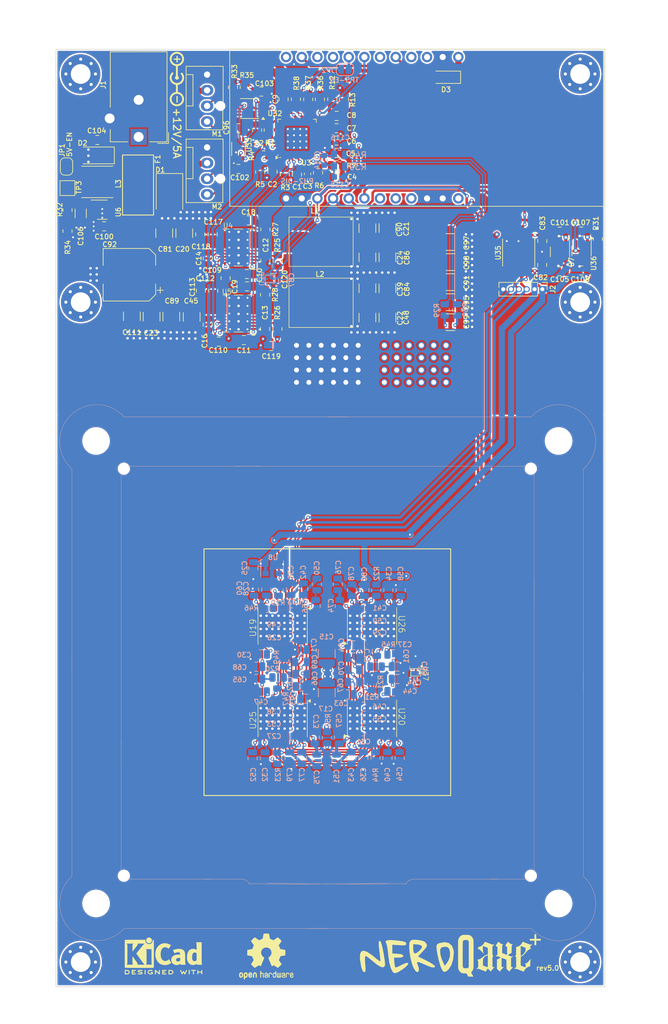
<source format=kicad_pcb>
(kicad_pcb (version 20241229) (generator "pcbnew") (generator_version "9.0")
  (layers (0 "F.Cu" mixed) (4 "In1.Cu" signal) (6 "In2.Cu" signal) (2 "B.Cu" signal) (13 "F.Paste" user) (15 "B.Paste" user) (5 "F.SilkS" user "F.Silkscreen") (7 "B.SilkS" user "B.Silkscreen") (1 "F.Mask" user) (3 "B.Mask" user) (25 "Edge.Cuts" user))
  (net 0 "")
  (net 1 "GND")
  (net 2 "+1V8")
  (net 3 "+1V2")
  (net 4 "+5V")
  (net 5 "+0V8")
  (net 6 "/BM1366/CI")
  (net 7 "/BM1366/RO")
  (net 8 "/BM1366/RST_N")
  (net 9 "/BM1366/CLKI")
  (net 10 "/BM1366/BI")
  (net 11 "Net-(U6-BS)")
  (net 12 "Net-(JP1-A)")
  (net 13 "+3V3")
  (net 14 "+12V")
  (net 15 "Net-(F1-Pad2)")
  (net 16 "/BM1366/TXD")
  (net 17 "/BM1366/RXD")
  (net 18 "Net-(U6-FB)")
  (net 20 "Net-(M1-PWM)")
  (net 21 "/T-Display-S3/TACHO1")
  (net 22 "/BM1366/RESET")
  (net 23 "/T-Display-S3/TACHO2")
  (net 24 "/T-Display-S3/SDA")
  (net 25 "/Power/PWR_EN")
  (net 26 "/T-Display-S3/SCL")
  (net 27 "Net-(M2-PWM)")
  (net 28 "+VRef")
  (net 29 "/Power/TPS_TSEN")
  (net 30 "/Power/TPS_PWM1")
  (net 31 "/Power/TPS_CSP1")
  (net 32 "/Power/TPS_CSP2")
  (net 33 "/Power/TPS_PWM2")
  (net 34 "/Power/VR_RDY")
  (net 35 "/Power/{slash}RESET")
  (net 36 "/Power/VSENSE+")
  (net 37 "/Power/VSENSE-")
  (net 38 "Net-(U3-IMON)")
  (net 39 "Net-(U3-COMP)")
  (net 40 "Net-(C4-Pad1)")
  (net 41 "/Power/FCCM")
  (net 42 "Net-(U3-V5)")
  (net 43 "Net-(U3-VIN)")
  (net 44 "Net-(U4-ENABLE)")
  (net 45 "Net-(U5-ENABLE)")
  (net 46 "Net-(U4-BOOT_R)")
  (net 47 "Net-(U4-BOOT)")
  (net 48 "Net-(U5-BOOT)")
  (net 49 "Net-(U5-BOOT_R)")
  (net 50 "Net-(C18-Pad1)")
  (net 51 "Net-(C19-Pad1)")
  (net 52 "Net-(D2-K)")
  (net 53 "Net-(U4-VSW)")
  (net 54 "Net-(U5-VSW)")
  (net 55 "Net-(U3-ISUM)")
  (net 56 "Net-(JP2-A)")
  (net 63 "/Power/LDO_EN")
  (net 64 "Net-(D3-K)")
  (net 65 "Net-(U32-PWM1)")
  (net 66 "Net-(U32-PWM2)")
  (net 71 "Net-(U19-VDD3_0)")
  (net 72 "Net-(U20-VDD3_0)")
  (net 73 "Net-(U19-VDD2_0)")
  (net 74 "Net-(U20-VDD2_0)")
  (net 75 "Net-(U19-VDD1_0)")
  (net 76 "Net-(U20-VDD1_0)")
  (net 77 "Net-(U19-VDD1_1)")
  (net 78 "Net-(U20-VDD1_1)")
  (net 79 "Net-(U19-VDD2_1)")
  (net 80 "Net-(U20-VDD2_1)")
  (net 81 "Net-(U19-VDD3_1)")
  (net 82 "Net-(U20-VDD3_1)")
  (net 83 "Net-(U26-VDD1_1)")
  (net 84 "Net-(U26-VDD2_1)")
  (net 85 "Net-(U26-VDD3_1)")
  (net 86 "Net-(U19-RI)")
  (net 87 "Net-(U20-RI)")
  (net 88 "Net-(U26-RI)")
  (net 89 "Net-(U20-RO)")
  (net 90 "Net-(U25-VDD1_1)")
  (net 91 "Net-(U25-VDD2_1)")
  (net 92 "Net-(U25-VDD3_1)")
  (net 93 "Net-(U19-CO)")
  (net 94 "Net-(U19-CLKO)")
  (net 95 "Net-(U19-BO)")
  (net 96 "Net-(U20-BI)")
  (net 97 "Net-(U20-CLKI)")
  (net 98 "Net-(U20-CI)")
  (net 99 "Net-(U20-CO)")
  (net 100 "Net-(U20-CLKO)")
  (net 101 "Net-(U20-BO)")
  (net 114 "Net-(R47-Pad1)")
  (net 115 "Net-(R46-Pad1)")
  (net 116 "Net-(U20-NRSTO)")
  (net 117 "Net-(R45-Pad1)")
  (net 118 "Net-(U20-NRSTI)")
  (net 119 "Net-(U19-NRSTO)")
  (net 120 "Net-(R44-Pad1)")
  (net 121 "Net-(U3-VSP)")
  (net 122 "Net-(U3-VSN)")
  (net 129 "Net-(U3-V3R3)")
  (net 130 "Net-(U3-ADDR_TRISE)")
  (footprint "Capacitor_SMD:C_1210_3225Metric" (layer "F.Cu") (at 114.975 68.25)
    (property "Reference" "C99")
    (property "Value" "330µ/4V")
  )
  (footprint "myfootprints:stencil-registration" (layer "F.Cu") (at 62 92)
    (property "Reference" "REF**" (hide yes))
    (property "Value" "stencil-registration")
  )
  (footprint "Resistor_SMD:R_0805_2012Metric" (layer "F.Cu") (at 81.6 30.15 -90)
    (property "Reference" "R35")
    (property "Value" "2.7k")
  )
  (footprint "Capacitor_SMD:C_0805_2012Metric" (layer "F.Cu") (at 96.5 38.8)
    (property "Reference" "C6")
    (property "Value" "1µ")
  )
  (footprint "Capacitor_SMD:C_0805_2012Metric" (layer "F.Cu") (at 132.676315 59.976089 180)
    (property "Reference" "C105")
    (property "Value" "1µ")
  )
  (footprint "Capacitor_SMD:C_1206_3216Metric" (layer "F.Cu") (at 55 50.6 -90)
    (property "Reference" "C106")
    (property "Value" "22µ/16V")
  )
  (footprint "myfootprints:bm1368-package-modified" (layer "F.Cu") (at 87.75 117.5 90)
    (property "Reference" "U19")
    (property "Value" "BM1368_mode1")
  )
  (footprint "Capacitor_SMD:C_1210_3225Metric" (layer "F.Cu") (at 101.5 67.5 -90)
    (property "Reference" "C22")
    (property "Value" "100µ/6.3V")
  )
  (footprint "Resistor_SMD:R_0805_2012Metric" (layer "F.Cu") (at 79.7 30.15 -90)
    (property "Reference" "R33")
    (property "Value" "2.7k")
  )
  (footprint "Resistor_SMD:R_0805_2012Metric" (layer "F.Cu") (at 91.9 32.11 -90)
    (property "Reference" "R37")
    (property "Value" "10k")
  )
  (footprint "myfootprints:IFLR-4031GC-01-8x10" (layer "F.Cu") (at 93.985 55.2)
    (property "Reference" "L1")
    (property "Value" "220nH")
  )
  (footprint "Resistor_SMD:R_0805_2012Metric" (layer "F.Cu") (at 52.8625 50.06875 -90)
    (property "Reference" "R32")
    (property "Value" "84.5k")
  )
  (footprint "Resistor_SMD:R_0805_2012Metric" (layer "F.Cu") (at 52.8625 53.46875 -90)
    (property "Reference" "R34")
    (property "Value" "16.2k")
  )
  (footprint "qaxe:MountingHole_3.2mm_M3_Pad_Via" (layer "F.Cu") (at 55 28)
    (property "Reference" "REF**" (hide yes))
    (property "Value" "MountingHole_3.2mm_M3_Pad_Via" (hide yes))
  )
  (footprint "Capacitor_SMD:C_1210_3225Metric" (layer "F.Cu") (at 104.75 52.975 90)
    (property "Reference" "C90")
    (property "Value" "330µ/4V")
  )
  (footprint "Capacitor_SMD:C_1210_3225Metric" (layer "F.Cu") (at 73 67.4 -90)
    (property "Reference" "C45")
    (property "Value" "22µ/25V")
  )
  (footprint "myfootprints:TMP1075-DRL" (layer "F.Cu") (at 109.34 125.02 -90)
    (property "Reference" "U37")
    (property "Value" "TMP1075")
  )
  (footprint "Resistor_SMD:R_0805_2012Metric" (layer "F.Cu") (at 89.9 32.1 90)
    (property "Reference" "R38")
    (property "Value" "10k")
  )
  (footprint "Capacitor_SMD:C_0805_2012Metric" (layer "F.Cu") (at 136.176315 53.556089 180)
    (property "Reference" "C107")
    (property "Value" "100n")
  )
  (footprint "qaxe:qaxelogo" (layer "F.Cu") (at 122.2 170.975)
    (property "Reference" "G***" (hide yes))
    (property "Value" "LOGO" (hide yes))
  )
  (footprint "Resistor_SMD:R_0805_2012Metric" (layer "F.Cu") (at 93.49375 44 90)
    (property "Reference" "R6")
    (property "Value" "8.06k")
  )
  (footprint "Capacitor_SMD:C_0805_2012Metric" (layer "F.Cu") (at 77.4 71.4)
    (property "Reference" "C110")
    (property "Value" "1n/0.7mm")
  )
  (footprint "Capacitor_SMD:C_1210_3225Metric" (layer "F.Cu") (at 63.3 67.275 -90)
    (property "Reference" "C111")
    (property "Value" "22µ/25V")
  )
  (footprint "Capacitor_SMD:C_0805_2012Metric" (layer "F.Cu") (at 85.9 72.1 180)
    (property "Reference" "C119")
    (property "Value" "10µ")
  )
  (footprint "Package_DFN_QFN:Texas_RHA0040B_VQFN-40-1EP_6x6mm_P0.5mm_EP4.15x4.15mm_ThermalVias" (layer "F.Cu") (at 90.09375 38.4375 90)
    (property "Reference" "U3")
    (property "Value" "TPS53647")
  )
  (footprint "Resistor_SMD:R_0805_2012Metric" (layer "F.Cu") (at 84.9 63.8 -90)
    (property "Reference" "R28")
    (property "Value" "1R/0.5W")
  )
  (footprint "qaxe:polarity" (layer "F.Cu") (at 70.6 28.6 90)
    (property "Reference" "U1" (hide yes))
    (property "Value" "~")
  )
  (footprint "Capacitor_SMD:C_0805_2012Metric" (layer "F.Cu") (at 80.5875 36.8)
    (property "Reference" "C96")
    (property "Value" "100n")
  )
  (footprint "Capacitor_SMD:C_0805_2012Metric" (layer "F.Cu") (at 74.4 54 90)
    (property "Reference" "C118")
    (property "Value" "1µ/25V")
  )
  (footprint "myfootprints:CSD95472-SON-5x6" (layer "F.Cu") (at 80.6 66.8375)
    (property "Reference" "U5")
    (property "Value" "CSD95472Q5MC")
  )
  (footprint "Capacitor_SMD:C_0805_2012Metric" (layer "F.Cu") (at 87.9 32.1 90)
    (property "Reference" "C9")
    (property "Value" "1n")
  )
  (footprint "qaxe:MountingHole_3.2mm_M3" (layer "F.Cu") (at 132.5 162.5)
    (property "Reference" "REF**" (hide yes))
    (property "Value" "MountingHole_3.2mm_M3" (hide yes))
  )
  (footprint "Capacitor_SMD:C_0805_2012Metric" (layer "F.Cu") (at 76.5 63.15 90)
    (property "Reference" "C112")
    (property "Value" "3.3n/25V")
  )
  (footprint "Capacitor_SMD:C_0805_2012Metric" (layer "F.Cu") (at 84.3 30.85)
    (property "Reference" "C103")
    (property "Value" "100n")
  )
  (footprint "Resistor_SMD:R_0805_2012Metric" (layer "F.Cu") (at 88.09375 44.3 90)
    (property "Reference" "R3")
    (property "Value" "100k")
  )
  (footprint "myfootprints:T-Display-S3" (layer "F.Cu") (at 109.56 36.71 90)
    (property "Reference" "U30" (hide yes))
    (property "Value" "T-Display-S3")
  )
  (footprint "Resistor_SMD:R_0805_2012Metric" (layer "F.Cu") (at 97.7 32.1 -90)
    (property "Reference" "R13")
    (property "Value" "2.2R/0.5W")
  )
  (footprint "Diode_SMD:D_SMB" (layer "F.Cu") (at 69.4 47.8 -90)
    (property "Reference" "D1")
    (property "Value" "SMBJ12A")
  )
  (footprint "Package_SO:TSSOP-14_4.4x5mm_P0.65mm" (layer "F.Cu") (at 126.03 56.94 -90)
    (property "Reference" "U35")
    (property "Value" "TXU0304PW")
  )
  (footprint "Capacitor_SMD:C_0805_2012Metric" (layer "F.Cu") (at 80.5875 43.4 180)
    (property "Reference" "C102")
    (property "Value" "100n")
  )
  (footprint "Capacitor_SMD:C_0805_2012Metric" (layer "F.Cu") (at 129.86 55.08 -90)
    (property "Reference" "C83")
    (property "Value" "100n")
  )
  (footprint "Capacitor_SMD:C_0805_2012Metric" (layer "F.Cu") (at 75.6 57.9 90)
    (property "Reference" "C14")
    (property "Value" "100n")
  )
  (footprint "Capacitor_SMD:C_1210_3225Metric" (layer "F.Cu") (at 114.95 55.25)
    (property "Reference" "C97")
    (property "Value" "330µ/4V")
  )
  (footprint "Resistor_SMD:R_0805_2012Metric" (layer "F.Cu") (at 138.88 54.7575 90)
    (property "Reference" "R31")
    (property "Value" "10k")
  )
  (footprint "Capacitor_SMD:C_0805_2012Metric" (layer "F.Cu") (at 96.5 44.8)
    (property "Reference" "C4")
    (property "Value" "1n")
  )
  (footprint "Capacitor_SMD:C_0805_2012Metric" (layer "F.Cu") (at 81.95 60.4375 180)
    (property "Reference" "C10")
    (property "Value" "100n/0.7mm")
  )
  (footprint "Resistor_SMD:R_0805_2012Metric" (layer "F.Cu") (at 95.8 32.1 -90)
    (property "Reference" "R12")
    (property "Value" "2.2R/0.5W")
  )
  (footprint "Resistor_SMD:R_0805_2012Metric" (layer "F.Cu") (at 83.6 37.1 90)
    (property "Reference" "R2")
    (property "Value" "24.3k")
  )
  (footprint "Capacitor_SMD:C_1210_3225Metric" (layer "F.Cu") (at 114.975 65)
    (property "Reference" "C95")
    (property "Value" "330µ/4V")
  )
  (footprint "Capacitor_SMD:C_0805_2012Metric" (layer "F.Cu") (at 90.08 44.3 -90)
    (property "Reference" "C1")
    (property "Value" "2.2n")
  )
  (footprint "Capacitor_SMD:C_0805_2012Metric" (layer "F.Cu") (at 78.5 61.1 -90)
    (property "Reference" "C109")
    (property "Value" "1n/0.7mm")
  )
  (footprint "Package_TO_SOT_SMD:SOT-23-5" (layer "F.Cu") (at 136.226315 56.713589 -90)
    (property "Reference" "U36")
    (property "Value" "MCP1824T-1802E")
  )
  (footprint "Connector_PinHeader_1.27mm:PinHeader_1x06_P1.27mm_Vertical" (layer "F.Cu") (at 129.875 62.9 -90)
    (property "Reference" "J2")
    (property "Value" "Conn_01x06")
  )
  (footprint "Capacitor_SMD:C_0805_2012Metric" (layer "F.Cu") (at 84.95 58.3 -90)
    (property "Reference" "C12")
    (property "Value" "2.2µ")
  )
  (footprint "Connector:FanPinHeader_1x04_P2.54mm_Vertical" (layer "F.Cu") (at 75.5 39.9 -90)
    (property "Reference" "M2")
    (property "Value" "Fan_4pin")
  )
  (footprint "qaxe:MountingHole_3.2mm_M3" (layer "F.Cu") (at 57.5 162.5)
    (property "Reference" "REF**" (hide yes))
    (property "Value" "MountingHole_3.2mm_M3" (hide yes))
  )
  (footprint "Resistor_SMD:R_0805_2012Metric" (layer "F.Cu") (at 93.8 32.12 -90)
    (property "Reference" "R36")
    (property "Value" "10k")
  )
  (footprint "qaxe:MountingHole_3.2mm_M3" (layer "F.Cu") (at 57.5 87.5)
    (property "Reference" "REF**" (hide yes))
    (property "Value" "MountingHole_3.2mm_M3" (hide yes))
  )
  (footprint "Resistor_SMD:R_0805_2012Metric" (layer "F.Cu") (at 84.7 41.2)
    (property "Reference" "R4")
    (property "Value" "100k")
  )
  (footprint "Capacitor_SMD:C_1210_3225Metric" (layer "F.Cu") (at 114.95 61.75)
    (property "Reference" "C91")
    (property "Value" "330µ/4V")
  )
  (footprint "Capacitor_SMD:C_0805_2012Metric" (layer "F.Cu") (at 84.9 69.3375 -90)
    (property "Reference" "C13")
    (property "Value" "2.2µ")
  )
  (footprint "Capacitor_SMD:C_1210_3225Metric" (layer "F.Cu") (at 104.75 62.75 90)
    (property "Reference" "C84")
    (property "Value" "330µ/4V")
  )
  (footprint "Capacitor_SMD:C_1210_3225Metric" (layer "F.Cu") (at 101.5 53 90)
    (property "Reference" "C21")
    (property "Value" "100µ/6.3V")
  )
  (footprint "Capacitor_SMD:C_1210_3225Metric" (layer "F.Cu") (at 66.5 67.35 -90)
    (property "Reference" "C23")
    (property "Value" "22µ/25V")
  )
  (footprint "Capacitor_SMD:C_0805_2012Metric" (layer "F.Cu") (at 96.5 40.8)
    (property "Reference" "C5")
    (property "Value" "330n")
  )
  (footprint "Capacitor_SMD:C_0805_2012Metric" (layer "F.Cu") (at 57.7 38.7)
    (property "Reference" "C104")
    (property "Value" "10n")
  )
  (footprint "myfootprints:stencil-registration" (layer "F.Cu") (at 62 158)
    (property "Reference" "REF**" (hide yes))
    (property "Value" "stencil-registration")
  )
  (footprint "Capacitor_SMD:C_1210_3225Metric" (layer "F.Cu") (at 68.55 53.8 90)
    (property "Reference" "C81")
    (property "Value" "22µ/25V")
  )
  (footprint "qaxe:MountingHole_3.2mm_M3_Pad_Via" (layer "F.Cu") (at 136 28)
    (property "Reference" "REF**" (hide yes))
    (property "Value" "MountingHole_3.2mm_M3_Pad_Via" (hide yes))
  )
  (footprint "Resistor_SMD:R_0805_2012Metric" (layer "F.Cu") (at 96.5 42.8 180)
    (property "Reference" "R7")
    (property "Value" "2.55k")
  )
  (footprint "Resistor_SMD:R_0805_2012Metric" (layer "F.Cu") (at 85.5 37.1 -90)
    (property "Reference" "R1")
    (property "Value" "16.5k")
  )
  (footprint "Symbol:OSHW-Logo2_9.8x8mm_SilkScreen" (layer "F.Cu") (at 85.1 171.1)
    (property "Reference" "REF**" (hide yes))
    (property "Value" "OSHW-Logo2_9.8x8mm_SilkScreen" (hide yes))
  )
  (footprint "Diode_SMD:D_SOD-128" (layer "F.Cu") (at 57.3 41.2 180)
    (property "Reference" "D2")
    (property "Value" "PMEG4030EP,115")
  )
  (footprint "qaxe:MountingHole_3.2mm_M3" (layer "F.Cu") (at 132.5 87.5)
    (property "Reference" "REF**" (hide yes))
    (property "Value" "MountingHole_3.2mm_M3" (hide yes))
  )
  (footprint "myfootprints:stencil-registration" (layer "F.Cu") (at 128 158)
    (property "Reference" "REF**" (hide yes))
    (property "Value" "stencil-registration")
  )
  (footprint "myfootprints:bm1368-package-modified" (layer "F.Cu") (at 87.75 132.5 90)
    (property "Reference" "U25")
    (property "Value" "BM1368_mode1")
  )
  (footprint "Capacitor_SMD:C_0805_2012Metric" (layer "F.Cu") (at 129.84 58.97 90)
    (property "Reference" "C82")
    (property "Value" "100n")
  )
  (footprint "qaxe:MountingHole_3.2mm_M3_Pad_Via" (layer "F.Cu") (at 136 172)
    (property "Reference" "REF**" (hide yes))
    (property "Value" "MountingHole_3.2mm_M3_Pad_Via" (hide yes))
  )
  (footprint "Capacitor_SMD:C_1210_3225Metric" (layer "F.Cu") (at 101.5 57.725 -90)
    (property "Reference" "C24")
    (property "Value" "100µ/6.3V")
  )
  (footprint "Capacitor_SMD:CP_Elec_8x10" (layer "F.Cu") (at 62.9 60.55 180)
    (property "Reference" "C92")
    (property "Value" "220µ/25V")
  )
  (footprint "Package_TO_SOT_SMD:SOT-23-6" (layer "F.Cu") (at 58.5 50)
    (property "Reference" "U6")
    (property "Value" "AP3211")
  )
  (footprint "myfootprints:bm1368-package-modified" (layer "F.Cu") (at 102.25 117.5 -90)
    (property "Reference" "U26")
    (property "Value" "BM1368_mode1")
  )
  (footprint "Capacitor_SMD:C_0805_2012Metric" (layer "F.Cu") (at 136.176315 59.856089 180)
    (property "Reference" "C108")
    (property "Value" "1µ")
  )
  (footprint "Inductor_SMD:L_Taiyo-Yuden_NR-50xx" (layer "F.Cu") (at 57.7 45.5 180)
    (property "Reference" "L3")
    (property "Value" "4.7µH/2.3A/2.7A")
  )
  (footprint "Resistor_SMD:R_0805_2012Metric" (layer "F.Cu") (at 84.95 53.2 -90)
    (property "Reference" "R27")
    (property "Value" "1R/0.5W")
  )
  (footprint "Package_TO_SOT_SMD:SOT-23-5" (layer "F.Cu") (at 132.726315 56.833589 -90)
    (property "Reference" "U7")
    (property "Value" "MCP1824T-0802E")
  )
  (footprint "qaxe:MountingHole_3.2mm_M3_Pad_Via" (layer "F.Cu") (at 55 65)
    (property "Reference" "REF**" (hide yes))
    (property "Value" "MountingHole_3.2mm_M3_Pad_Via" (hide yes))
  )
  (footprint "Capacitor_SMD:C_0805_2012Metric" (layer "F.Cu") (at 81.475 71.1375 180)
    (property "Reference" "C11")
    (property "Value" "100n/0.7mm")
  )
  (footprint "Capacitor_SMD:C_0805_2012Metric" (layer "F.Cu") (at 132.676315 53.576089 180)
    (property "Reference" "C101")
    (property "Value" "100n")
  )
  (footprint "Resistor_SMD:R_0805_2012Metric" (layer "F.Cu") (at 84.1 43.9 90)
    (property "Reference" "R5")
    (property "Value" "121k")
  )
  (footprint "myfootprints:bm1368-package-modified" (layer "F.Cu") (at 102.25 132.5 -90)
    (property "Reference" "U20")
    (property "Value" "BM1368_mode1")
  )
  (footprint "Resistor_SMD:R_0805_2012Metric" (layer "F.Cu") (at 86.9 69.3375 90)
    (property "Reference" "R26")
    (property "Value" "1R/0.5W")
  )
  (footprint "Capacitor_SMD:C_0805_2012Metric" (layer "F.Cu") (at 96.5 34.8 180)
    (property "Reference" "C8")
    (property "Value" "1µ")
  )
  (footprint "Connector:FanPinHeader_1x04_P2.54mm_Vertical" (layer "F.Cu") (at 75.5 28.1 -90)
    (property "Reference" "M1")
    (property "Value" "Fan_4pin")
  )
  (footprint "Capacitor_SMD:C_0805_2012Metric" (layer "F.Cu") (at 82.25 51.7375 180)
    (property "Reference" "C18")
    (property "Value" "1n/0.7mm")
  )
  (footprint "qaxe:MountingHole_3.2mm_M3_Pad_Via" (layer "F.Cu") (at 136 65)
    (property "Reference" "REF**" (hide yes))
    (property "Value" "MountingHole_3.2mm_M3_Pad_Via" (hide yes))
  )
  (footprint "Capacitor_SMD:C_0805_2012Metric" (layer "F.Cu") (at 86.1 43.85 -90)
    (property "Reference" "C2")
    (property "Value" "1n")
  )
  (footprint "Capacitor_SMD:C_0603_1608Metric" (layer "F.Cu") (at 91.79375 44.2 -90)
    (property "Reference" "C3")
    (property "Value" "12p")
  )
  (footprint "Jumper:SolderJumper-2_P1.3mm_Open_RoundedPad1.0x1.5mm" (layer "F.Cu") (at 52.7 43 90)
    (property "Reference" "JP1")
    (property "Value" "SolderJumper_2_Open")
  )
  (footprint "Resistor_SMD:R_0805_2012Metric" (layer "F.Cu") (at 86.95 58.3 90)
    (property "Reference" "R25")
    (property "Value" "1R/0.5W")
  )
  (footprint "Capacitor_SMD:C_0805_2012Metric" (layer "F.Cu") (at 96.5 36.8 180)
    (property "Reference" "C7")
    (property "Value" "4.7µ")
  )
  (footprint "Package_SO:VSSOP-8_2.3x2mm_P0.5mm" (layer "F.Cu") (at 80.5875 40.15 90)
    (property "Reference" "U33")
    (property "Value" "TXU0102-DCU")
  )
  (footprint "TestPoint:TestPoint_Pad_2.0x2.0mm" (layer "F.Cu") (at 52.85 46.5)
    (property "Reference" "TP3")
    (property "Value" "3V3")
  )
  (footprint "Connector_BarrelJack:BarrelJack_CUI_PJ-102AH_Horizontal" (layer "F.Cu") (at 64.4 38.2 180)
    (property "Reference" "J1")
    (property "Value" "Barrel_Jack_Switch")
  )
  (footprint "Package_SO:MSOP-10_3x3mm_P0.5mm" (layer "F.Cu") (at 82.3875 33.6 180)
    (property "Reference" "U32")
    (property "Value" "EMC2302-1")
  )
  (footprint "Capacitor_SMD:C_1210_3225Metric" (layer "F.Cu") (at 101.5 62.75 90)
    (property "Reference" "C39")
    (property "Value" "100µ/6.3V")
  )
  (footprint "Diode_SMD:D_SOD-123" (layer "F.Cu") (at 114.25 28.53 180)
    (property "Reference" "D3")
    (property "Value" "1N5819")
  )
  (footprint "myfootprints:fuseholder_littlefuse_blok" (layer "F.Cu") (at 64.3 46 90)
    (property "Reference" "F1")
    (property "Value" "5A")
  )
  (footprint "myfootprints:CSD95472-SON-5x6" (layer "F.Cu") (at 80.575 56.1375)
    (property "Reference" "U4")
    (property "Value" "CSD95472Q5MC")
  )
  (footprint "qaxe:KiCad-Logo2_5mm_SilkScreen" (layer "F.Cu") (at 68.425 171)
    (property "Reference" "REF**" (hide yes))
    (property "Value" "KiCad-Logo2_5mm_SilkScreen" (hide yes))
  )
  (footprint "myfootprints:IFLR-4031GC-01-8x10" (layer "F.Cu") (at 93.985 65.1)
    (property "Reference" "L2")
    (property "Value" "220nH")
  )
  (footprint "Capacitor_SMD:C_0805_2012Metric" (layer "F.Cu") (at 76.4 54 90)
    (property "Reference" "C117")
    (property "Value" "3.3n/25V")
  )
  (footprint "Capacitor_SMD:C_0805_2012Metric" (layer "F.Cu") (at 81.975 62.4375 180)
    (property "Reference" "C19")
    (property "Value" "1n/0.7mm")
  )
  (footprint "LOGO" (layer "F.Cu") (at 107.8 171)
    (property "Reference" "G***" (hide yes))
    (property "Value" "LOGO" (hide yes))
  )
  (footprint "Capacitor_SMD:C_0805_2012Metric" (layer "F.Cu") (at 86 61.1 180)
    (property "Reference" "C120")
    (property "Value" "10µ")
  )
  (footprint "myfootprints:stencil-registration" (layer "F.Cu") (at 128 92)
    (property "Reference" "REF**" (hide yes))
    (property "Value" "stencil-registration")
  )
  (footprint "Capacitor_SMD:C_1210_3225Metric" (layer "F.Cu") (at 69.7 67.35 -90)
    (property "Reference" "C89")
    (property "Value" "22µ/25V")
  )
  (footprint "Capacitor_SMD:C_1210_3225Metric" (layer "F.Cu") (at 104.75 67.5 -90)
    (property "Reference" "C48")
    (property "Value" "330µ/4V")
  )
  (footprint "Capacitor_SMD:C_1210_3225Metric" (layer "F.Cu") (at 71.8 53.8 90)
    (property "Reference" "C20")
    (property "Value" "22µ/25V")
  )
  (footprint "Capacitor_SMD:C_0805_2012Metric" (layer "F.Cu") (at 75.6 68.6375 90)
    (property "Reference" "C16")
    (property "Value" "100n")
  )
  (footprint "Capacitor_SMD:C_1210_3225Metric" (layer "F.Cu") (at 104.75 57.725 -90)
    (property "Reference" "C86")
    (property "Value" "330µ/4V")
  )
  (footprint "Capacitor_SMD:C_0805_2012Metric" (layer "F.Cu") (at 74.5 63.15 90)
    (property "Reference" "C113")
    (property "Value" "1µ/25V")
  )
  (footprint "Capacitor_SMD:C_0805_2012Metric" (layer "F.Cu") (at 58.8 52.7 180)
    (property "Reference" "C100")
    (property "Value" "10µ/25V")
  )
  (footprint "qaxe:MountingHole_3.2mm_M3_Pad_Via" (layer "F.Cu") (at 55 172)
    (property "Reference" "REF**" (hide yes))
    (property "Value" "MountingHole_3.2mm_M3_Pad_Via" (hide yes))
  )
  (footprint "Capacitor_SMD:C_1210_3225Metric" (layer "F.Cu") (at 114.975 58.5)
    (property "Reference" "C98")
    (property "Value" "330µ/4V")
  )
  (footprint "Capacitor_SMD:C_0805_2012Metric" (layer "B.Cu") (at 91.59 129.3)
    (property "Reference" "C93")
    (property "Value" "1µ")
  )
  (footprint "Capacitor_SMD:C_0805_2012Metric" (layer "B.Cu") (at 105.7 128.1 180)
    (property "Reference" "C44")
    (property "Value" "1µ")
  )
  (footprint "Resistor_SMD:R_0805_2012Metric" (layer "B.Cu") (at 88.011 123.19 -90)
    (property "Reference" "R49")
    (property "Value" "2k")
  )
  (footprint "Resistor_SMD:R_0805_2012Metric" (layer "B.Cu") (at 96.9875 43 180)
    (property "Reference" "R39")
    (property "Value" "100")
  )
  (footprint "Capacitor_SMD:C_0805_2012Metric" (layer "B.Cu") (at 101 111.7 90)
    (property "Reference" "C80")
    (property "Value" "1µ")
  )
  (footprint "Capacitor_SMD:C_0805_2012Metric" (layer "B.Cu") (at 96.5 139.3 90)
    (property "Reference" "C51")
    (property "Value" "1µ")
  )
  (footprint "Resistor_SMD:R_0805_2012Metric" (layer "B.Cu") (at 103.02 121.46 90)
    (property "Reference" "R45")
    (property "Value" "1k")
  )
  (footprint "Capacitor_SMD:C_0603_1608Metric" (layer "B.Cu") (at 97.1 39.4)
    (property "Reference" "C116")
    (property "Value" "22p")
  )
  (footprint "Capacitor_SMD:C_0805_2012Metric" (layer "B.Cu") (at 93.3 139.3 -90)
    (property "Reference" "C75")
    (property "Value" "1µ")
  )
  (footprint "Capacitor_SMD:C_0805_2012Metric" (layer "B.Cu") (at 90.7 121.325 180)
    (property "Reference" "C71")
    (property "Value" "1µ")
  )
  (footprint "Resistor_SMD:R_0805_2012Metric" (layer "B.Cu") (at 102.8 138.9 -90)
    (property "Reference" "R44")
    (property "Value" "1k")
  )
  (footprint "Capacitor_SMD:C_0805_2012Metric" (layer "B.Cu") (at 104.9 111.7 -90)
    (property "Reference" "C34")
    (property "Value" "1µ")
  )
  (footprint "Resistor_SMD:R_0805_2012Metric" (layer "B.Cu") (at 86.91 128.55 -90)
    (property "Reference" "R47")
    (property "Value" "1k")
  )
  (footprint "Resistor_SMD:R_0805_2012Metric" (layer "B.Cu") (at 87.0125 125.85 180)
    (property "Reference" "R20")
    (property "Value" "10k")
  )
  (footprint "Capacitor_SMD:C_0805_2012Metric" (layer "B.Cu") (at 89.1 133.27 180)
    (property "Reference" "C53")
    (property "Value" "100n")
  )
  (footprint "Capacitor_SMD:C_0805_2012Metric" (layer "B.Cu") (at 88.875 138.95 -90)
    (property "Reference" "C79")
    (property "Value" "1µ")
  )
  (footprint "Capacitor_SMD:C_0805_2012Metric" (layer "B.Cu") (at 83.1 111.625 90)
    (property "Reference" "C60")
    (property "Value" "1µ")
  )
  (footprint "Resistor_SMD:R_0805_2012Metric" (layer "B.Cu") (at 102.9 124.1)
    (property "Reference" "R21")
    (property "Value" "10k")
  )
  (footprint "Capacitor_SMD:C_0805_2012Metric" (layer "B.Cu") (at 106.4 126.1)
    (property "Reference" "C64")
    (property "Value" "1µ")
  )
  (footprint "Capacitor_SMD:C_0805_2012Metric" (layer "B.Cu") (at 100.87 116.67)
    (property "Reference" "C59")
    (property "Value" "100n")
  )
  (footprint "Capacitor_SMD:C_0805_2012Metric" (layer "B.Cu") (at 100.86 134.59)
    (property "Reference" "C31")
    (property "Value" "10µ")
  )
  (footprint "Capacitor_SMD:C_0805_2012Metric" (layer "B.Cu") (at 100.91 130.59)
    (property "Reference" "C46")
    (property "Value" "1µ")
  )
  (footprint "Capacitor_SMD:C_0805_2012Metric" (layer "B.Cu") (at 100.87 118.67)
    (property "Reference" "C29")
    (property "Value" "10µ")
  )
  (footprint "Capacitor_SMD:C_0805_2012Metric" (layer "B.Cu") (at 83.5 124.1 180)
    (property "Reference" "C68")
    (property "Value" "1µ")
  )
  (footprint "Capacitor_SMD:C_0805_2012Metric" (layer "B.Cu") (at 92.964 135.6 -90)
    (property "Reference" "C73")
    (property "Value" "1µ")
  )
  (footprint "Capacitor_SMD:C_0805_2012Metric" (layer "B.Cu") (at 100.85 138.925 90)
    (property "Reference" "C36")
    (property "Value" "1µ")
  )
  (footprint "Capacitor_SMD:C_0805_2012Metric" (layer "B.Cu") (at 104.75 138.9 90)
    (property "Reference" "C40")
    (property "Value" "1µ")
  )
  (footprint "Capacitor_SMD:C_0805_2012Metric" (layer "B.Cu") (at 109.1 124.35 90)
    (property "Reference" "C88")
    (property "Value" "100n")
  )
  (footprint "Capacitor_SMD:C_0805_2012Metric" (layer "B.Cu") (at 90.75 123.325 180)
    (property "Reference" "C69")
    (property "Value" "1µ")
  )
  (footprint "Resistor_SMD:R_0805_2012Metric" (layer "B.Cu") (at 86.875 138.95 -90)
    (property "Reference" "R23")
    (property "Value" "10k")
  )
  (footprint "Capacitor_SMD:C_0805_2012Metric" (layer "B.Cu") (at 84.25 122.1)
    (property "Reference" "C30")
    (property "Value" "1µ")
  )
  (footprint "Capacitor_SMD:C_0805_2012Metric" (layer "B.Cu") (at 98.875 138.925 90)
    (property "Reference" "C43")
    (property "Value" "1µ")
  )
  (footprint "Capacitor_SMD:C_0805_2012Metric" (layer "B.Cu") (at 84.24 128.16)
    (property "Reference" "C47")
    (property "Value" "1µ")
  )
  (footprint "Capacitor_SMD:C_0805_2012Metric" (layer "B.Cu") (at 90.8 127.325 180)
    (property "Reference" "C62")
    (property "Value" "1µ")
  )
  (footprint "Capacitor_SMD:C_0805_2012Metric" (layer "B.Cu") (at 87.8 61.4 -90)
    (property "Reference" "C87")
    (property "Value" "100n")
  )
  (footprint "Resistor_SMD:R_0805_2012Metric" (layer "B.Cu") (at 94.9452 135.6106 -90)
    (property "Reference" "R50")
    (property "Value" "2k")
  )
  (footprint "Capacitor_SMD:C_0805_2012Metric" (layer "B.Cu") (at 93.3 110.75 -90)
    (property "Reference" "C50")
    (property "Value" "1µ")
  )
  (footprint "Capacitor_SMD:C_0805_2012Metric" (layer "B.Cu") (at 99.26 122.61)
    (property "Reference" "C72")
    (property "Value" "1µ")
  )
  (footprint "Capacitor_SMD:C_0805_2012Metric" (layer "B.Cu") (at 89.11 119.3 180)
    (property "Reference" "C26")
    (property "Value" "10µ")
  )
  (footprint "Capacitor_SMD:C_0805_2012Metric" (layer "B.Cu") (at 89.1 117.3 180)
    (property "Reference" "C49")
    (property "Value" "100n")
  )
  (footprint "Resistor_SMD:R_0805_2012Metric" (layer "B.Cu") (at 116.035 66.25 -90)
    (property "Reference" "R30")
    (property "Value" "0")
  )
  (footprint "Capacitor_SMD:C_0805_2012Metric" (layer "B.Cu") (at 96.901 135.5954 90)
    (property "Reference" "C57")
    (property "Value" "1µ")
  )
  (footprint "Capacitor_SMD:C_0805_2012Metric" (layer "B.Cu") (at 83 108.125 -90)
    (property "Reference" "C25")
    (property "Value" "100n")
  )
  (footprint "Capacitor_SMD:C_0805_2012Metric" (layer "B.Cu") (at 106.9 111.7 90)
    (property "Reference" "C58")
    (property "Value" "1µ")
  )
  (footprint "Capacitor_SMD:C_0603_1608Metric" (layer "B.Cu") (at 94.5 42 90)
    (property "Reference" "C114")
    (property "Value" "22p")
  )
  (footprint "Capacitor_SMD:C_0805_2012Metric" (layer "B.Cu") (at 99.26 120.63)
    (property "Reference" "C94")
    (property "Value" "1µ")
  )
  (footprint "Resistor_SMD:R_0805_2012Metric" (layer "B.Cu") (at 87.1 111.6875 -90)
    (property "Reference" "R19")
    (property "Value" "10k")
  )
  (footprint "Capacitor_SMD:C_0805_2012Metric" (layer "B.Cu") (at 91.1 111.525 -90)
    (property "Reference" "C42")
    (property "Value" "1µ")
  )
  (footprint "Capacitor_SMD:C_0805_2012Metric" (layer "B.Cu") (at 98.33 128.61)
    (property "Reference" "C63")
    (property "Value" "1µ")
  )
  (footprint "Resistor_SMD:R_0805_2012Metric" (layer "B.Cu") (at 102.235 127 -90)
    (property "Reference" "R51")
    (property "Value" "2k")
  )
  (footprint "Capacitor_SMD:C_0805_2012Metric" (layer "B.Cu") (at 98.99 111.7 90)
    (property "Reference" "C78")
    (property "Value" "1µ")
  )
  (footprint "Oscillator:Oscillator_SMD_EuroQuartz_XO32-4Pin_3.2x2.5mm" (layer "B.Cu") (at 86.05 108.2 -90)
    (property "Reference" "U8")
    (property "Value" "25MHz")
  )
  (footprint "Capacitor_SMD:C_0805_2012Metric" (layer "B.Cu") (at 100.87 114.67)
    (property "Reference" "C41")
    (property "Value" "1µ")
  )
  (footprint "Capacitor_SMD:C_0805_2012Metric" (layer "B.Cu") (at 100.91 132.59)
    (property "Reference" "C55")
    (property "Value" "100n")
  )
  (footprint "Capacitor_SMD:C_0805_2012Metric" (layer "B.Cu") (at 105.7 122.1 180)
    (property "Reference" "C37")
    (property "Value" "1µ")
  )
  (footprint "Resistor_SMD:R_0805_2012Metric" (layer "B.Cu") (at 85.32 114.57 180)
    (property "Reference" "R46")
    (property "Value" "1k")
  )
  (footprint "Resistor_SMD:R_0805_2012Metric" (layer "B.Cu") (at 96.9875 41.1 180)
    (property "Reference" "R40")
    (property "Value" "100")
  )
  (footprint "Capacitor_SMD:C_1210_3225Metric" (layer "B.Cu") (at 94.9 128.3 90)
    (property "Reference" "C17")
    (property "Value" "100µ/6.3V")
  )
  (footprint "Resistor_SMD:R_0805_2012Metric" (layer "B.Cu") (at 102.93 111.7 90)
    (property "Reference" "R22")
    (property "Value" "10k")
  )
  (footprint "Capacitor_SMD:C_0805_2012Metric" (layer "B.Cu") (at 84.875 138.95 90)
    (property "Reference" "C32")
    (property "Value" "1µ")
  )
  (footprint "Capacitor_SMD:C_0805_2012Metric" (layer "B.Cu") (at 82.875 138.95 -90)
    (property "Reference" "C52")
    (property "Value" "1µ")
  )
  (footprint "Capacitor_SMD:C_0603_1608Metric" (layer "B.Cu") (at 96.9 44.7 180)
    (property "Reference" "C115")
    (property "Value" "22p")
  )
  (footprint "Resistor_SMD:R_0805_2012Metric" (layer "B.Cu") (at 114.035 66.25 -90)
    (property "Reference" "R29")
    (property "Value" "0")
  )
  (footprint "Capacitor_SMD:C_0805_2012Metric" (layer "B.Cu") (at 90.8 125.325 180)
    (property "Reference" "C66")
    (property "Value" "1µ")
  )
  (footprint "myfootprints:TMP1075-DRL" (layer "B.Cu") (at 85.75 61.22 90)
    (property "Reference" "U38")
    (property "Value" "TMP1075")
  )
  (footprint "Jumper:SolderJumper-2_P1.3mm_Open_RoundedPad1.0x1.5mm" (layer "B.Cu") (at 97.85 27.25)
    (property "Reference" "JP2")
    (property "Value" "SolderJumper_2_Open")
  )
  (footprint "Capacitor_SMD:C_0805_2012Metric" (layer "B.Cu") (at 89.1 131.27 180)
    (property "Reference" "C38")
    (property "Value" "1µ")
  )
  (footprint "Capacitor_SMD:C_1210_3225Metric" (layer "B.Cu") (at 94.9 122 -90)
    (property "Reference" "C15")
    (property "Value" "100µ/6.3V")
  )
  (footprint "Capacitor_SMD:C_0805_2012Metric" (layer "B.Cu") (at 89.11 135.26 180)
    (property "Reference" "C27")
    (property "Value" "10µ")
  )
  (footprint "Capacitor_SMD:C_0805_2012Metric" (layer "B.Cu") (at 89.09 115.3 180)
    (property "Reference" "C33")
    (property "Value" "1µ")
  )
  (footprint "Capacitor_SMD:C_0805_2012Metric" (layer "B.Cu") (at 106.725 138.9 -90)
    (property "Reference" "C54")
    (property "Value" "1µ")
  )
  (footprint "Capacitor_SMD:C_0805_2012Metric" (layer "B.Cu") (at 89.1 111.525 -90)
    (property "Reference" "C35")
    (property "Value" "1µ")
  )
  (footprint "Capacitor_SMD:C_0805_2012Metric" (layer "B.Cu") (at 90.875 138.95 -90)
    (property "Reference" "C77")
    (property "Value" "1µ")
  )
  (footprint "Capacitor_SMD:C_0805_2012Metric" (layer "B.Cu") (at 99.26 126.61)
    (property "Reference" "C67")
    (property "Value" "1µ")
  )
  (footprint "Capacitor_SMD:C_0805_2012Metric" (layer "B.Cu") (at 97 114.25 90)
    (property "Reference" "C74")
    (property "Value" "1µ")
  )
  (footprint "Capacitor_SMD:C_0805_2012Metric" (layer "B.Cu") (at 85.1 111.625 -90)
    (property "Reference" "C28")
    (property "Value" "1µ")
  )
  (footprint "Capacitor_SMD:C_0805_2012Metric" (layer "B.Cu") (at 106.4 124.1)
    (property "Reference" "C61")
    (property "Value" "1µ")
  )
  (footprint "Capacitor_SMD:C_0805_2012Metric" (layer "B.Cu") (at 93.1 114.25 -90)
    (property "Reference" "C56")
    (property "Value" "1µ")
  )
  (footprint "Capacitor_SMD:C_0805_2012Metric" (layer "B.Cu") (at 96.7 110.75 90)
    (property "Reference" "C76")
    (property "Value" "1µ")
  )
  (footprint "Capacitor_SMD:C_0805_2012Metric" (layer "B.Cu") (at 99.21 124.61)
    (property "Reference" "C70")
    (property "Value" "1µ")
  )
  (footprint "Capacitor_SMD:C_0805_2012Metric" (layer "B.Cu") (at 83.5 126.1 180)
    (property "Reference" "C65")
    (property "Value" "1µ")
  )
  (gr_circle (center 137.8712 54.643) (end 138.000715 54.643) (stroke (width 0.15)) (fill yes) (layer "F.SilkS"))
  (gr_circle (center 134.1374 54.6684) (end 134.266915 54.6684) (stroke (width 0.15)) (fill yes) (layer "F.SilkS"))
  (gr_circle (center 110.2868 124.0536) (end 110.416315 124.0536) (stroke (width 0.15)) (fill yes) (layer "F.SilkS"))
  (gr_rect (start 75 105) (end 115 145) (stroke (width 0.15)) (fill no) (layer "F.SilkS"))
  (gr_line (start 56.662405 88.768373) (end 56.677631 88.780058) (stroke (width 0.027881)) (layer "B.SilkS"))
  (gr_line (start 58.331933 88.899386) (end 58.471798 88.792097) (stroke (width 0.027881)) (layer "B.SilkS"))
  (gr_line (start 132.642708 168.526853) (end 132.596319 168.527561) (stroke (width 0.027881)) (layer "B.SilkS"))
  (gr_line (start 133.829369 86.851691) (end 133.91173 87.050335) (stroke (width 0.027881)) (layer "B.SilkS"))
  (gr_line (start 61.8105 91.946319) (end 61.799878 91.960128) (stroke (width 0.027881)) (layer "B.SilkS"))
  (gr_line (start 52.480263 165.699454) (end 52.289409 165.328015) (stroke (width 0.027881)) (layer "B.SilkS"))
  (gr_line (start 61.907875 158.302187) (end 61.921684 158.31281) (stroke (width 0.027881)) (layer "B.SilkS"))
  (gr_line (start 134.415609 81.928087) (end 133.975339 81.781849) (stroke (width 0.027881)) (layer "B.SilkS"))
  (gr_line (start 131.15071 88.151905) (end 131.158195 88.169963) (stroke (width 0.027881)) (layer "B.SilkS"))
  (gr_line (start 81.838465 158.767106) (end 82.008428 158.89564) (stroke (width 0.027881)) (layer "B.SilkS"))
  (gr_line (start 128.347131 92.029176) (end 128.241258 91.891081) (stroke (width 0.027881)) (layer "B.SilkS"))
  (gr_circle (center 86.728715 62.3476) (end 86.5992 62.3476) (stroke (width 0.15)) (fill yes) (layer "B.SilkS"))
  (gr_line (start 134.85588 168.076806) (end 135.309559 167.843107) (stroke (width 0.027881)) (layer "B.SilkS"))
  (gr_line (start 137.170136 91.39996) (end 137.461941 90.981427) (stroke (width 0.027881)) (layer "B.SilkS"))
  (gr_line (start 56.415251 86.68102) (end 56.403566 86.696246) (stroke (width 0.027881)) (layer "B.SilkS"))
  (gr_line (start 131.642032 161.359035) (end 131.626509 161.37072) (stroke (width 0.027881)) (layer "B.SilkS"))
  (gr_line (start 133.591156 163.609623) (end 133.420408 163.740636) (stroke (width 0.027881)) (layer "B.SilkS"))
  (gr_line (start 137.33245 84.039518) (end 137.359786 84.076698) (stroke (width 0.027881)) (layer "B.SilkS"))
  (gr_line (start 62.386957 158.529866) (end 62.559398 158.552528) (stroke (width 0.027881)) (layer "B.SilkS"))
  (gr_line (start 58.642469 161.490048) (end 58.773482 161.660719) (stroke (width 0.027881)) (layer "B.SilkS"))
  (gr_line (start 55.65396 81.942605) (end 55.698221 81.928087) (stroke (width 0.027881)) (layer "B.SilkS"))
  (gr_line (start 131.158195 163.118502) (end 131.083323 162.937917) (stroke (width 0.027881)) (layer "B.SilkS"))
  (gr_line (start 138.230419 160.745045) (end 138.244052 160.789306) (stroke (width 0.027881)) (layer "B.SilkS"))
  (gr_line (start 136.018009 82.745324) (end 136.055479 82.772589) (stroke (width 0.027881)) (layer "B.SilkS"))
  (gr_line (start 137.461941 90.981427) (end 137.435419 91.019315) (stroke (width 0.027881)) (layer "B.SilkS"))
  (gr_line (start 81.734717 158.714701) (end 81.71418 158.70514) (stroke (width 0.027881)) (layer "B.SilkS"))
  (gr_line (start 130.815168 168.276512) (end 130.770833 168.262702) (stroke (width 0.027881)) (layer "B.SilkS"))
  (gr_line (start 52.055711 164.874428) (end 52.289409 165.328015) (stroke (width 0.027881)) (layer "B.SilkS"))
  (gr_line (start 56.216961 87.014218) (end 56.209525 87.032276) (stroke (width 0.027881)) (layer "B.SilkS"))
  (gr_line (start 58.133289 163.930427) (end 58.151348 163.922991) (stroke (width 0.027881)) (layer "B.SilkS"))
  (gr_line (start 61.620709 157.876219) (end 61.627436 157.892153) (stroke (width 0.027881)) (layer "B.SilkS"))
  (gr_line (start 57.013661 88.974098) (end 57.1946 89.049165) (stroke (width 0.027881)) (layer "B.SilkS"))
  (gr_line (start 55.742128 168.237562) (end 55.698221 168.223045) (stroke (width 0.027881)) (layer "B.SilkS"))
  (gr_line (start 136.528492 92.07025) (end 136.881377 91.701644) (stroke (width 0.027881)) (layer "B.SilkS"))
  (gr_line (start 136.725436 83.341255) (end 136.75826 83.374186) (stroke (width 0.027881)) (layer "B.SilkS"))
  (gr_line (start 132.7252 86.127579) (end 132.919184 86.153074) (stroke (width 0.027881)) (layer "B.SilkS"))
  (gr_line (start 131.083323 162.161754) (end 131.165684 161.96311) (stroke (width 0.027881)) (layer "B.SilkS"))
  (gr_line (start 62.386957 158.529866) (end 62.300559 158.518536) (stroke (width 0.027881)) (layer "B.SilkS"))
  (gr_line (start 61.694005 92.097869) (end 61.8105 91.946319) (stroke (width 0.027881)) (layer "B.SilkS"))
  (gr_line (start 57.981385 168.532518) (end 58.486316 168.459222) (stroke (width 0.027881)) (layer "B.SilkS"))
  (gr_line (start 57.517529 81.623571) (end 57.053673 81.628528) (stroke (width 0.027881)) (layer "B.SilkS"))
  (gr_line (start 133.896756 88.188022) (end 133.904245 88.169963) (stroke (width 0.027881)) (layer "B.SilkS"))
  (gr_line (start 51.599999 162.151131) (end 51.65984 161.73791) (stroke (width 0.027881)) (layer "B.SilkS"))
  (gr_line (start 51.604956 162.614988) (end 51.609913 163.078844) (stroke (width 0.027881)) (layer "B.SilkS"))
  (gr_line (start 53.296438 91.768566) (end 53.26457 91.734928) (stroke (width 0.027881)) (layer "B.SilkS"))
  (gr_line (start 130.770833 81.888429) (end 130.327482 82.024754) (stroke (width 0.027881)) (layer "B.SilkS"))
  (gr_line (start 56.108964 162.355795) (end 56.08347 162.549835) (stroke (width 0.027881)) (layer "B.SilkS"))
  (gr_line (start 61.620709 157.876219) (end 61.627436 157.892153) (stroke (width 0.027881)) (layer "B.SilkS"))
  (gr_line (start 58.761443 88.505993) (end 58.88077 88.350548) (stroke (width 0.027881)) (layer "B.SilkS"))
  (gr_line (start 58.331933 163.847925) (end 58.471798 163.740636) (stroke (width 0.027881)) (layer "B.SilkS"))
  (gr_line (start 131.626509 88.780058) (end 131.781735 88.899386) (stroke (width 0.027881)) (layer "B.SilkS"))
  (gr_line (start 57.369166 164.02072) (end 57.388641 164.023198) (stroke (width 0.027881)) (layer "B.SilkS"))
  (gr_line (start 137.633284 165.699454) (end 137.387157 166.036547) (stroke (width 0.027881)) (layer "B.SilkS"))
  (gr_line (start 129.49355 82.431602) (end 129.074896 82.723371) (stroke (width 0.027881)) (layer "B.SilkS"))
  (gr_line (start 132.317839 164.02072) (end 132.33724 164.023198) (stroke (width 0.027881)) (layer "B.SilkS"))
  (gr_line (start 138.508804 162.614988) (end 138.50374 163.078844) (stroke (width 0.027881)) (layer "B.SilkS"))
  (gr_line (start 57.757247 89.077138) (end 57.776368 89.07466) (stroke (width 0.027881)) (layer "B.SilkS"))
  (gr_line (start 61.56016 92.597842) (end 61.584946 92.408051) (stroke (width 0.027881)) (layer "B.SilkS"))
  (gr_line (start 138.05812 85.27635) (end 137.824492 84.822763) (stroke (width 0.027881)) (layer "B.SilkS"))
  (gr_line (start 59.786175 168.126024) (end 59.387117 168.248893) (stroke (width 0.027881)) (layer "B.SilkS"))
  (gr_line (start 131.471284 88.661084) (end 131.340267 88.490413) (stroke (width 0.027881)) (layer "B.SilkS"))
  (gr_line (start 128.241258 158.260051) (end 128.283607 158.204813) (stroke (width 0.027881)) (layer "B.SilkS"))
  (gr_line (start 131.233071 86.851691) (end 131.364087 86.68102) (stroke (width 0.027881)) (layer "B.SilkS"))
  (gr_line (start 58.487378 88.780058) (end 58.331933 88.899386) (stroke (width 0.027881)) (layer "B.SilkS"))
  (gr_line (start 132.744601 161.078951) (end 132.7252 161.076472) (stroke (width 0.027881)) (layer "B.SilkS"))
  (gr_line (start 56.08347 162.549835) (end 56.106485 162.724401) (stroke (width 0.027881)) (layer "B.SilkS"))
  (gr_line (start 62.473 91.609581) (end 62.559398 91.59825) (stroke (width 0.027881)) (layer "B.SilkS"))
  (gr_line (start 57.407761 86.125101) (end 57.388641 86.127579) (stroke (width 0.027881)) (layer "B.SilkS"))
  (gr_line (start 59.081539 87.601297) (end 59.053212 87.814458) (stroke (width 0.027881)) (layer "B.SilkS"))
  (gr_line (start 131.98057 161.169244) (end 131.962493 161.176679) (stroke (width 0.027881)) (layer "B.SilkS"))
  (gr_line (start 108.591956 158.62547) (end 108.605411 158.621221) (stroke (width 0.027881)) (layer "B.SilkS"))
  (gr_line (start 98.357376 83.603989) (end 62.051635 83.603989) (stroke (width 0.027881)) (layer "B.SilkS"))
  (gr_line (start 137.387157 166.036547) (end 137.359786 166.07408) (stroke (width 0.027881)) (layer "B.SilkS"))
  (gr_line (start 132.705803 89.077138) (end 132.7252 89.07466) (stroke (width 0.027881)) (layer "B.SilkS"))
  (gr_line (start 131.340267 163.438952) (end 131.352179 163.454532) (stroke (width 0.027881)) (layer "B.SilkS"))
  (gr_line (start 131.781735 86.302853) (end 131.98057 86.220705) (stroke (width 0.027881)) (layer "B.SilkS"))
  (gr_line (start 136.725436 83.341255) (end 136.75826 83.374186) (stroke (width 0.027881)) (layer "B.SilkS"))
  (gr_line (start 134.030194 162.549835) (end 134.00721 162.37527) (stroke (width 0.027881)) (layer "B.SilkS"))
  (gr_line (start 58.151348 86.228141) (end 58.331933 86.302853) (stroke (width 0.027881)) (layer "B.SilkS"))
  (gr_line (start 131.962493 88.974098) (end 132.143256 89.049165) (stroke (width 0.027881)) (layer "B.SilkS"))
  (gr_line (start 57.776368 161.076472) (end 57.970408 161.101967) (stroke (width 0.027881)) (layer "B.SilkS"))
  (gr_line (start 138.508804 87.536144) (end 138.50374 87.072288) (stroke (width 0.027881)) (layer "B.SilkS"))
  (gr_line (start 128.241258 91.891081) (end 128.357718 92.042985) (stroke (width 0.027881)) (layer "B.SilkS"))
  (gr_line (start 56.595836 168.445766) (end 56.138353 168.369283) (stroke (width 0.027881)) (layer "B.SilkS"))
  (gr_line (start 52.006138 160.345987) (end 52.189202 159.970653) (stroke (width 0.027881)) (layer "B.SilkS"))
  (gr_line (start 96.371682 159.392426) (end 107.70592 159.393843) (stroke (width 0.027881)) (layer "B.SilkS"))
  (gr_line (start 138.508804 87.536144) (end 138.513832 88) (stroke (width 0.027881)) (layer "B.SilkS"))
  (gr_line (start 138.508804 162.614988) (end 138.513832 162.151131) (stroke (width 0.027881)) (layer "B.SilkS"))
  (gr_line (start 60.161509 82.207818) (end 60.203292 82.228355) (stroke (width 0.027881)) (layer "B.SilkS"))
  (gr_line (start 52.480263 165.699454) (end 52.781238 166.111614) (stroke (width 0.027881)) (layer "B.SilkS"))
  (gr_line (start 108.591956 158.62547) (end 108.707814 158.592894) (stroke (width 0.027881)) (layer "B.SilkS"))
  (gr_line (start 51.599999 162.151131) (end 51.60531 162.661373) (stroke (width 0.027881)) (layer "B.SilkS"))
  (gr_line (start 129.952211 167.94296) (end 129.910514 167.922777) (stroke (width 0.027881)) (layer "B.SilkS"))
  (gr_line (start 56.134458 162.937917) (end 56.202089 163.100443) (stroke (width 0.027881)) (layer "B.SilkS"))
  (gr_line (start 51.686396 86.614451) (end 51.609913 87.072288) (stroke (width 0.027881)) (layer "B.SilkS"))
  (gr_line (start 133.975339 81.781849) (end 134.371582 81.913216) (stroke (width 0.027881)) (layer "B.SilkS"))
  (gr_line (start 137.700667 159.512108) (end 137.408863 159.093576) (stroke (width 0.027881)) (layer "B.SilkS"))
  (gr_line (start 133.91173 161.999227) (end 133.904245 161.981169) (stroke (width 0.027881)) (layer "B.SilkS"))
  (gr_line (start 136.528492 128.376027) (end 136.528492 158.080882) (stroke (width 0.027881)) (layer "B.SilkS"))
  (gr_line (start 133.896756 163.13656) (end 133.979117 162.937917) (stroke (width 0.027881)) (layer "B.SilkS"))
  (gr_line (start 136.791049 166.744016) (end 136.75826 166.776946) (stroke (width 0.027881)) (layer "B.SilkS"))
  (gr_line (start 57.1946 161.101967) (end 57.407761 161.073994) (stroke (width 0.027881)) (layer "B.SilkS"))
  (gr_line (start 52.055711 85.27635) (end 51.8946 85.760744) (stroke (width 0.027881)) (layer "B.SilkS"))
  (gr_line (start 137.904056 159.929225) (end 138.107444 160.345987) (stroke (width 0.027881)) (layer "B.SilkS"))
  (gr_line (start 62.559398 91.59825) (end 84.217941 91.59825) (stroke (width 0.027881)) (layer "B.SilkS"))
  (gr_line (start 56.209525 161.981169) (end 56.134458 162.161754) (stroke (width 0.027881)) (layer "B.SilkS"))
  (gr_line (start 136.055479 167.378543) (end 136.430197 167.104832) (stroke (width 0.027881)) (layer "B.SilkS"))
  (gr_line (start 135.680754 82.498878) (end 135.227074 82.265534) (stroke (width 0.027881)) (layer "B.SilkS"))
  (gr_line (start 51.599999 88) (end 51.673295 88.504931) (stroke (width 0.027881)) (layer "B.SilkS"))
  (gr_line (start 138.350597 163.993809) (end 138.434835 163.490649) (stroke (width 0.027881)) (layer "B.SilkS"))
  (gr_line (start 128.034294 158.418682) (end 128.089496 158.376192) (stroke (width 0.027881)) (layer "B.SilkS"))
  (gr_line (start 57.388641 89.07466) (end 57.582681 89.100154) (stroke (width 0.027881)) (layer "B.SilkS"))
  (gr_line (start 62.300559 91.632596) (end 62.236469 91.659153) (stroke (width 0.027881)) (layer "B.SilkS"))
  (gr_line (start 60.245074 167.90224) (end 60.203292 167.922777) (stroke (width 0.027881)) (layer "B.SilkS"))
  (gr_line (start 57.776368 161.076472) (end 57.582681 161.050978) (stroke (width 0.027881)) (layer "B.SilkS"))
  (gr_line (start 62.490351 91.607456) (end 62.473 91.609581) (stroke (width 0.027881)) (layer "B.SilkS"))
  (gr_line (start 127.62086 158.541197) (end 127.534639 158.552528) (stroke (width 0.027881)) (layer "B.SilkS"))
  (gr_line (start 138.440606 161.645847) (end 138.447263 161.691878) (stroke (width 0.027881)) (layer "B.SilkS"))
  (gr_line (start 56.216961 87.014218) (end 56.209525 87.032276) (stroke (width 0.027881)) (layer "B.SilkS"))
  (gr_line (start 79.88602 91.59825) (end 84.217941 91.59825) (stroke (width 0.027881)) (layer "B.SilkS"))
  (gr_line (start 53.26457 158.41585) (end 53.585374 158.080882) (stroke (width 0.027881)) (layer "B.SilkS"))
  (gr_line (start 128.473293 92.274913) (end 128.466636 92.258625) (stroke (width 0.027881)) (layer "B.SilkS"))
  (gr_line (start 82.319318 159.238044) (end 82.40784 159.393843) (stroke (width 0.027881)) (layer "B.SilkS"))
  (gr_line (start 56.415251 161.629559) (end 56.403566 161.645139) (stroke (width 0.027881)) (layer "B.SilkS"))
  (gr_line (start 133.435931 86.422181) (end 133.280705 86.302853) (stroke (width 0.027881)) (layer "B.SilkS"))
  (gr_line (start 133.099947 161.176679) (end 133.280705 161.251746) (stroke (width 0.027881)) (layer "B.SilkS"))
  (gr_line (start 56.111797 162.33632) (end 56.108964 162.355795) (stroke (width 0.027881)) (layer "B.SilkS"))
  (gr_line (start 51.604602 87.58253) (end 51.604956 87.536144) (stroke (width 0.027881)) (layer "B.SilkS"))
  (gr_line (start 58.440284 81.685183) (end 57.981385 81.618614) (stroke (width 0.027881)) (layer "B.SilkS"))
  (gr_line (start 57.031719 86.220705) (end 57.013661 86.228141) (stroke (width 0.027881)) (layer "B.SilkS"))
  (gr_line (start 104.840174 159.23769) (end 95.056951 159.246542) (stroke (width 0.027881)) (layer "B.SilkS"))
  (gr_line (start 137.924416 90.180125) (end 137.904056 90.221907) (stroke (width 0.027881)) (layer "B.SilkS"))
  (gr_line (start 107.806233 159.213258) (end 107.820503 159.19095) (stroke (width 0.027881)) (layer "B.SilkS"))
  (gr_line (start 81.508455 158.621221) (end 81.52191 158.62547) (stroke (width 0.027881)) (layer "B.SilkS"))
  (gr_line (start 51.763233 86.156969) (end 51.8946 85.760744) (stroke (width 0.027881)) (layer "B.SilkS"))
  (gr_line (start 58.151348 86.228141) (end 57.970408 86.153074) (stroke (width 0.027881)) (layer "B.SilkS"))
  (gr_line (start 56.138353 168.369283) (end 56.641868 168.453556) (stroke (width 0.027881)) (layer "B.SilkS"))
  (gr_line (start 137.170136 91.39996) (end 136.881377 91.701644) (stroke (width 0.027881)) (layer "B.SilkS"))
  (gr_line (start 130.327482 168.126024) (end 129.952211 167.94296) (stroke (width 0.027881)) (layer "B.SilkS"))
  (gr_line (start 56.134458 162.161754) (end 56.111797 162.33632) (stroke (width 0.027881)) (layer "B.SilkS"))
  (gr_line (start 131.214184 168.399381) (end 131.719217 168.472677) (stroke (width 0.027881)) (layer "B.SilkS"))
  (gr_line (start 58.151348 88.974098) (end 58.331933 88.899386) (stroke (width 0.027881)) (layer "B.SilkS"))
  (gr_line (start 130.770833 168.262702) (end 131.214184 168.399381) (stroke (width 0.027881)) (layer "B.SilkS"))
  (gr_line (start 138.380695 88.918152) (end 138.45392 88.413222) (stroke (width 0.027881)) (layer "B.SilkS"))
  (gr_line (start 81.838465 158.767106) (end 81.833862 158.764273) (stroke (width 0.027881)) (layer "B.SilkS"))
  (gr_line (start 131.642032 86.410142) (end 131.626509 86.422181) (stroke (width 0.027881)) (layer "B.SilkS"))
  (gr_line (start 57.582681 89.100154) (end 57.369166 89.071827) (stroke (width 0.027881)) (layer "B.SilkS"))
  (gr_line (start 58.948047 163.13656) (end 58.955483 163.118502) (stroke (width 0.027881)) (layer "B.SilkS"))
  (gr_line (start 138.45392 88.413222) (end 138.447263 88.458899) (stroke (width 0.027881)) (layer "B.SilkS"))
  (gr_line (start 128.466636 92.258625) (end 128.49992 92.339003) (stroke (width 0.027881)) (layer "B.SilkS"))
  (gr_line (start 82.10297 158.96929) (end 81.969832 158.866959) (stroke (width 0.027881)) (layer "B.SilkS"))
  (gr_line (start 128.430767 166.900169) (end 128.397234 166.867947) (stroke (width 0.027881)) (layer "B.SilkS"))
  (gr_line (start 54.804147 82.308025) (end 54.845576 82.286779) (stroke (width 0.027881)) (layer "B.SilkS"))
  (gr_line (start 61.694005 158.052909) (end 61.620709 157.876219) (stroke (width 0.027881)) (layer "B.SilkS"))
  (gr_line (start 131.673306 81.685183) (end 132.132424 81.618614) (stroke (width 0.027881)) (layer "B.SilkS"))
  (gr_line (start 58.955483 88.169963) (end 58.948047 88.188022) (stroke (width 0.027881)) (layer "B.SilkS"))
  (gr_line (start 56.111797 87.387781) (end 56.108964 87.407256) (stroke (width 0.027881)) (layer "B.SilkS"))
  (gr_line (start 56.391527 163.438952) (end 56.403566 163.454532) (stroke (width 0.027881)) (layer "B.SilkS"))
  (gr_line (start 57.582681 89.100154) (end 57.757247 89.077138) (stroke (width 0.027881)) (layer "B.SilkS"))
  (gr_line (start 81.508455 158.621221) (end 81.415683 158.595019) (stroke (width 0.027881)) (layer "B.SilkS"))
  (gr_line (start 131.471284 161.490048) (end 131.364087 161.629559) (stroke (width 0.027881)) (layer "B.SilkS"))
  (gr_line (start 127.793265 91.632596) (end 127.970026 91.705539) (stroke (width 0.027881)) (layer "B.SilkS"))
  (gr_line (start 138.427186 163.536326) (end 138.50374 163.078844) (stroke (width 0.027881)) (layer "B.SilkS"))
  (gr_line (start 131.032246 87.601297) (end 131.060339 87.387781) (stroke (width 0.027881)) (layer "B.SilkS"))
  (gr_line (start 133.08187 88.981534) (end 133.099947 88.974098) (stroke (width 0.027881)) (layer "B.SilkS"))
  (gr_line (start 51.604956 162.614988) (end 51.599999 162.151131) (stroke (width 0.027881)) (layer "B.SilkS"))
  (gr_line (start 129.151015 167.480521) (end 129.112954 167.453964) (stroke (width 0.027881)) (layer "B.SilkS"))
  (gr_line (start 51.609913 163.078844) (end 51.694186 163.582004) (stroke (width 0.027881)) (layer "B.SilkS"))
  (gr_line (start 62.059779 158.418682) (end 61.907875 158.302187) (stroke (width 0.027881)) (layer "B.SilkS"))
  (gr_line (start 57.563915 168.527915) (end 57.517529 168.527561) (stroke (width 0.027881)) (layer "B.SilkS"))
  (gr_line (start 136.528492 128.376027) (end 136.528492 92.07025) (stroke (width 0.027881)) (layer "B.SilkS"))
  (gr_line (start 128.283607 158.204813) (end 128.294195 158.191003) (stroke (width 0.027881)) (layer "B.SilkS"))
  (gr_line (start 58.394607 81.678455) (end 58.440284 81.685183) (stroke (width 0.027881)) (layer "B.SilkS"))
  (gr_line (start 61.990731 91.785209) (end 62.059779 91.732095) (stroke (width 0.027881)) (layer "B.SilkS"))
  (gr_line (start 128.241258 158.260051) (end 128.089496 158.376192) (stroke (width 0.027881)) (layer "B.SilkS"))
  (gr_line (start 59.053212 87.814458) (end 59.056044 87.794983) (stroke (width 0.027881)) (layer "B.SilkS"))
  (gr_line (start 57.582681 86.102085) (end 57.407761 86.125101) (stroke (width 0.027881)) (layer "B.SilkS"))
  (gr_line (start 58.761443 161.645139) (end 58.642469 161.490048) (stroke (width 0.027881)) (layer "B.SilkS"))
  (gr_line (start 133.829369 88.350548) (end 133.698353 88.521219) (stroke (width 0.027881)) (layer "B.SilkS"))
  (gr_line (start 55.257735 82.074326) (end 54.804147 82.308025) (stroke (width 0.027881)) (layer "B.SilkS"))
  (gr_line (start 53.232347 158.449488) (end 53.26457 158.41585) (stroke (width 0.027881)) (layer "B.SilkS"))
  (gr_line (start 131.471284 163.609623) (end 131.340267 163.438952) (stroke (width 0.027881)) (layer "B.SilkS"))
  (gr_line (start 56.550159 81.712802) (end 56.595836 81.705012) (stroke (width 0.027881)) (layer "B.SilkS"))
  (gr_line (start 57.053673 81.628528) (end 56.550159 81.712802) (stroke (width 0.027881)) (layer "B.SilkS"))
  (gr_line (start 132.919184 86.153074) (end 132.744601 86.130412) (stroke (width 0.027881)) (layer "B.SilkS"))
  (gr_line (start 51.733136 88.918152) (end 51.88327 89.405733) (stroke (width 0.027881)) (layer "B.SilkS"))
  (gr_line (start 56.833075 161.251746) (end 57.031719 161.169244) (stroke (width 0.027881)) (layer "B.SilkS"))
  (gr_line (start 133.280705 86.302853) (end 133.451454 86.433866) (stroke (width 0.027881)) (layer "B.SilkS"))
  (gr_line (start 131.471284 161.490048) (end 131.642032 161.359035) (stroke (width 0.027881)) (layer "B.SilkS"))
  (gr_line (start 132.33724 161.076472) (end 132.143256 161.101967) (stroke (width 0.027881)) (layer "B.SilkS"))
  (gr_line (start 130.726497 81.901885) (end 130.770833 81.888429) (stroke (width 0.027881)) (layer "B.SilkS"))
  (gr_line (start 136.092963 167.350924) (end 136.055479 167.378543) (stroke (width 0.027881)) (layer "B.SilkS"))
  (gr_line (start 53.585374 158.080882) (end 53.585374 125.075566) (stroke (width 0.027881)) (layer "B.SilkS"))
  (gr_line (start 58.487378 86.422181) (end 58.642469 86.541155) (stroke (width 0.027881)) (layer "B.SilkS"))
  (gr_line (start 137.359786 84.076698) (end 137.086288 83.702072) (stroke (width 0.027881)) (layer "B.SilkS"))
  (gr_line (start 133.08187 163.930427) (end 133.099947 163.922991) (stroke (width 0.027881)) (layer "B.SilkS"))
  (gr_line (start 134.00721 162.37527) (end 134.004657 162.355795) (stroke (width 0.027881)) (layer "B.SilkS"))
  (gr_line (start 122.604662 158.552528) (end 121.372185 158.552528) (stroke (width 0.027881)) (layer "B.SilkS"))
  (gr_line (start 131.471284 86.541155) (end 131.642032 86.410142) (stroke (width 0.027881)) (layer "B.SilkS"))
  (gr_line (start 56.284238 86.851691) (end 56.415251 86.68102) (stroke (width 0.027881)) (layer "B.SilkS"))
  (gr_line (start 109.047278 158.552528) (end 122.604662 158.552528) (stroke (width 0.027881)) (layer "B.SilkS"))
  (gr_line (start 53.585374 125.075566) (end 53.585374 121.775105) (stroke (width 0.027881)) (layer "B.SilkS"))
  (gr_line (start 135.309559 167.843107) (end 135.268315 167.864353) (stroke (width 0.027881)) (layer "B.SilkS"))
  (gr_line (start 58.899537 81.751751) (end 59.298595 81.87462) (stroke (width 0.027881)) (layer "B.SilkS"))
  (gr_line (start 54.020903 82.799854) (end 54.058082 82.772589) (stroke (width 0.027881)) (layer "B.SilkS"))
  (gr_line (start 133.563534 168.437976) (end 133.517775 168.445766) (stroke (width 0.027881)) (layer "B.SilkS"))
  (gr_line (start 136.881377 91.701644) (end 136.849296 91.734928) (stroke (width 0.027881)) (layer "B.SilkS"))
  (gr_line (start 61.57149 157.639333) (end 61.56016 157.55329) (stroke (width 0.027881)) (layer "B.SilkS"))
  (gr_line (start 56.111797 87.387781) (end 56.108964 87.407256) (stroke (width 0.027881)) (layer "B.SilkS"))
  (gr_line (start 133.722173 161.660719) (end 133.710261 161.645139) (stroke (width 0.027881)) (layer "B.SilkS"))
  (gr_line (start 56.138353 81.781849) (end 56.550159 81.712802) (stroke (width 0.027881)) (layer "B.SilkS"))
  (gr_line (start 54.433062 82.498878) (end 54.020903 82.799854) (stroke (width 0.027881)) (layer "B.SilkS"))
  (gr_line (start 53.296438 91.768566) (end 53.26457 91.734928) (stroke (width 0.027881)) (layer "B.SilkS"))
  (gr_line (start 131.781735 161.251746) (end 131.98057 161.169244) (stroke (width 0.027881)) (layer "B.SilkS"))
  (gr_line (start 131.781731 86.302853) (end 131.642032 86.410142) (stroke (width 0.027881)) (layer "B.SilkS"))
  (gr_line (start 137.924416 90.180125) (end 137.904056 90.221907) (stroke (width 0.027881)) (layer "B.SilkS"))
  (gr_line (start 134.030194 87.601297) (end 134.002101 87.814458) (stroke (width 0.027881)) (layer "B.SilkS"))
  (gr_line (start 59.058523 162.37527) (end 59.056044 162.355795) (stroke (width 0.027881)) (layer "B.SilkS"))
  (gr_line (start 56.69321 86.410142) (end 56.677631 86.422181) (stroke (width 0.027881)) (layer "B.SilkS"))
  (gr_line (start 55.742128 168.237562) (end 55.698221 168.223045) (stroke (width 0.027881)) (layer "B.SilkS"))
  (gr_line (start 58.88077 163.299441) (end 58.948047 163.13656) (stroke (width 0.027881)) (layer "B.SilkS"))
  (gr_line (start 53.388146 166.809522) (end 53.35557 166.776946) (stroke (width 0.027881)) (layer "B.SilkS"))
  (gr_line (start 107.794371 159.238044) (end 104.840174 159.23769) (stroke (width 0.027881)) (layer "B.SilkS"))
  (gr_line (start 135.268315 167.864353) (end 135.680754 167.651899) (stroke (width 0.027881)) (layer "B.SilkS"))
  (gr_line (start 132.7252 164.023198) (end 132.919184 163.997704) (stroke (width 0.027881)) (layer "B.SilkS"))
  (gr_line (start 127.534639 158.552528) (end 121.372185 158.552528) (stroke (width 0.027881)) (layer "B.SilkS"))
  (gr_line (start 57.1946 89.049165) (end 57.369166 89.071827) (stroke (width 0.027881)) (layer "B.SilkS"))
  (gr_line (start 131.233071 88.350548) (end 131.340267 88.490413) (stroke (width 0.027881)) (layer "B.SilkS"))
  (gr_line (start 131.158195 88.169963) (end 131.233071 88.350548) (stroke (width 0.027881)) (layer "B.SilkS"))
  (gr_line (start 53.35557 83.374186) (end 53.02733 83.702072) (stroke (width 0.027881)) (layer "B.SilkS"))
  (gr_line (start 138.45392 88.413222) (end 138.447263 88.458899) (stroke (width 0.027881)) (layer "B.SilkS"))
  (gr_line (start 128.034294 91.732095) (end 127.970026 91.705539) (stroke (width 0.027881)) (layer "B.SilkS"))
  (gr_line (start 138.5093 162.568602) (end 138.508804 162.614988) (stroke (width 0.027881)) (layer "B.SilkS"))
  (gr_line (start 57.517529 168.527561) (end 57.981385 168.532518) (stroke (width 0.027881)) (layer "B.SilkS"))
  (gr_line (start 56.677631 86.422181) (end 56.833075 86.302853) (stroke (width 0.027881)) (layer "B.SilkS"))
  (gr_line (start 55.257735 168.076806) (end 55.742128 168.237562) (stroke (width 0.027881)) (layer "B.SilkS"))
  (gr_line (start 52.412986 90.638669) (end 52.704755 91.057556) (stroke (width 0.027881)) (layer "B.SilkS"))
  (gr_line (start 61.8105 91.946319) (end 61.799878 91.960128) (stroke (width 0.027881)) (layer "B.SilkS"))
  (gr_line (start 62.059779 91.732095) (end 62.004541 91.774586) (stroke (width 0.027881)) (layer "B.SilkS"))
  (gr_line (start 132.7252 89.07466) (end 132.53122 89.100154) (stroke (width 0.027881)) (layer "B.SilkS"))
  (gr_line (start 132.919184 163.997704) (end 133.08187 163.930427) (stroke (width 0.027881)) (layer "B.SilkS"))
  (gr_line (start 56.415251 161.629559) (end 56.403566 161.645139) (stroke (width 0.027881)) (layer "B.SilkS"))
  (gr_line (start 133.91173 87.050335) (end 133.904245 87.032276) (stroke (width 0.027881)) (layer "B.SilkS"))
  (gr_line (start 131.083323 87.213215) (end 131.165684 87.014218) (stroke (width 0.027881)) (layer "B.SilkS"))
  (gr_line (start 108.944876 158.561734) (end 108.965342 158.559964) (stroke (width 0.027881)) (layer "B.SilkS"))
  (gr_line (start 131.158195 163.118502) (end 131.233071 163.299441) (stroke (width 0.027881)) (layer "B.SilkS"))
  (gr_line (start 128.06216 83.603989) (end 128.363738 83.315053) (stroke (width 0.027881)) (layer "B.SilkS"))
  (gr_line (start 58.502604 86.433866) (end 58.487378 86.422181) (stroke (width 0.027881)) (layer "B.SilkS"))
  (gr_line (start 59.053212 87.814458) (end 59.056044 87.794983) (stroke (width 0.027881)) (layer "B.SilkS"))
  (gr_line (start 53.683456 167.104832) (end 54.095616 167.405808) (stroke (width 0.027881)) (layer "B.SilkS"))
  (gr_line (start 56.52254 86.541155) (end 56.69321 86.410142) (stroke (width 0.027881)) (layer "B.SilkS"))
  (gr_line (start 137.904056 90.221907) (end 138.107444 89.804791) (stroke (width 0.027881)) (layer "B.SilkS"))
  (gr_line (start 128.732344 167.188751) (end 128.430767 166.900169) (stroke (width 0.027881)) (layer "B.SilkS"))
  (gr_line (start 58.440284 168.465949) (end 57.981385 168.532518) (stroke (width 0.027881)) (layer "B.SilkS"))
  (gr_line (start 81.52191 158.62547) (end 81.71418 158.70514) (stroke (width 0.027881)) (layer "B.SilkS"))
  (gr_line (start 62.051635 83.603989) (end 95.056951 83.603989) (stroke (width 0.027881)) (layer "B.SilkS"))
  (gr_line (start 132.33724 164.023198) (end 132.143256 163.997704) (stroke (width 0.027881)) (layer "B.SilkS"))
  (gr_line (start 79.88602 91.59825) (end 62.559398 91.59825) (stroke (width 0.027881)) (layer "B.SilkS"))
  (gr_line (start 131.962493 161.176679) (end 132.143256 161.101967) (stroke (width 0.027881)) (layer "B.SilkS"))
  (gr_line (start 108.399509 158.70514) (end 108.591956 158.62547) (stroke (width 0.027881)) (layer "B.SilkS"))
  (gr_line (start 129.074896 82.723371) (end 129.112957 82.696814) (stroke (width 0.027881)) (layer "B.SilkS"))
  (gr_line (start 134.85588 168.076806) (end 134.459637 168.208527) (stroke (width 0.027881)) (layer "B.SilkS"))
  (gr_line (start 56.106485 162.724401) (end 56.108964 162.743876) (stroke (width 0.027881)) (layer "B.SilkS"))
  (gr_line (start 56.138353 81.781849) (end 55.65396 81.942605) (stroke (width 0.027881)) (layer "B.SilkS"))
  (gr_line (start 54.058082 82.772589) (end 53.683456 83.045945) (stroke (width 0.027881)) (layer "B.SilkS"))
  (gr_line (start 128.400067 158.052909) (end 128.426695 157.988465) (stroke (width 0.027881)) (layer "B.SilkS"))
  (gr_line (start 127.793265 91.632596) (end 127.724324 91.62339) (stroke (width 0.027881)) (layer "B.SilkS"))
  (gr_line (start 134.00721 87.426377) (end 134.004657 87.407256) (stroke (width 0.027881)) (layer "B.SilkS"))
  (gr_line (start 56.391527 88.490413) (end 56.403566 88.505993) (stroke (width 0.027881)) (layer "B.SilkS"))
  (gr_line (start 51.67896 86.660483) (end 51.686396 86.614451) (stroke (width 0.027881)) (layer "B.SilkS"))
  (gr_line (start 53.585374 92.07025) (end 53.296438 91.768566) (stroke (width 0.027881)) (layer "B.SilkS"))
  (gr_line (start 131.340267 88.490413) (end 131.352179 88.505993) (stroke (width 0.027881)) (layer "B.SilkS"))
  (gr_line (start 138.25772 89.31721) (end 138.244052 89.361472) (stroke (width 0.027881)) (layer "B.SilkS"))
  (gr_line (start 132.919184 161.101967) (end 132.744601 161.078951) (stroke (width 0.027881)) (layer "B.SilkS"))
  (gr_line (start 52.268164 84.864191) (end 52.055711 85.27635) (stroke (width 0.027881)) (layer "B.SilkS"))
  (gr_line (start 136.791049 166.744016) (end 136.75826 166.776946) (stroke (width 0.027881)) (layer "B.SilkS"))
  (gr_line (start 137.359786 166.07408) (end 137.086288 166.448706) (stroke (width 0.027881)) (layer "B.SilkS"))
  (gr_line (start 62.236469 91.659153) (end 62.220535 91.665881) (stroke (width 0.027881)) (layer "B.SilkS"))
  (gr_line (start 81.405769 158.592894) (end 81.415683 158.595019) (stroke (width 0.027881)) (layer "B.SilkS"))
  (gr_line (start 52.268164 165.286941) (end 52.480263 165.699454) (stroke (width 0.027881)) (layer "B.SilkS"))
  (gr_line (start 133.280705 88.899386) (end 133.280709 88.899386) (stroke (width 0.027881)) (layer "B.SilkS"))
  (gr_line (start 131.610986 163.716912) (end 131.626509 163.728951) (stroke (width 0.027881)) (layer "B.SilkS"))
  (gr_line (start 131.083323 87.989024) (end 131.15071 88.151905) (stroke (width 0.027881)) (layer "B.SilkS"))
  (gr_line (start 132.744601 86.130412) (end 132.7252 86.127579) (stroke (width 0.027881)) (layer "B.SilkS"))
  (gr_line (start 56.202089 88.151905) (end 56.209525 88.169963) (stroke (width 0.027881)) (layer "B.SilkS"))
  (gr_line (start 56.995602 88.966663) (end 57.013661 88.974098) (stroke (width 0.027881)) (layer "B.SilkS"))
  (gr_line (start 60.203292 167.922777) (end 60.620054 167.719176) (stroke (width 0.027881)) (layer "B.SilkS"))
  (gr_line (start 133.118023 161.184469) (end 133.099947 161.176679) (stroke (width 0.027881)) (layer "B.SilkS"))
  (gr_line (start 52.006138 89.804791) (end 51.88327 89.405733) (stroke (width 0.027881)) (layer "B.SilkS"))
  (gr_line (start 81.148346 158.559964) (end 81.168884 158.561734) (stroke (width 0.027881)) (layer "B.SilkS"))
  (gr_line (start 131.032246 162.549835) (end 131.060339 162.33632) (stroke (width 0.027881)) (layer "B.SilkS"))
  (gr_line (start 81.969832 158.866959) (end 82.008428 158.89564) (stroke (width 0.027881)) (layer "B.SilkS"))
  (gr_line (start 132.705803 89.077138) (end 132.7252 89.07466) (stroke (width 0.027881)) (layer "B.SilkS"))
  (gr_line (start 57.013661 161.176679) (end 56.833075 161.251746) (stroke (width 0.027881)) (layer "B.SilkS"))
  (gr_line (start 133.979117 87.989024) (end 134.002101 87.814458) (stroke (width 0.027881)) (layer "B.SilkS"))
  (gr_line (start 127.970026 91.705539) (end 127.953951 91.698811) (stroke (width 0.027881)) (layer "B.SilkS"))
  (gr_line (start 133.829369 161.80023) (end 133.91173 161.999227) (stroke (width 0.027881)) (layer "B.SilkS"))
  (gr_line (start 51.8946 85.760744) (end 51.909472 85.716837) (stroke (width 0.027881)) (layer "B.SilkS"))
  (gr_line (start 133.975339 168.369283) (end 134.459637 168.208527) (stroke (width 0.027881)) (layer "B.SilkS"))
  (gr_line (start 58.761443 163.454532) (end 58.642469 163.609623) (stroke (width 0.027881)) (layer "B.SilkS"))
  (gr_line (start 131.364087 161.629559) (end 131.352179 161.645139) (stroke (width 0.027881)) (layer "B.SilkS"))
  (gr_line (start 51.599999 88) (end 51.604602 87.58253) (stroke (width 0.027881)) (layer "B.SilkS"))
  (gr_line (start 108.399509 158.70514) (end 108.379184 158.714701) (stroke (width 0.027881)) (layer "B.SilkS"))
  (gr_line (start 134.004657 87.794983) (end 133.979117 87.989024) (stroke (width 0.027881)) (layer "B.SilkS"))
  (gr_line (start 129.112957 82.696814) (end 129.49355 82.431602) (stroke (width 0.027881)) (layer "B.SilkS"))
  (gr_line (start 135.227074 82.265534) (end 135.268319 82.286779) (stroke (width 0.027881)) (layer "B.SilkS"))
  (gr_line (start 132.143256 163.997704) (end 131.944417 163.915201) (stroke (width 0.027881)) (layer "B.SilkS"))
  (gr_line (start 58.486316 168.459222) (end 58.440284 168.465949) (stroke (width 0.027881)) (layer "B.SilkS"))
  (gr_line (start 133.904245 88.169963) (end 133.896756 88.188022) (stroke (width 0.027881)) (layer "B.SilkS"))
  (gr_line (start 61.594152 157.811774) (end 61.620709 157.876219) (stroke (width 0.027881)) (layer "B.SilkS"))
  (gr_line (start 74.897265 158.552528) (end 62.559398 158.552528) (stroke (width 0.027881)) (layer "B.SilkS"))
  (gr_line (start 58.169406 86.235576) (end 58.151348 86.228141) (stroke (width 0.027881)) (layer "B.SilkS"))
  (gr_line (start 52.943765 158.750818) (end 53.232347 158.449488) (stroke (width 0.027881)) (layer "B.SilkS"))
  (gr_line (start 128.473293 92.274913) (end 128.466636 92.258625) (stroke (width 0.027881)) (layer "B.SilkS"))
  (gr_line (start 61.594152 157.811774) (end 61.569012 157.622337) (stroke (width 0.027881)) (layer "B.SilkS"))
  (gr_line (start 51.686396 163.536326) (end 51.609913 163.078844) (stroke (width 0.027881)) (layer "B.SilkS"))
  (gr_line (start 58.502604 86.433866) (end 58.487378 86.422181) (stroke (width 0.027881)) (layer "B.SilkS"))
  (gr_line (start 138.447263 161.691878) (end 138.380695 161.232625) (stroke (width 0.027881)) (layer "B.SilkS"))
  (gr_line (start 56.52254 86.541155) (end 56.415251 86.68102) (stroke (width 0.027881)) (layer "B.SilkS"))
  (gr_line (start 51.609913 87.072288) (end 51.604602 87.58253) (stroke (width 0.027881)) (layer "B.SilkS"))
  (gr_line (start 59.03055 162.161754) (end 58.962919 161.999227) (stroke (width 0.027881)) (layer "B.SilkS"))
  (gr_line (start 53.585374 125.075566) (end 53.585374 121.775105) (stroke (width 0.027881)) (layer "B.SilkS"))
  (gr_line (start 59.056044 87.794983) (end 59.081539 87.601297) (stroke (width 0.027881)) (layer "B.SilkS"))
  (gr_line (start 131.781735 161.251746) (end 131.642032 161.359035) (stroke (width 0.027881)) (layer "B.SilkS"))
  (gr_line (start 133.451454 161.382759) (end 133.435931 161.37072) (stroke (width 0.027881)) (layer "B.SilkS"))
  (gr_line (start 137.408863 159.093576) (end 137.435419 159.131463) (stroke (width 0.027881)) (layer "B.SilkS"))
  (gr_line (start 61.852637 158.260051) (end 61.736142 158.108147) (stroke (width 0.027881)) (layer "B.SilkS"))
  (gr_line (start 58.88077 161.80023) (end 58.773482 161.660719) (stroke (width 0.027881)) (layer "B.SilkS"))
  (gr_line (start 57.582681 86.102085) (end 57.795843 86.130412) (stroke (width 0.027881)) (layer "B.SilkS"))
  (gr_line (start 58.955483 87.032276) (end 59.03055 87.213215) (stroke (width 0.027881)) (layer "B.SilkS"))
  (gr_line (start 56.403566 163.454532) (end 56.284238 163.299441) (stroke (width 0.027881)) (layer "B.SilkS"))
  (gr_line (start 82.10297 158.96929) (end 82.097304 158.963625) (stroke (width 0.027881)) (layer "B.SilkS"))
  (gr_line (start 130.327482 168.126024) (end 130.815168 168.276512) (stroke (width 0.027881)) (layer "B.SilkS"))
  (gr_line (start 57.970408 163.997704) (end 57.757247 164.025677) (stroke (width 0.027881)) (layer "B.SilkS"))
  (gr_line (start 52.246919 84.905265) (end 52.268164 84.864191) (stroke (width 0.027881)) (layer "B.SilkS"))
  (gr_line (start 59.056044 87.407256) (end 59.081539 87.601297) (stroke (width 0.027881)) (layer "B.SilkS"))
  (gr_line (start 81.066552 158.552528) (end 74.897265 158.552528) (stroke (width 0.027881)) (layer "B.SilkS"))
  (gr_line (start 134.004657 162.355795) (end 133.979117 162.161754) (stroke (width 0.027881)) (layer "B.SilkS"))
  (gr_line (start 59.03055 87.989024) (end 58.955483 88.169963) (stroke (width 0.027881)) (layer "B.SilkS"))
  (gr_line (start 51.909472 85.716837) (end 52.055711 85.27635) (stroke (width 0.027881)) (layer "B.SilkS"))
  (gr_line (start 59.387117 168.248893) (end 59.342856 168.262702) (stroke (width 0.027881)) (layer "B.SilkS"))
  (gr_line (start 58.331933 86.302853) (end 58.502604 86.433866) (stroke (width 0.027881)) (layer "B.SilkS"))
  (gr_line (start 128.39727 83.283185) (end 128.06216 83.603989) (stroke (width 0.027881)) (layer "B.SilkS"))
  (gr_line (start 131.05523 87.775862) (end 131.057783 87.794983) (stroke (width 0.027881)) (layer "B.SilkS"))
  (gr_line (start 58.761443 88.505993) (end 58.642469 88.661084) (stroke (width 0.027881)) (layer "B.SilkS"))
  (gr_line (start 133.710261 163.454532) (end 133.591156 163.609623) (stroke (width 0.027881)) (layer "B.SilkS"))
  (gr_line (start 52.209739 90.221907) (end 52.006138 89.804791) (stroke (width 0.027881)) (layer "B.SilkS"))
  (gr_line (start 133.280705 88.899386) (end 133.08187 88.981534) (stroke (width 0.027881)) (layer "B.SilkS"))
  (gr_line (start 51.65984 161.73791) (end 51.666567 161.691878) (stroke (width 0.027881)) (layer "B.SilkS"))
  (gr_line (start 108.279827 158.764273) (end 108.14375 158.866959) (stroke (width 0.027881)) (layer "B.SilkS"))
  (gr_line (start 131.083323 162.937917) (end 131.05523 162.724401) (stroke (width 0.027881)) (layer "B.SilkS"))
  (gr_line (start 51.869814 160.789306) (end 51.733136 161.232625) (stroke (width 0.027881)) (layer "B.SilkS"))
  (gr_line (start 137.387157 166.036547) (end 137.359786 166.07408) (stroke (width 0.027881)) (layer "B.SilkS"))
  (gr_line (start 109.047278 158.552528) (end 108.965342 158.559964) (stroke (width 0.027881)) (layer "B.SilkS"))
  (gr_line (start 137.408863 159.093576) (end 137.435419 159.131463) (stroke (width 0.027881)) (layer "B.SilkS"))
  (gr_line (start 133.904245 163.118502) (end 133.829369 163.299441) (stroke (width 0.027881)) (layer "B.SilkS"))
  (gr_line (start 138.204358 85.716837) (end 138.05812 85.27635) (stroke (width 0.027881)) (layer "B.SilkS"))
  (gr_line (start 128.522617 92.511445) (end 128.533948 92.597842) (stroke (width 0.027881)) (layer "B.SilkS"))
  (gr_line (start 132.143256 86.153074) (end 132.356637 86.125101) (stroke (width 0.027881)) (layer "B.SilkS"))
  (gr_line (start 133.517775 168.445766) (end 133.975339 168.369283) (stroke (width 0.027881)) (layer "B.SilkS"))
  (gr_line (start 133.904245 161.981169) (end 133.979117 162.161754) (stroke (width 0.027881)) (layer "B.SilkS"))
  (gr_line (start 133.451454 161.382759) (end 133.435931 161.37072) (stroke (width 0.027881)) (layer "B.SilkS"))
  (gr_line (start 133.91173 161.999227) (end 133.904245 161.981169) (stroke (width 0.027881)) (layer "B.SilkS"))
  (gr_line (start 56.677631 163.728951) (end 56.52254 163.609623) (stroke (width 0.027881)) (layer "B.SilkS"))
  (gr_line (start 132.356637 86.125101) (end 132.33724 86.127579) (stroke (width 0.027881)) (layer "B.SilkS"))
  (gr_line (start 131.962493 86.228141) (end 132.143256 86.153074) (stroke (width 0.027881)) (layer "B.SilkS"))
  (gr_line (start 138.107444 89.804791) (end 138.25772 89.31721) (stroke (width 0.027881)) (layer "B.SilkS"))
  (gr_line (start 82.097304 158.963625) (end 82.277889 159.170767) (stroke (width 0.027881)) (layer "B.SilkS"))
  (gr_line (start 128.10327 158.365923) (end 128.241258 158.260051) (stroke (width 0.027881)) (layer "B.SilkS"))
  (gr_line (start 57.970408 161.101967) (end 57.795843 161.078951) (stroke (width 0.027881)) (layer "B.SilkS"))
  (gr_line (start 127.970026 91.705539) (end 127.953951 91.698811) (stroke (width 0.027881)) (layer "B.SilkS"))
  (gr_line (start 128.294195 158.191003) (end 128.400067 158.052909) (stroke (width 0.027881)) (layer "B.SilkS"))
  (gr_line (start 52.753974 166.07408) (end 53.02733 166.448706) (stroke (width 0.027881)) (layer "B.SilkS"))
  (gr_line (start 132.54993 81.623217) (end 132.596319 81.623571) (stroke (width 0.027881)) (layer "B.SilkS"))
  (gr_line (start 133.710261 88.505993) (end 133.829369 88.350548) (stroke (width 0.027881)) (layer "B.SilkS"))
  (gr_line (start 137.086288 166.448706) (end 136.791049 166.744016) (stroke (width 0.027881)) (layer "B.SilkS"))
  (gr_line (start 56.108964 162.743876) (end 56.134458 162.937917) (stroke (width 0.027881)) (layer "B.SilkS"))
  (gr_line (start 133.435931 88.780058) (end 133.280705 88.899386) (stroke (width 0.027881)) (layer "B.SilkS"))
  (gr_line (start 137.33245 84.039518) (end 137.359786 84.076698) (stroke (width 0.027881)) (layer "B.SilkS"))
  (gr_line (start 131.083323 87.213215) (end 131.060339 87.387781) (stroke (width 0.027881)) (layer "B.SilkS"))
  (gr_line (start 62.300559 158.518536) (end 62.369606 158.527742) (stroke (width 0.027881)) (layer "B.SilkS"))
  (gr_line (start 133.698353 88.521219) (end 133.710261 88.505993) (stroke (width 0.027881)) (layer "B.SilkS"))
  (gr_line (start 134.004657 87.407256) (end 134.030194 87.601297) (stroke (width 0.027881)) (layer "B.SilkS"))
  (gr_line (start 132.7252 161.076472) (end 132.919184 161.101967) (stroke (width 0.027881)) (layer "B.SilkS"))
  (gr_line (start 52.189202 159.970653) (end 52.209739 159.929225) (stroke (width 0.027881)) (layer "B.SilkS"))
  (gr_line (start 52.678199 159.131463) (end 52.412986 159.512108) (stroke (width 0.027881)) (layer "B.SilkS"))
  (gr_line (start 128.426695 157.988465) (end 128.433351 157.972531) (stroke (width 0.027881)) (layer "B.SilkS"))
  (gr_line (start 134.004657 162.743876) (end 134.030194 162.549835) (stroke (width 0.027881)) (layer "B.SilkS"))
  (gr_line (start 56.106485 162.724401) (end 56.108964 162.743876) (stroke (width 0.027881)) (layer "B.SilkS"))
  (gr_line (start 61.799878 91.960128) (end 61.852637 91.891081) (stroke (width 0.027881)) (layer "B.SilkS"))
  (gr_line (start 131.060339 87.387781) (end 131.057783 87.407256) (stroke (width 0.027881)) (layer "B.SilkS"))
  (gr_line (start 56.677631 88.780058) (end 56.52254 88.661084) (stroke (width 0.027881)) (layer "B.SilkS"))
  (gr_line (start 58.331933 163.847925) (end 58.133289 163.930427) (stroke (width 0.027881)) (layer "B.SilkS"))
  (gr_line (start 81.833862 158.764273) (end 81.734717 158.714701) (stroke (width 0.027881)) (layer "B.SilkS"))
  (gr_line (start 134.004657 87.794983) (end 134.030194 87.601297) (stroke (width 0.027881)) (layer "B.SilkS"))
  (gr_line (start 133.710261 161.645139) (end 133.829369 161.80023) (stroke (width 0.027881)) (layer "B.SilkS"))
  (gr_line (start 59.298595 81.87462) (end 59.342856 81.888429) (stroke (width 0.027881)) (layer "B.SilkS"))
  (gr_line (start 131.032246 87.601297) (end 131.05523 87.775862) (stroke (width 0.027881)) (layer "B.SilkS"))
  (gr_line (start 56.106485 87.775862) (end 56.108964 87.794983) (stroke (width 0.027881)) (layer "B.SilkS"))
  (gr_line (start 136.018009 82.745324) (end 136.055479 82.772589) (stroke (width 0.027881)) (layer "B.SilkS"))
  (gr_line (start 82.277889 159.170767) (end 82.247438 159.135004) (stroke (width 0.027881)) (layer "B.SilkS"))
  (gr_line (start 61.381345 82.962381) (end 61.683028 83.250963) (stroke (width 0.027881)) (layer "B.SilkS"))
  (gr_line (start 61.569012 157.622337) (end 61.57149 157.639333) (stroke (width 0.027881)) (layer "B.SilkS"))
  (gr_line (start 60.203292 82.228355) (end 60.620054 82.431602) (stroke (width 0.027881)) (layer "B.SilkS"))
  (gr_line (start 131.673302 168.465949) (end 131.214184 168.399381) (stroke (width 0.027881)) (layer "B.SilkS"))
  (gr_line (start 52.209739 90.221907) (end 52.412986 90.638669) (stroke (width 0.027881)) (layer "B.SilkS"))
  (gr_line (start 128.732379 82.962381) (end 128.363738 83.315053) (stroke (width 0.027881)) (layer "B.SilkS"))
  (gr_line (start 128.089496 158.376192) (end 128.10327 158.365923) (stroke (width 0.027881)) (layer "B.SilkS"))
  (gr_line (start 59.342856 168.262702) (end 58.899537 168.399381) (stroke (width 0.027881)) (layer "B.SilkS"))
  (gr_line (start 135.268315 167.864353) (end 134.85588 168.076806) (stroke (width 0.027881)) (layer "B.SilkS"))
  (gr_line (start 128.433351 157.972531) (end 128.400067 158.052909) (stroke (width 0.027881)) (layer "B.SilkS"))
  (gr_line (start 58.394607 81.678455) (end 58.440284 81.685183) (stroke (width 0.027881)) (layer "B.SilkS"))
  (gr_line (start 56.284238 163.299441) (end 56.202089 163.100443) (stroke (width 0.027881)) (layer "B.SilkS"))
  (gr_line (start 61.736142 158.108147) (end 61.746764 158.121956) (stroke (width 0.027881)) (layer "B.SilkS"))
  (gr_line (start 52.704755 91.057556) (end 52.678199 91.019315) (stroke (width 0.027881)) (layer "B.SilkS"))
  (gr_line (start 133.904245 163.118502) (end 133.896756 163.13656) (stroke (width 0.027881)) (layer "B.SilkS"))
  (gr_line (start 61.683028 83.250963) (end 61.716313 83.283185) (stroke (width 0.027881)) (layer "B.SilkS"))
  (gr_line (start 56.284238 163.299441) (end 56.391527 163.438952) (stroke (width 0.027881)) (layer "B.SilkS"))
  (gr_line (start 131.158195 161.981169) (end 131.233071 161.80023) (stroke (width 0.027881)) (layer "B.SilkS"))
  (gr_line (start 53.26457 91.734928) (end 53.585374 92.07025) (stroke (width 0.027881)) (layer "B.SilkS"))
  (gr_line (start 133.979117 87.213215) (end 133.91173 87.050335) (stroke (width 0.027881)) (layer "B.SilkS"))
  (gr_line (start 56.134458 87.989024) (end 56.106485 87.775862) (stroke (width 0.027881)) (layer "B.SilkS"))
  (gr_line (start 56.662405 163.716912) (end 56.677631 163.728951) (stroke (width 0.027881)) (layer "B.SilkS"))
  (gr_line (start 136.817216 158.382211) (end 136.849296 158.41585) (stroke (width 0.027881)) (layer "B.SilkS"))
  (gr_line (start 57.471143 81.623925) (end 57.517529 81.623571) (stroke (width 0.027881)) (layer "B.SilkS"))
  (gr_line (start 56.833075 86.302853) (end 56.69321 86.410142) (stroke (width 0.027881)) (layer "B.SilkS"))
  (gr_line (start 133.979117 87.989024) (end 133.904245 88.169963) (stroke (width 0.027881)) (layer "B.SilkS"))
  (gr_line (start 133.979117 162.161754) (end 134.00721 162.37527) (stroke (width 0.027881)) (layer "B.SilkS"))
  (gr_line (start 54.845576 82.286779) (end 55.257735 82.074326) (stroke (width 0.027881)) (layer "B.SilkS"))
  (gr_line (start 131.610986 88.768373) (end 131.626509 88.780058) (stroke (width 0.027881)) (layer "B.SilkS"))
  (gr_line (start 57.388641 86.127579) (end 57.582681 86.102085) (stroke (width 0.027881)) (layer "B.SilkS"))
  (gr_line (start 108.698112 158.595019) (end 108.605411 158.621221) (stroke (width 0.027881)) (layer "B.SilkS"))
  (gr_line (start 133.829369 86.851691) (end 133.722173 86.711826) (stroke (width 0.027881)) (layer "B.SilkS"))
  (gr_line (start 57.757247 89.077138) (end 57.776368 89.07466) (stroke (width 0.027881)) (layer "B.SilkS"))
  (gr_line (start 137.700667 90.638669) (end 137.924416 90.180125) (stroke (width 0.027881)) (layer "B.SilkS"))
  (gr_line (start 56.403566 161.645139) (end 56.284238 161.80023) (stroke (width 0.027881)) (layer "B.SilkS"))
  (gr_line (start 128.06216 83.603989) (end 95.056951 83.603989) (stroke (width 0.027881)) (layer "B.SilkS"))
  (gr_line (start 129.86882 82.248538) (end 129.910517 82.228355) (stroke (width 0.027881)) (layer "B.SilkS"))
  (gr_line (start 133.280709 86.302853) (end 133.118023 86.235576) (stroke (width 0.027881)) (layer "B.SilkS"))
  (gr_line (start 59.056044 87.794983) (end 59.03055 87.989024) (stroke (width 0.027881)) (layer "B.SilkS"))
  (gr_line (start 91.75649 166.547143) (end 95.056951 166.547143) (stroke (width 0.027881)) (layer "B.SilkS"))
  (gr_line (start 57.471143 81.623925) (end 57.517529 81.623571) (stroke (width 0.027881)) (layer "B.SilkS"))
  (gr_line (start 58.642469 163.609623) (end 58.749758 163.470112) (stroke (width 0.027881)) (layer "B.SilkS"))
  (gr_line (start 128.433351 157.972531) (end 128.49992 157.811774) (stroke (width 0.027881)) (layer "B.SilkS"))
  (gr_line (start 108.14375 158.866959) (end 108.105225 158.89564) (stroke (width 0.027881)) (layer "B.SilkS"))
  (gr_line (start 56.134458 87.989024) (end 56.202089 88.151905) (stroke (width 0.027881)) (layer "B.SilkS"))
  (gr_line (start 127.62086 158.541197) (end 127.793265 158.518536) (stroke (width 0.027881)) (layer "B.SilkS"))
  (gr_line (start 138.05812 85.27635) (end 138.189734 85.672575) (stroke (width 0.027881)) (layer "B.SilkS"))
  (gr_line (start 61.381345 82.962381) (end 60.962812 82.670257) (stroke (width 0.027881)) (layer "B.SilkS"))
  (gr_line (start 96.371682 159.392426) (end 104.840174 159.23769) (stroke (width 0.027881)) (layer "B.SilkS"))
  (gr_line (start 131.15071 88.151905) (end 131.158195 88.169963) (stroke (width 0.027881)) (layer "B.SilkS"))
  (gr_line (start 93.739387 159.392426) (end 85.255421 159.23769) (stroke (width 0.027881)) (layer "B.SilkS"))
  (gr_line (start 133.060214 168.522249) (end 132.642708 168.526853) (stroke (width 0.027881)) (layer "B.SilkS"))
  (gr_line (start 133.975339 168.369283) (end 133.563534 168.437976) (stroke (width 0.027881)) (layer "B.SilkS"))
  (gr_line (start 133.829369 161.80023) (end 133.722173 161.660719) (stroke (width 0.027881)) (layer "B.SilkS"))
  (gr_line (start 54.845576 167.864353) (end 54.433062 167.651899) (stroke (width 0.027881)) (layer "B.SilkS"))
  (gr_line (start 131.083323 162.161754) (end 131.060339 162.33632) (stroke (width 0.027881)) (layer "B.SilkS"))
  (gr_line (start 131.626509 163.728951) (end 131.781735 163.847925) (stroke (width 0.027881)) (layer "B.SilkS"))
  (gr_line (start 54.095616 167.405808) (end 54.058082 167.378543) (stroke (width 0.027881)) (layer "B.SilkS"))
  (gr_line (start 51.666567 161.691878) (end 51.733136 161.232625) (stroke (width 0.027881)) (layer "B.SilkS"))
  (gr_line (start 85.255421 159.23769) (end 95.056951 159.246542) (stroke (width 0.027881)) (layer "B.SilkS"))
  (gr_line (start 127.724324 91.62339) (end 127.70708 91.620912) (stroke (width 0.027881)) (layer "B.SilkS"))
  (gr_line (start 61.716313 166.867947) (end 61.381345 167.188751) (stroke (width 0.027881)) (layer "B.SilkS"))
  (gr_line (start 62.220535 91.665881) (end 62.059779 91.732095) (stroke (width 0.027881)) (layer "B.SilkS"))
  (gr_line (start 121.372185 158.552528) (end 122.604662 158.552528) (stroke (width 0.027881)) (layer "B.SilkS"))
  (gr_line (start 132.33724 89.07466) (end 132.53122 89.100154) (stroke (width 0.027881)) (layer "B.SilkS"))
  (gr_line (start 57.1946 86.153074) (end 57.407761 86.125101) (stroke (width 0.027881)) (layer "B.SilkS"))
  (gr_line (start 128.186056 91.848591) (end 128.172282 91.837968) (stroke (width 0.027881)) (layer "B.SilkS"))
  (gr_line (start 56.108964 87.794983) (end 56.134458 87.989024) (stroke (width 0.027881)) (layer "B.SilkS"))
  (gr_line (start 138.5093 162.568602) (end 138.508804 162.614988) (stroke (width 0.027881)) (layer "B.SilkS"))
  (gr_line (start 57.1946 163.997704) (end 57.369166 164.02072) (stroke (width 0.027881)) (layer "B.SilkS"))
  (gr_line (start 136.881377 91.701644) (end 136.849296 91.734928) (stroke (width 0.027881)) (layer "B.SilkS"))
  (gr_line (start 131.165684 87.014218) (end 131.158195 87.032276) (stroke (width 0.027881)) (layer "B.SilkS"))
  (gr_line (start 58.169406 161.184469) (end 58.151348 161.176679) (stroke (width 0.027881)) (layer "B.SilkS"))
  (gr_line (start 57.1946 163.997704) (end 56.995602 163.915201) (stroke (width 0.027881)) (layer "B.SilkS"))
  (gr_line (start 133.591156 161.490048) (end 133.722173 161.660719) (stroke (width 0.027881)) (layer "B.SilkS"))
  (gr_line (start 58.642469 86.541155) (end 58.773482 86.711826) (stroke (width 0.027881)) (layer "B.SilkS"))
  (gr_line (start 138.513832 88) (end 138.45392 88.413222) (stroke (width 0.027881)) (layer "B.SilkS"))
  (gr_line (start 58.761443 163.454532) (end 58.88077 163.299441) (stroke (width 0.027881)) (layer "B.SilkS"))
  (gr_line (start 136.75826 166.776946) (end 137.086288 166.448706) (stroke (width 0.027881)) (layer "B.SilkS"))
  (gr_line (start 133.435931 163.728951) (end 133.591156 163.609623) (stroke (width 0.027881)) (layer "B.SilkS"))
  (gr_line (start 132.317839 89.071827) (end 132.33724 89.07466) (stroke (width 0.027881)) (layer "B.SilkS"))
  (gr_line (start 52.704755 91.057556) (end 52.678199 91.019315) (stroke (width 0.027881)) (layer "B.SilkS"))
  (gr_line (start 53.585374 158.080882) (end 53.232347 158.449488) (stroke (width 0.027881)) (layer "B.SilkS"))
  (gr_line (start 61.627436 157.892153) (end 61.694005 158.052909) (stroke (width 0.027881)) (layer "B.SilkS"))
  (gr_line (start 130.770833 81.888429) (end 131.214184 81.751751) (stroke (width 0.027881)) (layer "B.SilkS"))
  (gr_line (start 131.352179 163.454532) (end 131.471284 163.609623) (stroke (width 0.027881)) (layer "B.SilkS"))
  (gr_line (start 132.919184 163.997704) (end 132.705803 164.025677) (stroke (width 0.027881)) (layer "B.SilkS"))
  (gr_line (start 128.089496 158.376192) (end 128.10327 158.365923) (stroke (width 0.027881)) (layer "B.SilkS"))
  (gr_line (start 56.403566 163.454532) (end 56.52254 163.609623) (stroke (width 0.027881)) (layer "B.SilkS"))
  (gr_line (start 131.060339 162.33632) (end 131.057783 162.355795) (stroke (width 0.027881)) (layer "B.SilkS"))
  (gr_line (start 129.49355 167.719176) (end 129.151015 167.480521) (stroke (width 0.027881)) (layer "B.SilkS"))
  (gr_line (start 76.131264 158.552528) (end 74.897265 158.552528) (stroke (width 0.027881)) (layer "B.SilkS"))
  (gr_line (start 56.08347 162.549835) (end 56.111797 162.33632) (stroke (width 0.027881)) (layer "B.SilkS"))
  (gr_line (start 52.189202 159.970653) (end 52.209739 159.929225) (stroke (width 0.027881)) (layer "B.SilkS"))
  (gr_line (start 133.451454 86.433866) (end 133.435931 86.422181) (stroke (width 0.027881)) (layer "B.SilkS"))
  (gr_line (start 137.086288 83.702072) (end 137.33245 84.039518) (stroke (width 0.027881)) (layer "B.SilkS"))
  (gr_line (start 108.016526 158.963625) (end 108.105225 158.89564) (stroke (width 0.027881)) (layer "B.SilkS"))
  (gr_line (start 137.435419 159.131463) (end 137.700667 159.512108) (stroke (width 0.027881)) (layer "B.SilkS"))
  (gr_line (start 52.268164 84.864191) (end 52.480263 84.451678) (stroke (width 0.027881)) (layer "B.SilkS"))
  (gr_line (start 81.415683 158.595019) (end 81.148346 158.559964) (stroke (width 0.027881)) (layer "B.SilkS"))
  (gr_line (start 131.626509 86.422181) (end 131.781735 86.302853) (stroke (width 0.027881)) (layer "B.SilkS"))
  (gr_line (start 132.596319 168.527561) (end 132.132424 168.532518) (stroke (width 0.027881)) (layer "B.SilkS"))
  (gr_line (start 132.132424 81.618614) (end 131.627391 81.69191) (stroke (width 0.027881)) (layer "B.SilkS"))
  (gr_line (start 133.08187 88.981534) (end 133.099947 88.974098) (stroke (width 0.027881)) (layer "B.SilkS"))
  (gr_line (start 58.133289 163.930427) (end 58.151348 163.922991) (stroke (width 0.027881)) (layer "B.SilkS"))
  (gr_line (start 58.955483 87.032276) (end 58.88077 86.851691) (stroke (width 0.027881)) (layer "B.SilkS"))
  (gr_line (start 128.357718 92.042985) (end 128.347131 92.029176) (stroke (width 0.027881)) (layer "B.SilkS"))
  (gr_line (start 56.662405 88.768373) (end 56.677631 88.780058) (stroke (width 0.027881)) (layer "B.SilkS"))
  (gr_line (start 128.062125 166.547143) (end 128.430767 166.900169) (stroke (width 0.027881)) (layer "B.SilkS"))
  (gr_line (start 133.517778 81.705012) (end 133.975339 81.781849) (stroke (width 0.027881)) (layer "B.SilkS"))
  (gr_line (start 131.98057 86.220705) (end 131.962493 86.228141) (stroke (width 0.027881)) (layer "B.SilkS"))
  (gr_line (start 55.257735 168.076806) (end 54.88665 167.885598) (stroke (width 0.027881)) (layer "B.SilkS"))
  (gr_line (start 56.833075 161.251746) (end 56.69321 161.359035) (stroke (width 0.027881)) (layer "B.SilkS"))
  (gr_line (start 52.006138 89.804791) (end 52.229922 90.26369) (stroke (width 0.027881)) (layer "B.SilkS"))
  (gr_line (start 132.53122 161.050978) (end 132.744601 161.078951) (stroke (width 0.027881)) (layer "B.SilkS"))
  (gr_line (start 136.75826 166.776946) (end 136.430197 167.104832) (stroke (width 0.027881)) (layer "B.SilkS"))
  (gr_line (start 58.487378 88.780058) (end 58.642469 88.661084) (stroke (width 0.027881)) (layer "B.SilkS"))
  (gr_line (start 128.533948 114.249658) (end 128.533948 109.919153) (stroke (width 0.027881)) (layer "B.SilkS"))
  (gr_line (start 133.099947 161.176679) (end 132.919184 161.101967) (stroke (width 0.027881)) (layer "B.SilkS"))
  (gr_line (start 52.781238 166.111614) (end 52.753974 166.07408) (stroke (width 0.027881)) (layer "B.SilkS"))
  (gr_line (start 56.209525 163.118502) (end 56.134458 162.937917) (stroke (width 0.027881)) (layer "B.SilkS"))
  (gr_line (start 52.055711 164.874428) (end 51.92399 164.478202) (stroke (width 0.027881)) (layer "B.SilkS"))
  (gr_line (start 137.883731 159.887442) (end 137.904056 159.929225) (stroke (width 0.027881)) (layer "B.SilkS"))
  (gr_line (start 59.342856 81.888429) (end 59.786175 82.024754) (stroke (width 0.027881)) (layer "B.SilkS"))
  (gr_line (start 127.793265 158.518536) (end 127.603615 158.543322) (stroke (width 0.027881)) (layer "B.SilkS"))
  (gr_line (start 136.528492 158.080882) (end 136.528492 125.075566) (stroke (width 0.027881)) (layer "B.SilkS"))
  (gr_line (start 51.763233 163.993809) (end 51.694186 163.582004) (stroke (width 0.027881)) (layer "B.SilkS"))
  (gr_line (start 138.434835 163.490649) (end 138.427186 163.536326) (stroke (width 0.027881)) (layer "B.SilkS"))
  (gr_line (start 138.189734 85.672575) (end 138.204358 85.716837) (stroke (width 0.027881)) (layer "B.SilkS"))
  (gr_line (start 61.852637 91.891081) (end 62.004541 91.774586) (stroke (width 0.027881)) (layer "B.SilkS"))
  (gr_line (start 62.490351 91.607456) (end 62.473 91.609581) (stroke (width 0.027881)) (layer "B.SilkS"))
  (gr_line (start 134.004657 162.355795) (end 134.030194 162.549835) (stroke (width 0.027881)) (layer "B.SilkS"))
  (gr_line (start 59.03055 162.161754) (end 59.058523 162.37527) (stroke (width 0.027881)) (layer "B.SilkS"))
  (gr_line (start 108.010684 158.96929) (end 108.016526 158.963625) (stroke (width 0.027881)) (layer "B.SilkS"))
  (gr_line (start 131.944417 163.915201) (end 131.962493 163.922991) (stroke (width 0.027881)) (layer "B.SilkS"))
  (gr_line (start 56.108964 87.407256) (end 56.08347 87.601297) (stroke (width 0.027881)) (layer "B.SilkS"))
  (gr_line (start 129.910517 82.228355) (end 130.327482 82.024754) (stroke (width 0.027881)) (layer "B.SilkS"))
  (gr_line (start 51.909472 164.434295) (end 51.763233 163.993809) (stroke (width 0.027881)) (layer "B.SilkS"))
  (gr_line (start 56.403566 86.696246) (end 56.52254 86.541155) (stroke (width 0.027881)) (layer "B.SilkS"))
  (gr_line (start 61.660721 92.178247) (end 61.694005 92.097869) (stroke (width 0.027881)) (layer "B.SilkS"))
  (gr_line (start 81.415683 158.595019) (end 81.405769 158.592894) (stroke (width 0.027881)) (layer "B.SilkS"))
  (gr_line (start 136.849296 158.41585) (end 137.170136 158.750818) (stroke (width 0.027881)) (layer "B.SilkS"))
  (gr_line (start 51.694186 163.582004) (end 51.686396 163.536326) (stroke (width 0.027881)) (layer "B.SilkS"))
  (gr_line (start 60.161509 82.207818) (end 60.203292 82.228355) (stroke (width 0.027881)) (layer "B.SilkS"))
  (gr_line (start 132.53122 89.100154) (end 132.317839 89.071827) (stroke (width 0.027881)) (layer "B.SilkS"))
  (gr_line (start 127.857568 158.491979) (end 127.873608 158.485251) (stroke (width 0.027881)) (layer "B.SilkS"))
  (gr_line (start 137.170136 158.750818) (end 136.817216 158.382211) (stroke (width 0.027881)) (layer "B.SilkS"))
  (gr_line (start 134.415609 168.223045) (end 134.85588 168.076806) (stroke (width 0.027881)) (layer "B.SilkS"))
  (gr_line (start 131.944417 88.966663) (end 131.962493 88.974098) (stroke (width 0.027881)) (layer "B.SilkS"))
  (gr_line (start 137.845702 165.286941) (end 137.633284 165.699454) (stroke (width 0.027881)) (layer "B.SilkS"))
  (gr_line (start 127.603615 158.543322) (end 127.62086 158.541197) (stroke (width 0.027881)) (layer "B.SilkS"))
  (gr_line (start 137.086288 83.702072) (end 136.725436 83.341255) (stroke (width 0.027881)) (layer "B.SilkS"))
  (gr_line (start 108.605411 158.621221) (end 108.379184 158.714701) (stroke (width 0.027881)) (layer "B.SilkS"))
  (gr_line (start 62.140157 158.451967) (end 62.059779 158.418682) (stroke (width 0.027881)) (layer "B.SilkS"))
  (gr_line (start 108.105225 158.89564) (end 108.14375 158.866959) (stroke (width 0.027881)) (layer "B.SilkS"))
  (gr_line (start 62.140157 158.451967) (end 62.300559 158.518536) (stroke (width 0.027881)) (layer "B.SilkS"))
  (gr_line (start 62.004541 91.774586) (end 61.990731 91.785209) (stroke (width 0.027881)) (layer "B.SilkS"))
  (gr_line (start 57.407761 161.073994) (end 57.388641 161.076472) (stroke (width 0.027881)) (layer "B.SilkS"))
  (gr_line (start 132.53122 164.048693) (end 132.317839 164.02072) (stroke (width 0.027881)) (layer "B.SilkS"))
  (gr_line (start 128.533948 157.55329) (end 128.508985 157.743081) (stroke (width 0.027881)) (layer "B.SilkS"))
  (gr_line (start 51.8946 85.760744) (end 51.909472 85.716837) (stroke (width 0.027881)) (layer "B.SilkS"))
  (gr_line (start 57.776368 164.023198) (end 57.970408 163.997704) (stroke (width 0.027881)) (layer "B.SilkS"))
  (gr_line (start 138.427186 163.536326) (end 138.350597 163.993809) (stroke (width 0.027881)) (layer "B.SilkS"))
  (gr_line (start 128.533948 109.919153) (end 128.533948 114.249658) (stroke (width 0.027881)) (layer "B.SilkS"))
  (gr_line (start 129.112954 167.453964) (end 128.732344 167.188751) (stroke (width 0.027881)) (layer "B.SilkS"))
  (gr_line (start 108.105225 158.89564) (end 108.27533 158.767106) (stroke (width 0.027881)) (layer "B.SilkS"))
  (gr_line (start 133.91173 87.050335) (end 133.904245 87.032276) (stroke (width 0.027881)) (layer "B.SilkS"))
  (gr_line (start 127.953951 91.698811) (end 127.793265 91.632596) (stroke (width 0.027881)) (layer "B.SilkS"))
  (gr_line (start 138.440606 161.645847) (end 138.447263 161.691878) (stroke (width 0.027881)) (layer "B.SilkS"))
  (gr_line (start 127.603615 158.543322) (end 127.62086 158.541197) (stroke (width 0.027881)) (layer "B.SilkS"))
  (gr_line (start 138.419503 86.568774) (end 138.427186 86.614451) (stroke (width 0.027881)) (layer "B.SilkS"))
  (gr_line (start 133.517778 81.705012) (end 133.060214 81.628528) (stroke (width 0.027881)) (layer "B.SilkS"))
  (gr_line (start 53.683456 83.045945) (end 54.020903 82.799854) (stroke (width 0.027881)) (layer "B.SilkS"))
  (gr_line (start 128.49992 157.811774) (end 128.508985 157.743081) (stroke (width 0.027881)) (layer "B.SilkS"))
  (gr_line (start 138.434835 163.490649) (end 138.427186 163.536326) (stroke (width 0.027881)) (layer "B.SilkS"))
  (gr_line (start 95.056951 166.547143) (end 128.062125 166.547143) (stroke (width 0.027881)) (layer "B.SilkS"))
  (gr_line (start 95.056951 159.393489) (end 96.371682 159.392426) (stroke (width 0.027881)) (layer "B.SilkS"))
  (gr_line (start 133.904245 87.032276) (end 133.979117 87.213215) (stroke (width 0.027881)) (layer "B.SilkS"))
  (gr_line (start 128.363738 83.315053) (end 128.39727 83.283185) (stroke (width 0.027881)) (layer "B.SilkS"))
  (gr_line (start 62.300559 91.632596) (end 62.490351 91.607456) (stroke (width 0.027881)) (layer "B.SilkS"))
  (gr_line (start 56.677631 161.37072) (end 56.52254 161.490048) (stroke (width 0.027881)) (layer "B.SilkS"))
  (gr_line (start 52.678199 91.019315) (end 52.943765 91.39996) (stroke (width 0.027881)) (layer "B.SilkS"))
  (gr_line (start 138.513832 162.151131) (end 138.5093 162.568602) (stroke (width 0.027881)) (layer "B.SilkS"))
  (gr_line (start 54.058082 82.772589) (end 54.433062 82.498878) (stroke (width 0.027881)) (layer "B.SilkS"))
  (gr_line (start 82.40784 159.393843) (end 93.739387 159.392426) (stroke (width 0.027881)) (layer "B.SilkS"))
  (gr_line (start 133.420408 163.740636) (end 133.435931 163.728951) (stroke (width 0.027881)) (layer "B.SilkS"))
  (gr_line (start 132.33724 89.07466) (end 132.143256 89.049165) (stroke (width 0.027881)) (layer "B.SilkS"))
  (gr_line (start 134.002101 162.763351) (end 134.004657 162.743876) (stroke (width 0.027881)) (layer "B.SilkS"))
  (gr_line (start 62.123869 158.445239) (end 62.140157 158.451967) (stroke (width 0.027881)) (layer "B.SilkS"))
  (gr_line (start 127.953951 91.698811) (end 128.034294 91.732095) (stroke (width 0.027881)) (layer "B.SilkS"))
  (gr_line (start 61.56016 135.901474) (end 61.56016 92.597842) (stroke (width 0.027881)) (layer "B.SilkS"))
  (gr_line (start 136.092963 167.350924) (end 136.055479 167.378543) (stroke (width 0.027881)) (layer "B.SilkS"))
  (gr_line (start 107.820503 159.19095) (end 107.794371 159.238044) (stroke (width 0.027881)) (layer "B.SilkS"))
  (gr_line (start 59.342856 81.888429) (end 58.899537 81.751751) (stroke (width 0.027881)) (layer "B.SilkS"))
  (gr_line (start 104.840174 159.23769) (end 96.371682 159.392426) (stroke (width 0.027881)) (layer "B.SilkS"))
  (gr_line (start 134.85588 82.074326) (end 134.371582 81.913216) (stroke (width 0.027881)) (layer "B.SilkS"))
  (gr_line (start 129.49355 167.719176) (end 129.952211 167.94296) (stroke (width 0.027881)) (layer "B.SilkS"))
  (gr_line (start 56.216961 161.96311) (end 56.209525 161.981169) (stroke (width 0.027881)) (layer "B.SilkS"))
  (gr_line (start 128.524883 92.528795) (end 128.522617 92.511445) (stroke (width 0.027881)) (layer "B.SilkS"))
  (gr_line (start 132.33724 86.127579) (end 132.143256 86.153074) (stroke (width 0.027881)) (layer "B.SilkS"))
  (gr_line (start 128.430767 166.900169) (end 128.397234 166.867947) (stroke (width 0.027881)) (layer "B.SilkS"))
  (gr_line (start 128.186056 91.848591) (end 128.172282 91.837968) (stroke (width 0.027881)) (layer "B.SilkS"))
  (gr_line (start 134.00721 162.37527) (end 134.004657 162.355795) (stroke (width 0.027881)) (layer "B.SilkS"))
  (gr_line (start 128.732344 167.188751) (end 129.151015 167.480521) (stroke (width 0.027881)) (layer "B.SilkS"))
  (gr_line (start 59.081539 162.549835) (end 59.053212 162.763351) (stroke (width 0.027881)) (layer "B.SilkS"))
  (gr_line (start 56.138353 168.369283) (end 55.742128 168.237562) (stroke (width 0.027881)) (layer "B.SilkS"))
  (gr_line (start 85.255421 159.23769) (end 82.319318 159.238044) (stroke (width 0.027881)) (layer "B.SilkS"))
  (gr_line (start 138.419503 86.568774) (end 138.427186 86.614451) (stroke (width 0.027881)) (layer "B.SilkS"))
  (gr_line (start 58.331933 161.251746) (end 58.169406 161.184469) (stroke (width 0.027881)) (layer "B.SilkS"))
  (gr_line (start 52.055711 85.27635) (end 52.246919 84.905265) (stroke (width 0.027881)) (layer "B.SilkS"))
  (gr_line (start 58.642469 88.661084) (end 58.471798 88.792097) (stroke (width 0.027881)) (layer "B.SilkS"))
  (gr_line (start 58.642469 88.661084) (end 58.749758 88.521219) (stroke (width 0.027881)) (layer "B.SilkS"))
  (gr_line (start 133.47202 81.697576) (end 133.517778 81.705012) (stroke (width 0.027881)) (layer "B.SilkS"))
  (gr_line (start 51.67896 86.660483) (end 51.686396 86.614451) (stroke (width 0.027881)) (layer "B.SilkS"))
  (gr_line (start 58.642469 86.541155) (end 58.502604 86.433866) (stroke (width 0.027881)) (layer "B.SilkS"))
  (gr_line (start 81.405769 158.592894) (end 81.52191 158.62547) (stroke (width 0.027881)) (layer "B.SilkS"))
  (gr_line (start 133.280705 161.251746) (end 133.118023 161.184469) (stroke (width 0.027881)) (layer "B.SilkS"))
  (gr_line (start 132.143256 86.153074) (end 131.98057 86.220705) (stroke (width 0.027881)) (layer "B.SilkS"))
  (gr_line (start 133.420408 88.792097) (end 133.435931 88.780058) (stroke (width 0.027881)) (layer "B.SilkS"))
  (gr_line (start 137.866947 165.245513) (end 137.845702 165.286941) (stroke (width 0.027881)) (layer "B.SilkS"))
  (gr_line (start 131.471284 86.541155) (end 131.364087 86.68102) (stroke (width 0.027881)) (layer "B.SilkS"))
  (gr_line (start 138.107444 160.345987) (end 137.883731 159.887442) (stroke (width 0.027881)) (layer "B.SilkS"))
  (gr_line (start 51.909472 164.434295) (end 52.055711 164.874428) (stroke (width 0.027881)) (layer "B.SilkS"))
  (gr_line (start 137.633284 165.699454) (end 137.866947 165.245513) (stroke (width 0.027881)) (layer "B.SilkS"))
  (gr_line (start 56.209525 87.032276) (end 56.134458 87.213215) (stroke (width 0.027881)) (layer "B.SilkS"))
  (gr_line (start 56.52254 88.661084) (end 56.662405 88.768373) (stroke (width 0.027881)) (layer "B.SilkS"))
  (gr_line (start 61.907875 158.302187) (end 61.921684 158.31281) (stroke (width 0.027881)) (layer "B.SilkS"))
  (gr_line (start 62.051635 83.603989) (end 61.683028 83.250963) (stroke (width 0.027881)) (layer "B.SilkS"))
  (gr_line (start 59.03055 162.937917) (end 59.053212 162.763351) (stroke (width 0.027881)) (layer "B.SilkS"))
  (gr_line (start 56.403566 161.645139) (end 56.52254 161.490048) (stroke (width 0.027881)) (layer "B.SilkS"))
  (gr_line (start 131.781735 163.847925) (end 131.610986 163.716912) (stroke (width 0.027881)) (layer "B.SilkS"))
  (gr_line (start 132.143256 163.997704) (end 132.317839 164.02072) (stroke (width 0.027881)) (layer "B.SilkS"))
  (gr_line (start 131.944417 88.966663) (end 131.962493 88.974098) (stroke (width 0.027881)) (layer "B.SilkS"))
  (gr_line (start 132.53122 164.048693) (end 132.705803 164.025677) (stroke (width 0.027881)) (layer "B.SilkS"))
  (gr_line (start 130.815168 168.276512) (end 130.770833 168.262702) (stroke (width 0.027881)) (layer "B.SilkS"))
  (gr_line (start 132.33724 164.023198) (end 132.53122 164.048693) (stroke (width 0.027881)) (layer "B.SilkS"))
  (gr_line (start 133.435931 163.728951) (end 133.280705 163.847925) (stroke (width 0.027881)) (layer "B.SilkS"))
  (gr_line (start 82.008428 158.89564) (end 81.969832 158.866959) (stroke (width 0.027881)) (layer "B.SilkS"))
  (gr_line (start 58.761443 86.696246) (end 58.642469 86.541155) (stroke (width 0.027881)) (layer "B.SilkS"))
  (gr_line (start 62.059779 158.418682) (end 62.123869 158.445239) (stroke (width 0.027881)) (layer "B.SilkS"))
  (gr_line (start 132.53122 89.100154) (end 132.705803 89.077138) (stroke (width 0.027881)) (layer "B.SilkS"))
  (gr_line (start 62.559398 91.59825) (end 62.490351 91.607456) (stroke (width 0.027881)) (layer "B.SilkS"))
  (gr_line (start 56.108964 87.794983) (end 56.08347 87.601297) (stroke (width 0.027881)) (layer "B.SilkS"))
  (gr_line (start 61.667448 92.162313) (end 61.660721 92.178247) (stroke (width 0.027881)) (layer "B.SilkS"))
  (gr_line (start 128.10327 158.365923) (end 128.034294 158.418682) (stroke (width 0.027881)) (layer "B.SilkS"))
  (gr_line (start 138.05812 164.874428) (end 138.218982 164.390034) (stroke (width 0.027881)) (layer "B.SilkS"))
  (gr_line (start 57.970408 163.997704) (end 58.133289 163.930427) (stroke (width 0.027881)) (layer "B.SilkS"))
  (gr_line (start 134.459637 168.208527) (end 134.415609 168.223045) (stroke (width 0.027881)) (layer "B.SilkS"))
  (gr_line (start 133.710261 88.505993) (end 133.591156 88.661084) (stroke (width 0.027881)) (layer "B.SilkS"))
  (gr_line (start 81.71418 158.70514) (end 81.734717 158.714701) (stroke (width 0.027881)) (layer "B.SilkS"))
  (gr_line (start 131.057783 162.743876) (end 131.083323 162.937917) (stroke (width 0.027881)) (layer "B.SilkS"))
  (gr_line (start 59.058523 87.426377) (end 59.056044 87.407256) (stroke (width 0.027881)) (layer "B.SilkS"))
  (gr_line (start 133.979117 87.213215) (end 134.00721 87.426377) (stroke (width 0.027881)) (layer "B.SilkS"))
  (gr_line (start 133.829369 163.299441) (end 133.698353 163.470112) (stroke (width 0.027881)) (layer "B.SilkS"))
  (gr_line (start 133.829369 88.350548) (end 133.896756 88.188022) (stroke (width 0.027881)) (layer "B.SilkS"))
  (gr_line (start 91.75649 166.547143) (end 62.051635 166.547143) (stroke (width 0.027881)) (layer "B.SilkS"))
  (gr_line (start 57.795843 161.078951) (end 57.776368 161.076472) (stroke (width 0.027881)) (layer "B.SilkS"))
  (gr_line (start 133.099947 88.974098) (end 132.919184 89.049165) (stroke (width 0.027881)) (layer "B.SilkS"))
  (gr_line (start 52.229922 90.26369) (end 52.209739 90.221907) (stroke (width 0.027881)) (layer "B.SilkS"))
  (gr_line (start 56.677631 163.728951) (end 56.833075 163.847925) (stroke (width 0.027881)) (layer "B.SilkS"))
  (gr_line (start 53.02733 166.448706) (end 53.388146 166.809522) (stroke (width 0.027881)) (layer "B.SilkS"))
  (gr_line (start 131.340267 88.490413) (end 131.352179 88.505993) (stroke (width 0.027881)) (layer "B.SilkS"))
  (gr_line (start 56.677631 88.780058) (end 56.833075 88.899386) (stroke (width 0.027881)) (layer "B.SilkS"))
  (gr_line (start 57.031719 161.169244) (end 57.013661 161.176679) (stroke (width 0.027881)) (layer "B.SilkS"))
  (gr_line (start 131.642032 161.359035) (end 131.626509 161.37072) (stroke (width 0.027881)) (layer "B.SilkS"))
  (gr_line (start 57.981385 81.618614) (end 57.471143 81.623925) (stroke (width 0.027881)) (layer "B.SilkS"))
  (gr_line (start 58.487378 161.37072) (end 58.331933 161.251746) (stroke (width 0.027881)) (layer "B.SilkS"))
  (gr_line (start 61.749951 166.835725) (end 61.716313 166.867947) (stroke (width 0.027881)) (layer "B.SilkS"))
  (gr_line (start 131.673306 81.685183) (end 131.214184 81.751751) (stroke (width 0.027881)) (layer "B.SilkS"))
  (gr_line (start 138.508273 87.489759) (end 138.508804 87.536144) (stroke (width 0.027881)) (layer "B.SilkS"))
  (gr_line (start 57.776368 86.127579) (end 57.970408 86.153074) (stroke (width 0.027881)) (layer "B.SilkS"))
  (gr_line (start 132.356637 161.073994) (end 132.33724 161.076472) (stroke (width 0.027881)) (layer "B.SilkS"))
  (gr_line (start 136.75826 83.374186) (end 136.430197 83.045945) (stroke (width 0.027881)) (layer "B.SilkS"))
  (gr_line (start 52.753974 84.076698) (end 52.480263 84.451678) (stroke (width 0.027881)) (layer "B.SilkS"))
  (gr_line (start 57.053673 81.628528) (end 57.471143 81.623925) (stroke (width 0.027881)) (layer "B.SilkS"))
  (gr_line (start 53.02733 83.702072) (end 52.726709 84.114231) (stroke (width 0.027881)) (layer "B.SilkS"))
  (gr_line (start 134.030194 162.549835) (end 134.002101 162.763351) (stroke (width 0.027881)) (layer "B.SilkS"))
  (gr_line (start 138.204358 85.716837) (end 138.350597 86.156969) (stroke (width 0.027881)) (layer "B.SilkS"))
  (gr_line (start 93.739387 159.392426) (end 85.255421 159.23769) (stroke (width 0.027881)) (layer "B.SilkS"))
  (gr_line (start 57.776368 89.07466) (end 57.970408 89.049165) (stroke (width 0.027881)) (layer "B.SilkS"))
  (gr_line (start 132.143256 89.049165) (end 131.944417 88.966663) (stroke (width 0.027881)) (layer "B.SilkS"))
  (gr_line (start 57.776368 89.07466) (end 57.582681 89.100154) (stroke (width 0.027881)) (layer "B.SilkS"))
  (gr_line (start 137.435419 91.019315) (end 137.170136 91.39996) (stroke (width 0.027881)) (layer "B.SilkS"))
  (gr_line (start 129.112957 82.696814) (end 128.732379 82.962381) (stroke (width 0.027881)) (layer "B.SilkS"))
  (gr_line (start 62.220535 91.665881) (end 62.300559 91.632596) (stroke (width 0.027881)) (layer "B.SilkS"))
  (gr_line (start 108.707814 158.592894) (end 108.698112 158.595019) (stroke (width 0.027881)) (layer "B.SilkS"))
  (gr_line (start 131.15071 163.100443) (end 131.158195 163.118502) (stroke (width 0.027881)) (layer "B.SilkS"))
  (gr_line (start 131.626509 88.780058) (end 131.471284 88.661084) (stroke (width 0.027881)) (layer "B.SilkS"))
  (gr_line (start 136.055479 82.772589) (end 136.430197 83.045945) (stroke (width 0.027881)) (layer "B.SilkS"))
  (gr_line (start 131.610986 88.768373) (end 131.626509 88.780058) (stroke (width 0.027881)) (layer "B.SilkS"))
  (gr_line (start 59.786175 168.126024) (end 60.245074 167.90224) (stroke (width 0.027881)) (layer "B.SilkS"))
  (gr_line (start 107.794371 159.238044) (end 107.70592 159.393843) (stroke (width 0.027881)) (layer "B.SilkS"))
  (gr_line (start 52.289409 165.328015) (end 52.268164 165.286941) (stroke (width 0.027881)) (layer "B.SilkS"))
  (gr_line (start 133.979117 162.937917) (end 134.002101 162.763351) (stroke (width 0.027881)) (layer "B.SilkS"))
  (gr_line (start 138.380695 88.918152) (end 138.25772 89.31721) (stroke (width 0.027881)) (layer "B.SilkS"))
  (gr_line (start 53.35557 83.374186) (end 53.683456 83.045945) (stroke (width 0.027881)) (layer "B.SilkS"))
  (gr_line (start 61.56016 92.597842) (end 61.56016 140.231625) (stroke (width 0.027881)) (layer "B.SilkS"))
  (gr_line (start 134.415609 168.223045) (end 133.975339 168.369283) (stroke (width 0.027881)) (layer "B.SilkS"))
  (gr_line (start 56.52254 163.609623) (end 56.391527 163.438952) (stroke (width 0.027881)) (layer "B.SilkS"))
  (gr_line (start 137.904056 90.221907) (end 137.700667 90.638669) (stroke (width 0.027881)) (layer "B.SilkS"))
  (gr_line (start 132.53122 86.102085) (end 132.744601 86.130412) (stroke (width 0.027881)) (layer "B.SilkS"))
  (gr_line (start 57.981385 81.618614) (end 58.394607 81.678455) (stroke (width 0.027881)) (layer "B.SilkS"))
  (gr_line (start 57.970408 86.153074) (end 58.169406 86.235576) (stroke (width 0.027881)) (layer "B.SilkS"))
  (gr_line (start 133.060214 81.628528) (end 133.47202 81.697576) (stroke (width 0.027881)) (layer "B.SilkS"))
  (gr_line (start 53.35557 166.776946) (end 53.02733 166.448706) (stroke (width 0.027881)) (layer "B.SilkS"))
  (gr_line (start 54.433062 167.651899) (end 54.88665 167.885598) (stroke (width 0.027881)) (layer "B.SilkS"))
  (gr_line (start 60.962812 82.670257) (end 61.000699 82.696814) (stroke (width 0.027881)) (layer "B.SilkS"))
  (gr_line (start 58.331933 88.899386) (end 58.133289 88.981534) (stroke (width 0.027881)) (layer "B.SilkS"))
  (gr_line (start 132.53122 161.050978) (end 132.356637 161.073994) (stroke (width 0.027881)) (layer "B.SilkS"))
  (gr_line (start 81.71418 158.70514) (end 81.838465 158.767106) (stroke (width 0.027881)) (layer "B.SilkS"))
  (gr_line (start 131.626509 161.37072) (end 131.471284 161.490048) (stroke (width 0.027881)) (layer "B.SilkS"))
  (gr_line (start 57.388641 86.127579) (end 57.1946 86.153074) (stroke (width 0.027881)) (layer "B.SilkS"))
  (gr_line (start 52.726709 84.114231) (end 52.753974 84.076698) (stroke (width 0.027881)) (layer "B.SilkS"))
  (gr_line (start 58.440284 168.465949) (end 58.899537 168.399381) (stroke (width 0.027881)) (layer "B.SilkS"))
  (gr_line (start 136.055479 82.772589) (end 135.680754 82.498878) (stroke (width 0.027881)) (layer "B.SilkS"))
  (gr_line (start 58.642469 163.609623) (end 58.471798 163.740636) (stroke (width 0.027881)) (layer "B.SilkS"))
  (gr_line (start 56.284238 161.80023) (end 56.216961 161.96311) (stroke (width 0.027881)) (layer "B.SilkS"))
  (gr_line (start 82.319318 159.238044) (end 82.40784 159.393843) (stroke (width 0.027881)) (layer "B.SilkS"))
  (gr_line (start 58.899537 168.399381) (end 59.387117 168.248893) (stroke (width 0.027881)) (layer "B.SilkS"))
  (gr_line (start 133.099947 86.228141) (end 133.280705 86.302853) (stroke (width 0.027881)) (layer "B.SilkS"))
  (gr_line (start 60.245074 167.90224) (end 60.203292 167.922777) (stroke (width 0.027881)) (layer "B.SilkS"))
  (gr_line (start 53.232347 158.449488) (end 53.26457 158.41585) (stroke (width 0.027881)) (layer "B.SilkS"))
  (gr_line (start 56.833075 163.847925) (end 56.662405 163.716912) (stroke (width 0.027881)) (layer "B.SilkS"))
  (gr_line (start 59.058523 162.37527) (end 59.056044 162.355795) (stroke (width 0.027881)) (layer "B.SilkS"))
  (gr_line (start 55.257735 82.074326) (end 55.65396 81.942605) (stroke (width 0.027881)) (layer "B.SilkS"))
  (gr_line (start 61.038941 167.427407) (end 61.000699 167.453964) (stroke (width 0.027881)) (layer "B.SilkS"))
  (gr_line (start 53.683456 167.104832) (end 53.388146 166.809522) (stroke (width 0.027881)) (layer "B.SilkS"))
  (gr_line (start 132.596319 81.623571) (end 132.132424 81.618614) (stroke (width 0.027881)) (layer "B.SilkS"))
  (gr_line (start 60.620054 82.431602) (end 60.962812 82.670257) (stroke (width 0.027881)) (layer "B.SilkS"))
  (gr_line (start 138.427186 86.614451) (end 138.50374 87.072288) (stroke (width 0.027881)) (layer "B.SilkS"))
  (gr_line (start 132.7252 89.07466) (end 132.919184 89.049165) (stroke (width 0.027881)) (layer "B.SilkS"))
  (gr_line (start 95.056951 159.246542) (end 95.056951 159.393489) (stroke (width 0.027881)) (layer "B.SilkS"))
  (gr_line (start 58.486316 168.459222) (end 58.440284 168.465949) (stroke (width 0.027881)) (layer "B.SilkS"))
  (gr_line (start 128.347131 92.029176) (end 128.400067 92.097869) (stroke (width 0.027881)) (layer "B.SilkS"))
  (gr_line (start 60.203292 167.922777) (end 59.786175 168.126024) (stroke (width 0.027881)) (layer "B.SilkS"))
  (gr_line (start 136.430197 167.104832) (end 136.791049 166.744016) (stroke (width 0.027881)) (layer "B.SilkS"))
  (gr_line (start 74.897265 158.552528) (end 76.131264 158.552528) (stroke (width 0.027881)) (layer "B.SilkS"))
  (gr_line (start 53.26457 91.734928) (end 52.943765 91.39996) (stroke (width 0.027881)) (layer "B.SilkS"))
  (gr_line (start 56.391527 163.438952) (end 56.403566 163.454532) (stroke (width 0.027881)) (layer "B.SilkS"))
  (gr_line (start 59.056044 162.743876) (end 59.03055 162.937917) (stroke (width 0.027881)) (layer "B.SilkS"))
  (gr_line (start 131.352179 163.454532) (end 131.233071 163.299441) (stroke (width 0.027881)) (layer "B.SilkS"))
  (gr_line (start 56.202089 163.100443) (end 56.209525 163.118502) (stroke (width 0.027881)) (layer "B.SilkS"))
  (gr_line (start 136.528492 125.075566) (end 136.528492 128.376027) (stroke (width 0.027881)) (layer "B.SilkS"))
  (gr_line (start 53.388146 166.809522) (end 53.35557 166.776946) (stroke (width 0.027881)) (layer "B.SilkS"))
  (gr_line (start 58.88077 161.80023) (end 58.962919 161.999227) (stroke (width 0.027881)) (layer "B.SilkS"))
  (gr_line (start 56.69321 161.359035) (end 56.677631 161.37072) (stroke (width 0.027881)) (layer "B.SilkS"))
  (gr_line (start 136.528492 125.075566) (end 136.528492 128.376027) (stroke (width 0.027881)) (layer "B.SilkS"))
  (gr_line (start 61.569012 157.622337) (end 61.57149 157.639333) (stroke (width 0.027881)) (layer "B.SilkS"))
  (gr_line (start 107.866428 159.13465) (end 107.806233 159.213258) (stroke (width 0.027881)) (layer "B.SilkS"))
  (gr_line (start 130.327482 82.024754) (end 130.726497 81.901885) (stroke (width 0.027881)) (layer "B.SilkS"))
  (gr_line (start 58.471798 88.792097) (end 58.487378 88.780058) (stroke (width 0.027881)) (layer "B.SilkS"))
  (gr_line (start 81.734717 158.714701) (end 81.508455 158.621221) (stroke (width 0.027881)) (layer "B.SilkS"))
  (gr_line (start 133.979117 162.161754) (end 133.91173 161.999227) (stroke (width 0.027881)) (layer "B.SilkS"))
  (gr_line (start 81.168884 158.561734) (end 81.405769 158.592894) (stroke (width 0.027881)) (layer "B.SilkS"))
  (gr_line (start 127.873608 158.485251) (end 128.034294 158.418682) (stroke (width 0.027881)) (layer "B.SilkS"))
  (gr_line (start 133.060214 168.522249) (end 133.563534 168.437976) (stroke (width 0.027881)) (layer "B.SilkS"))
  (gr_line (start 51.869814 160.789306) (end 52.006138 160.345987) (stroke (width 0.027881)) (layer "B.SilkS"))
  (gr_line (start 56.995602 88.966663) (end 57.013661 88.974098) (stroke (width 0.027881)) (layer "B.SilkS"))
  (gr_line (start 133.451454 86.433866) (end 133.435931 86.422181) (stroke (width 0.027881)) (layer "B.SilkS"))
  (gr_line (start 131.626509 163.728951) (end 131.471284 163.609623) (stroke (width 0.027881)) (layer "B.SilkS"))
  (gr_line (start 61.582821 92.425401) (end 61.56016 92.597842) (stroke (width 0.027881)) (layer "B.SilkS"))
  (gr_line (start 137.435419 91.019315) (end 137.700667 90.638669) (stroke (width 0.027881)) (layer "B.SilkS"))
  (gr_line (start 135.268319 82.286779) (end 134.85588 82.074326) (stroke (width 0.027881)) (layer "B.SilkS"))
  (gr_line (start 132.642708 168.526853) (end 132.596319 168.527561) (stroke (width 0.027881)) (layer "B.SilkS"))
  (gr_line (start 128.397234 166.867947) (end 128.732344 167.188751) (stroke (width 0.027881)) (layer "B.SilkS"))
  (gr_line (start 138.508273 87.489759) (end 138.508804 87.536144) (stroke (width 0.027881)) (layer "B.SilkS"))
  (gr_line (start 61.667448 92.162313) (end 61.660721 92.178247) (stroke (width 0.027881)) (layer "B.SilkS"))
  (gr_line (start 51.673295 88.504931) (end 51.666567 88.458899) (stroke (width 0.027881)) (layer "B.SilkS"))
  (gr_line (start 131.642032 86.410142) (end 131.626509 86.422181) (stroke (width 0.027881)) (layer "B.SilkS"))
  (gr_line (start 129.910517 82.228355) (end 129.49355 82.431602) (stroke (width 0.027881)) (layer "B.SilkS"))
  (gr_line (start 138.50374 163.078844) (end 138.434835 163.490649) (stroke (width 0.027881)) (layer "B.SilkS"))
  (gr_line (start 56.677631 86.422181) (end 56.52254 86.541155) (stroke (width 0.027881)) (layer "B.SilkS"))
  (gr_line (start 57.388641 164.023198) (end 57.1946 163.997704) (stroke (width 0.027881)) (layer "B.SilkS"))
  (gr_line (start 53.32264 83.406762) (end 53.35557 83.374186) (stroke (width 0.027881)) (layer "B.SilkS"))
  (gr_line (start 51.92399 164.478202) (end 51.909472 164.434295) (stroke (width 0.027881)) (layer "B.SilkS"))
  (gr_line (start 56.111797 162.33632) (end 56.108964 162.355795) (stroke (width 0.027881)) (layer "B.SilkS"))
  (gr_line (start 132.7252 164.023198) (end 132.53122 164.048693) (stroke (width 0.027881)) (layer "B.SilkS"))
  (gr_line (start 59.03055 87.989024) (end 59.053212 87.814458) (stroke (width 0.027881)) (layer "B.SilkS"))
  (gr_line (start 51.694186 163.582004) (end 51.686396 163.536326) (stroke (width 0.027881)) (layer "B.SilkS"))
  (gr_line (start 57.970408 86.153074) (end 57.795843 86.130412) (stroke (width 0.027881)) (layer "B.SilkS"))
  (gr_line (start 134.371582 81.913216) (end 134.415609 81.928087) (stroke (width 0.027881)) (layer "B.SilkS"))
  (gr_line (start 54.020903 82.799854) (end 54.058082 82.772589) (stroke (width 0.027881)) (layer "B.SilkS"))
  (gr_line (start 131.471284 163.609623) (end 131.610986 163.716912) (stroke (width 0.027881)) (layer "B.SilkS"))
  (gr_line (start 57.517529 168.527561) (end 57.053673 168.522249) (stroke (width 0.027881)) (layer "B.SilkS"))
  (gr_line (start 137.435419 159.131463) (end 137.170136 158.750818) (stroke (width 0.027881)) (layer "B.SilkS"))
  (gr_line (start 132.356637 161.073994) (end 132.33724 161.076472) (stroke (width 0.027881)) (layer "B.SilkS"))
  (gr_line (start 56.833075 163.847925) (end 56.995602 163.915201) (stroke (width 0.027881)) (layer "B.SilkS"))
  (gr_line (start 56.833075 88.899386) (end 56.662405 88.768373) (stroke (width 0.027881)) (layer "B.SilkS"))
  (gr_line (start 82.307633 159.213258) (end 82.247438 159.135004) (stroke (width 0.027881)) (layer "B.SilkS"))
  (gr_line (start 57.053673 168.522249) (end 57.563915 168.527915) (stroke (width 0.027881)) (layer "B.SilkS"))
  (gr_line (start 58.88077 163.299441) (end 58.749758 163.470112) (stroke (width 0.027881)) (layer "B.SilkS"))
  (gr_line (start 108.27533 158.767106) (end 108.279827 158.764273) (stroke (width 0.027881)) (layer "B.SilkS"))
  (gr_line (start 51.856005 160.833922) (end 51.869814 160.789306) (stroke (width 0.027881)) (layer "B.SilkS"))
  (gr_line (start 133.896756 163.13656) (end 133.904245 163.118502) (stroke (width 0.027881)) (layer "B.SilkS"))
  (gr_line (start 131.233071 161.80023) (end 131.165684 161.96311) (stroke (width 0.027881)) (layer "B.SilkS"))
  (gr_line (start 81.833862 158.764273) (end 81.838465 158.767106) (stroke (width 0.027881)) (layer "B.SilkS"))
  (gr_line (start 131.057783 162.743876) (end 131.032246 162.549835) (stroke (width 0.027881)) (layer "B.SilkS"))
  (gr_line (start 133.118023 86.235576) (end 133.099947 86.228141) (stroke (width 0.027881)) (layer "B.SilkS"))
  (gr_line (start 58.948047 163.13656) (end 59.03055 162.937917) (stroke (width 0.027881)) (layer "B.SilkS"))
  (gr_line (start 132.705803 164.025677) (end 132.7252 164.023198) (stroke (width 0.027881)) (layer "B.SilkS"))
  (gr_line (start 128.533948 109.919153) (end 128.533948 92.597842) (stroke (width 0.027881)) (layer "B.SilkS"))
  (gr_line (start 134.459637 168.208527) (end 134.415609 168.223045) (stroke (width 0.027881)) (layer "B.SilkS"))
  (gr_line (start 58.773482 86.711826) (end 58.761443 86.696246) (stroke (width 0.027881)) (layer "B.SilkS"))
  (gr_line (start 131.364087 86.68102) (end 131.352179 86.696246) (stroke (width 0.027881)) (layer "B.SilkS"))
  (gr_line (start 56.216961 161.96311) (end 56.209525 161.981169) (stroke (width 0.027881)) (layer "B.SilkS"))
  (gr_line (start 51.604956 87.536144) (end 51.599999 88) (stroke (width 0.027881)) (layer "B.SilkS"))
  (gr_line (start 135.309559 167.843107) (end 135.268315 167.864353) (stroke (width 0.027881)) (layer "B.SilkS"))
  (gr_line (start 108.944876 158.561734) (end 109.047278 158.552528) (stroke (width 0.027881)) (layer "B.SilkS"))
  (gr_line (start 62.051635 166.547143) (end 61.749951 166.835725) (stroke (width 0.027881)) (layer "B.SilkS"))
  (gr_line (start 136.849296 91.734928) (end 136.528492 92.07025) (stroke (width 0.027881)) (layer "B.SilkS"))
  (gr_line (start 128.49992 92.339003) (end 128.473293 92.274913) (stroke (width 0.027881)) (layer "B.SilkS"))
  (gr_line (start 107.806233 159.213258) (end 107.820503 159.19095) (stroke (width 0.027881)) (layer "B.SilkS"))
  (gr_line (start 128.172282 91.837968) (end 128.034294 91.732095) (stroke (width 0.027881)) (layer "B.SilkS"))
  (gr_line (start 58.749758 163.470112) (end 58.761443 163.454532) (stroke (width 0.027881)) (layer "B.SilkS"))
  (gr_line (start 128.533948 92.597842) (end 128.533948 114.249658) (stroke (width 0.027881)) (layer "B.SilkS"))
  (gr_line (start 131.233071 86.851691) (end 131.165684 87.014218) (stroke (width 0.027881)) (layer "B.SilkS"))
  (gr_line (start 61.852637 158.260051) (end 61.907875 158.302187) (stroke (width 0.027881)) (layer "B.SilkS"))
  (gr_line (start 132.132424 168.532518) (end 132.642708 168.526853) (stroke (width 0.027881)) (layer "B.SilkS"))
  (gr_line (start 133.698353 163.470112) (end 133.710261 163.454532) (stroke (width 0.027881)) (layer "B.SilkS"))
  (gr_line (start 60.962812 82.670257) (end 61.000699 82.696814) (stroke (width 0.027881)) (layer "B.SilkS"))
  (gr_line (start 138.350597 163.993809) (end 138.218982 164.390034) (stroke (width 0.027881)) (layer "B.SilkS"))
  (gr_line (start 52.229922 90.26369) (end 52.209739 90.221907) (stroke (width 0.027881)) (layer "B.SilkS"))
  (gr_line (start 122.604662 158.552528) (end 127.534639 158.552528) (stroke (width 0.027881)) (layer "B.SilkS"))
  (gr_line (start 58.151348 161.176679) (end 58.331933 161.251746) (stroke (width 0.027881)) (layer "B.SilkS"))
  (gr_line (start 61.381345 167.188751) (end 61.038941 167.427407) (stroke (width 0.027881)) (layer "B.SilkS"))
  (gr_line (start 133.08187 163.930427) (end 133.099947 163.922991) (stroke (width 0.027881)) (layer "B.SilkS"))
  (gr_line (start 133.975339 81.781849) (end 133.47202 81.697576) (stroke (width 0.027881)) (layer "B.SilkS"))
  (gr_line (start 133.710261 86.696246) (end 133.829369 86.851691) (stroke (width 0.027881)) (layer "B.SilkS"))
  (gr_line (start 59.03055 87.213215) (end 58.962919 87.050335) (stroke (width 0.027881)) (layer "B.SilkS"))
  (gr_line (start 59.081539 87.601297) (end 59.058523 87.426377) (stroke (width 0.027881)) (layer "B.SilkS"))
  (gr_line (start 128.397234 166.867947) (end 128.062125 166.547143) (stroke (width 0.027881)) (layer "B.SilkS"))
  (gr_line (start 51.673295 88.504931) (end 51.666567 88.458899) (stroke (width 0.027881)) (layer "B.SilkS"))
  (gr_line (start 132.143256 161.101967) (end 132.356637 161.073994) (stroke (width 0.027881)) (layer "B.SilkS"))
  (gr_line (start 133.280709 88.899386) (end 133.420408 88.792097) (stroke (width 0.027881)) (layer "B.SilkS"))
  (gr_line (start 131.364087 161.629559) (end 131.352179 161.645139) (stroke (width 0.027881)) (layer "B.SilkS"))
  (gr_line (start 52.943765 158.750818) (end 52.651642 159.169705) (stroke (width 0.027881)) (layer "B.SilkS"))
  (gr_line (start 138.107444 160.345987) (end 138.230419 160.745045) (stroke (width 0.027881)) (layer "B.SilkS"))
  (gr_line (start 61.627436 157.892153) (end 61.594152 157.811774) (stroke (width 0.027881)) (layer "B.SilkS"))
  (gr_line (start 58.133289 88.981534) (end 58.151348 88.974098) (stroke (width 0.027881)) (layer "B.SilkS"))
  (gr_line (start 138.218982 164.390034) (end 138.204358 164.434295) (stroke (width 0.027881)) (layer "B.SilkS"))
  (gr_line (start 135.680754 167.651899) (end 135.309559 167.843107) (stroke (width 0.027881)) (layer "B.SilkS"))
  (gr_line (start 58.962919 87.050335) (end 58.955483 87.032276) (stroke (width 0.027881)) (layer "B.SilkS"))
  (gr_line (start 54.88665 167.885598) (end 54.845576 167.864353) (stroke (width 0.027881)) (layer "B.SilkS"))
  (gr_line (start 133.099947 163.922991) (end 133.280705 163.847925) (stroke (width 0.027881)) (layer "B.SilkS"))
  (gr_line (start 58.749758 163.470112) (end 58.761443 163.454532) (stroke (width 0.027881)) (layer "B.SilkS"))
  (gr_line (start 59.081539 162.549835) (end 59.058523 162.37527) (stroke (width 0.027881)) (layer "B.SilkS"))
  (gr_line (start 128.511251 157.725731) (end 128.49992 157.811774) (stroke (width 0.027881)) (layer "B.SilkS"))
  (gr_line (start 131.352179 88.505993) (end 131.471284 88.661084) (stroke (width 0.027881)) (layer "B.SilkS"))
  (gr_line (start 134.371582 81.913216) (end 134.415609 81.928087) (stroke (width 0.027881)) (layer "B.SilkS"))
  (gr_line (start 58.948047 88.188022) (end 58.955483 88.169963) (stroke (width 0.027881)) (layer "B.SilkS"))
  (gr_line (start 133.710261 161.645139) (end 133.591156 161.490048) (stroke (width 0.027881)) (layer "B.SilkS"))
  (gr_line (start 56.52254 161.490048) (end 56.415251 161.629559) (stroke (width 0.027881)) (layer "B.SilkS"))
  (gr_line (start 57.369166 89.071827) (end 57.388641 89.07466) (stroke (width 0.027881)) (layer "B.SilkS"))
  (gr_line (start 95.056951 159.393489) (end 93.739387 159.392426) (stroke (width 0.027881)) (layer "B.SilkS"))
  (gr_line (start 55.698221 168.223045) (end 55.257735 168.076806) (stroke (width 0.027881)) (layer "B.SilkS"))
  (gr_line (start 131.352179 161.645139) (end 131.233071 161.80023) (stroke (width 0.027881)) (layer "B.SilkS"))
  (gr_line (start 129.952211 167.94296) (end 129.910514 167.922777) (stroke (width 0.027881)) (layer "B.SilkS"))
  (gr_line (start 52.480263 84.451678) (end 52.726709 84.114231) (stroke (width 0.027881)) (layer "B.SilkS"))
  (gr_line (start 138.50374 163.078844) (end 138.5093 162.568602) (stroke (width 0.027881)) (layer "B.SilkS"))
  (gr_line (start 138.244052 160.789306) (end 138.380695 161.232625) (stroke (width 0.027881)) (layer "B.SilkS"))
  (gr_line (start 58.471798 163.740636) (end 58.487378 163.728951) (stroke (width 0.027881)) (layer "B.SilkS"))
  (gr_line (start 131.471284 88.661084) (end 131.610986 88.768373) (stroke (width 0.027881)) (layer "B.SilkS"))
  (gr_line (start 58.773482 161.660719) (end 58.761443 161.645139) (stroke (width 0.027881)) (layer "B.SilkS"))
  (gr_line (start 133.698353 88.521219) (end 133.710261 88.505993) (stroke (width 0.027881)) (layer "B.SilkS"))
  (gr_line (start 133.280705 86.302853) (end 133.280709 86.302853) (stroke (width 0.027881)) (layer "B.SilkS"))
  (gr_line (start 134.002101 87.814458) (end 134.004657 87.794983) (stroke (width 0.027881)) (layer "B.SilkS"))
  (gr_line (start 128.49992 92.339003) (end 128.524883 92.528795) (stroke (width 0.027881)) (layer "B.SilkS"))
  (gr_line (start 54.433062 82.498878) (end 54.804147 82.308025) (stroke (width 0.027881)) (layer "B.SilkS"))
  (gr_line (start 57.517529 81.623571) (end 57.981385 81.618614) (stroke (width 0.027881)) (layer "B.SilkS"))
  (gr_line (start 59.03055 162.937917) (end 58.955483 163.118502) (stroke (width 0.027881)) (layer "B.SilkS"))
  (gr_line (start 62.369606 158.527742) (end 62.386957 158.529866) (stroke (width 0.027881)) (layer "B.SilkS"))
  (gr_line (start 61.921684 158.31281) (end 61.852637 158.260051) (stroke (width 0.027881)) (layer "B.SilkS"))
  (gr_line (start 58.151348 163.922991) (end 57.970408 163.997704) (stroke (width 0.027881)) (layer "B.SilkS"))
  (gr_line (start 58.761443 161.645139) (end 58.88077 161.80023) (stroke (width 0.027881)) (layer "B.SilkS"))
  (gr_line (start 137.824492 84.822763) (end 137.845702 84.864191) (stroke (width 0.027881)) (layer "B.SilkS"))
  (gr_line (start 57.582681 164.048693) (end 57.757247 164.025677) (stroke (width 0.027881)) (layer "B.SilkS"))
  (gr_line (start 133.722173 86.711826) (end 133.710261 86.696246) (stroke (width 0.027881)) (layer "B.SilkS"))
  (gr_line (start 131.057783 162.355795) (end 131.083323 162.161754) (stroke (width 0.027881)) (layer "B.SilkS"))
  (gr_line (start 61.694005 158.052909) (end 61.736142 158.108147) (stroke (width 0.027881)) (layer "B.SilkS"))
  (gr_line (start 57.388641 161.076472) (end 57.1946 161.101967) (stroke (width 0.027881)) (layer "B.SilkS"))
  (gr_line (start 61.381345 167.188751) (end 61.749951 166.835725) (stroke (width 0.027881)) (layer "B.SilkS"))
  (gr_line (start 52.246919 84.905265) (end 52.268164 84.864191) (stroke (width 0.027881)) (layer "B.SilkS"))
  (gr_line (start 57.795843 161.078951) (end 57.776368 161.076472) (stroke (width 0.027881)) (layer "B.SilkS"))
  (gr_line (start 52.678199 159.131463) (end 52.943765 158.750818) (stroke (width 0.027881)) (layer "B.SilkS"))
  (gr_line (start 58.955483 161.981169) (end 58.88077 161.80023) (stroke (width 0.027881)) (layer "B.SilkS"))
  (gr_line (start 132.919184 86.153074) (end 133.118023 86.235576) (stroke (width 0.027881)) (layer "B.SilkS"))
  (gr_line (start 133.829369 163.299441) (end 133.896756 163.13656) (stroke (width 0.027881)) (layer "B.SilkS"))
  (gr_line (start 61.716313 83.283185) (end 61.381345 82.962381) (stroke (width 0.027881)) (layer "B.SilkS"))
  (gr_line (start 62.123869 158.445239) (end 62.140157 158.451967) (stroke (width 0.027881)) (layer "B.SilkS"))
  (gr_line (start 131.057783 87.794983) (end 131.032246 87.601297) (stroke (width 0.027881)) (layer "B.SilkS"))
  (gr_line (start 131.98057 86.220705) (end 131.962493 86.228141) (stroke (width 0.027881)) (layer "B.SilkS"))
  (gr_line (start 59.03055 87.213215) (end 59.058523 87.426377) (stroke (width 0.027881)) (layer "B.SilkS"))
  (gr_line (start 132.317839 164.02072) (end 132.33724 164.023198) (stroke (width 0.027881)) (layer "B.SilkS"))
  (gr_line (start 133.517775 168.445766) (end 133.060214 168.522249) (stroke (width 0.027881)) (layer "B.SilkS"))
  (gr_line (start 60.620054 82.431602) (end 60.161509 82.207818) (stroke (width 0.027881)) (layer "B.SilkS"))
  (gr_line (start 51.763233 86.156969) (end 51.67896 86.660483) (stroke (width 0.027881)) (layer "B.SilkS"))
  (gr_line (start 131.962493 163.922991) (end 132.143256 163.997704) (stroke (width 0.027881)) (layer "B.SilkS"))
  (gr_line (start 56.833075 86.302853) (end 57.031719 86.220705) (stroke (width 0.027881)) (layer "B.SilkS"))
  (gr_line (start 57.407761 86.125101) (end 57.388641 86.127579) (stroke (width 0.027881)) (layer "B.SilkS"))
  (gr_line (start 51.733136 88.918152) (end 51.673295 88.504931) (stroke (width 0.027881)) (layer "B.SilkS"))
  (gr_line (start 57.053673 168.522249) (end 56.641868 168.453556) (stroke (width 0.027881)) (layer "B.SilkS"))
  (gr_line (start 131.158195 87.032276) (end 131.233071 86.851691) (stroke (width 0.027881)) (layer "B.SilkS"))
  (gr_line (start 82.247438 159.135004) (end 82.277889 159.170767) (stroke (width 0.027881)) (layer "B.SilkS"))
  (gr_line (start 137.883731 159.887442) (end 137.904056 159.929225) (stroke (width 0.027881)) (layer "B.SilkS"))
  (gr_line (start 56.69321 86.410142) (end 56.677631 86.422181) (stroke (width 0.027881)) (layer "B.SilkS"))
  (gr_line (start 56.108964 162.743876) (end 56.08347 162.549835) (stroke (width 0.027881)) (layer "B.SilkS"))
  (gr_line (start 131.057783 87.407256) (end 131.083323 87.213215) (stroke (width 0.027881)) (layer "B.SilkS"))
  (gr_line (start 56.108964 162.355795) (end 56.134458 162.161754) (stroke (width 0.027881)) (layer "B.SilkS"))
  (gr_line (start 133.47202 81.697576) (end 133.517778 81.705012) (stroke (width 0.027881)) (layer "B.SilkS"))
  (gr_line (start 133.722173 86.711826) (end 133.710261 86.696246) (stroke (width 0.027881)) (layer "B.SilkS"))
  (gr_line (start 138.380695 161.232625) (end 138.440606 161.645847) (stroke (width 0.027881)) (layer "B.SilkS"))
  (gr_line (start 84.217941 91.59825) (end 127.534639 91.59825) (stroke (width 0.027881)) (layer "B.SilkS"))
  (gr_line (start 138.513832 88) (end 138.508273 87.489759) (stroke (width 0.027881)) (layer "B.SilkS"))
  (gr_line (start 57.369166 164.02072) (end 57.388641 164.023198) (stroke (width 0.027881)) (layer "B.SilkS"))
  (gr_line (start 58.440284 81.685183) (end 58.899537 81.751751) (stroke (width 0.027881)) (layer "B.SilkS"))
  (gr_line (start 59.342856 168.262702) (end 59.786175 168.126024) (stroke (width 0.027881)) (layer "B.SilkS"))
  (gr_line (start 56.202089 163.100443) (end 56.209525 163.118502) (stroke (width 0.027881)) (layer "B.SilkS"))
  (gr_line (start 108.016526 158.963625) (end 108.010684 158.96929) (stroke (width 0.027881)) (layer "B.SilkS"))
  (gr_line (start 133.420408 88.792097) (end 133.435931 88.780058) (stroke (width 0.027881)) (layer "B.SilkS"))
  (gr_line (start 57.031719 86.220705) (end 57.013661 86.228141) (stroke (width 0.027881)) (layer "B.SilkS"))
  (gr_line (start 138.107444 89.804791) (end 137.924416 90.180125) (stroke (width 0.027881)) (layer "B.SilkS"))
  (gr_line (start 108.010684 158.96929) (end 107.866428 159.13465) (stroke (width 0.027881)) (layer "B.SilkS"))
  (gr_line (start 131.719217 168.472677) (end 131.673302 168.465949) (stroke (width 0.027881)) (layer "B.SilkS"))
  (gr_line (start 138.204358 164.434295) (end 138.350597 163.993809) (stroke (width 0.027881)) (layer "B.SilkS"))
  (gr_line (start 129.112954 167.453964) (end 129.49355 167.719176) (stroke (width 0.027881)) (layer "B.SilkS"))
  (gr_line (start 53.585374 121.775105) (end 53.585374 158.080882) (stroke (width 0.027881)) (layer "B.SilkS"))
  (gr_line (start 55.65396 81.942605) (end 55.698221 81.928087) (stroke (width 0.027881)) (layer "B.SilkS"))
  (gr_line (start 95.056951 83.603989) (end 98.357376 83.603989) (stroke (width 0.027881)) (layer "B.SilkS"))
  (gr_line (start 131.352179 88.505993) (end 131.233071 88.350548) (stroke (width 0.027881)) (layer "B.SilkS"))
  (gr_line (start 56.677631 161.37072) (end 56.833075 161.251746) (stroke (width 0.027881)) (layer "B.SilkS"))
  (gr_line (start 138.218982 164.390034) (end 138.204358 164.434295) (stroke (width 0.027881)) (layer "B.SilkS"))
  (gr_line (start 81.148346 158.559964) (end 81.066552 158.552528) (stroke (width 0.027881)) (layer "B.SilkS"))
  (gr_line (start 57.388641 89.07466) (end 57.1946 89.049165) (stroke (width 0.027881)) (layer "B.SilkS"))
  (gr_line (start 131.673302 168.465949) (end 132.132424 168.532518) (stroke (width 0.027881)) (layer "B.SilkS"))
  (gr_line (start 138.350597 86.156969) (end 138.419503 86.568774) (stroke (width 0.027881)) (layer "B.SilkS"))
  (gr_line (start 62.059779 91.732095) (end 62.236469 91.659153) (stroke (width 0.027881)) (layer "B.SilkS"))
  (gr_line (start 132.596319 81.623571) (end 133.060214 81.628528) (stroke (width 0.027881)) (layer "B.SilkS"))
  (gr_line (start 132.7252 161.076472) (end 132.53122 161.050978) (stroke (width 0.027881)) (layer "B.SilkS"))
  (gr_line (start 57.970408 89.049165) (end 58.133289 88.981534) (stroke (width 0.027881)) (layer "B.SilkS"))
  (gr_line (start 132.54993 81.623217) (end 132.596319 81.623571) (stroke (width 0.027881)) (layer "B.SilkS"))
  (gr_line (start 57.388641 164.023198) (end 57.582681 164.048693) (stroke (width 0.027881)) (layer "B.SilkS"))
  (gr_line (start 56.284238 88.350548) (end 56.202089 88.151905) (stroke (width 0.027881)) (layer "B.SilkS"))
  (gr_line (start 128.508985 157.743081) (end 128.511251 157.725731) (stroke (width 0.027881)) (layer "B.SilkS"))
  (gr_line (start 98.357376 83.603989) (end 128.06216 83.603989) (stroke (width 0.027881)) (layer "B.SilkS"))
  (gr_line (start 132.356637 86.125101) (end 132.33724 86.127579) (stroke (width 0.027881)) (layer "B.SilkS"))
  (gr_line (start 131.05523 87.775862) (end 131.057783 87.794983) (stroke (width 0.027881)) (layer "B.SilkS"))
  (gr_line (start 58.962919 161.999227) (end 58.955483 161.981169) (stroke (width 0.027881)) (layer "B.SilkS"))
  (gr_line (start 56.641868 168.453556) (end 56.595836 168.445766) (stroke (width 0.027881)) (layer "B.SilkS"))
  (gr_line (start 132.33724 161.076472) (end 132.53122 161.050978) (stroke (width 0.027881)) (layer "B.SilkS"))
  (gr_line (start 138.189734 85.672575) (end 138.204358 85.716837) (stroke (width 0.027881)) (layer "B.SilkS"))
  (gr_line (start 56.08347 87.601297) (end 56.111797 87.387781) (stroke (width 0.027881)) (layer "B.SilkS"))
  (gr_line (start 56.284238 86.851691) (end 56.216961 87.014218) (stroke (width 0.027881)) (layer "B.SilkS"))
  (gr_line (start 137.086288 166.448706) (end 137.387157 166.036547) (stroke (width 0.027881)) (layer "B.SilkS"))
  (gr_line (start 61.716313 166.867947) (end 62.051635 166.547143) (stroke (width 0.027881)) (layer "B.SilkS"))
  (gr_line (start 134.002101 87.814458) (end 134.004657 87.794983) (stroke (width 0.027881)) (layer "B.SilkS"))
  (gr_line (start 56.106485 87.775862) (end 56.108964 87.794983) (stroke (width 0.027881)) (layer "B.SilkS"))
  (gr_line (start 131.781735 88.899386) (end 131.944417 88.966663) (stroke (width 0.027881)) (layer "B.SilkS"))
  (gr_line (start 138.380695 161.232625) (end 138.230419 160.745045) (stroke (width 0.027881)) (layer "B.SilkS"))
  (gr_line (start 61.594152 92.339003) (end 61.584946 92.408051) (stroke (width 0.027881)) (layer "B.SilkS"))
  (gr_line (start 108.965342 158.559964) (end 108.698112 158.595019) (stroke (width 0.027881)) (layer "B.SilkS"))
  (gr_line (start 53.02733 83.702072) (end 53.32264 83.406762) (stroke (width 0.027881)) (layer "B.SilkS"))
  (gr_line (start 61.990731 91.785209) (end 61.852637 91.891081) (stroke (width 0.027881)) (layer "B.SilkS"))
  (gr_line (start 108.965342 158.559964) (end 108.944876 158.561734) (stroke (width 0.027881)) (layer "B.SilkS"))
  (gr_line (start 58.955483 163.118502) (end 58.88077 163.299441) (stroke (width 0.027881)) (layer "B.SilkS"))
  (gr_line (start 57.1946 86.153074) (end 57.031719 86.220705) (stroke (width 0.027881)) (layer "B.SilkS"))
  (gr_line (start 136.75826 83.374186) (end 137.086288 83.702072) (stroke (width 0.027881)) (layer "B.SilkS"))
  (gr_line (start 57.013661 163.922991) (end 57.1946 163.997704) (stroke (width 0.027881)) (layer "B.SilkS"))
  (gr_line (start 131.060339 87.387781) (end 131.057783 87.407256) (stroke (width 0.027881)) (layer "B.SilkS"))
  (gr_line (start 57.582681 164.048693) (end 57.369166 164.02072) (stroke (width 0.027881)) (layer "B.SilkS"))
  (gr_line (start 134.00721 87.426377) (end 134.004657 87.407256) (stroke (width 0.027881)) (layer "B.SilkS"))
  (gr_line (start 61.56016 140.231625) (end 61.56016 157.55329) (stroke (width 0.027881)) (layer "B.SilkS"))
  (gr_line (start 51.856005 160.833922) (end 51.869814 160.789306) (stroke (width 0.027881)) (layer "B.SilkS"))
  (gr_line (start 56.202089 88.151905) (end 56.209525 88.169963) (stroke (width 0.027881)) (layer "B.SilkS"))
  (gr_line (start 57.970408 161.101967) (end 58.169406 161.184469) (stroke (width 0.027881)) (layer "B.SilkS"))
  (gr_line (start 59.053212 162.763351) (end 59.056044 162.743876) (stroke (width 0.027881)) (layer "B.SilkS"))
  (gr_line (start 128.400067 92.097869) (end 128.473293 92.274913) (stroke (width 0.027881)) (layer "B.SilkS"))
  (gr_line (start 58.502604 161.382759) (end 58.487378 161.37072) (stroke (width 0.027881)) (layer "B.SilkS"))
  (gr_line (start 131.98057 161.169244) (end 131.962493 161.176679) (stroke (width 0.027881)) (layer "B.SilkS"))
  (gr_line (start 131.05523 162.724401) (end 131.057783 162.743876) (stroke (width 0.027881)) (layer "B.SilkS"))
  (gr_line (start 138.447263 88.458899) (end 138.380695 88.918152) (stroke (width 0.027881)) (layer "B.SilkS"))
  (gr_line (start 137.845702 165.286941) (end 138.05812 164.874428) (stroke (width 0.027881)) (layer "B.SilkS"))
  (gr_line (start 57.407761 161.073994) (end 57.388641 161.076472) (stroke (width 0.027881)) (layer "B.SilkS"))
  (gr_line (start 56.08347 87.601297) (end 56.106485 87.775862) (stroke (width 0.027881)) (layer "B.SilkS"))
  (gr_line (start 56.833075 88.899386) (end 56.995602 88.966663) (stroke (width 0.027881)) (layer "B.SilkS"))
  (gr_line (start 51.92399 164.478202) (end 51.909472 164.434295) (stroke (width 0.027881)) (layer "B.SilkS"))
  (gr_line (start 61.716313 83.283185) (end 62.051635 83.603989) (stroke (width 0.027881)) (layer "B.SilkS"))
  (gr_line (start 131.962493 161.176679) (end 131.781735 161.251746) (stroke (width 0.027881)) (layer "B.SilkS"))
  (gr_line (start 58.331933 86.302853) (end 58.169406 86.235576) (stroke (width 0.027881)) (layer "B.SilkS"))
  (gr_line (start 59.056044 162.355795) (end 59.03055 162.161754) (stroke (width 0.027881)) (layer "B.SilkS"))
  (gr_line (start 56.52254 88.661084) (end 56.391527 88.490413) (stroke (width 0.027881)) (layer "B.SilkS"))
  (gr_line (start 133.710261 163.454532) (end 133.829369 163.299441) (stroke (width 0.027881)) (layer "B.SilkS"))
  (gr_line (start 127.857568 158.491979) (end 127.873608 158.485251) (stroke (width 0.027881)) (layer "B.SilkS"))
  (gr_line (start 52.412986 159.512108) (end 52.189202 159.970653) (stroke (width 0.027881)) (layer "B.SilkS"))
  (gr_line (start 82.293469 159.191304) (end 82.319318 159.238044) (stroke (width 0.027881)) (layer "B.SilkS"))
  (gr_line (start 132.744601 86.130412) (end 132.7252 86.127579) (stroke (width 0.027881)) (layer "B.SilkS"))
  (gr_line (start 76.131264 158.552528) (end 81.066552 158.552528) (stroke (width 0.027881)) (layer "B.SilkS"))
  (gr_line (start 108.605411 158.621221) (end 108.591956 158.62547) (stroke (width 0.027881)) (layer "B.SilkS"))
  (gr_line (start 133.435931 86.422181) (end 133.591156 86.541155) (stroke (width 0.027881)) (layer "B.SilkS"))
  (gr_line (start 132.744601 161.078951) (end 132.7252 161.076472) (stroke (width 0.027881)) (layer "B.SilkS"))
  (gr_line (start 58.773482 86.711826) (end 58.761443 86.696246) (stroke (width 0.027881)) (layer "B.SilkS"))
  (gr_line (start 58.151348 161.176679) (end 57.970408 161.101967) (stroke (width 0.027881)) (layer "B.SilkS"))
  (gr_line (start 132.7252 86.127579) (end 132.53122 86.102085) (stroke (width 0.027881)) (layer "B.SilkS"))
  (gr_line (start 136.849296 158.41585) (end 136.528492 158.080882) (stroke (width 0.027881)) (layer "B.SilkS"))
  (gr_line (start 51.65984 161.73791) (end 51.666567 161.691878) (stroke (width 0.027881)) (layer "B.SilkS"))
  (gr_line (start 51.609913 87.072288) (end 51.67896 86.660483) (stroke (width 0.027881)) (layer "B.SilkS"))
  (gr_line (start 58.955483 161.981169) (end 59.03055 162.161754) (stroke (width 0.027881)) (layer "B.SilkS"))
  (gr_line (start 107.70592 159.393843) (end 107.806233 159.213258) (stroke (width 0.027881)) (layer "B.SilkS"))
  (gr_line (start 133.591156 88.661084) (end 133.698353 88.521219) (stroke (width 0.027881)) (layer "B.SilkS"))
  (gr_line (start 131.233071 163.299441) (end 131.340267 163.438952) (stroke (width 0.027881)) (layer "B.SilkS"))
  (gr_line (start 129.151015 167.480521) (end 129.112954 167.453964) (stroke (width 0.027881)) (layer "B.SilkS"))
  (gr_line (start 133.099947 88.974098) (end 133.280705 88.899386) (stroke (width 0.027881)) (layer "B.SilkS"))
  (gr_line (start 54.058082 167.378543) (end 54.433062 167.651899) (stroke (width 0.027881)) (layer "B.SilkS"))
  (gr_line (start 129.074896 82.723371) (end 129.112957 82.696814) (stroke (width 0.027881)) (layer "B.SilkS"))
  (gr_line (start 62.236469 91.659153) (end 62.220535 91.665881) (stroke (width 0.027881)) (layer "B.SilkS"))
  (gr_line (start 133.435931 161.37072) (end 133.280705 161.251746) (stroke (width 0.027881)) (layer "B.SilkS"))
  (gr_line (start 59.056044 162.743876) (end 59.081539 162.549835) (stroke (width 0.027881)) (layer "B.SilkS"))
  (gr_line (start 61.594152 92.339003) (end 61.667448 92.162313) (stroke (width 0.027881)) (layer "B.SilkS"))
  (gr_line (start 52.289409 165.328015) (end 52.268164 165.286941) (stroke (width 0.027881)) (layer "B.SilkS"))
  (gr_line (start 95.056951 83.603989) (end 98.357376 83.603989) (stroke (width 0.027881)) (layer "B.SilkS"))
  (gr_line (start 131.352179 161.645139) (end 131.471284 161.490048) (stroke (width 0.027881)) (layer "B.SilkS"))
  (gr_line (start 62.300559 158.518536) (end 62.123869 158.445239) (stroke (width 0.027881)) (layer "B.SilkS"))
  (gr_line (start 137.700667 159.512108) (end 137.883731 159.887442) (stroke (width 0.027881)) (layer "B.SilkS"))
  (gr_line (start 138.244052 160.789306) (end 138.107444 160.345987) (stroke (width 0.027881)) (layer "B.SilkS"))
  (gr_line (start 136.055479 167.378543) (end 135.680754 167.651899) (stroke (width 0.027881)) (layer "B.SilkS"))
  (gr_line (start 52.678199 91.019315) (end 52.412986 90.638669) (stroke (width 0.027881)) (layer "B.SilkS"))
  (gr_line (start 131.781735 163.847925) (end 131.944417 163.915201) (stroke (width 0.027881)) (layer "B.SilkS"))
  (gr_line (start 59.298595 81.87462) (end 59.342856 81.888429) (stroke (width 0.027881)) (layer "B.SilkS"))
  (gr_line (start 133.591156 86.541155) (end 133.451454 86.433866) (stroke (width 0.027881)) (layer "B.SilkS"))
  (gr_line (start 53.26457 158.41585) (end 52.943765 158.750818) (stroke (width 0.027881)) (layer "B.SilkS"))
  (gr_line (start 52.753974 166.07408) (end 52.480263 165.699454) (stroke (width 0.027881)) (layer "B.SilkS"))
  (gr_line (start 57.031719 161.169244) (end 57.013661 161.176679) (stroke (width 0.027881)) (layer "B.SilkS"))
  (gr_line (start 58.88077 88.350548) (end 58.749758 88.521219) (stroke (width 0.027881)) (layer "B.SilkS"))
  (gr_line (start 54.433062 167.651899) (end 54.095616 167.405808) (stroke (width 0.027881)) (layer "B.SilkS"))
  (gr_line (start 51.869814 89.361472) (end 51.733136 88.918152) (stroke (width 0.027881)) (layer "B.SilkS"))
  (gr_line (start 135.268319 82.286779) (end 135.680754 82.498878) (stroke (width 0.027881)) (layer "B.SilkS"))
  (gr_line (start 131.057783 87.794983) (end 131.083323 87.989024) (stroke (width 0.027881)) (layer "B.SilkS"))
  (gr_line (start 130.726497 81.901885) (end 130.770833 81.888429) (stroke (width 0.027881)) (layer "B.SilkS"))
  (gr_line (start 53.35557 166.776946) (end 53.683456 167.104832) (stroke (width 0.027881)) (layer "B.SilkS"))
  (gr_line (start 137.866947 165.245513) (end 137.845702 165.286941) (stroke (width 0.027881)) (layer "B.SilkS"))
  (gr_line (start 138.447263 161.691878) (end 138.513832 162.151131) (stroke (width 0.027881)) (layer "B.SilkS"))
  (gr_line (start 58.642469 161.490048) (end 58.502604 161.382759) (stroke (width 0.027881)) (layer "B.SilkS"))
  (gr_line (start 53.32264 83.406762) (end 53.35557 83.374186) (stroke (width 0.027881)) (layer "B.SilkS"))
  (gr_line (start 58.948047 88.188022) (end 59.03055 87.989024) (stroke (width 0.027881)) (layer "B.SilkS"))
  (gr_line (start 56.52254 161.490048) (end 56.69321 161.359035) (stroke (width 0.027881)) (layer "B.SilkS"))
  (gr_line (start 81.52191 158.62547) (end 81.508455 158.621221) (stroke (width 0.027881)) (layer "B.SilkS"))
  (gr_line (start 128.363738 83.315053) (end 128.39727 83.283185) (stroke (width 0.027881)) (layer "B.SilkS"))
  (gr_line (start 108.707814 158.592894) (end 108.944876 158.561734) (stroke (width 0.027881)) (layer "B.SilkS"))
  (gr_line (start 129.49355 82.431602) (end 129.86882 82.248538) (stroke (width 0.027881)) (layer "B.SilkS"))
  (gr_line (start 51.60531 162.661373) (end 51.604956 162.614988) (stroke (width 0.027881)) (layer "B.SilkS"))
  (gr_line (start 61.000699 82.696814) (end 61.381345 82.962381) (stroke (width 0.027881)) (layer "B.SilkS"))
  (gr_line (start 61.56016 157.55329) (end 61.569012 157.622337) (stroke (width 0.027881)) (layer "B.SilkS"))
  (gr_line (start 51.909472 85.716837) (end 51.763233 86.156969) (stroke (width 0.027881)) (layer "B.SilkS"))
  (gr_line (start 138.447263 88.458899) (end 138.513832 88) (stroke (width 0.027881)) (layer "B.SilkS"))
  (gr_line (start 54.058082 167.378543) (end 53.683456 167.104832) (stroke (width 0.027881)) (layer "B.SilkS"))
  (gr_line (start 56.284238 88.350548) (end 56.391527 88.490413) (stroke (width 0.027881)) (layer "B.SilkS"))
  (gr_line (start 55.698221 168.223045) (end 56.138353 168.369283) (stroke (width 0.027881)) (layer "B.SilkS"))
  (gr_line (start 57.013661 88.974098) (end 56.833075 88.899386) (stroke (width 0.027881)) (layer "B.SilkS"))
  (gr_line (start 127.70708 91.620912) (end 127.793265 91.632596) (stroke (width 0.027881)) (layer "B.SilkS"))
  (gr_line (start 131.962493 86.228141) (end 131.781735 86.302853) (stroke (width 0.027881)) (layer "B.SilkS"))
  (gr_line (start 133.710261 86.696246) (end 133.591156 86.541155) (stroke (width 0.027881)) (layer "B.SilkS"))
  (gr_line (start 56.134458 87.213215) (end 56.216961 87.014218) (stroke (width 0.027881)) (layer "B.SilkS"))
  (gr_line (start 58.773482 161.660719) (end 58.761443 161.645139) (stroke (width 0.027881)) (layer "B.SilkS"))
  (gr_line (start 57.757247 164.025677) (end 57.776368 164.023198) (stroke (width 0.027881)) (layer "B.SilkS"))
  (gr_line (start 108.27533 158.767106) (end 108.399509 158.70514) (stroke (width 0.027881)) (layer "B.SilkS"))
  (gr_line (start 135.227074 82.265534) (end 135.268319 82.286779) (stroke (width 0.027881)) (layer "B.SilkS"))
  (gr_line (start 56.415251 86.68102) (end 56.403566 86.696246) (stroke (width 0.027881)) (layer "B.SilkS"))
  (gr_line (start 58.487378 163.728951) (end 58.331933 163.847925) (stroke (width 0.027881)) (layer "B.SilkS"))
  (gr_line (start 81.969832 158.866959) (end 81.833862 158.764273) (stroke (width 0.027881)) (layer "B.SilkS"))
  (gr_line (start 134.030194 87.601297) (end 134.00721 87.426377) (stroke (width 0.027881)) (layer "B.SilkS"))
  (gr_line (start 131.352179 86.696246) (end 131.233071 86.851691) (stroke (width 0.027881)) (layer "B.SilkS"))
  (gr_line (start 57.388641 161.076472) (end 57.582681 161.050978) (stroke (width 0.027881)) (layer "B.SilkS"))
  (gr_line (start 107.836189 159.170413) (end 108.016526 158.963625) (stroke (width 0.027881)) (layer "B.SilkS"))
  (gr_line (start 134.004657 87.407256) (end 133.979117 87.213215) (stroke (width 0.027881)) (layer "B.SilkS"))
  (gr_line (start 56.550159 81.712802) (end 56.595836 81.705012) (stroke (width 0.027881)) (layer "B.SilkS"))
  (gr_line (start 82.277889 159.170767) (end 82.293469 159.191304) (stroke (width 0.027881)) (layer "B.SilkS"))
  (gr_line (start 56.391527 88.490413) (end 56.403566 88.505993) (stroke (width 0.027881)) (layer "B.SilkS"))
  (gr_line (start 57.582681 161.050978) (end 57.407761 161.073994) (stroke (width 0.027881)) (layer "B.SilkS"))
  (gr_line (start 58.133289 88.981534) (end 58.151348 88.974098) (stroke (width 0.027881)) (layer "B.SilkS"))
  (gr_line (start 128.732379 82.962381) (end 129.074896 82.723371) (stroke (width 0.027881)) (layer "B.SilkS"))
  (gr_line (start 51.666567 161.691878) (end 51.599999 162.151131) (stroke (width 0.027881)) (layer "B.SilkS"))
  (gr_line (start 56.995602 163.915201) (end 57.013661 163.922991) (stroke (width 0.027881)) (layer "B.SilkS"))
  (gr_line (start 95.056951 166.547143) (end 91.75649 166.547143) (stroke (width 0.027881)) (layer "B.SilkS"))
  (gr_line (start 137.170136 158.750818) (end 137.408863 159.093576) (stroke (width 0.027881)) (layer "B.SilkS"))
  (gr_line (start 131.05523 162.724401) (end 131.057783 162.743876) (stroke (width 0.027881)) (layer "B.SilkS"))
  (gr_line (start 62.559398 158.552528) (end 76.131264 158.552528) (stroke (width 0.027881)) (layer "B.SilkS"))
  (gr_line (start 58.331933 161.251746) (end 58.502604 161.382759) (stroke (width 0.027881)) (layer "B.SilkS"))
  (gr_line (start 56.209525 88.169963) (end 56.134458 87.989024) (stroke (width 0.027881)) (layer "B.SilkS"))
  (gr_line (start 133.280705 161.251746) (end 133.451454 161.382759) (stroke (width 0.027881)) (layer "B.SilkS"))
  (gr_line (start 132.596319 168.527561) (end 133.060214 168.522249) (stroke (width 0.027881)) (layer "B.SilkS"))
  (gr_line (start 58.151348 88.974098) (end 57.970408 89.049165) (stroke (width 0.027881)) (layer "B.SilkS"))
  (gr_line (start 56.403566 88.505993) (end 56.284238 88.350548) (stroke (width 0.027881)) (layer "B.SilkS"))
  (gr_line (start 128.357718 92.042985) (end 128.347131 92.029176) (stroke (width 0.027881)) (layer "B.SilkS"))
  (gr_line (start 107.820503 159.19095) (end 107.836189 159.170413) (stroke (width 0.027881)) (layer "B.SilkS"))
  (gr_line (start 61.584946 92.408051) (end 61.582821 92.425401) (stroke (width 0.027881)) (layer "B.SilkS"))
  (gr_line (start 133.563534 168.437976) (end 133.517775 168.445766) (stroke (width 0.027881)) (layer "B.SilkS"))
  (gr_line (start 62.004541 91.774586) (end 61.990731 91.785209) (stroke (width 0.027881)) (layer "B.SilkS"))
  (gr_line (start 59.053212 162.763351) (end 59.056044 162.743876) (stroke (width 0.027881)) (layer "B.SilkS"))
  (gr_line (start 57.981385 168.532518) (end 57.563915 168.527915) (stroke (width 0.027881)) (layer "B.SilkS"))
  (gr_line (start 61.749951 166.835725) (end 61.716313 166.867947) (stroke (width 0.027881)) (layer "B.SilkS"))
  (gr_line (start 58.88077 86.851691) (end 58.962919 87.050335) (stroke (width 0.027881)) (layer "B.SilkS"))
  (gr_line (start 61.56016 157.55329) (end 61.56016 135.901474) (stroke (width 0.027881)) (layer "B.SilkS"))
  (gr_line (start 84.217941 91.59825) (end 79.88602 91.59825) (stroke (width 0.027881)) (layer "B.SilkS"))
  (gr_line (start 131.626509 161.37072) (end 131.781735 161.251746) (stroke (width 0.027881)) (layer "B.SilkS"))
  (gr_line (start 62.473 91.609581) (end 62.300559 91.632596) (stroke (width 0.027881)) (layer "B.SilkS"))
  (gr_line (start 58.955483 163.118502) (end 58.948047 163.13656) (stroke (width 0.027881)) (layer "B.SilkS"))
  (gr_line (start 127.534639 158.552528) (end 127.603615 158.543322) (stroke (width 0.027881)) (layer "B.SilkS"))
  (gr_line (start 136.430197 167.104832) (end 136.092963 167.350924) (stroke (width 0.027881)) (layer "B.SilkS"))
  (gr_line (start 121.372185 158.552528) (end 109.047278 158.552528) (stroke (width 0.027881)) (layer "B.SilkS"))
  (gr_line (start 137.824492 84.822763) (end 137.845702 84.864191) (stroke (width 0.027881)) (layer "B.SilkS"))
  (gr_line (start 82.293469 159.191304) (end 82.307633 159.213258) (stroke (width 0.027881)) (layer "B.SilkS"))
  (gr_line (start 56.662405 163.716912) (end 56.677631 163.728951) (stroke (width 0.027881)) (layer "B.SilkS"))
  (gr_line (start 57.970408 89.049165) (end 57.757247 89.077138) (stroke (width 0.027881)) (layer "B.SilkS"))
  (gr_line (start 51.666567 88.458899) (end 51.599999 88) (stroke (width 0.027881)) (layer "B.SilkS"))
  (gr_line (start 133.435931 88.780058) (end 133.591156 88.661084) (stroke (width 0.027881)) (layer "B.SilkS"))
  (gr_line (start 61.852637 91.891081) (end 61.8105 91.946319) (stroke (width 0.027881)) (layer "B.SilkS"))
  (gr_line (start 128.533948 157.55329) (end 128.533948 109.919153) (stroke (width 0.027881)) (layer "B.SilkS"))
  (gr_line (start 129.910514 167.922777) (end 129.49355 167.719176) (stroke (width 0.027881)) (layer "B.SilkS"))
  (gr_line (start 133.118023 86.235576) (end 133.099947 86.228141) (stroke (width 0.027881)) (layer "B.SilkS"))
  (gr_line (start 131.610986 163.716912) (end 131.626509 163.728951) (stroke (width 0.027881)) (layer "B.SilkS"))
  (gr_line (start 108.379184 158.714701) (end 108.279827 158.764273) (stroke (width 0.027881)) (layer "B.SilkS"))
  (gr_line (start 58.962919 161.999227) (end 58.955483 161.981169) (stroke (width 0.027881)) (layer "B.SilkS"))
  (gr_line (start 137.904056 159.929225) (end 137.700667 159.512108) (stroke (width 0.027881)) (layer "B.SilkS"))
  (gr_line (start 58.955483 88.169963) (end 58.88077 88.350548) (stroke (width 0.027881)) (layer "B.SilkS"))
  (gr_line (start 131.214184 168.399381) (end 130.815168 168.276512) (stroke (width 0.027881)) (layer "B.SilkS"))
  (gr_line (start 131.962493 163.922991) (end 131.781735 163.847925) (stroke (width 0.027881)) (layer "B.SilkS"))
  (gr_line (start 133.979117 162.937917) (end 133.904245 163.118502) (stroke (width 0.027881)) (layer "B.SilkS"))
  (gr_line (start 138.50374 87.072288) (end 138.419503 86.568774) (stroke (width 0.027881)) (layer "B.SilkS"))
  (gr_line (start 57.013661 86.228141) (end 57.1946 86.153074) (stroke (width 0.027881)) (layer "B.SilkS"))
  (gr_line (start 51.733136 161.232625) (end 51.856005 160.833922) (stroke (width 0.027881)) (layer "B.SilkS"))
  (gr_line (start 60.620054 167.719176) (end 60.245074 167.90224) (stroke (width 0.027881)) (layer "B.SilkS"))
  (gr_line (start 59.058523 87.426377) (end 59.056044 87.407256) (stroke (width 0.027881)) (layer "B.SilkS"))
  (gr_line (start 56.52254 163.609623) (end 56.662405 163.716912) (stroke (width 0.027881)) (layer "B.SilkS"))
  (gr_line (start 107.836189 159.170413) (end 107.866428 159.13465) (stroke (width 0.027881)) (layer "B.SilkS"))
  (gr_line (start 131.340267 163.438952) (end 131.352179 163.454532) (stroke (width 0.027881)) (layer "B.SilkS"))
  (gr_line (start 108.279827 158.764273) (end 108.27533 158.767106) (stroke (width 0.027881)) (layer "B.SilkS"))
  (gr_line (start 136.430197 83.045945) (end 136.725436 83.341255) (stroke (width 0.027881)) (layer "B.SilkS"))
  (gr_line (start 131.214184 81.751751) (end 131.627391 81.69191) (stroke (width 0.027881)) (layer "B.SilkS"))
  (gr_line (start 82.40784 159.393843) (end 82.307633 159.213258) (stroke (width 0.027881)) (layer "B.SilkS"))
  (gr_line (start 52.651642 159.169705) (end 52.678199 159.131463) (stroke (width 0.027881)) (layer "B.SilkS"))
  (gr_line (start 131.233071 161.80023) (end 131.364087 161.629559) (stroke (width 0.027881)) (layer "B.SilkS"))
  (gr_line (start 54.095616 167.405808) (end 54.058082 167.378543) (stroke (width 0.027881)) (layer "B.SilkS"))
  (gr_line (start 82.247438 159.135004) (end 82.10297 158.96929) (stroke (width 0.027881)) (layer "B.SilkS"))
  (gr_line (start 138.513832 162.151131) (end 138.440606 161.645847) (stroke (width 0.027881)) (layer "B.SilkS"))
  (gr_line (start 53.683456 83.045945) (end 53.32264 83.406762) (stroke (width 0.027881)) (layer "B.SilkS"))
  (gr_line (start 57.582681 161.050978) (end 57.795843 161.078951) (stroke (width 0.027881)) (layer "B.SilkS"))
  (gr_line (start 131.781735 86.302853) (end 131.781731 86.302853) (stroke (width 0.027881)) (layer "B.SilkS"))
  (gr_line (start 128.49992 157.811774) (end 128.426695 157.988465) (stroke (width 0.027881)) (layer "B.SilkS"))
  (gr_line (start 131.962493 88.974098) (end 131.781735 88.899386) (stroke (width 0.027881)) (layer "B.SilkS"))
  (gr_line (start 56.403566 88.505993) (end 56.52254 88.661084) (stroke (width 0.027881)) (layer "B.SilkS"))
  (gr_line (start 131.060339 162.33632) (end 131.057783 162.355795) (stroke (width 0.027881)) (layer "B.SilkS"))
  (gr_line (start 133.722173 161.660719) (end 133.710261 161.645139) (stroke (width 0.027881)) (layer "B.SilkS"))
  (gr_line (start 128.508985 157.743081) (end 128.511251 157.725731) (stroke (width 0.027881)) (layer "B.SilkS"))
  (gr_line (start 61.921684 158.31281) (end 62.059779 158.418682) (stroke (width 0.027881)) (layer "B.SilkS"))
  (gr_line (start 127.724324 91.62339) (end 127.70708 91.620912) (stroke (width 0.027881)) (layer "B.SilkS"))
  (gr_line (start 61.000699 82.696814) (end 60.620054 82.431602) (stroke (width 0.027881)) (layer "B.SilkS"))
  (gr_line (start 61.683028 83.250963) (end 61.716313 83.283185) (stroke (width 0.027881)) (layer "B.SilkS"))
  (gr_line (start 54.845576 167.864353) (end 55.257735 168.076806) (stroke (width 0.027881)) (layer "B.SilkS"))
  (gr_line (start 55.698221 81.928087) (end 55.257735 82.074326) (stroke (width 0.027881)) (layer "B.SilkS"))
  (gr_line (start 52.006138 160.345987) (end 51.856005 160.833922) (stroke (width 0.027881)) (layer "B.SilkS"))
  (gr_line (start 59.786175 82.024754) (end 59.298595 81.87462) (stroke (width 0.027881)) (layer "B.SilkS"))
  (gr_line (start 61.57149 157.639333) (end 61.594152 157.811774) (stroke (width 0.027881)) (layer "B.SilkS"))
  (gr_line (start 128.241258 91.891081) (end 128.186056 91.848591) (stroke (width 0.027881)) (layer "B.SilkS"))
  (gr_line (start 132.33724 86.127579) (end 132.53122 86.102085) (stroke (width 0.027881)) (layer "B.SilkS"))
  (gr_line (start 133.420408 163.740636) (end 133.435931 163.728951) (stroke (width 0.027881)) (layer "B.SilkS"))
  (gr_line (start 134.415609 81.928087) (end 134.85588 82.074326) (stroke (width 0.027881)) (layer "B.SilkS"))
  (gr_line (start 107.866428 159.13465) (end 107.836189 159.170413) (stroke (width 0.027881)) (layer "B.SilkS"))
  (gr_line (start 133.904245 87.032276) (end 133.829369 86.851691) (stroke (width 0.027881)) (layer "B.SilkS"))
  (gr_line (start 81.168884 158.561734) (end 81.148346 158.559964) (stroke (width 0.027881)) (layer "B.SilkS"))
  (gr_line (start 58.899537 168.399381) (end 58.486316 168.459222) (stroke (width 0.027881)) (layer "B.SilkS"))
  (gr_line (start 133.896756 88.188022) (end 133.979117 87.989024) (stroke (width 0.027881)) (layer "B.SilkS"))
  (gr_line (start 56.134458 87.213215) (end 56.111797 87.387781) (stroke (width 0.027881)) (layer "B.SilkS"))
  (gr_line (start 58.962919 87.050335) (end 58.955483 87.032276) (stroke (width 0.027881)) (layer "B.SilkS"))
  (gr_line (start 51.733136 161.232625) (end 51.65984 161.73791) (stroke (width 0.027881)) (layer "B.SilkS"))
  (gr_line (start 61.56016 135.901474) (end 61.56016 140.231625) (stroke (width 0.027881)) (layer "B.SilkS"))
  (gr_line (start 133.591156 88.661084) (end 133.420408 88.792097) (stroke (width 0.027881)) (layer "B.SilkS"))
  (gr_line (start 51.666567 88.458899) (end 51.733136 88.918152) (stroke (width 0.027881)) (layer "B.SilkS"))
  (gr_line (start 62.051635 166.547143) (end 95.056951 166.547143) (stroke (width 0.027881)) (layer "B.SilkS"))
  (gr_line (start 52.412986 159.512108) (end 52.651642 159.169705) (stroke (width 0.027881)) (layer "B.SilkS"))
  (gr_line (start 57.563915 168.527915) (end 57.517529 168.527561) (stroke (width 0.027881)) (layer "B.SilkS"))
  (gr_line (start 138.230419 160.745045) (end 138.244052 160.789306) (stroke (width 0.027881)) (layer "B.SilkS"))
  (gr_line (start 127.70708 91.620912) (end 127.534639 91.59825) (stroke (width 0.027881)) (layer "B.SilkS"))
  (gr_line (start 58.899537 81.751751) (end 58.394607 81.678455) (stroke (width 0.027881)) (layer "B.SilkS"))
  (gr_line (start 128.511251 157.725731) (end 128.533948 157.55329) (stroke (width 0.027881)) (layer "B.SilkS"))
  (gr_line (start 137.633284 84.451678) (end 137.824492 84.822763) (stroke (width 0.027881)) (layer "B.SilkS"))
  (gr_line (start 51.686396 163.536326) (end 51.763233 163.993809) (stroke (width 0.027881)) (layer "B.SilkS"))
  (gr_line (start 127.873608 158.485251) (end 127.793265 158.518536) (stroke (width 0.027881)) (layer "B.SilkS"))
  (gr_line (start 131.364087 86.68102) (end 131.352179 86.696246) (stroke (width 0.027881)) (layer "B.SilkS"))
  (gr_line (start 130.770833 168.262702) (end 130.327482 168.126024) (stroke (width 0.027881)) (layer "B.SilkS"))
  (gr_line (start 107.70592 159.393843) (end 107.794371 159.238044) (stroke (width 0.027881)) (layer "B.SilkS"))
  (gr_line (start 56.209525 88.169963) (end 56.284238 88.350548) (stroke (width 0.027881)) (layer "B.SilkS"))
  (gr_line (start 54.845576 82.286779) (end 54.433062 82.498878) (stroke (width 0.027881)) (layer "B.SilkS"))
  (gr_line (start 58.487378 163.728951) (end 58.642469 163.609623) (stroke (width 0.027881)) (layer "B.SilkS"))
  (gr_line (start 132.143256 89.049165) (end 132.317839 89.071827) (stroke (width 0.027881)) (layer "B.SilkS"))
  (gr_line (start 136.528492 158.080882) (end 136.817216 158.382211) (stroke (width 0.027881)) (layer "B.SilkS"))
  (gr_line (start 57.757247 164.025677) (end 57.776368 164.023198) (stroke (width 0.027881)) (layer "B.SilkS"))
  (gr_line (start 56.134458 162.161754) (end 56.216961 161.96311) (stroke (width 0.027881)) (layer "B.SilkS"))
  (gr_line (start 132.132424 81.618614) (end 132.54993 81.623217) (stroke (width 0.027881)) (layer "B.SilkS"))
  (gr_line (start 133.591156 86.541155) (end 133.722173 86.711826) (stroke (width 0.027881)) (layer "B.SilkS"))
  (gr_line (start 58.761443 86.696246) (end 58.88077 86.851691) (stroke (width 0.027881)) (layer "B.SilkS"))
  (gr_line (start 57.013661 161.176679) (end 57.1946 161.101967) (stroke (width 0.027881)) (layer "B.SilkS"))
  (gr_line (start 62.369606 158.527742) (end 62.386957 158.529866) (stroke (width 0.027881)) (layer "B.SilkS"))
  (gr_line (start 128.034294 91.732095) (end 128.186056 91.848591) (stroke (width 0.027881)) (layer "B.SilkS"))
  (gr_line (start 135.680754 167.651899) (end 136.092963 167.350924) (stroke (width 0.027881)) (layer "B.SilkS"))
  (gr_line (start 131.352179 86.696246) (end 131.471284 86.541155) (stroke (width 0.027881)) (layer "B.SilkS"))
  (gr_line (start 57.776368 86.127579) (end 57.582681 86.102085) (stroke (width 0.027881)) (layer "B.SilkS"))
  (gr_line (start 82.307633 159.213258) (end 82.293469 159.191304) (stroke (width 0.027881)) (layer "B.SilkS"))
  (gr_line (start 131.627391 81.69191) (end 131.673306 81.685183) (stroke (width 0.027881)) (layer "B.SilkS"))
  (gr_line (start 61.746764 158.121956) (end 61.852637 158.260051) (stroke (width 0.027881)) (layer "B.SilkS"))
  (gr_line (start 131.083323 162.937917) (end 131.15071 163.100443) (stroke (width 0.027881)) (layer "B.SilkS"))
  (gr_line (start 52.726709 84.114231) (end 52.753974 84.076698) (stroke (width 0.027881)) (layer "B.SilkS"))
  (gr_line (start 131.057783 87.407256) (end 131.032246 87.601297) (stroke (width 0.027881)) (layer "B.SilkS"))
  (gr_line (start 133.280705 163.847925) (end 133.08187 163.930427) (stroke (width 0.027881)) (layer "B.SilkS"))
  (gr_line (start 52.943765 91.39996) (end 53.296438 91.768566) (stroke (width 0.027881)) (layer "B.SilkS"))
  (gr_line (start 58.169406 86.235576) (end 58.151348 86.228141) (stroke (width 0.027881)) (layer "B.SilkS"))
  (gr_line (start 138.244052 89.361472) (end 138.107444 89.804791) (stroke (width 0.027881)) (layer "B.SilkS"))
  (gr_line (start 61.582821 92.425401) (end 61.594152 92.339003) (stroke (width 0.027881)) (layer "B.SilkS"))
  (gr_line (start 132.919184 89.049165) (end 132.705803 89.077138) (stroke (width 0.027881)) (layer "B.SilkS"))
  (gr_line (start 134.004657 162.743876) (end 133.979117 162.937917) (stroke (width 0.027881)) (layer "B.SilkS"))
  (gr_line (start 108.379184 158.714701) (end 108.399509 158.70514) (stroke (width 0.027881)) (layer "B.SilkS"))
  (gr_line (start 132.705803 164.025677) (end 132.7252 164.023198) (stroke (width 0.027881)) (layer "B.SilkS"))
  (gr_line (start 128.172282 91.837968) (end 128.241258 91.891081) (stroke (width 0.027881)) (layer "B.SilkS"))
  (gr_line (start 52.209739 159.929225) (end 52.412986 159.512108) (stroke (width 0.027881)) (layer "B.SilkS"))
  (gr_line (start 137.359786 166.07408) (end 137.633284 165.699454) (stroke (width 0.027881)) (layer "B.SilkS"))
  (gr_line (start 61.038941 167.427407) (end 61.000699 167.453964) (stroke (width 0.027881)) (layer "B.SilkS"))
  (gr_line (start 56.403566 86.696246) (end 56.284238 86.851691) (stroke (width 0.027881)) (layer "B.SilkS"))
  (gr_line (start 128.426695 157.988465) (end 128.433351 157.972531) (stroke (width 0.027881)) (layer "B.SilkS"))
  (gr_line (start 56.209525 87.032276) (end 56.284238 86.851691) (stroke (width 0.027881)) (layer "B.SilkS"))
  (gr_line (start 137.845702 84.864191) (end 137.633284 84.451678) (stroke (width 0.027881)) (layer "B.SilkS"))
  (gr_line (start 130.327482 82.024754) (end 129.86882 82.248538) (stroke (width 0.027881)) (layer "B.SilkS"))
  (gr_line (start 128.283607 158.204813) (end 128.294195 158.191003) (stroke (width 0.027881)) (layer "B.SilkS"))
  (gr_line (start 51.88327 89.405733) (end 51.869814 89.361472) (stroke (width 0.027881)) (layer "B.SilkS"))
  (gr_line (start 133.099947 86.228141) (end 132.919184 86.153074) (stroke (width 0.027881)) (layer "B.SilkS"))
  (gr_line (start 51.604602 87.58253) (end 51.604956 87.536144) (stroke (width 0.027881)) (layer "B.SilkS"))
  (gr_line (start 61.746764 158.121956) (end 61.694005 158.052909) (stroke (width 0.027881)) (layer "B.SilkS"))
  (gr_line (start 133.060214 81.628528) (end 132.54993 81.623217) (stroke (width 0.027881)) (layer "B.SilkS"))
  (gr_line (start 57.013661 163.922991) (end 56.833075 163.847925) (stroke (width 0.027881)) (layer "B.SilkS"))
  (gr_line (start 136.528492 92.07025) (end 136.528492 125.075566) (stroke (width 0.027881)) (layer "B.SilkS"))
  (gr_line (start 134.85588 82.074326) (end 135.227074 82.265534) (stroke (width 0.027881)) (layer "B.SilkS"))
  (gr_line (start 128.062125 166.547143) (end 91.75649 166.547143) (stroke (width 0.027881)) (layer "B.SilkS"))
  (gr_line (start 57.369166 89.071827) (end 57.388641 89.07466) (stroke (width 0.027881)) (layer "B.SilkS"))
  (gr_line (start 128.034294 158.418682) (end 127.857568 158.491979) (stroke (width 0.027881)) (layer "B.SilkS"))
  (gr_line (start 132.143256 161.101967) (end 131.98057 161.169244) (stroke (width 0.027881)) (layer "B.SilkS"))
  (gr_line (start 57.1946 161.101967) (end 57.031719 161.169244) (stroke (width 0.027881)) (layer "B.SilkS"))
  (gr_line (start 127.534639 91.59825) (end 127.724324 91.62339) (stroke (width 0.027881)) (layer "B.SilkS"))
  (gr_line (start 61.799878 91.960128) (end 61.694005 92.097869) (stroke (width 0.027881)) (layer "B.SilkS"))
  (gr_line (start 58.471798 88.792097) (end 58.487378 88.780058) (stroke (width 0.027881)) (layer "B.SilkS"))
  (gr_line (start 131.057783 162.355795) (end 131.032246 162.549835) (stroke (width 0.027881)) (layer "B.SilkS"))
  (gr_line (start 133.904245 88.169963) (end 133.829369 88.350548) (stroke (width 0.027881)) (layer "B.SilkS"))
  (gr_line (start 132.919184 89.049165) (end 133.08187 88.981534) (stroke (width 0.027881)) (layer "B.SilkS"))
  (gr_line (start 52.753974 84.076698) (end 53.02733 83.702072) (stroke (width 0.027881)) (layer "B.SilkS"))
  (gr_line (start 131.944417 163.915201) (end 131.962493 163.922991) (stroke (width 0.027881)) (layer "B.SilkS"))
  (gr_line (start 56.108964 87.407256) (end 56.134458 87.213215) (stroke (width 0.027881)) (layer "B.SilkS"))
  (gr_line (start 128.294195 158.191003) (end 128.241258 158.260051) (stroke (width 0.027881)) (layer "B.SilkS"))
  (gr_line (start 56.134458 162.937917) (end 56.106485 162.724401) (stroke (width 0.027881)) (layer "B.SilkS"))
  (gr_line (start 137.845702 84.864191) (end 138.05812 85.27635) (stroke (width 0.027881)) (layer "B.SilkS"))
  (gr_line (start 58.749758 88.521219) (end 58.761443 88.505993) (stroke (width 0.027881)) (layer "B.SilkS"))
  (gr_line (start 133.698353 163.470112) (end 133.710261 163.454532) (stroke (width 0.027881)) (layer "B.SilkS"))
  (gr_line (start 131.233071 88.350548) (end 131.15071 88.151905) (stroke (width 0.027881)) (layer "B.SilkS"))
  (gr_line (start 132.919184 161.101967) (end 133.118023 161.184469) (stroke (width 0.027881)) (layer "B.SilkS"))
  (gr_line (start 51.88327 89.405733) (end 51.869814 89.361472) (stroke (width 0.027881)) (layer "B.SilkS"))
  (gr_line (start 51.686396 86.614451) (end 51.763233 86.156969) (stroke (width 0.027881)) (layer "B.SilkS"))
  (gr_line (start 131.165684 161.96311) (end 131.158195 161.981169) (stroke (width 0.027881)) (layer "B.SilkS"))
  (gr_line (start 137.461941 90.981427) (end 137.435419 91.019315) (stroke (width 0.027881)) (layer "B.SilkS"))
  (gr_line (start 129.910514 167.922777) (end 130.327482 168.126024) (stroke (width 0.027881)) (layer "B.SilkS"))
  (gr_line (start 136.817216 158.382211) (end 136.849296 158.41585) (stroke (width 0.027881)) (layer "B.SilkS"))
  (gr_line (start 138.427186 86.614451) (end 138.350597 86.156969) (stroke (width 0.027881)) (layer "B.SilkS"))
  (gr_line (start 58.471798 163.740636) (end 58.487378 163.728951) (stroke (width 0.027881)) (layer "B.SilkS"))
  (gr_line (start 60.620054 167.719176) (end 61.038941 167.427407) (stroke (width 0.027881)) (layer "B.SilkS"))
  (gr_line (start 135.680754 82.498878) (end 136.018009 82.745324) (stroke (width 0.027881)) (layer "B.SilkS"))
  (gr_line (start 61.584946 92.408051) (end 61.582821 92.425401) (stroke (width 0.027881)) (layer "B.SilkS"))
  (gr_line (start 128.533948 114.249658) (end 128.533948 157.55329) (stroke (width 0.027881)) (layer "B.SilkS"))
  (gr_line (start 138.244052 89.361472) (end 138.380695 88.918152) (stroke (width 0.027881)) (layer "B.SilkS"))
  (gr_line (start 128.524883 92.528795) (end 128.522617 92.511445) (stroke (width 0.027881)) (layer "B.SilkS"))
  (gr_line (start 52.781238 166.111614) (end 52.753974 166.07408) (stroke (width 0.027881)) (layer "B.SilkS"))
  (gr_line (start 58.487378 161.37072) (end 58.642469 161.490048) (stroke (width 0.027881)) (layer "B.SilkS"))
  (gr_line (start 131.083323 87.989024) (end 131.05523 87.775862) (stroke (width 0.027881)) (layer "B.SilkS"))
  (gr_line (start 138.50374 87.072288) (end 138.508273 87.489759) (stroke (width 0.027881)) (layer "B.SilkS"))
  (gr_line (start 133.118023 161.184469) (end 133.099947 161.176679) (stroke (width 0.027881)) (layer "B.SilkS"))
  (gr_line (start 59.056044 162.355795) (end 59.081539 162.549835) (stroke (width 0.027881)) (layer "B.SilkS"))
  (gr_line (start 54.804147 82.308025) (end 54.845576 82.286779) (stroke (width 0.027881)) (layer "B.SilkS"))
  (gr_line (start 58.749758 88.521219) (end 58.761443 88.505993) (stroke (width 0.027881)) (layer "B.SilkS"))
  (gr_line (start 53.585374 92.07025) (end 53.585374 125.075566) (stroke (width 0.027881)) (layer "B.SilkS"))
  (gr_line (start 56.595836 168.445766) (end 57.053673 168.522249) (stroke (width 0.027881)) (layer "B.SilkS"))
  (gr_line (start 52.480263 84.451678) (end 52.246919 84.905265) (stroke (width 0.027881)) (layer "B.SilkS"))
  (gr_line (start 138.25772 89.31721) (end 138.244052 89.361472) (stroke (width 0.027881)) (layer "B.SilkS"))
  (gr_line (start 131.165684 161.96311) (end 131.158195 161.981169) (stroke (width 0.027881)) (layer "B.SilkS"))
  (gr_line (start 56.595836 81.705012) (end 56.138353 81.781849) (stroke (width 0.027881)) (layer "B.SilkS"))
  (gr_line (start 136.849296 91.734928) (end 137.170136 91.39996) (stroke (width 0.027881)) (layer "B.SilkS"))
  (gr_line (start 56.209525 163.118502) (end 56.284238 163.299441) (stroke (width 0.027881)) (layer "B.SilkS"))
  (gr_line (start 133.435931 161.37072) (end 133.591156 161.490048) (stroke (width 0.027881)) (layer "B.SilkS"))
  (gr_line (start 58.151348 163.922991) (end 58.331933 163.847925) (stroke (width 0.027881)) (layer "B.SilkS"))
  (gr_line (start 131.032246 162.549835) (end 131.05523 162.724401) (stroke (width 0.027881)) (layer "B.SilkS"))
  (gr_line (start 57.776368 164.023198) (end 57.582681 164.048693) (stroke (width 0.027881)) (layer "B.SilkS"))
  (gr_line (start 56.595836 81.705012) (end 57.053673 81.628528) (stroke (width 0.027881)) (layer "B.SilkS"))
  (gr_line (start 61.736142 158.108147) (end 61.746764 158.121956) (stroke (width 0.027881)) (layer "B.SilkS"))
  (gr_line (start 129.86882 82.248538) (end 129.910517 82.228355) (stroke (width 0.027881)) (layer "B.SilkS"))
  (gr_line (start 138.204358 164.434295) (end 138.05812 164.874428) (stroke (width 0.027881)) (layer "B.SilkS"))
  (gr_line (start 53.02733 166.448706) (end 52.781238 166.111614) (stroke (width 0.027881)) (layer "B.SilkS"))
  (gr_line (start 61.694005 92.097869) (end 61.667448 92.162313) (stroke (width 0.027881)) (layer "B.SilkS"))
  (gr_line (start 58.487378 86.422181) (end 58.331933 86.302853) (stroke (width 0.027881)) (layer "B.SilkS"))
  (gr_line (start 59.056044 87.407256) (end 59.03055 87.213215) (stroke (width 0.027881)) (layer "B.SilkS"))
  (gr_line (start 61.000699 167.453964) (end 61.381345 167.188751) (stroke (width 0.027881)) (layer "B.SilkS"))
  (gr_line (start 133.591156 163.609623) (end 133.698353 163.470112) (stroke (width 0.027881)) (layer "B.SilkS"))
  (gr_line (start 127.793265 158.518536) (end 127.857568 158.491979) (stroke (width 0.027881)) (layer "B.SilkS"))
  (gr_line (start 108.698112 158.595019) (end 108.707814 158.592894) (stroke (width 0.027881)) (layer "B.SilkS"))
  (gr_line (start 133.904245 161.981169) (end 133.829369 161.80023) (stroke (width 0.027881)) (layer "B.SilkS"))
  (gr_line (start 60.203292 82.228355) (end 59.786175 82.024754) (stroke (width 0.027881)) (layer "B.SilkS"))
  (gr_line (start 128.400067 92.097869) (end 128.357718 92.042985) (stroke (width 0.027881)) (layer "B.SilkS"))
  (gr_line (start 53.585374 121.775105) (end 53.585374 92.07025) (stroke (width 0.027881)) (layer "B.SilkS"))
  (gr_line (start 51.604956 87.536144) (end 51.609913 87.072288) (stroke (width 0.027881)) (layer "B.SilkS"))
  (gr_line (start 56.284238 161.80023) (end 56.415251 161.629559) (stroke (width 0.027881)) (layer "B.SilkS"))
  (gr_line (start 128.400067 158.052909) (end 128.283607 158.204813) (stroke (width 0.027881)) (layer "B.SilkS"))
  (gr_line (start 57.1946 89.049165) (end 56.995602 88.966663) (stroke (width 0.027881)) (layer "B.SilkS"))
  (gr_line (start 127.534639 91.59825) (end 79.88602 91.59825) (stroke (width 0.027881)) (layer "B.SilkS"))
  (gr_line (start 55.698221 81.928087) (end 56.138353 81.781849) (stroke (width 0.027881)) (layer "B.SilkS"))
  (gr_line (start 128.522617 92.511445) (end 128.49992 92.339003) (stroke (width 0.027881)) (layer "B.SilkS"))
  (gr_line (start 56.995602 163.915201) (end 57.013661 163.922991) (stroke (width 0.027881)) (layer "B.SilkS"))
  (gr_line (start 54.88665 167.885598) (end 54.845576 167.864353) (stroke (width 0.027881)) (layer "B.SilkS"))
  (gr_line (start 82.008428 158.89564) (end 82.097304 158.963625) (stroke (width 0.027881)) (layer "B.SilkS"))
  (gr_line (start 137.633284 84.451678) (end 137.33245 84.039518) (stroke (width 0.027881)) (layer "B.SilkS"))
  (gr_line (start 81.066552 158.552528) (end 81.168884 158.561734) (stroke (width 0.027881)) (layer "B.SilkS"))
  (gr_line (start 51.869814 89.361472) (end 52.006138 89.804791) (stroke (width 0.027881)) (layer "B.SilkS"))
  (gr_line (start 61.660721 92.178247) (end 61.594152 92.339003) (stroke (width 0.027881)) (layer "B.SilkS"))
  (gr_line (start 128.39727 83.283185) (end 128.732379 82.962381) (stroke (width 0.027881)) (layer "B.SilkS"))
  (gr_line (start 58.502604 161.382759) (end 58.487378 161.37072) (stroke (width 0.027881)) (layer "B.SilkS"))
  (gr_line (start 61.56016 140.231625) (end 61.56016 135.901474) (stroke (width 0.027881)) (layer "B.SilkS"))
  (gr_line (start 59.387117 168.248893) (end 59.342856 168.262702) (stroke (width 0.027881)) (layer "B.SilkS"))
  (gr_line (start 131.214184 81.751751) (end 130.726497 81.901885) (stroke (width 0.027881)) (layer "B.SilkS"))
  (gr_line (start 51.609913 163.078844) (end 51.60531 162.661373) (stroke (width 0.027881)) (layer "B.SilkS"))
  (gr_line (start 128.466636 92.258625) (end 128.400067 92.097869) (stroke (width 0.027881)) (layer "B.SilkS"))
  (gr_line (start 137.700667 90.638669) (end 137.461941 90.981427) (stroke (width 0.027881)) (layer "B.SilkS"))
  (gr_line (start 58.88077 88.350548) (end 58.948047 88.188022) (stroke (width 0.027881)) (layer "B.SilkS"))
  (gr_line (start 128.533948 92.597842) (end 128.524883 92.528795) (stroke (width 0.027881)) (layer "B.SilkS"))
  (gr_line (start 52.209739 159.929225) (end 52.006138 160.345987) (stroke (width 0.027881)) (layer "B.SilkS"))
  (gr_line (start 134.002101 162.763351) (end 134.004657 162.743876) (stroke (width 0.027881)) (layer "B.SilkS"))
  (gr_line (start 57.013661 86.228141) (end 56.833075 86.302853) (stroke (width 0.027881)) (layer "B.SilkS"))
  (gr_line (start 131.158195 161.981169) (end 131.083323 162.161754) (stroke (width 0.027881)) (layer "B.SilkS"))
  (gr_line (start 131.627391 81.69191) (end 131.673306 81.685183) (stroke (width 0.027881)) (layer "B.SilkS"))
  (gr_line (start 136.430197 83.045945) (end 136.018009 82.745324) (stroke (width 0.027881)) (layer "B.SilkS"))
  (gr_line (start 132.132424 168.532518) (end 131.719217 168.472677) (stroke (width 0.027881)) (layer "B.SilkS"))
  (gr_line (start 57.795843 86.130412) (end 57.776368 86.127579) (stroke (width 0.027881)) (layer "B.SilkS"))
  (gr_line (start 58.88077 86.851691) (end 58.773482 86.711826) (stroke (width 0.027881)) (layer "B.SilkS"))
  (gr_line (start 57.795843 86.130412) (end 57.776368 86.127579) (stroke (width 0.027881)) (layer "B.SilkS"))
  (gr_line (start 132.53122 86.102085) (end 132.356637 86.125101) (stroke (width 0.027881)) (layer "B.SilkS"))
  (gr_line (start 133.099947 163.922991) (end 132.919184 163.997704) (stroke (width 0.027881)) (layer "B.SilkS"))
  (gr_line (start 133.280709 163.847925) (end 133.420408 163.740636) (stroke (width 0.027881)) (layer "B.SilkS"))
  (gr_line (start 138.05812 164.874428) (end 137.866947 165.245513) (stroke (width 0.027881)) (layer "B.SilkS"))
  (gr_line (start 52.268164 165.286941) (end 52.055711 164.874428) (stroke (width 0.027881)) (layer "B.SilkS"))
  (gr_line (start 95.056951 159.246542) (end 95.056951 159.393489) (stroke (width 0.027881)) (layer "B.SilkS"))
  (gr_line (start 58.169406 161.184469) (end 58.151348 161.176679) (stroke (width 0.027881)) (layer "B.SilkS"))
  (gr_line (start 132.317839 89.071827) (end 132.33724 89.07466) (stroke (width 0.027881)) (layer "B.SilkS"))
  (gr_line (start 62.559398 158.552528) (end 62.369606 158.527742) (stroke (width 0.027881)) (layer "B.SilkS"))
  (gr_line (start 82.097304 158.963625) (end 82.10297 158.96929) (stroke (width 0.027881)) (layer "B.SilkS"))
  (gr_line (start 59.786175 82.024754) (end 60.161509 82.207818) (stroke (width 0.027881)) (layer "B.SilkS"))
  (gr_line (start 52.412986 90.638669) (end 52.229922 90.26369) (stroke (width 0.027881)) (layer "B.SilkS"))
  (gr_line (start 56.209525 161.981169) (end 56.284238 161.80023) (stroke (width 0.027881)) (layer "B.SilkS"))
  (gr_line (start 131.165684 87.014218) (end 131.158195 87.032276) (stroke (width 0.027881)) (layer "B.SilkS"))
  (gr_line (start 133.280705 163.847925) (end 133.280709 163.847925) (stroke (width 0.027881)) (layer "B.SilkS"))
  (gr_line (start 131.719217 168.472677) (end 131.673302 168.465949) (stroke (width 0.027881)) (layer "B.SilkS"))
  (gr_line (start 52.943765 91.39996) (end 52.704755 91.057556) (stroke (width 0.027881)) (layer "B.SilkS"))
  (gr_line (start 51.60531 162.661373) (end 51.604956 162.614988) (stroke (width 0.027881)) (layer "B.SilkS"))
  (gr_line (start 52.651642 159.169705) (end 52.678199 159.131463) (stroke (width 0.027881)) (layer "B.SilkS"))
  (gr_line (start 138.350597 86.156969) (end 138.189734 85.672575) (stroke (width 0.027881)) (layer "B.SilkS"))
  (gr_line (start 131.15071 163.100443) (end 131.158195 163.118502) (stroke (width 0.027881)) (layer "B.SilkS"))
  (gr_line (start 56.69321 161.359035) (end 56.677631 161.37072) (stroke (width 0.027881)) (layer "B.SilkS"))
  (gr_line (start 131.158195 88.169963) (end 131.083323 87.989024) (stroke (width 0.027881)) (layer "B.SilkS"))
  (gr_line (start 131.781735 88.899386) (end 131.610986 88.768373) (stroke (width 0.027881)) (layer "B.SilkS"))
  (gr_line (start 131.233071 163.299441) (end 131.15071 163.100443) (stroke (width 0.027881)) (layer "B.SilkS"))
  (gr_line (start 108.14375 158.866959) (end 108.010684 158.96929) (stroke (width 0.027881)) (layer "B.SilkS"))
  (gr_line (start 131.158195 87.032276) (end 131.083323 87.213215) (stroke (width 0.027881)) (layer "B.SilkS"))
  (gr_line (start 61.000699 167.453964) (end 60.620054 167.719176) (stroke (width 0.027881)) (layer "B.SilkS"))
  (gr_line (start 133.591156 161.490048) (end 133.451454 161.382759) (stroke (width 0.027881)) (layer "B.SilkS"))
  (gr_line (start 131.626509 86.422181) (end 131.471284 86.541155) (stroke (width 0.027881)) (layer "B.SilkS"))
  (gr_line (start 56.641868 168.453556) (end 56.595836 168.445766) (stroke (width 0.027881)) (layer "B.SilkS"))
  (gr_line (start 51.763233 163.993809) (end 51.92399 164.478202) (stroke (width 0.027881)) (layer "B.SilkS"))
  (gr_line (start 137.359786 84.076698) (end 137.633284 84.451678) (stroke (width 0.027881)) (layer "B.SilkS"))
  (gr_line (start 140 176) (end 140 24) (stroke (width 0.1)) (layer "Edge.Cuts"))
  (gr_line (start 140 24) (end 51 24) (stroke (width 0.1)) (layer "Edge.Cuts"))
  (gr_line (start 51 176) (end 140 176) (stroke (width 0.1)) (layer "Edge.Cuts"))
  (gr_line (start 51 24) (end 51 176) (stroke (width 0.1)) (layer "Edge.Cuts"))
  (gr_text "rev5.0\n" (at 128.775 173.45 0) (layer "F.SilkS") (effects (font (size 0.8 0.8)) (justify left bottom)))
  (gr_text "+" (at 127.3 169.4 0) (layer "F.SilkS") (effects (font (size 2 2) (thickness 0.3)) (justify left bottom)))
  (gr_text "+12V/5A" (at 69.9 37.6 -90) (layer "F.SilkS") (effects (font (size 1.2 1.2) (thickness 0.2) (bold yes)) (justify bottom)))
  (gr_text "5V-EN" (at 53.65 41.51 90) (layer "F.SilkS") (effects (font (size 0.8 0.8) (thickness 0.15) (bold yes)) (justify left bottom)))
  (gr_text "PH2-DIS" (at 92.88 45.85 0) (layer "B.SilkS") (effects (font (size 0.8 0.8) (thickness 0.15) (bold yes)) (justify left bottom mirror)))
  (gr_text "TPS-EN" (at 100.2 29.45 0) (layer "B.SilkS") (effects (font (size 0.8 0.8) (thickness 0.15) (bold yes)) (justify left bottom mirror)))
  (segment (start 82.05 57.25) (end 82.05 57.4) (width 0.254) (layer "F.Cu") (net 1))
  (segment (start 132.55 54.29) (end 132.726315 54.466315) (width 0.4) (layer "F.Cu") (net 1))
  (segment (start 81 57) (end 81 56.5625) (width 0.254) (layer "F.Cu") (net 1))
  (segment (start 135.882404 59.2) (end 135.226315 59.856089) (width 0.508) (layer "F.Cu") (net 1))
  (segment (start 80.3375 41.7) (end 80.3375 42.7) (width 0.3) (layer "F.Cu") (net 1))
  (segment (start 57.3625 50) (end 58.4 50) (width 0.508) (layer "F.Cu") (net 1))
  (segment (start 81.5375 36.9) (end 82.0875 36.9) (width 0.3) (layer "F.Cu") (net 1))
  (segment (start 85.75 134.25) (end 85.5 134) (width 0.254) (layer "F.Cu") (net 1))
  (segment (start 97.14375 40.8) (end 97.14375 36.8) (width 0.4) (layer "F.Cu") (net 1))
  (segment (start 85.14 115.83) (end 85.24 115.93) (width 0.254) (layer "F.Cu") (net 1))
  (segment (start 81.3 51.7375) (end 81.3 55.4125) (width 0.254) (layer "F.Cu") (net 1))
  (segment (start 135.226315 59.856089) (end 135.243911 59.856089) (width 1) (layer "F.Cu") (net 1))
  (segment (start 132.55 54.29) (end 132.440226 54.29) (width 0.508) (layer "F.Cu") (net 1))
  (segment (start 81 59.1) (end 80.6 58.7) (width 0.254) (layer "F.Cu") (net 1))
  (segment (start 100.242 121.76552) (end 100.20012 121.8074) (width 0.254) (layer "F.Cu") (net 1))
  (segment (start 85.741 130.759) (end 85.5 131) (width 0.254) (layer "F.Cu") (net 1))
  (segment (start 83.6 38.1) (end 83 38.7) (width 0.4) (layer "F.Cu") (net 1))
  (segment (start 80.3375 42.7) (end 79.6375 43.4) (width 0.3) (layer "F.Cu") (net 1))
  (segment (start 129.86 56.03) (end 129.86 57.04) (width 0.4) (layer "F.Cu") (net 1))
  (segment (start 52.8625 54.38125) (end 53.675 54.38125) (width 0.4) (layer "F.Cu") (net 1))
  (segment (start 129.86 57.04) (end 129.86 56.86) (width 0.4) (layer "F.Cu") (net 1))
  (segment (start 80.6375 56.2) (end 80.6 56.2) (width 0.254) (layer "F.Cu") (net 1))
  (segment (start 136.226315 55.576089) (end 136.226315 54.556089) (width 0.4) (layer "F.Cu") (net 1))
  (segment (start 109.35 124.889158) (end 108.85 125.389158) (width 0.254) (layer "F.Cu") (net 1))
  (segment (start 132.726315 54.466315) (end 132.726315 55.696089) (width 0.4) (layer "F.Cu") (net 1))
  (segment (start 104.75 133.675) (end 104.85 133.575) (width 0.254) (layer "F.Cu") (net 1))
  (segment (start 89.758 120.416) (end 89.758 121.317) (width 0.254) (layer "F.Cu") (net 1))
  (segment (start 80.3375 41.7) (end 80.3375 40.85) (width 0.3) (layer "F.Cu") (net 1))
  (segment (start 84.575 70.2875) (end 84.575 70.95) (width 0.254) (layer "F.Cu") (net 1))
  (segment (start 135.9 59.2) (end 135.882404 59.2) (width 0.508) (layer "F.Cu") (net 1))
  (segment (start 138.88 53.845) (end 138.88 53.08) (width 0.4) (layer "F.Cu") (net 1))
  (segment (start 129.86 57.04) (end 129.86 58) (width 0.4) (layer "F.Cu") (net 1))
  (segment (start 90.343751 38.4375) (end 90.09375 38.4375) (width 0.254) (layer "F.Cu") (net 1))
  (segment (start 85.6375 30.85) (end 85.9875 31.2) (width 0.35) (layer "F.Cu") (net 1))
  (segment (start 104.75 135.3) (end 104.75 133.675) (width 0.254) (layer "F.Cu") (net 1))
  (segment (start 85.1875 30.85) (end 85.6375 30.85) (width 0.35) (layer "F.Cu") (net 1))
  (segment (start 83.7875 41.2) (end 82.9 41.2) (width 0.254) (layer "F.Cu") (net 1))
  (segment (start 84.5 33.1) (end 85.398288 33.1) (width 0.35) (layer "F.Cu") (net 1))
  (segment (start 108.493168 126.34099) (end 108.85 125.984158) (width 0.254) (layer "F.Cu") (net 1))
  (segment (start 53.675 54.38125) (end 53.7625 54.46875) (width 0.4) (layer "F.Cu") (net 1))
  (segment (start 104.749 129.584) (end 104.749 131.241) (width 0.254) (layer "F.Cu") (net 1))
  (segment (start 90.84375 37.6875) (end 90.09375 38.4375) (width 0.254) (layer "F.Cu") (net 1))
  (segment (start 78.5 62.05) (end 79.35 62.05) (width 0.254) (layer "F.Cu") (net 1))
  (segment (start 80.3375 40.85) (end 80.1875 40.7) (width 0.3) (layer "F.Cu") (net 1))
  (segment (start 88.09375 45.2125) (end 90.05625 45.2125) (width 0.254) (layer "F.Cu") (net 1))
  (segment (start 83.3 38.0125) (end 83.60245 38.0125) (width 0.3) (layer "F.Cu") (net 1))
  (segment (start 80.6 58.7) (end 81 58.3) (width 0.254) (layer "F.Cu") (net 1))
  (segment (start 129.86 58) (end 129.84 58.02) (width 0.4) (layer "F.Cu") (net 1))
  (segment (start 81.3 55.4125) (end 80.575 56.1375) (width 0.254) (layer "F.Cu") (net 1))
  (segment (start 89.758 129.584) (end 89.758 128.758) (width 0.254) (layer "F.Cu") (net 1))
  (segment (start 109.35 122.449998) (end 109.3 122.399998) (width 0.254) (layer "F.Cu") (net 1))
  (segment (start 109.35 124.26) (end 109.35 124.889158) (width 0.254) (layer "F.Cu") (net 1))
  (segment (start 84.95 59.3875) (end 85.609252 58.728248) (width 0.254) (layer "F.Cu") (net 1))
  (segment (start 100.242 136.35148) (end 100.068 136.52548) (width 0.254) (layer "F.Cu") (net 1))
  (segment (start 81 56.5625) (end 80.575 56.1375) (width 0.254) (layer "F.Cu") (net 1))
  (segment (start 83.05 67.8375) (end 81.6 67.8375) (width 0.254) (layer "F.Cu") (net 1))
  (segment (start 131.776315 53.626089) (end 131.726315 53.576089) (width 0.4) (layer "F.Cu") (net 1))
  (segment (start 93.03125 36.1875) (end 92.593751 36.1875) (width 0.254) (layer "F.Cu") (net 1))
  (segment (start 116.41 68.8375) (end 115.835 68.8375) (width 0.4) (layer "F.Cu") (net 1))
  (segment (start 80.6 56.2) (end 80.6 56.1625) (width 0.254) (layer "F.Cu") (net 1))
  (segment (start 100.242 113.905437) (end 100.545983 113.601454) (width 0.254) (layer "F.Cu") (net 1))
  (segment (start 83.6 38.0125) (end 83.6 38.1) (width 0.4) (layer "F.Cu") (net 1))
  (segment (start 91.84375 35.5) (end 91.84375 36.6875) (width 0.254) (layer "F.Cu") (net 1))
  (segment (start 104.76 120.416) (end 104.76 119.26) (width 0.254) (layer "F.Cu") (net 1))
  (segment (start 89.758 114.584) (end 89.758 113.742) (width 0.254) (layer "F.Cu") (net 1))
  (segment (start 81.025 66.4125) (end 80.6 66.8375) (width 0.254) (layer "F.Cu") (net 1))
  (segment (start 138.88 53.08) (end 138.8 53) (width 0.4) (layer "F.Cu") (net 1))
  (segment (start 131.726315 59.847932) (end 132.462854 59.111393) (width 0.4) (layer "F.Cu") (net 1))
  (segment (start 109.35 124.26) (end 109.35 122.449998) (width 0.254) (layer "F.Cu") (net 1))
  (segment (start 136.226315 54.556089) (end 135.226315 53.556089) (width 0.4) (layer "F.Cu") (net 1))
  (segment (start 85.24 115.93) (end 85.24 116.23) (width 0.254) (layer "F.Cu") (net 1))
  (segment (start 82.05 57.4) (end 81.9 57.4) (width 0.254) (layer "F.Cu") (net 1))
  (segment (start 91.84375 36.6875) (end 90.09375 38.4375) (width 0.254) (layer "F.Cu") (net 1))
  (segment (start 81 58.3) (end 81 57.8) (width 0.254) (layer "F.Cu") (net 1))
  (segment (start 85.251 120.416) (end 85.251 118.759) (width 0.254) (layer "F.Cu") (net 1))
  (segment (start 81 57.8) (end 80.6 57.4) (width 0.254) (layer "F.Cu") (net 1))
  (segment (start 85.251 134.249) (end 85.5 134) (width 0.254) (layer "F.Cu") (net 1))
  (segment (start 78.35 71.4) (end 78.5 71.4) (width 0.254) (layer "F.Cu") (net 1))
  (segment (start 89.758 113.742) (end 89.9 113.6) (width 0.254) (layer "F.Cu") (net 1))
  (segment (start 89.758 135.416) (end 89.758 136.4054) (width 0.254) (layer "F.Cu") (net 1))
  (segment (start 85.24 129.584) (end 85.24 130.74) (width 0.254) (layer "F.Cu") (net 1))
  (segment (start 78.5 71.4) (end 79 70.9) (width 0.254) (layer "F.Cu") (net 1))
  (segment (start 104.76 119.26) (end 104.5 119) (width 0.254) (layer "F.Cu") (net 1))
  (segment (start 58.4 50) (end 58.5 49.9) (width 0.508) (layer "F.Cu") (net 1))
  (segment (start 100.242 128.827225) (end 100.242 129.584) (width 0.254) (layer "F.Cu") (net 1))
  (segment (start 85.7875 32.710788) (end 85.7875 32.575) (width 0.35) (layer "F.Cu") (net 1))
  (segment (start 132.440226 54.29) (end 131.726315 53.576089) (width 0.508) (layer "F.Cu") (net 1))
  (segment (start 126.03 55.07) (end 126 55.1) (width 0.4) (layer "F.Cu") (net 1))
  (segment (start 84.95 72.1) (end 84.3 72.1) (width 0.4) (layer "F.Cu") (net 1))
  (segment (start 115.835 68.8375) (end 115.735 68.7375) (width 0.4) (layer "F.Cu") (net 1))
  (segment (start 89.758 121.317) (end 89.75 121.325) (width 0.254) (layer "F.Cu") (net 1))
  (segment (start 126.03 54.0775) (end 126.03 55.07) (width 0.4) (layer "F.Cu") (net 1))
  (segment (start 85.25 129.573) (end 85.239 129.584) (width 0.254) (layer "F.Cu") (net 1))
  (segment (start 89.758 128.758) (end 89.684695 128.684695) (width 0.254) (layer "F.Cu") (net 1))
  (segment (start 82.775 57.1375) (end 82.1625 57.1375) (width 0.254) (layer "F.Cu") (net 1))
  (segment (start 81.9 57.4) (end 81.9 57.4) (width 0.254) (layer "F.Cu") (net 1))
  (segment (start 100.242 120.416) (end 100.242 121.76552) (width 0.254) (layer "F.Cu") (net 1))
  (segment (start 129.86 56.86) (end 129.82 56.82) (width 0.4) (layer "F.Cu") (net 1))
  (segment (start 85.398288 33.1) (end 85.7875 32.710788) (width 0.35) (layer "F.Cu") (net 1))
  (segment (start 82.0875 36.9) (end 82.2375 37.05) (width 0.3) (layer "F.Cu") (net 1))
  (segment (start 100.243 128.826225) (end 100.242 128.827225) (width 0.254) (layer "F.Cu") (net 1))
  (segment (start 81.6375 57.1375) (end 81.575 57.1375) (width 0.254) (layer "F.Cu") (net 1))
  (segment (start 124.08 55.08) (end 124.1 55.1) (width 0.4) (layer "F.Cu") (net 1))
  (segment (start 81.9 57.4) (end 81.6375 57.1375) (width 0.254) (layer "F.Cu") (net 1))
  (segment (start 85.05 59.35) (end 84.95 59.25) (width 0.4) (layer "F.Cu") (net 1))
  (segment (start 89.758 136.4054) (end 89.8 136.4474) (width 0.254) (layer "F.Cu") (net 1))
  (segment (start 86.0875 44.8125) (end 86.1 44.8) (width 0.254) (layer "F.Cu") (net 1))
  (segment (start 82.1625 57.1375) (end 82.05 57.25) (width 0.254) (layer "F.Cu") (net 1))
  (segment (start 80.525 66.9125) (end 80.6 66.8375) (width 0.254) (layer "F.Cu") (net 1))
  (segment (start 108.85 125.984158) (end 108.85 125.74) (width 0.254) (layer "F.Cu") (net 1))
  (segment (start 104.259 134.084329) (end 104.240171 134.0655) (width 0.254) (layer "F.Cu") (net 1))
  (segment (start 80.6 56.1625) (end 80.575 56.1375) (width 0.254) (layer "F.Cu") (net 1))
  (segment (start 104.75 120.427) (end 104.761 120.416) (width 0.254) (layer "F.Cu") (net 1))
  (segment (start 81.025 62.4375) (end 81.025 66.4125) (width 0.254) (layer "F.Cu") (net 1))
  (segment (start 85.05 61.1) (end 85.05 59.35) (width 0.4) (layer "F.Cu") (net 1))
  (segment (start 90.05625 45.2125) (end 90.09375 45.25) (width 0.254) (layer "F.Cu") (net 1))
  (segment (start 100.242 135.416) (end 100.242 136.35148) (width 0.254) (layer "F.Cu") (net 1))
  (segment (start 108.85 125.389158) (end 108.85 125.74) (width 0.254) (layer "F.Cu") (net 1))
  (segment (start 101.246201 131) (end 101.4 131) (width 0.2032) (layer "F.Cu") (net 1))
  (segment (start 124.08 54.0775) (end 124.08 55.08) (width 0.4) (layer "F.Cu") (net 1))
  (segment (start 81.575 57.1375) (end 80.6375 56.2) (width 0.254) (layer "F.Cu") (net 1))
  (segment (start 104.749 114.584) (end 104.749 116.241) (width 0.254) (layer "F.Cu") (net 1))
  (segment (start 92.593751 36.1875) (end 90.343751 38.4375) (width 0.254) (layer "F.Cu") (net 1))
  (segment (start 85.24 130.74) (end 85.5 131) (width 0.254) (layer "F.Cu") (net 1))
  (segment (start 85.2 44.8125) (end 86.0875 44.8125) (width 0.254) (layer "F.Cu") (net 1))
  (segment (start 81 60.4375) (end 81 59.1) (width 0.254) (layer "F.Cu") (net 1))
  (segment (start 97.14375 40.8) (end 97.14375 38.8) (width 0.4) (layer "F.Cu") (net 1))
  (segment (start 80.6 57.4) (end 81 57) (width 0.254) (layer "F.Cu") (net 1))
  (segment (start 85.24 114.584) (end 85.24 115.73) (width 0.254) (layer "F.Cu") (net 1))
  (segment (start 85.609252 58.728248) (end 85.628248 58.728248) (width 0.254) (layer "F.Cu") (net 1))
  (segment (start 85.24 115.73) (end 85.14 115.83) (width 0.254) (layer "F.Cu") (net 1))
  (segment (start 85.251 135.416) (end 85.251 134.249) (width 0.254) (layer "F.Cu") (net 1))
  (segment (start 100.242 114.584) (end 100.242 113.905437) (width 0.254) (layer "F.Cu") (net 1))
  (segment (start 131.726315 59.976089) (end 131.726315 59.847932) (width 0.4) (layer "F.Cu") (net 1))
  (segment (start 80.525 71.1375) (end 80.525 66.9125) (width 0.254) (layer "F.Cu") (net 1))
  (segment (start 79.35 62.05) (end 79.5 62.2) (width 0.254) (layer "F.Cu") (net 1))
  (segment (start 93.03125 37.6875) (end 90.84375 37.6875) (width 0.254) (layer "F.Cu") (net 1))
  (segment (start 84.1 44.8125) (end 85.2 44.8125) (width 0.254) (layer "F.Cu") (net 1))
  (segment (start 84.3 72.1) (end 84.2 72) (width 0.4) (layer "F.Cu") (net 1))
  (segment (start 81.6 67.8375) (end 80.6 66.8375) (width 0.254) (layer "F.Cu") (net 1))
  (via (at 55.7 52.9) (size 0.6) (drill 0.3) (layers "F.Cu" "B.Cu") (net 1))
  (via (at 83 109.9) (size 0.6) (drill 0.3) (layers "F.Cu" "B.Cu") (net 1))
  (via (at 87.8206 107.496163) (size 0.6) (drill 0.3) (layers "F.Cu" "B.Cu") (net 1))
  (via (at 94 78) (size 1.2) (drill 0.8) (layers "F.Cu" "B.Cu") (net 1))
  (via (at 85.15 130.83) (size 0.8) (drill 0.4) (layers "F.Cu" "B.Cu") (net 1))
  (via (at 72.215429 51.417218) (size 0.8) (drill 0.4) (layers "F.Cu" "B.Cu") (net 1))
  (via (at 102.91 132.01) (size 0.8) (drill 0.4) (layers "F.Cu" "B.Cu") (net 1))
  (via (at 86.1 115.85) (size 0.8) (drill 0.4) (layers "F.Cu" "B.Cu") (net 1))
  (via (at 102.9 60.2) (size 0.8) (drill 0.4) (layers "F.Cu" "B.Cu") (net 1))
  (via (at 80.6 68.1) (size 0.8) (drill 0.4) (layers "F.Cu" "B.Cu") (net 1))
  (via (at 79.1 68.1) (size 0.6) (drill 0.3) (layers "F.Cu" "B.Cu") (net 1))
  (via (at 103.9 133) (size 0.8) (drill 0.4) (layers "F.Cu" "B.Cu") (net 1))
  (via (at 118.475 68) (size 0.8) (drill 0.4) (layers "F.Cu" "B.Cu") (net 1))
  (via (at 84.225 139.9) (size 0.6) (drill 0.3) (layers "F.Cu" "B.Cu") (net 1))
  (via (at 84.2 134.15) (size 0.8) (drill 0.4) (layers "F.Cu" "B.Cu") (net 1))
  (via (at 103.8 139.8125) (size 0.6) (drill 0.3) (layers "F.Cu" "B.Cu") (net 1))
  (via (at 101.96 115.85) (size 0.8) (drill 0.4) (layers "F.Cu" "B.Cu") (net 1))
  (via (at 74.215429 50.417218) (size 0.8) (drill 0.4) (layers "F.Cu" "B.Cu") (net 1))
  (via (at 100.8 140.825) (size 0.6) (drill 0.3) (layers "F.Cu" "B.Cu") (net 1))
  (via (at 118.475 64) (size 0.8) (drill 0.4) (layers "F.Cu" "B.Cu") (net 1))
  (via (at 99.9 61.2) (size 0.8) (drill 0.4) (layers "F.Cu" "B.Cu") (net 1))
  (via (at 73.215429 50.417218) (size 0.8) (drill 0.4) (layers "F.Cu" "B.Cu") (net 1))
  (via (at 118.475 62) (size 0.8) (drill 0.4) (layers "F.Cu" "B.Cu") (net 1))
  (via (at 57.1 52.7) (size 0.6) (drill 0.3) (layers "F.Cu" "B.Cu") (net 1))
  (via (at 101.01 119.15) (size 0.8) (drill 0.4) (layers "F.Cu" "B.Cu") (net 1))
  (via (at 98.9 69.9) (size 0.8) (drill 0.4) (layers "F.Cu" "B.Cu") (net 1))
  (via (at 103.9 50.5) (size 0.8) (drill 0.4) (layers "F.Cu" "B.Cu") (net 1))
  (via (at 102.9 115.85) (size 0.8) (drill 0.4) (layers "F.Cu" "B.Cu") (net 1))
  (via (at 82.05 58.7) (size 0.6) (drill 0.3) (layers "F.Cu" "B.Cu") (net 1))
  (via (at 100.545983 113.601454) (size 0.6) (drill 0.3) (layers "F.Cu" "B.Cu") (net 1))
  (via (at 88.04 117) (size 0.8) (drill 0.4) (layers "F.Cu" "B.Cu") (net 1))
  (via (at 92 76) (size 1.2) (drill 0.8) (layers "F.Cu" "B.Cu") (net 1))
  (via (at 98 74) (size 1.2) (drill 0.8) (layers "F.Cu" "B.Cu") (net 1))
  (via (at 71.6 70.9) (size 0.8) (drill 0.4) (layers "F.Cu" "B.Cu") (net 1))
  (via (at 74.4 59.5) (size 0.8) (drill 0.4) (layers "F.Cu" "B.Cu") (net 1))
  (via (at 138.8 53) (size 0.8) (drill 0.4) (layers "F.Cu" "B.Cu") (net 1))
  (via (at 88.99 118) (size 0.8) (drill 0.4) (layers "F.Cu" "B.Cu") (net 1))
  (via (at 118.475 55) (size 0.8) (drill 0.4) (layers "F.Cu" "B.Cu") (net 1))
  (via (at 56.25 42.25) (size 0.8) (drill 0.4) (layers "F.Cu" "B.Cu") (net 1))
  (via (at 58.5 51.3) (size 0.6) (drill 0.3) (layers "F.Cu" "B.Cu") (net 1))
  (via (at 94.5 124.7) (size 0.6) (drill 0.3) (layers "F.Cu" "B.Cu") (net 1))
  (via (at 101.01 117) (size 0.8) (drill 0.4) (layers "F.Cu" "B.Cu") (net 1))
  (via (at 82.898499 111.43045) (size 0.6) (drill 0.3) (layers "F.Cu" "B.Cu") (net 1))
  (via (at 99.9 68.9) (size 0.8) (drill 0.4) (layers "F.Cu" "B.Cu") (net 1))
  (via (at 101.01 132) (size 0.8) (drill 0.4) (layers "F.Cu" "B.Cu") (net 1))
  (via (at 135.926315 54.256089) (size 0.8) (drill 0.4) (layers "F.Cu" "B.Cu") (net 1))
  (via (at 98.9 61.2) (size 0.8) (drill 0.4) (layers "F.Cu" "B.Cu") (net 1))
  (via (at 117.475 69) (size 0.8) (drill 0.4) (layers "F.Cu" "B.Cu") (net 1))
  (via (at 89.8 136.4474) (size 0.6) (drill 0.3) (layers "F.Cu" "B.Cu") (net 1))
  (via (at 105.81 117.01) (size 0.8) (drill 0.4) (layers "F.Cu" "B.Cu") (net 1))
  (via (at 118.475 59) (size 0.8) (drill 0.4) (layers "F.Cu" "B.Cu") (net 1))
  (via (at 117.475 61) (size 0.8) (drill 0.4) (layers "F.Cu" "B.Cu") (net 1))
  (via (at 84.575 70.95) (size 0.6) (drill 0.3) (layers "F.Cu" "B.Cu") (net 1))
  (via (at 85.16 119.15) (size 0.8) (drill 0.4) (layers "F.Cu" "B.Cu") (net 1))
  (via (at 87.1 134.15) (size 0.8) (drill 0.4) (layers "F.Cu" "B.Cu") (net 1))
  (via (at 100.24 128.55) (size 0.6) (drill 0.3) (layers "F.Cu" "B.Cu") (net 1))
  (via (at 101.01 115.85) (size 0.8) (drill 0.4) (layers "F.Cu" "B.Cu") (net 1))
  (via (at 108.493168 126.34099) (size 0.6) (drill 0.3) (layers "F.Cu" "B.Cu") (net 1))
  (via (at 84.2 115.84) (size 0.8) (drill 0.4) (layers "F.Cu" "B.Cu") (net 1))
  (via (at 57.6 59.5) (size 0.8) (drill 0.4) (layers "F.Cu" "B.Cu") (net 1))
  (via (at 102.9 50.5) (size 0.8) (drill 0.4) (layers "F.Cu" "B.Cu") (net 1))
  (via (at 90 78) (size 1.2) (drill 0.8) (layers "F.Cu" "B.Cu") (net 1))
  (via (at 117.475 58) (size 0.8) (drill 0.4) (layers "F.Cu" "B.Cu") (net 1))
  (via (at 132.462854 59.111393) (size 0.8) (drill 0.4) (layers "F.Cu" "B.Cu") (net 1))
  (via (at 117.475 54) (size 0.8) (drill 0.4) (layers "F.Cu" "B.Cu") (net 1))
  (via (at 79.11 65.6) (size 0.6) (drill 0.3) (layers "F.Cu" "B.Cu") (net 1))
  (via (at 86.09 119.15) (size 0.8) (drill 0.4) (layers "F.Cu" "B.Cu") (net 1))
  (via (at 103.9 60.2) (size 0.8) (drill 0.4) (layers "F.Cu" "B.Cu") (net 1))
  (via (at 75.215429 50.417218) (size 0.8) (drill 0.4) (layers "F.Cu" "B.Cu") (net 1))
  (via (at 56.6 59.5) (size 0.8) (drill 0.4) (layers "F.Cu" "B.Cu") (net 1))
  (via (at 88.99 115.85) (size 0.8) (drill 0.4) (layers "F.Cu" "B.Cu") (net 1))
  (via (at 117.475 59) (size 0.8) (drill 0.4) (layers "F.Cu" "B.Cu") (net 1))
  (via (at 82.05 69.4) (size 0.6) (drill 0.3) (layers "F.Cu" "B.Cu") (net 1))
  (via (at 63.6 70.85) (size 0.8) (drill 0.4) (layers "F.Cu" "B.Cu") (net 1))
  (via (at 118.475 60) (size 0.8) (drill 0.4) (layers "F.Cu" "B.Cu") (net 1))
  (via (at 66.6 70.85) (size 0.8) (drill 0.4) (layers "F.Cu" "B.Cu") (net 1))
  (via (at 62.6 70.85) (size 0.8) (drill 0.4) (layers "F.Cu" "B.Cu") (net 1))
  (via (at 98.9 60.2) (size 0.8) (drill 0.4) (layers "F.Cu" "B.Cu") (net 1))
  (via (at 87.1 119.15) (size 0.8) (drill 0.4) (layers "F.Cu" "B.Cu") (net 1))
  (via (at 88.99 117) (size 0.8) (drill 0.4) (layers "F.Cu" "B.Cu") (net 1))
  (via (at 98 28.8) (size 0.6) (drill 0.3) (layers "F.Cu" "B.Cu") (net 1))
  (via (at 66.6 69.85) (size 0.8) (drill 0.4) (layers "F.Cu" "B.Cu") (net 1))
  (via (at 70.6 70.9) (size 0.8) (drill 0.4) (layers "F.Cu" "B.Cu") (net 1))
  (via (at 88.07 134.14) (size 0.8) (drill 0.4) (layers "F.Cu" "B.Cu") (net 1))
  (via (at 129.82 56.82) (size 0.6) (drill 0.3) (layers "F.Cu" "B.Cu") (net 1))
  (via (at 73.215429 51.417218) (size 0.8) (drill 0.4) (layers "F.Cu" "B.Cu") (net 1))
  (via (at 104.86 119.15) (size 0.8) (drill 0.4) (layers "F.Cu" "B.Cu") (net 1))
  (via (at 74.4 60.5) (size 0.8) (drill 0.4) (layers "F.Cu" "B.Cu") (net 1))
  (via (at 90 74) (size 1.2) (drill 0.8) (layers "F.Cu" "B.Cu") (net 1))
  (via (at 117.475 68) (size 0.8) (drill 0.4) (layers "F.Cu" "B.Cu") (net 1))
  (via (at 124.1 55.1) (size 0.6) (drill 0.3) (layers "F.Cu" "B.Cu") (net 1))
  (via (at 100 72) (size 1.2) (drill 0.8) (layers "F.Cu" "B.Cu") (net 1))
  (via (at 102.9 133) (size 0.8) (drill 0.4) (layers "F.Cu" "B.Cu") (net 1))
  (via (at 80.6 66.9) (size 0.8) (drill 0.4) (layers "F.Cu" "B.Cu") (net 1))
  (via (at 104.85 132) (size 0.8) (drill 0.4) (layers "F.Cu" "B.Cu") (net 1))
  (via (at 82.05 65.6) (size 0.6) (drill 0.3) (layers "F.Cu" "B.Cu") (net 1))
  (via (at 72.6 70.9) (size 0.8) (drill 0.4) (layers "F.Cu" "B.Cu") (net 1))
  (via (at 102.91 117.01) (size 0.8) (drill 0.4) (layers "F.Cu" "B.Cu") (net 1))
  (via (at 82.05 53.6) (size 0.6) (drill 0.3) (layers "F.Cu" "B.Cu") (net 1))
  (via (at 87.09 117.99) (size 0.8) (drill 0.4) (layers "F.Cu" "B.Cu") (net 1))
  (via (at 65.6 69.85) (size 0.8) (drill 0.4) (layers "F.Cu" "B.Cu") (net 1))
  (via (at 88.05 117.99) (size 0.8) (drill 0.4) (layers "F.Cu" "B.Cu") (net 1))
  (via (at 82.05 68.1) (size 0.6) (drill 0.3) (layers "F.Cu" "B.Cu") (net 1))
  (via (at 97.14375 37.7) (size 0.6) (drill 0.3) (layers "F.Cu" "B.Cu") (net 1))
  (via (at 103.9 119.15) (size 0.8) (drill 0.4) (layers "F.Cu" "B.Cu") (net 1))
  (via (at 84.21 132) (size 0.8) (drill 0.4) (layers "F.Cu" "B.Cu") (net 1))
  (via (at 88.06 132.98) (size 0.8) (drill 0.4) (layers "F.Cu" "B.Cu") (net 1))
  (via (at 83 38.7) (size 0.6) (drill 0.3) (layers "F.Cu" "B.Cu") (net 1))
  (via (at 107.9 127.1) (size 0.6) (drill 0.3) (layers "F.Cu" "B.Cu") (net 1))
  (via (at 86.1 132) (size 0.8) (drill 0.4) (layers "F.Cu" "B.Cu") (net 1))
  (via (at 117.475 66) (size 0.8) (drill 0.4) (layers "F.Cu" "B.Cu") (net 1))
  (via (at 87.1 117) (size 0.8) (drill 0.4) (layers "F.Cu" "B.Cu") (net 1))
  (via (at 86.1 117) (size 0.8) (drill 0.4) (layers "F.Cu" "B.Cu") (net 1))
  (via (at 57.1 53.4) (size 0.6) (drill 0.3) (layers "F.Cu" "B.Cu") (net 1))
  (via (at 101.01 134.15) (size 0.8) (drill 0.4) (layers "F.Cu" "B.Cu") (net 1))
  (via (at 99.9 50.5) (size 0.8) (drill 0.4) (layers "F.Cu" "B.Cu") (net 1))
  (via (at 89.684695 128.684695) (size 0.6) (drill 0.3) (layers "F.Cu" "B.Cu") (net 1))
  (via (at 100.9 60.2) (size 0.8) (drill 0.4) (layers "F.Cu" "B.Cu") (net 1))
  (via (at 101.95 132) (size 0.8) (drill 0.4) (layers "F.Cu" "B.Cu") (net 1))
  (via (at 104.86 115.85) (size 0.8) (drill 0.4) (layers "F.Cu" "B.Cu") (net 1))
  (via (at 118.475 58) (size 0.8) (drill 0.4) (layers "F.Cu" "B.Cu") (net 1))
  (via (at 56.25 40.25) (size 0.8) (drill 0.4) (layers "F.Cu" "B.Cu") (net 1))
  (via (at 74.4 61.5) (size 0.8) (drill 0.4) (layers "F.Cu" "B.Cu") (net 1))
  (via (at 102.9 130.85) (size 0.8) (drill 0.4) (layers "F.Cu" "B.Cu") (net 1))
  (via (at 79.1 56.15) (size 0.6) (drill 0.3) (layers "F.Cu" "B.Cu") (net 1))
  (via (at 56.6 60.5) (size 0.8) (drill 0.4) (layers "F.Cu" "B.Cu") (net 1))
  (via (at 103.91 115.85) (size 0.8) (drill 0.4) (layers "F.Cu" "B.Cu") (net 1))
  (via (at 103.91 132) (size 0.8) (drill 0.4) (layers "F.Cu" "B.Cu") (net 1))
  (via (at 98.9 51.5) (size 0.8) (drill 0.4) (layers "F.Cu" "B.Cu") (net 1))
  (via (at 85.14 117) (size 0.8) (drill 0.4) (layers "F.Cu" "B.Cu") (net 1))
  (via (at 82.05 66.9) (size 0.6) (drill 0.3) (layers "F.Cu" "B.Cu") (net 1))
  (via (at 98.5 39.4) (size 0.6) (drill 0.3) (layers "F.Cu" "B.Cu") (net 1))
  (via (at 69.2 51.4) (size 0.8) (drill 0.4) (layers "F.Cu" "B.Cu") (net 1))
  (via (at 85.2 44.8125) (size 0.6) (drill 0.3) (layers "F.Cu" "B.Cu") (net 1))
  (via (at 101.01 130.85) (size 0.8) (drill 0.4) (layers "F.Cu" "B.Cu") (net 1))
  (via (at 75.4 60.5) (size 0.8) (drill 0.4) (layers "F.Cu" "B.Cu") (net 1))
  (via (at 94 72) (size 1.2) (drill 0.8) (layers "F.Cu" "B.Cu") (net 1))
  (via (at 79.221636 69.369591) (size 0.6) (drill 0.3) (layers "F.Cu" "B.Cu") (net 1))
  (via (at 96 78) (size 1.2) (drill 0.8) (layers "F.Cu" "B.Cu") (net 1))
  (via (at 101 110) (size 0.6) (drill 0.3) (layers "F.Cu" "B.Cu") (net 1))
  (via (at 99.9 60.2) (size 0.8) (drill 0.4) (layers "F.Cu" "B.Cu") (net 1))
  (via (at 101.9 50.5) (size 0.8) (drill 0.4) (layers "F.Cu" "B.Cu") (net 1))
  (via (at 101.9 60.2) (size 0.8) (drill 0.4) (layers "F.Cu" "B.Cu") (net 1))
  (via (at 89.175 140.7) (size 0.6) (drill 0.3) (layers "F.Cu" "B.Cu") (net 1))
  (via (at 79.1 54.9) (size 0.6) (drill 0.3) (layers "F.Cu" "B.Cu") (net 1))
  (via (at 73.6 69.9) (size 0.8) (drill 0.4) (layers "F.Cu" "B.Cu") (net 1))
  (via (at 84.2 119.15) (size 0.8) (drill 0.4) (layers "F.Cu" "B.Cu") (net 1))
  (via (at 79.1 57.441634) (size 0.6) (drill 0.3) (layers "F.Cu" "B.Cu") (net 1))
  (via (at 64.6 69.85) (size 0.8) (drill 0.4) (layers "F.Cu" "B.Cu") (net 1))
  (via (at 117.475 57) (size 0.8) (drill 0.4) (layers "F.Cu" "B.Cu") (net 1))
  (via (at 80.6 54.9) (size 0.8) (drill 0.4) (layers "F.Cu" "B.Cu") (net 1))
  (via (at 105.9 60.2) (size 0.8) (drill 0.4) (layers "F.Cu" "B.Cu") (net 1))
  (via (at 106.863165 123.520505) (size 0.6) (drill 0.3) (layers "F.Cu" "B.Cu") (net 1))
  (via (at 98.9 59.2) (size 0.8) (drill 0.4) (layers "F.Cu" "B.Cu") (net 1))
  (via (at 79.11 64.3) (size 0.6) (drill 0.3) (layers "F.Cu" "B.Cu") (net 1))
  (via (at 99.9 69.9) (size 0.8) (drill 0.4) (layers "F.Cu" "B.Cu") (net 1))
  (via (at 132.55 54.29) (size 0.8) (drill 0.4) (layers "F.Cu" "B.Cu") (net 1))
  (via (at 118.475 69) (size 0.8) (drill 0.4) (layers "F.Cu" "B.Cu") (net 1))
  (via (at 87.09 115.84) (size 0.8) (drill 0.4) (layers "F.Cu" "B.Cu") (net 1))
  (via (at 105.9 50.5) (size 0.8) (drill 0.4) (layers "F.Cu" "B.Cu") (net 1))
  (via (at 100 76) (size 1.2) (drill 0.8) (layers "F.Cu" "B.Cu") (net 1))
  (via (at 76.1 51.4) (size 0.8) (drill 0.4) (layers "F.Cu" "B.Cu") (net 1))
  (via (at 102.9 118) (size 0.8) (drill 0.4) (layers "F.Cu" "B.Cu") (net 1))
  (via (at 85.14 115.84) (size 0.8) (drill 0.4) (layers "F.Cu" "B.Cu") (net 1))
  (via (at 79.5 62.2) (size 0.6) (drill 0.3) (layers "F.Cu" "B.Cu") (net 1))
  (via (at 73.6 70.9) (size 0.8) (drill 0.4) (layers "F.Cu" "B.Cu") (net 1))
  (via (at 88.99 133) (size 0.8) (drill 0.4) (layers "F.Cu" "B.Cu") (net 1))
  (via (at 69.6 69.9) (size 0.8) (drill 0.4) (layers "F.Cu" "B.Cu") (net 1))
  (via (at 54.3 52.9) (size 0.6) (drill 0.3) (layers "F.Cu" "B.Cu") (net 1))
  (via (at 104.9 50.5) (size 0.8) (drill 0.4) (layers "F.Cu" "B.Cu") (net 1))
  (via (at 89.75 121.325) (size 0.6) (drill 0.3) (layers "F.Cu" "B.Cu") (net 1))
  (via (at 96 76) (size 1.2) (drill 0.8) (layers "F.Cu" "B.Cu") (net 1))
  (via (at 56.25 41.25) (size 0.8) (drill 0.4) (layers "F.Cu" "B.Cu") (net 1))
  (via (at 102.91 119.16) (size 0.8) (drill 0.4) (layers "F.Cu" "B.Cu") (net 1))
  (via (at 69.6 70.9) (size 0.8) (drill 0.4) (layers "F.Cu" "B.Cu") (net 1))
  (via (at 101.96 116.98) (size 0.8) (drill 0.4) (layers "F.Cu" "B.Cu") (net 1))
  (via (at 64.6 70.85) (size 0.8) (drill 0.4) (layers "F.Cu" "B.Cu") (net 1))
  (via (at 117.475 56) (size 0.8) (drill 0.4) (layers "F.Cu" "B.Cu") (net 1))
  (via (at 94 74) (size 1.2) (drill 0.8) (layers "F.Cu" "B.Cu") (net 1))
  (via (at 82.05 57.4) (size 0.6) (drill 0.3) (layers "F.Cu" "B.Cu") (net 1))
  (via (at 70.2 51.4) (size 0.8) (drill 0.4) (layers "F.Cu" "B.Cu") (net 1))
  (via (at 103.9 134.15) (size 0.8) (drill 0.4) (layers "F.Cu" "B.Cu") (net 1))
  (via (at 98 76) (size 1.2) (drill 0.8) (layers "F.Cu" "B.Cu") (net 1))
  (via (at 104.86 116.98) (size 0.8) (drill 0.4) (layers "F.Cu" "B.Cu") (net 1))
  (via (at 98.4 44.7) (size 0.6) (drill 0.3) (layers "F.Cu" "B.Cu") (net 1))
  (via (at 117.475 65) (size 0.8) (drill 0.4) (layers "F.Cu" "B.Cu") (net 1))
  (via (at 88.04 115.84) (size 0.8) (drill 0.4) (layers "F.Cu" "B.Cu") (net 1))
  (via (at 103.91 117) (size 0.8) (drill 0.4) (layers "F.Cu" "B.Cu") (net 1))
  (via (at 101.01 118) (size 0.8) (drill 0.4) (layers "F.Cu" "B.Cu") (net 1))
  (via (at 102.235 125.476) (size 0.6) (drill 0.3) (layers "F.Cu" "B.Cu") (net 1))
  (via (at 82.05 64.3) (size 0.6) (drill 0.3) (layers "F.Cu" "B.Cu") (net 1))
  (via (at 101.01 133) (size 0.8) (drill 0.4) (layers "F.Cu" "B.Cu") (net 1))
  (via (at 101.96 119.15) (size 0.8) (drill 0.4) (layers "F.Cu" "B.Cu") (net 1))
  (via (at 88.99 130.85) (size 0.8) (drill 0.4) (layers "F.Cu" "B.Cu") (net 1))
  (via (at 102.91 134.16) (size 0.8) (drill 0.4) (layers "F.Cu" "B.Cu") (net 1))
  (via (at 94.869 133.858) (size 0.8) (drill 0.4) (layers "F.Cu" "B.Cu") (net 1))
  (via (at 58.5 50.6) (size 0.6) (drill 0.3) (layers "F.Cu" "B.Cu") (net 1))
  (via (at 84.2 130.84) (size 0.8) (drill 0.4) (layers "F.Cu" "B.Cu") (net 1))
  (via (at 85.15 131.99) (size 0.8) (drill 0.4) (layers "F.Cu" "B.Cu") (net 1))
  (via (at 80.6 64.3) (size 0.8) (drill 0.4) (layers "F.Cu" "B.Cu") (net 1))
  (via (at 103.9 118) (size 0.8) (drill 0.4) (layers "F.Cu" "B.Cu") (net 1))
  (via (at 76.114387 50.37548) (size 0.8) (drill 0.4) (layers "F.Cu" "B.Cu") (net 1))
  (via (at 107.35 125.1) (size 0.6) (drill 0.3) (layers "F.Cu" "B.Cu") (net 1))
  (via (at 80.6 58.7) (size 0.8) (drill 0.4) (layers "F.Cu" "B.Cu") (net 1))
  (via (at 67.6 70.85) (size 0.8) (drill 0.4) (layers "F.Cu" "B.Cu") (net 1))
  (via (at 87.09 132.99) (size 0.8) (drill 0.4) (layers "F.Cu" "B.Cu") (net 1))
  (via (at 100.9 69.9) (size 0.8) (drill 0.4) (layers "F.Cu" "B.Cu") (net 1))
  (via (at 85.9875 31.2) (size 0.6) (drill 0.3) (layers "F.Cu" "B.Cu") (net 1))
  (via (at 100.068 136.52548) (size 0.6) (drill 0.3) (layers "F.Cu" "B.Cu") (net 1))
  (via (at 83.277592 126.827592) (size 0.6) (drill 0.3) (layers "F.Cu" "B.Cu") (net 1))
  (via (at 101.9 69.9) (size 0.8) (drill 0.4) (layers "F.Cu" "B.Cu") (net 1))
  (via (at 86.09 134.15) (size 0.8) (drill 0.4) (layers "F.Cu" "B.Cu") (net 1))
  (via (at 57.1 52) (size 0.6) (drill 0.3) (layers "F.Cu" "B.Cu") (net 1))
  (via (at 104.87 134.15) (size 0.8) (drill 0.4) (layers "F.Cu" "B.Cu") (net 1))
  (via (at 118.475 57) (size 0.8) (drill 0.4) (layers "F.Cu" "B.Cu") (net 1))
  (via (at 96 74) (size 1.2) (drill 0.8) (layers "F.Cu" "B.Cu") (net 1))
  (via (at 96 72) (size 1.2) (drill 0.8) (layers "F.Cu" "B.Cu") (net 1))
  (via (at 105.81 132.01) (size 0.8) (drill 0.4) (layers "F.Cu" "B.Cu") (net 1))
  (via (at 56.6 61.5) (size 0.8) (drill 0.4) (layers "F.Cu" "B.Cu") (net 1))
  (via (at 72.215429 50.417218) (size 0.8) (drill 0.4) (layers "F.Cu" "B.Cu") (net 1))
  (via (at 92 74) (size 1.2) (drill 0.8) (layers "F.Cu" "B.Cu") (net 1))
  (via (at 68.6 69.85) (size 0.8) (drill 0.4) (layers "F.Cu" "B.Cu") (net 1))
  (via (at 94.591609 125.669812) (size 0.6) (drill 0.3) (layers "F.Cu" "B.Cu") (net 1))
  (via (at 80.6 53.6) (size 0.8) (drill 0.4) (layers "F.Cu" "B.Cu") (net 1))
  (via (at 79.1 53.6) (size 0.6) (drill 0.3) (layers "F.Cu" "B.Cu") (net 1))
  (via (at 82.2375 37.05) (size 0.6) (drill 0.3) (layers "F.Cu" "B.Cu") (net 1))
  (via (at 98.9 68.9) (size 0.8) (drill 0.4) (layers "F.Cu" "B.Cu") (net 1))
  (via (at 118.475 56) (size 0.8) (drill 0.4) (layers "F.Cu" "B.Cu") (net 1))
  (via (at 85.17 134.14) (size 0.8) (drill 0.4) (layers "F.Cu" "B.Cu") (net 1))
  (via (at 88.99 132) (size 0.8) (drill 0.4) (layers "F.Cu" "B.Cu") (net 1))
  (via (at 80.6 56.2) (size 0.8) (drill 0.4) (layers "F.Cu" "B.Cu") (net 1))
  (via (at 105.79 133) (size 0.8) (drill 0.4) (layers "F.Cu" "B.Cu") (net 1))
  (via (at 100 74) (size 1.2) (drill 0.8) (layers "F.Cu" "B.Cu") (net 1))
  (via (at 89.1 45.2125) (size 0.6) (drill 0.3) (layers "F.Cu" "B.Cu") (net 1))
  (via (at 87.1 132) (size 0.8) (drill 0.4) (layers "F.Cu" "B.Cu") (net 1))
  (via (at 101.96 132.99) (size 0.8) (drill 0.4) (layers "F.Cu" "B.Cu") (net 1))
  (via (at 104.86 118) (size 0.8) (drill 0.4) (layers "F.Cu" "B.Cu") (net 1))
  (via (at 118.475 61) (size 0.8) (drill 0.4) (layers "F.Cu" "B.Cu") (net 1))
  (via (at 74.215429 51.417218) (size 0.8) (drill 0.4) (layers "F.Cu" "B.Cu") (net 1))
  (via (at 63.6 69.85) (size 0.8) (drill 0.4) (layers "F.Cu" "B.Cu") (net 1))
  (via (at 97.14375 40) (size 0.6) (drill 0.3) (layers "F.Cu" "B.Cu") (net 1))
  (via (at 58.5 49.9) (size 0.6) (drill 0.3) (layers "F.Cu" "B.Cu") (net 1))
  (via (at 104.9 60.2) (size 0.8) (drill 0.4) (layers "F.Cu" "B.Cu") (net 1))
  (via (at 117.475 60) (size 0.8) (drill 0.4) (layers "F.Cu" "B.Cu") (net 1))
  (via (at 89.028 109.81543) (size 0.6) (drill 0.3) (layers "F.Cu" "B.Cu") (net 1))
  (via (at 71.6 69.9) (size 0.8) (drill 0.4) (layers "F.Cu" "B.Cu") (net 1))
  (via (at 80.6 69.4) (size 0.8) (drill 0.4) (layers "F.Cu" "B.Cu") (net 1))
  (via (at 53.7625 54.46875) (size 0.6) (drill 0.3) (layers "F.Cu" "B.Cu") (net 1))
  (via (at 105.8 115.85) (size 0.8) (drill 0.4) (layers "F.Cu" "B.Cu") (net 1))
  (via (at 80.6 65.6) (size 0.8) (drill 0.4) (layers "F.Cu" "B.Cu") (net 1))
  (via (at 72.6 69.9) (size 0.8) (drill 0.4) (layers "F.Cu" "B.Cu") (net 1))
  (via (at 89.9 113.6) (size 0.6) (drill 0.3) (layers "F.Cu" "B.Cu") (net 1))
  (via (at 88.99 119.15) (size 0.8) (drill 0.4) (layers "F.Cu" "B.Cu") (net 1))
  (via (at 94 76) (size 1.2) (drill 0.8) (layers "F.Cu" "B.Cu") (net 1))
  (via (at 85.628248 58.728248) (size 0.6) (drill 0.3) (layers "F.Cu" "B.Cu") (net 1))
  (via (at 88.99 134.15) (size 0.8) (drill 0.4) (layers "F.Cu" "B.Cu") (net 1))
  (via (at 99.9 59.2) (size 0.8) (drill 0.4) (layers "F.Cu" "B.Cu") (net 1))
  (via (at 104.85 130.84) (size 0.8) (drill 0.4) (layers "F.Cu" "B.Cu") (net 1))
  (via (at 104.86 132.99) (size 0.8) (drill 0.4) (layers "F.Cu" "B.Cu") (net 1))
  (via (at 75.215429 51.417218) (size 0.8) (drill 0.4) (layers "F.Cu" "B.Cu") (net 1))
  (via (at 102.9 69.9) (size 0.8) (drill 0.4) (layers "F.Cu" "B.Cu") (net 1))
  (via (at 84.19 117.99) (size 0.8) (drill 0.4) (layers "F.Cu" "B.Cu") (net 1))
  (via (at 82.55 122.85) (size 0.6) (drill 0.3) (layers "F.Cu" "B.Cu") (net 1))
  (via (at 89.6 26.4) (size 0.6) (drill 0.3) (layers "F.Cu" "B.Cu") (net 1))
  (via (at 126 55.1) (size 0.6) (drill 0.3) (layers "F.Cu" "B.Cu") (net 1))
  (via (at 86.09 118) (size 0.8) (drill 0.4) (layers "F.Cu" "B.Cu") (net 1))
  (via (at 84.21 117) (size 0.8) (drill 0.4) (layers "F.Cu" "B.Cu") (net 1))
  (via (at 118.475 67) (size 0.8) (drill 0.4) (layers "F.Cu" "B.Cu") (net 1))
  (via (at 55 52.9) (size 0.6) (drill 0.3) (layers "F.Cu" "B.Cu") (net 1))
  (via (at 103.9 69.9) (size 0.8) (drill 0.4) (layers "F.Cu" "B.Cu") (net 1))
  (via (at 68.2 51.4) (size 0.8) (drill 0.4) (layers "F.Cu" "B.Cu") (net 1))
  (via (at 100 78) (size 1.2) (drill 0.8) (layers "F.Cu" "B.Cu") (net 1))
  (via (at 100.20012 121.8074) (size 0.6) (drill 0.3) (layers "F.Cu" "B.Cu") (net 1))
  (via (at 82.55 125.05) (size 0.6) (drill 0.3) (layers "F.Cu" "B.Cu") (net 1))
  (via (at 117.475 63) (size 0.8) (drill 0.4) (layers "F.Cu" "B.Cu") (net 1))
  (via (at 71.215429 51.417218) (size 0.8) (drill 0.4) (layers "F.Cu" "B.Cu") (net 1))
  (via (at 98 78) (size 1.2) (drill 0.8) (layers "F.Cu" "B.Cu") (net 1))
  (via (at 118.475 54) (size 0.8) (drill 0.4) (layers "F.Cu" "B.Cu") (net 1))
  (via (at 86.1 130.85) (size 0.8) (drill 0.4) (layers "F.Cu" "B.Cu") (net 1))
  (via (at 115.735 68.7375) (size 0.6) (drill 0.3) (layers "F.Cu" "B.Cu") (net 1))
  (via (at 80.1875 40.7) (size 0.6) (drill 0.3) (layers "F.Cu" "B.Cu") (net 1))
  (via (at 82.8875 41.375) (size 0.6) (drill 0.3) (layers "F.Cu" "B.Cu") (net 1))
  (via (at 65.6 70.85) (size 0.8) (drill 0.4) (layers "F.Cu" "B.Cu") (net 1))
  (via (at 106.109038 110.879281) (size 0.6) (drill 0.3) (layers "F.Cu" "B.Cu") (net 1))
  (via (at 95.5 124.7) (size 0.6) (drill 0.3) (layers "F.Cu" "B.Cu") (net 1))
  (via (at 105.79 118) (size 0.8) (drill 0.4) (layers "F.Cu" "B.Cu") (net 1))
  (via (at 135.9 59.2) (size 0.8) (drill 0.4) (layers "F.Cu" "B.Cu") (net 1))
  (via (at 82.05 56.2) (size 0.6) (drill 0.3) (layers "F.Cu" "B.Cu") (net 1))
  (via (at 86.09 133) (size 0.8) (drill 0.4) (layers "F.Cu" "B.Cu") (net 1))
  (via (at 57.6 60.5) (size 0.8) (drill 0.4) (layers "F.Cu" "B.Cu") (net 1))
  (via (at 118.475 63) (size 0.8) (drill 0.4) (layers "F.Cu" "B.Cu") (net 1))
  (via (at 117.475 64) (size 0.8) (drill 0.4) (layers "F.Cu" "B.Cu") (net 1))
  (via (at 90 76) (size 1.2) (drill 0.8) (layers "F.Cu" "B.Cu") (net 1))
  (via (at 68.6 70.85) (size 0.8) (drill 0.4) (layers "F.Cu" "B.Cu") (net 1))
  (via (at 104.9 69.9) (size 0.8) (drill 0.4) (layers "F.Cu" "B.Cu") (net 1))
  (via (at 101.95 130.84) (size 0.8) (drill 0.4) (layers "F.Cu" "B.Cu") (net 1))
  (via (at 103.91 130.85) (size 0.8) (drill 0.4) (layers "F.Cu" "B.Cu") (net 1))
  (via (at 101.96 118) (size 0.8) (drill 0.4) (layers "F.Cu" "B.Cu") (net 1))
  (via (at 109.3 122.399998) (size 0.6) (drill 0.3) (layers "F.Cu" "B.Cu") (net 1))
  (via (at 57.6 61.5) (size 0.8) (drill 0.4) (layers "F.Cu" "B.Cu") (net 1))
  (via (at 117.475 67) (size 0.8) (drill 0.4) (layers "F.Cu" "B.Cu") (net 1))
  (via (at 105.8 134.16) (size 0.8) (drill 0.4) (layers "F.Cu" "B.Cu") (net 1))
  (via (at 117.475 62) (size 0.8) (drill 0.4) (layers "F.Cu" "B.Cu") (net 1))
  (via (at 85.7875 32.575) (size 0.6) (drill 0.3) (layers "F.Cu" "B.Cu") (net 1))
  (via (at 105.75 139.85) (size 0.6) (drill 0.3) (layers "F.Cu" "B.Cu") (net 1))
  (via (at 98.9 50.5) (size 0.8) (drill 0.4) (layers "F.Cu" "B.Cu") (net 1))
  (via (at 118.475 65) (size 0.8) (drill 0.4) (layers "F.Cu" "B.Cu") (net 1))
  (via (at 85.15 117.99) (size 0.8) (drill 0.4) (layers "F.Cu" "B.Cu") (net 1))
  (via (at 88.06 119.15) (size 0.8) (drill 0.4) (layers "F.Cu" "B.Cu") (net 1))
  (via (at 117.475 55) (size 0.8) (drill 0.4) (layers "F.Cu" "B.Cu") (net 1))
  (via (at 105.9 69.9) (size 0.8) (drill 0.4) (layers "F.Cu" "B.Cu") (net 1))
  (via (at 92 72) (size 1.2) (drill 0.8) (layers "F.Cu" "B.Cu") (net 1))
  (via (at 70.6 69.9) (size 0.8) (drill 0.4) (layers "F.Cu" "B.Cu") (net 1))
  (via (at 71.215429 50.417218) (size 0.8) (drill 0.4) (layers "F.Cu" "B.Cu") (net 1))
  (via (at 84.19 132.99) (size 0.8) (drill 0.4) (layers "F.Cu" "B.Cu") (net 1))
  (via (at 92 78) (size 1.2) (drill 0.8) (layers "F.Cu" "B.Cu") (net 1))
  (via (at 62.6 69.85) (size 0.8) (drill 0.4) (layers "F.Cu" "B.Cu") (net 1))
  (via (at 79.147971 58.660983) (size 0.6) (drill 0.3) (layers "F.Cu" "B.Cu") (net 1))
  (via (at 118.475 66) (size 0.8) (drill 0.4) (layers "F.Cu" "B.Cu") (net 1))
  (via (at 101.97 134.15) (size 0.8) (drill 0.4) (layers "F.Cu" "B.Cu") (net 1))
  (via (at 84.2 72) (size 0.6) (drill 0.3) (layers "F.Cu" "B.Cu") (net 1))
  (via (at 105.8 130.85) (size 0.8) (drill 0.4) (layers "F.Cu" "B.Cu") (net 1))
  (via (at 95.5 125.7) (size 0.6) (drill 0.3) (layers "F.Cu" "B.Cu") (net 1))
  (via (at 98 72) (size 1.2) (drill 0.8) (layers "F.Cu" "B.Cu") (net 1))
  (via (at 88.05 130.83) (size 0.8) (drill 0.4) (layers "F.Cu" "B.Cu") (net 1))
  (via (at 80.6 57.4) (size 0.8) (drill 0.4) (layers "F.Cu" "B.Cu") (net 1))
  (via (at 100.9 50.5) (size 0.8) (drill 0.4) (layers "F.Cu" "B.Cu") (net 1))
  (via (at 88.05 131.99) (size 0.8) (drill 0.4) (layers "F.Cu" "B.Cu") (net 1))
  (via (at 85.16 132.98) (size 0.8) (drill 0.4) (layers "F.Cu" "B.Cu") (net 1))
  (via (at 79 70.9) (size 0.6) (drill 0.3) (layers "F.Cu" "B.Cu") (net 1))
  (via (at 90 72) (size 1.2) (drill 0.8) (layers "F.Cu" "B.Cu") (net 1))
  (via (at 87.09 130.84) (size 0.8) (drill 0.4) (layers "F.Cu" "B.Cu") (net 1))
  (via (at 82.05 54.9) (size 0.6) (drill 0.3) (layers "F.Cu" "B.Cu") (net 1))
  (via (at 67.6 69.85) (size 0.8) (drill 0.4) (layers "F.Cu" "B.Cu") (net 1))
  (via (at 75.4 61.5) (size 0.8) (drill 0.4) (layers "F.Cu" "B.Cu") (net 1))
  (via (at 99.9 51.5) (size 0.8) (drill 0.4) (layers "F.Cu" "B.Cu") (net 1))
  (via (at 105.8 119.16) (size 0.8) (drill 0.4) (layers "F.Cu" "B.Cu") (net 1))
  (via (at 79.11 66.85) (size 0.6) (drill 0.3) (layers "F.Cu" "B.Cu") (net 1))
  (segment (start 100.24 122.59369) (end 100.233001 122.586691) (width 0.254) (layer "B.Cu") (net 1))
  (segment (start 89.1 109.88743) (end 89.028 109.81543) (width 0.508) (layer "B.Cu") (net 1))
  (segment (start 88.95 110.725) (end 87.1 110.725) (width 0.508) (layer "B.Cu") (net 1))
  (segment (start 106.9 110.75) (end 104.9 110.75) (width 0.508) (layer "B.Cu") (net 1))
  (segment (start 106.863165 123.613165) (end 106.863165 123.520505) (width 0.508) (layer "B.Cu") (net 1))
  (segment (start 106.65 128.1) (end 107.65 127.1) (width 0.508) (layer "B.Cu") (net 1))
  (segment (start 102.235 126.0875) (end 102.235 125.476) (width 0.254) (layer "B.Cu") (net 1))
  (segment (start 97.675 44.7) (end 98.4 44.7) (width 0.4) (layer "B.Cu") (net 1))
  (segment (start 84.4125 114.9125) (end 85.83 115.79) (width 0.254) (layer "B.Cu") (net 1))
  (segment (start 89.1 110.75) (end 89.1 109.88743) (width 0.508) (layer "B.Cu") (net 1))
  (segment (start 89.1 110.575) (end 88.95 110.725) (width 0.508) (layer "B.Cu") (net 1))
  (segment (start 107.35 124.1) (end 107.35 126.1) (width 0.508) (layer "B.Cu") (net 1))
  (segment (start 103.02 119.48) (end 103.5 119) (width 0.254) (layer "B.Cu") (net 1))
  (segment (start 109.2 123.35) (end 109.2 122.5) (width 0.254) (layer "B.Cu") (net 1))
  (segment (start 82.55 126.1) (end 83.277592 126.827592) (width 0.508) (layer "B.Cu") (net 1))
  (segment (start 86.183158 62.754) (end 87.346 62.754) (width 0.254) (layer "B.Cu") (net 1))
  (segment (start 84.4125 114.65) (end 84.4125 114.9125) (width 0.254) (layer "B.Cu") (net 1))
  (segment (start 109.3 122.4) (end 109.3 122.399998) (width 0.254) (layer "B.Cu") (net 1))
  (segment (start 116.035 67.1625) (end 116.035 68.4375) (width 0.4) (layer "B.Cu") (net 1))
  (segment (start 107.35 124.1) (end 106.863165 123.613165) (width 0.508) (layer "B.Cu") (net 1))
  (segment (start 83.35 126.9) (end 83.277592 126.827592) (width 0.508) (layer "B.Cu") (net 1))
  (segment (start 89.075 139.9) (end 89.075 140.6) (width 0.508) (layer "B.Cu") (net 1))
  (segment (start 89.75 121.325) (end 89.75 121) (width 0.4) (layer "B.Cu") (net 1))
  (segment (start 100.9 140.725) (end 100.8 140.825) (width 0.254) (layer "B.Cu") (net 1))
  (segment (start 82.55 124.1) (end 82.55 122.85) (width 0.508) (layer "B.Cu") (net 1))
  (segment (start 87.125 107.5) (end 87.816763 107.5) (width 0.508) (layer "B.Cu") (net 1))
  (segment (start 89.075 140.6) (end 89.175 140.7) (width 0.508) (layer "B.Cu") (net 1))
  (segment (start 83 109.3) (end 83 110.75) (width 0.508) (layer "B.Cu") (net 1))
  (segment (start 82.55 122.85) (end 83.3 122.1) (width 0.508) (layer "B.Cu") (net 1))
  (segment (start 85.15 110.725) (end 85.1 110.675) (width 0.508) (layer "B.Cu") (net 1))
  (segment (start 94.9452 133.9342) (end 94.869 133.858) (width 0.254) (layer "B.Cu") (net 1))
  (segment (start 87.346 62.754) (end 87.793 62.307) (width 0.254) (layer "B.Cu") (net 1))
  (segment (start 83 110.75) (end 83.2 110.95) (width 0.508) (layer "B.Cu") (net 1))
  (segment (start 86.91 129.4625) (end 86.91 130.59) (width 0.254) (layer "B.Cu") (net 1))
  (segment (start 89.75 121) (end 88.05 119.3) (width 0.4) (layer "B.Cu") (net 1))
  (segment (start 87.816763 107.5) (end 87.8206 107.496163) (width 0.508) (layer "B.Cu") (net 1))
  (segment (start 101 110.75) (end 101 110) (width 0.508) (layer "B.Cu") (net 1))
  (segment (start 107.35 126.1) (end 107.9 126.65) (width 0.508) (layer "B.Cu") (net 1))
  (segment (start 82.55 126.1) (end 82.55 124.1) (width 0.508) (layer "B.Cu") (net 1))
  (segment (start 102.8 139.8125) (end 104.7125 139.8125) (width 0.254) (layer "B.Cu") (net 1))
  (segment (start 103.02 120.5475) (end 103.02 119.48) (width 0.254) (layer "B.Cu") (net 1))
  (segment (start 85.75 62.320842) (end 86.183158 62.754) (width 0.254) (layer "B.Cu") (net 1))
  (segment (start 104.7125 139.8125) (end 104.75 139.85) (width 0.254) (layer "B.Cu") (net 1))
  (segment (start 89.75 121.77438) (end 89.744931 121.769311) (width 0.254) (layer "B.Cu") (net 1))
  (segment (start 106.65 122.1) (end 106.65 123.30734) (width 0.508) (layer "B.Cu") (net 1))
  (segment (start 83.175 139.9) (end 85.175 139.9) (width 0.508) (layer "B.Cu") (net 1))
  (segment (start 83.35 128.1) (end 83.35 126.9) (width 0.508) (layer "B.Cu") (net 1))
  (segment (start 85.3 110.95) (end 83.2 110.95) (width 0.508) (layer "B.Cu") (net 1))
  (segment (start 107.9 126.65) (end 107.9 127.1) (width 0.508) (layer "B.Cu") (net 1))
  (segment (start 109.2 122.5) (end 109.3 122.4) (width 0.254) (layer "B.Cu") (net 1))
  (segment (start 97.875 39.4) (end 98.5 39.4) (width 0.4) (layer "B.Cu") (net 1))
  (segment (start 100.9 139.875) (end 100.9 140.725) (width 0.254) (layer "B.Cu") (net 1))
  (segment (start 107.65 127.1) (end 107.9 127.1) (width 0.508) (layer "B.Cu") (net 1))
  (segment (start 86.91 130.59) (end 86.5 131) (width 0.254) (layer "B.Cu") (net 1))
  (segment (start 116.035 68.4375) (end 115.735 68.7375) (width 0.4) (layer "B.Cu") (net 1))
  (segment (start 94.9452 134.6981) (end 94.9452 133.9342) (width 0.254) (layer "B.Cu") (net 1))
  (segment (start 106.65 123.30734) (end 106.863165 123.520505) (width 0.508) (layer "B.Cu") (net 1))
  (segment (start 104.7 139.85) (end 106.7 139.85) (width 0.508) (layer "B.Cu") (net 1))
  (segment (start 128.64 59.92) (end 128.0975 59.92) (width 0.4) (layer "F.Cu") (net 2))
  (segment (start 84.236 135.464) (end 83.27 136.43) (width 0.254) (layer "F.Cu") (net 2))
  (segment (start 129.84 59.92) (end 128.64 59.92) (width 0.4) (layer "F.Cu") (net 2))
  (segment (start 84.236 114.35514) (end 83.447586 113.566726) (width 0.254) (layer "F.Cu") (net 2))
  (segment (start 106.462494 113.600006) (end 106.699988 113.600006) (width 0.254) (layer "F.Cu") (net 2))
  (segment (start 84.236 120.964) (end 84.236 120.416) (width 0.254) (layer "F.Cu") (net 2))
  (segment (start 106.1285 121.066) (end 106.1285 128.934) (width 0.254) (layer "F.Cu") (net 2))
  (segment (start 128.64 59.92) (end 128.64 61.665) (width 0.4) (layer "F.Cu") (net 2))
  (segment (start 84.2 121) (end 84.236 120.964) (width 0.254) (layer "F.Cu") (net 2))
  (segment (start 84.470942 121.270942) (end 84.2 121) (width 0.254) (layer "F.Cu") (net 2))
  (segment (start 105.764 114.2985) (end 106.462494 113.600006) (width 0.254) (layer "F.Cu") (net 2))
  (segment (start 137.126315 60.682267) (end 136.989404 60.819178) (width 0.4) (layer "F.Cu") (net 2))
  (segment (start 84.236 129.584) (end 84.236 128.964) (width 0.254) (layer "F.Cu") (net 2))
  (segment (start 105.764 114.584) (end 105.764 114.2985) (width 0.254) (layer "F.Cu") (net 2))
  (segment (start 105.764 135.416) (end 106.649948 136.301948) (width 0.254) (layer "F.Cu") (net 2))
  (segment (start 137.176315 59.806089) (end 137.126315 59.856089) (width 0.4) (layer "F.Cu") (net 2))
  (segment (start 128.0975 59.92) (end 127.98 59.8025) (width 0.4) (layer "F.Cu") (net 2))
  (segment (start 106.649948 136.301948) (end 106.649948 136.5) (width 0.254) (layer "F.Cu") (net 2))
  (segment (start 105.764 129.2985) (end 105.764 129.584) (width 0.254) (layer "F.Cu") (net 2))
  (segment (start 84.236 135.416) (end 84.236 135.464) (width 0.254) (layer "F.Cu") (net 2))
  (segment (start 105.764 120.416) (end 105.764 120.7015) (width 0.254) (layer "F.Cu") (net 2))
  (segment (start 137.176315 57.851089) (end 137.176315 59.806089) (width 0.4) (layer "F.Cu") (net 2))
  (segment (start 84.470942 128.729058) (end 84.470942 121.270942) (width 0.254) (layer "F.Cu") (net 2))
  (segment (start 128.64 61.665) (end 129.875 62.9) (width 0.4) (layer "F.Cu") (net 2))
  (segment (start 84.236 128.964) (end 84.470942 128.729058) (width 0.254) (layer "F.Cu") (net 2))
  (segment (start 106.1285 128.934) (end 105.764 129.2985) (width 0.254) (layer "F.Cu") (net 2))
  (segment (start 84.236 114.584) (end 84.236 114.35514) (width 0.254) (layer "F.Cu") (net 2))
  (segment (start 137.126315 59.856089) (end 137.126315 60.682267) (width 0.4) (layer "F.Cu") (net 2))
  (segment (start 105.764 120.7015) (end 106.1285 121.066) (width 0.254) (layer "F.Cu") (net 2))
  (via (at 128.64 59.92) (size 0.6) (drill 0.3) (layers "F.Cu" "B.Cu") (net 2))
  (via (at 83.447586 113.566726) (size 0.6) (drill 0.3) (layers "F.Cu" "B.Cu") (net 2))
  (via (at 107.8 109.4) (size 0.6) (drill 0.3) (layers "F.Cu" "B.Cu") (net 2))
  (via (at 86.075 139.05) (size 0.6) (drill 0.3) (layers "F.Cu" "B.Cu") (net 2))
  (via (at 105.747744 123.147606) (size 0.6) (drill 0.3) (layers "F.Cu" "B.Cu") (net 2))
  (via (at 105.577063 127.068184) (size 0.6) (drill 0.3) (layers "F.Cu" "B.Cu") (net 2))
  (via (at 84.2 107.4) (size 0.6) (drill 0.3) (layers "F.Cu" "B.Cu") (net 2))
  (via (at 106.649948 136.5) (size 0.6) (drill 0.3) (layers "F.Cu" "B.Cu") (net 2))
  (via (at 83.27 136.43) (size 0.6) (drill 0.3) (layers "F.Cu" "B.Cu") (net 2))
  (via (at 136.989404 60.819178) (size 0.8) (drill 0.4) (layers "F.Cu" "B.Cu") (net 2))
  (via (at 84.430792 127.060158) (size 0.6) (drill 0.3) (layers "F.Cu" "B.Cu") (net 2))
  (via (at 106.699988 113.600006) (size 0.6) (drill 0.3) (layers "F.Cu" "B.Cu") (net 2))
  (via (at 84.462168 123.211447) (size 0.6) (drill 0.3) (layers "F.Cu" "B.Cu") (net 2))
  (segment (start 134.27498 60.819178) (end 132.194158 62.9) (width 1) (layer "B.Cu") (net 2))
  (segment (start 101 104) (end 87.72974 104) (width 1) (layer "B.Cu") (net 2))
  (segment (start 129.875 62.9) (end 129.875 64.825) (width 1) (layer "B.Cu") (net 2))
  (segment (start 83.175 138) (end 83.245 137.93) (width 0.254) (layer "B.Cu") (net 2))
  (segment (start 105.45 126.941121) (end 105.577063 127.068184) (width 0.254) (layer "B.Cu") (net 2))
  (segment (start 132.194158 62.9) (end 129.875 62.9) (width 1) (layer "B.Cu") (net 2))
  (segment (start 83.447586 113.097586) (end 83.447586 113.566726) (width 0.254) (layer "B.Cu") (net 2))
  (segment (start 84.45 124.1) (end 84.45 123.223615) (width 0.254) (layer "B.Cu") (net 2))
  (segment (start 84.45 127.04095) (end 84.430792 127.060158) (width 0.254) (layer "B.Cu") (net 2))
  (segment (start 101 104) (end 101 107.523193) (width 1) (layer "B.Cu") (net 2))
  (segment (start 124.8 69.9) (end 129.875 64.825) (width 1) (layer "B.Cu") (net 2))
  (segment (start 87.72974 104) (end 84.32974 107.4) (width 1) (layer "B.Cu") (net 2))
  (segment (start 84.875 107.4) (end 84.975 107.5) (width 0.508) (layer "B.Cu") (net 2))
  (segment (start 101 107.523193) (end 102.876807 109.4) (width 1) (layer "B.Cu") (net 2))
  (segment (start 83.245 137.93) (end 83.245 136.98) (width 0.254) (layer "B.Cu") (net 2))
  (segment (start 128.64 59.9) (end 128.64 59.92) (width 0.4) (layer "B.Cu") (net 2))
  (segment (start 124.8 88) (end 124.8 69.9) (width 1) (layer "B.Cu") (net 2))
  (segment (start 86.1 126.1) (end 84.45 126.1) (width 0.254) (layer "B.Cu") (net 2))
  (segment (start 101 104) (end 108.8 104) (width 1) (layer "B.Cu") (net 2))
  (segment (start 105.45 123.44535) (end 105.747744 123.147606) (width 0.254) (layer "B.Cu") (net 2))
  (segment (start 83.27 136.43) (end 83.27 136.955) (width 0.254) (layer "B.Cu") (net 2))
  (segment (start 106.9 112.65) (end 106.9 113.399994) (width 0.254) (layer "B.Cu") (net 2))
  (segment (start 103.8125 124.1) (end 105.45 124.1) (width 0.254) (layer "B.Cu") (net 2))
  (segment (start 84.975 109.05) (end 84.975 107.5) (width 0.508) (layer "B.Cu") (net 2))
  (segment (start 105.45 126.1) (end 105.45 126.941121) (width 0.254) (layer "B.Cu") (net 2))
  (segment (start 83.2 112.85) (end 83.447586 113.097586) (width 0.254) (layer "B.Cu") (net 2))
  (segment (start 106.7 136.550052) (end 106.649948 136.5) (width 0.254) (layer "B.Cu") (net 2))
  (segment (start 84.45 126.1) (end 84.45 127.04095) (width 0.254) (layer "B.Cu") (net 2))
  (segment (start 106.9 113.399994) (end 106.699988 113.600006) (width 0.254) (layer "B.Cu") (net 2))
  (segment (start 105.45 124.1) (end 105.45 123.44535) (width 0.254) (layer "B.Cu") (net 2))
  (segment (start 102.9 110.7875) (end 104.2875 109.4) (width 0.508) (layer "B.Cu") (net 2))
  (segment (start 136.989404 60.819178) (end 134.27498 60.819178) (width 1) (layer "B.Cu") (net 2))
  (segment (start 86.875 139.85) (end 86.075 139.05) (width 0.254) (layer "B.Cu") (net 2))
  (segment (start 83 107.4) (end 84.875 107.4) (width 0.508) (layer "B.Cu") (net 2))
  (segment (start 84.45 123.223615) (end 84.462168 123.211447) (width 0.254) (layer "B.Cu") (net 2))
  (segment (start 84.32974 107.4) (end 84.2 107.4) (width 1) (layer "B.Cu") (net 2))
  (segment (start 102.876807 109.4) (end 104.2875 109.4) (width 1) (layer "B.Cu") (net 2))
  (segment (start 106.7 137.95) (end 106.7 136.550052) (width 0.254) (layer "B.Cu") (net 2))
  (segment (start 108.8 104) (end 124.8 88) (width 1) (layer "B.Cu") (net 2))
  (segment (start 83.27 136.955) (end 83.245 136.98) (width 0.254) (layer "B.Cu") (net 2))
  (segment (start 86.875 139.8625) (end 86.875 139.85) (width 0.254) (layer "B.Cu") (net 2))
  (segment (start 104.2875 109.4) (end 107.8 109.4) (width 1) (layer "B.Cu") (net 2))
  (segment (start 113.46 68.8375) (end 114.035 68.8375) (width 0.4) (layer "F.Cu") (net 3))
  (segment (start 114.035 68.8375) (end 114.135 68.7375) (width 0.4) (layer "F.Cu") (net 3))
  (via (at 98.7 130.85) (size 0.8) (drill 0.4) (layers "F.Cu" "B.Cu") (net 3))
  (via (at 99.85 115.85) (size 0.8) (drill 0.4) (layers "F.Cu" "B.Cu") (net 3))
  (via (at 98.7 118) (size 0.8) (drill 0.4) (layers "F.Cu" "B.Cu") (net 3))
  (via (at 98.7 115.85) (size 0.8) (drill 0.4) (layers "F.Cu" "B.Cu") (net 3))
  (via (at 91.3 115.85) (size 0.8) (drill 0.4) (layers "F.Cu" "B.Cu") (net 3))
  (via (at 114.25 76) (size 1.2) (drill 0.8) (layers "F.Cu" "B.Cu") (net 3))
  (via (at 99.85 132) (size 0.8) (drill 0.4) (layers "F.Cu" "B.Cu") (net 3))
  (via (at 90.15 132) (size 0.8) (drill 0.4) (layers "F.Cu" "B.Cu") (net 3))
  (via (at 108.25 78) (size 1.2) (drill 0.8) (layers "F.Cu" "B.Cu") (net 3))
  (via (at 114.135 68.7375) (size 0.6) (drill 0.3) (layers "F.Cu" "B.Cu") (net 3))
  (via (at 108.25 74) (size 1.2) (drill 0.8) (layers "F.Cu" "B.Cu") (net 3))
  (via (at 91.3 117) (size 0.8) (drill 0.4) (layers "F.Cu" "B.Cu") (net 3))
  (via (at 112.25 72) (size 1.2) (drill 0.8) (layers "F.Cu" "B.Cu") (net 3))
  (via (at 92.822409 127.742409) (size 0.6) (drill 0.3) (layers "F.Cu" "B.Cu") (net 3))
  (via (at 91.3 132) (size 0.8) (drill 0.4) (layers "F.Cu" "B.Cu") (net 3))
  (via (at 90.15 115.85) (size 0.8) (drill 0.4) (layers "F.Cu" "B.Cu") (net 3))
  (via (at 110.25 74) (size 1.2) (drill 0.8) (layers "F.Cu" "B.Cu") (net 3))
  (via (at 108.25 72) (size 1.2) (drill 0.8) (layers "F.Cu" "B.Cu") (net 3))
  (via (at 99.85 118) (size 0.8) (drill 0.4) (layers "F.Cu" "B.Cu") (net 3))
  (via (at 99.85 119.15) (size 0.8) (drill 0.4) (layers "F.Cu" "B.Cu") (net 3))
  (via (at 104.25 74) (size 1.2) (drill 0.8) (layers "F.Cu" "B.Cu") (net 3))
  (via (at 99.85 133) (size 0.8) (drill 0.4) (layers "F.Cu" "B.Cu") (net 3))
  (via (at 90.15 119.15) (size 0.8) (drill 0.4) (layers "F.Cu" "B.Cu") (net 3))
  (via (at 112.25 78) (size 1.2) (drill 0.8) (layers "F.Cu" "B.Cu") (net 3))
  (via (at 104.25 72) (size 1.2) (drill 0.8) (layers "F.Cu" "B.Cu") (net 3))
  (via (at 106.25 72) (size 1.2) (drill 0.8) (layers "F.Cu" "B.Cu") (net 3))
  (via (at 97.81 129.58) (size 0.6) (drill 0.3) (layers "F.Cu" "B.Cu") (net 3))
  (via (at 98.7 133) (size 0.8) (drill 0.4) (layers "F.Cu" "B.Cu") (net 3))
  (via (at 114.25 78) (size 1.2) (drill 0.8) (layers "F.Cu" "B.Cu") (net 3))
  (via (at 106.25 76) (size 1.2) (drill 0.8) (layers "F.Cu" "B.Cu") (net 3))
  (via (at 90.15 133) (size 0.8) (drill 0.4) (layers "F.Cu" "B.Cu") (net 3))
  (via (at 108.25 76) (size 1.2) (drill 0.8) (layers "F.Cu" "B.Cu") (net 3))
  (via (at 106.25 74) (size 1.2) (drill 0.8) (layers "F.Cu" "B.Cu") (net 3))
  (via (at 99.85 134.15) (size 0.8) (drill 0.4) (layers "F.Cu" "B.Cu") (net 3))
  (via (at 98.7 119.15) (size 0.8) (drill 0.4) (layers "F.Cu" "B.Cu") (net 3))
  (via (at 93 130.2) (size 0.6) (drill 0.3) (layers "F.Cu" "B.Cu") (net 3))
  (via (at 110.25 76) (size 1.2) (drill 0.8) (layers "F.Cu" "B.Cu") (net 3))
  (via (at 91.3 133) (size 0.8) (drill 0.4) (layers "F.Cu" "B.Cu") (net 3))
  (via (at 91.3 119.15) (size 0.8) (drill 0.4) (layers "F.Cu" "B.Cu") (net 3))
  (via (at 90.15 130.85) (size 0.8) (drill 0.4) (layers "F.Cu" "B.Cu") (net 3))
  (via (at 90.15 117) (size 0.8) (drill 0.4) (layers "F.Cu" "B.Cu") (net 3))
  (via (at 99.85 117) (size 0.8) (drill 0.4) (layers "F.Cu" "B.Cu") (net 3))
  (via (at 99.85 130.85) (size 0.8) (drill 0.4) (layers "F.Cu" "B.Cu") (net 3))
  (via (at 91.3 130.85) (size 0.8) (drill 0.4) (layers "F.Cu" "B.Cu") (net 3))
  (via (at 91.3 134.15) (size 0.8) (drill 0.4) (layers "F.Cu" "B.Cu") (net 3))
  (via (at 114.25 72) (size 1.2) (drill 0.8) (layers "F.Cu" "B.Cu") (net 3))
  (via (at 112.25 74) (size 1.2) (drill 0.8) (layers "F.Cu" "B.Cu") (net 3))
  (via (at 104.25 76) (size 1.2) (drill 0.8) (layers "F.Cu" "B.Cu") (net 3))
  (via (at 90.15 118) (size 0.8) (drill 0.4) (layers "F.Cu" "B.Cu") (net 3))
  (via (at 91.3 118) (size 0.8) (drill 0.4) (layers "F.Cu" "B.Cu") (net 3))
  (via (at 106.25 78) (size 1.2) (drill 0.8) (layers "F.Cu" "B.Cu") (net 3))
  (via (at 112.25 76) (size 1.2) (drill 0.8) (layers "F.Cu" "B.Cu") (net 3))
  (via (at 98.7 132) (size 0.8) (drill 0.4) (layers "F.Cu" "B.Cu") (net 3))
  (via (at 114.25 74) (size 1.2) (drill 0.8) (layers "F.Cu" "B.Cu") (net 3))
  (via (at 110.25 78) (size 1.2) (drill 0.8) (layers "F.Cu" "B.Cu") (net 3))
  (via (at 110.25 72) (size 1.2) (drill 0.8) (layers "F.Cu" "B.Cu") (net 3))
  (via (at 90.15 134.15) (size 0.8) (drill 0.4) (layers "F.Cu" "B.Cu") (net 3))
  (via (at 104.25 78) (size 1.2) (drill 0.8) (layers "F.Cu" "B.Cu") (net 3))
  (via (at 98.7 117) (size 0.8) (drill 0.4) (layers "F.Cu" "B.Cu") (net 3))
  (via (at 98.7 134.15) (size 0.8) (drill 0.4) (layers "F.Cu" "B.Cu") (net 3))
  (segment (start 92.5 129.7) (end 93 130.2) (width 0.254) (layer "B.Cu") (net 3))
  (segment (start 100.21 120.63) (end 100.21 119.71) (width 0.254) (layer "B.Cu") (net 3))
  (segment (start 100.21 119.71) (end 99.5 119) (width 0.254) (layer "B.Cu") (net 3))
  (segment (start 92.82 127.74) (end 92.822409 127.742409) (width 0.254) (layer "B.Cu") (net 3))
  (segment (start 92.165 127.74) (end 92.82 127.74) (width 0.254) (layer "B.Cu") (net 3))
  (segment (start 91.75 127.325) (end 92.165 127.74) (width 0.254) (layer "B.Cu") (net 3))
  (segment (start 97.81 129.02) (end 97.4 128.61) (width 0.254) (layer "B.Cu") (net 3))
  (segment (start 92.5 129.4) (end 92.5 129.7) (width 0.254) (layer "B.Cu") (net 3))
  (segment (start 90.6 130.67) (end 90 131.27) (width 0.254) (layer "B.Cu") (net 3))
  (segment (start 114.035 68.6375) (end 114.135 68.7375) (width 0.4) (layer "B.Cu") (net 3))
  (segment (start 114.035 67.1625) (end 114.035 68.6375) (width 0.4) (layer "B.Cu") (net 3))
  (segment (start 97.81 129.58) (end 97.81 129.02) (width 0.254) (layer "B.Cu") (net 3))
  (segment (start 80.3375 38.85) (end 80.3375 38.6) (width 0.4) (layer "F.Cu") (net 4))
  (segment (start 100.3575 28.53) (end 97.7 31.1875) (width 1) (layer "F.Cu") (net 4))
  (segment (start 86.95 61.1) (end 86.95 59.2125) (width 0.4) (layer "F.Cu") (net 4))
  (segment (start 52.7 41) (end 52.7 42.35) (width 1) (layer "F.Cu") (net 4))
  (segment (start 76.93454 24.8) (end 65.65 24.8) (width 1) (layer "F.Cu") (net 4))
  (segment (start 80.3375 37.6) (end 79.6375 36.9) (width 0.3) (layer "F.Cu") (net 4))
  (segment (start 112.6 28.53) (end 100.3575 28.53) (width 1) (layer "F.Cu") (net 4))
  (segment (start 83.541626 39.4) (end 80.8875 39.4) (width 0.4) (layer "F.Cu") (net 4))
  (segment (start 94.7 27.9) (end 97.05 30.25) (width 1) (layer "F.Cu") (net 4))
  (segment (start 86.85 72.1) (end 86.85 71.05) (width 0.4) (layer "F.Cu") (net 4))
  (segment (start 87 58.7) (end 87 59.3) (width 0.8) (layer "F.Cu") (net 4))
  (segment (start 56.2 34.3) (end 52.7 37.8) (width 1) (layer "F.Cu") (net 4))
  (segment (start 86.85 71.05) (end 86.9 71) (width 0.4) (layer "F.Cu") (net 4))
  (segment (start 88.3 27.9) (end 94.7 27.9) (width 1) (layer "F.Cu") (net 4))
  (segment (start 97.7 30.9) (end 97.7 31.1875) (width 1) (layer "F.Cu") (net 4))
  (segment (start 86.9 71) (end 86.9 70.25) (width 0.8) (layer "F.Cu") (net 4))
  (segment (start 97.05 30.25) (end 97.7 30.9) (width 1) (layer "F.Cu") (net 4))
  (segment (start 52.7 38) (end 52.7 41) (width 1) (layer "F.Cu") (net 4))
  (segment (start 80.3375 38.6) (end 80.3375 37.6) (width 0.3) (layer "F.Cu") (net 4))
  (segment (start 85.2 24.8) (end 88.3 27.9) (width 1) (layer "F.Cu") (net 4))
  (segment (start 80.3375 38.6) (end 80.8375 38.6) (width 0.3) (layer "F.Cu") (net 4))
  (segment (start 76.93454 24.8) (end 85.2 24.8) (width 1) (layer "F.Cu") (net 4))
  (segment (start 65.65 24.8) (end 56.2 34.25) (width 1) (layer "F.Cu") (net 4))
  (segment (start 80.8875 39.4) (end 80.3375 38.85) (width 0.4) (layer "F.Cu") (net 4))
  (segment (start 87 59.3) (end 86.95 59.35) (width 0.8) (layer "F.Cu") (net 4))
  (via (at 83.541626 39.4) (size 0.6) (drill 0.3) (layers "F.Cu" "B.Cu") (net 4))
  (via (at 97.05 30.25) (size 0.6) (drill 0.3) (layers "F.Cu" "B.Cu") (net 4))
  (via (at 87 58.7) (size 0.6) (drill 0.3) (layers "F.Cu" "B.Cu") (net 4))
  (via (at 86.9 71) (size 0.6) (drill 0.3) (layers "F.Cu" "B.Cu") (net 4))
  (segment (start 105.262 121.066) (end 104.963032 121.364968) (width 0.254) (layer "F.Cu") (net 5))
  (segment (start 105.249 114.584) (end 105.249 113.849) (width 0.254) (layer "F.Cu") (net 5))
  (segment (start 105.263 135.416) (end 105.263 135.463) (width 0.254) (layer "F.Cu") (net 5))
  (segment (start 105.262 135.416) (end 105.262 136.156946) (width 0.254) (layer "F.Cu") (net 5))
  (segment (start 84.738 129.212) (end 84.738 129.584) (width 0.254) (layer "F.Cu") (net 5))
  (segment (start 105.262 136.156946) (end 104.918635 136.500311) (width 0.254) (layer "F.Cu") (net 5))
  (segment (start 105.249 128.934) (end 104.915 128.6) (width 0.254) (layer "F.Cu") (net 5))
  (segment (start 84.75 120.65) (end 84.75 120.416) (width 0.254) (layer "F.Cu") (net 5))
  (segment (start 84.8501 129.0999) (end 84.738 129.212) (width 0.254) (layer "F.Cu") (net 5))
  (segment (start 104.963032 121.364968) (end 104.60797 121.364968) (width 0.254) (layer "F.Cu") (net 5))
  (segment (start 84.751 120.851) (end 85.4 121.5) (width 0.254) (layer "F.Cu") (net 5))
  (segment (start 84.751 136.28125) (end 84.849875 136.380125) (width 0.254) (layer "F.Cu") (net 5))
  (segment (start 85.1587 128.6) (end 84.8501 128.9086) (width 0.254) (layer "F.Cu") (net 5))
  (segment (start 133.626315 59.976089) (end 133.676315 59.926089) (width 1) (layer "F.Cu") (net 5))
  (segment (start 133.676315 59.182966) (end 133.956879 58.902402) (width 1) (layer "F.Cu") (net 5))
  (segment (start 84.751 120.416) (end 84.751 120.851) (width 0.254) (layer "F.Cu") (net 5))
  (segment (start 105.249 129.584) (end 105.249 128.934) (width 0.254) (layer "F.Cu") (net 5))
  (segment (start 85.239 113.774554) (end 85.232223 113.767777) (width 0.254) (layer "F.Cu") (net 5))
  (segment (start 85.3 128.6) (end 85.1587 128.6) (width 0.254) (layer "F.Cu") (net 5))
  (segment (start 84.8501 128.9086) (end 84.8501 129.0999) (width 0.254) (layer "F.Cu") (net 5))
  (segment (start 84.751 135.416) (end 84.751 136.28125) (width 0.254) (layer "F.Cu") (net 5))
  (segment (start 84.751 120.416) (end 84.751 120.89643) (width 0.254) (layer "F.Cu") (net 5))
  (segment (start 105.262 120.416) (end 105.262 121.066) (width 0.254) (layer "F.Cu") (net 5))
  (segment (start 84.904223 113.767777) (end 85.232223 113.767777) (width 0.254) (layer "F.Cu") (net 5))
  (segment (start 104.915 128.6) (end 104.1 128.6) (width 0.254) (layer "F.Cu") (net 5))
  (segment (start 85.4 121.5) (end 85.8 121.5) (width 0.254) (layer "F.Cu") (net 5))
  (segment (start 84.738 113.934) (end 84.904223 113.767777) (width 0.254) (layer "F.Cu") (net 5))
  (segment (start 105.249 113.849) (end 105 113.6) (width 0.254) (layer "F.Cu") (net 5))
  (segment (start 133.676315 57.971089) (end 133.676315 59.926089) (width 0.4) (layer "F.Cu") (net 5))
  (segment (start 133.676315 59.926089) (end 133.676315 59.182966) (width 1) (layer "F.Cu") (net 5))
  (segment (start 84.738 114.584) (end 84.738 113.934) (width 0.254) (layer "F.Cu") (net 5))
  (via (at 105 113.6) (size 0.6) (drill 0.3) (layers "F.Cu" "B.Cu") (net 5))
  (via (at 85.232223 113.6) (size 0.6) (drill 0.3) (layers "F.Cu" "B.Cu") (net 5))
  (via (at 108.4 102.7) (size 0.6) (drill 0.3) (layers "F.Cu" "B.Cu") (net 5))
  (via (at 104.1 128.6) (size 0.6) (drill 0.3) (layers "F.Cu" "B.Cu") (net 5))
  (via (at 85.3 128.6) (size 0.6) (drill 0.3) (layers "F.Cu" "B.Cu") (net 5))
  (via (at 86.4 103.599986) (size 0.6) (drill 0.3) (layers "F.Cu" "B.Cu") (net 5))
  (via (at 104.60797 121.364968) (size 0.6) (drill 0.3) (layers "F.Cu" "B.Cu") (net 5))
  (via (at 84.849875 136.380125) (size 0.6) (drill 0.3) (layers "F.Cu" "B.Cu") (net 5))
  (via (at 104.918635 136.500311) (size 0.6) (drill 0.3) (layers "F.Cu" "B.Cu") (net 5))
  (via (at 133.956879 58.902402) (size 0.8) (drill 0.4) (layers "F.Cu" "B.Cu") (net 5))
  (via (at 85.8 121.5) (size 0.6) (drill 0.3) (layers "F.Cu" "B.Cu") (net 5))
  (segment (start 123.3 69.246315) (end 123.353685 69.246315) (width 1) (layer "B.Cu") (net 5))
  (segment (start 105 113.6) (end 105 112.75) (width 0.254) (layer "B.Cu") (net 5))
  (segment (start 128.605 63.995) (end 128.605 62.9) (width 1) (layer "B.Cu") (net 5))
  (segment (start 85.2 121.34543) (end 85.178448 121.323878) (width 0.254) (layer "B.Cu") (net 5))
  (segment (start 133.956879 58.902402) (end 133.956879 59.343121) (width 1) (layer "B.Cu") (net 5))
  (segment (start 86.4 103.599986) (end 87.299986 102.7) (width 1) (layer "B.Cu") (net 5))
  (segment (start 85.175 137.28025) (end 84.824875 136.930125) (width 0.254) (layer "B.Cu") (net 5))
  (segment (start 133.956879 59.343121) (end 131.9 61.4) (width 1) (layer "B.Cu") (net 5))
  (segment (start 85.2 122.1) (end 85.2 121.34543) (width 0.254) (layer "B.Cu") (net 5))
  (segment (start 104.7 137.95) (end 104.918635 137.731365) (width 0.254) (layer "B.Cu") (net 5))
  (segment (start 85.3 113.7) (end 85.232223 113.767777) (width 0.254) (layer "B.Cu") (net 5))
  (segment (start 104.918635 137.731365) (end 104.918635 136.500311) (width 0.254) (layer "B.Cu") (net 5))
  (segment (start 123.3 87.4) (end 123.3 69.246315) (width 1) (layer "B.Cu") (net 5))
  (segment (start 104.75 127.8) (end 104.75 127.95) (width 0.254) (layer "B.Cu") (net 5))
  (segment (start 85.175 138) (end 85.175 137.28025) (width 0.254) (layer "B.Cu") (net 5))
  (segment (start 108.4 102.3) (end 123.3 87.4) (width 1) (layer "B.Cu") (net 5))
  (segment (start 105 112.75) (end 104.9 112.65) (width 0.254) (layer "B.Cu") (net 5))
  (segment (start 128.605 61.8652) (end 128.605 62.9) (width 1) (layer "B.Cu") (net 5))
  (segment (start 123.353685 69.246315) (end 128.605 63.995) (width 1) (layer "B.Cu") (net 5))
  (segment (start 87.299986 102.7) (end 108.4 102.7) (width 1) (layer "B.Cu") (net 5))
  (segment (start 85.3 112.85) (end 85.3 113.7) (width 0.254) (layer "B.Cu") (net 5))
  (segment (start 84.849875 136.905125) (end 84.824875 136.930125) (width 0.254) (layer "B.Cu") (net 5))
  (segment (start 85.25 128.1) (end 85.25 128.55) (width 0.254) (layer "B.Cu") (net 5))
  (segment (start 104.75 127.95) (end 104.1 128.6) (width 0.254) (layer "B.Cu") (net 5))
  (segment (start 84.849875 136.380125) (end 84.849875 136.905125) (width 0.254) (layer "B.Cu") (net 5))
  (segment (start 108.4 102.7) (end 108.4 102.3) (width 1) (layer "B.Cu") (net 5))
  (segment (start 129.0702 61.4) (end 128.605 61.8652) (width 1) (layer "B.Cu") (net 5))
  (segment (start 85.25 128.55) (end 85.3 128.6) (width 0.254) (layer "B.Cu") (net 5))
  (segment (start 104.75 121.506998) (end 104.60797 121.364968) (width 0.254) (layer "B.Cu") (net 5))
  (segment (start 104.75 122.4) (end 104.75 121.506998) (width 0.254) (layer "B.Cu") (net 5))
  (segment (start 131.9 61.4) (end 129.0702 61.4) (width 1) (layer "B.Cu") (net 5))
  (segment (start 127.33 59.8025) (end 127.33 61.17) (width 0.254) (layer "F.Cu") (net 6))
  (segment (start 91.9 99.9) (end 91.1936 100.6064) (width 0.254) (layer "F.Cu") (net 6))
  (segment (start 91.1936 101.871778) (end 89.7936 103.271778) (width 0.254) (layer "F.Cu") (net 6))
  (segment (start 89.7936 110.420845) (end 88.754 111.460445) (width 0.254) (layer "F.Cu") (net 6))
  (segment (start 91.1936 100.6064) (end 91.1936 101.871778) (width 0.254) (layer "F.Cu") (net 6))
  (segment (start 127.33 61.17) (end 127.2 61.3) (width 0.254) (layer "F.Cu") (net 6))
  (segment (start 89.7936 103.271778) (end 89.7936 110.420845) (width 0.254) (layer "F.Cu") (net 6))
  (segment (start 88.754 111.460445) (end 88.754 114.584) (width 0.254) (layer "F.Cu") (net 6))
  (via (at 127.2 61.3) (size 0.6) (drill 0.3) (layers "F.Cu" "B.Cu") (net 6))
  (via (at 91.9 99.9) (size 0.6) (drill 0.3) (layers "F.Cu" "B.Cu") (net 6))
  (segment (start 120.8674 85.824076) (end 106.791476 99.9) (width 0.4) (layer "B.Cu") (net 6))
  (segment (start 106.791476 99.9) (end 91.9 99.9) (width 0.4) (layer "B.Cu") (net 6))
  (segment (start 124.795 62.9) (end 126.395 61.3) (width 0.4) (layer "B.Cu") (net 6))
  (segment (start 120.8674 66.8276) (end 120.8674 85.824076) (width 0.4) (layer "B.Cu") (net 6))
  (segment (start 126.395 61.3) (end 127.2 61.3) (width 0.4) (layer "B.Cu") (net 6))
  (segment (start 124.795 62.9) (end 120.8674 66.8276) (width 0.4) (layer "B.Cu") (net 6))
  (segment (start 88.251 114.584) (end 88.251 109.510183) (width 0.254) (layer "F.Cu") (net 7))
  (segment (start 125.38 59.8025) (end 125.38 62.215) (width 0.4) (layer "F.Cu") (net 7))
  (segment (start 88.251 109.510183) (end 87.1 108.359183) (width 0.254) (layer "F.Cu") (net 7))
  (segment (start 87.1 108.359183) (end 87.1 105.3) (width 0.254) (layer "F.Cu") (net 7))
  (segment (start 87.1 105.3) (end 90.423 101.977) (width 0.254) (layer "F.Cu") (net 7))
  (segment (start 125.38 62.215) (end 126.065 62.9) (width 0.4) (layer "F.Cu") (net 7))
  (segment (start 90.423 101.977) (end 90.423 101.021312) (width 0.254) (layer "F.Cu") (net 7))
  (via (at 90.423 101.021312) (size 0.6) (drill 0.3) (layers "F.Cu" "B.Cu") (net 7))
  (segment (start 121.3 86.172688) (end 121.3 86.6) (width 0.4) (layer "B.Cu") (net 7))
  (segment (start 121.4198 67.5452) (end 121.4198 86.052888) (width 0.4) (layer "B.Cu") (net 7))
  (segment (start 107.2 100.7) (end 90.744312 100.7) (width 0.4) (layer "B.Cu") (net 7))
  (segment (start 90.744312 100.7) (end 90.423 101.021312) (width 0.4) (layer "B.Cu") (net 7))
  (segment (start 121.3 86.6) (end 107.2 100.7) (width 0.4) (layer "B.Cu") (net 7))
  (segment (start 121.4198 86.052888) (end 121.3 86.172688) (width 0.4) (layer "B.Cu") (net 7))
  (segment (start 126.065 62.9) (end 121.4198 67.5452) (width 0.4) (layer "B.Cu") (net 7))
  (segment (start 126.45 62.015) (end 127.335 62.9) (width 0.4) (layer "F.Cu") (net 8))
  (segment (start 126.45 60.989339) (end 126.45 62.015) (width 0.4) (layer "F.Cu") (net 8))
  (segment (start 126.68 59.8025) (end 126.68 60.759339) (width 0.4) (layer "F.Cu") (net 8))
  (segment (start 126.68 60.759339) (end 126.45 60.989339) (width 0.4) (layer "F.Cu") (net 8))
  (segment (start 90.2 103.440114) (end 92.054506 101.585608) (width 0.254) (layer "F.Cu") (net 8))
  (segment (start 89.255 111.534181) (end 90.2 110.589181) (width 0.254) (layer "F.Cu") (net 8))
  (segment (start 90.2 110.589181) (end 90.2 103.440114) (width 0.254) (layer "F.Cu") (net 8))
  (segment (start 89.255 114.584) (end 89.255 111.534181) (width 0.254) (layer "F.Cu") (net 8))
  (via (at 92.054506 101.585608) (size 0.6) (drill 0.3) (layers "F.Cu" "B.Cu") (net 8))
  (segment (start 122.1 87) (end 107.6 101.5) (width 0.4) (layer "B.Cu") (net 8))
  (segment (start 92.140114 101.5) (end 92.054506 101.585608) (width 0.4) (layer "B.Cu") (net 8))
  (segment (start 122.1 68.135) (end 122.1 87) (width 0.4) (layer "B.Cu") (net 8))
  (segment (start 127.335 62.9) (end 122.1 68.135) (width 0.4) (layer "B.Cu") (net 8))
  (segment (start 107.6 101.5) (end 92.140114 101.5) (width 0.4) (layer "B.Cu") (net 8))
  (segment (start 87.4 109.6606) (end 87.4 112.9) (width 0.254) (layer "F.Cu") (net 9))
  (segment (start 87.749 113.249) (end 87.749 114.584) (width 0.254) (layer "F.Cu") (net 9))
  (segment (start 87.4 112.9) (end 87.749 113.249) (width 0.254) (layer "F.Cu") (net 9))
  (via (at 87.4 109.6606) (size 0.6) (drill 0.3) (layers "F.Cu" "B.Cu") (net 9))
  (segment (start 87.4 109.6606) (end 87.4 109.325) (width 0.254) (layer "B.Cu") (net 9))
  (segment (start 87.4 109.325) (end 87.125 109.05) (width 0.254) (layer "B.Cu") (net 9))
  (segment (start 87.248 113.571) (end 86.5 112.823) (width 0.254) (layer "F.Cu") (net 10))
  (segment (start 86.5 112.823) (end 86.5 111.871423) (width 0.254) (layer "F.Cu") (net 10))
  (segment (start 86.5 111.871423) (end 86.471349 111.842772) (width 0.254) (layer "F.Cu") (net 10))
  (segment (start 87.248 114.584) (end 87.248 113.571) (width 0.254) (layer "F.Cu") (net 10))
  (via (at 86.471349 111.842772) (size 0.6) (drill 0.3) (layers "F.Cu" "B.Cu") (net 10))
  (segment (start 87.1 112.55) (end 86.471349 111.921349) (width 0.254) (layer "B.Cu") (net 10))
  (segment (start 87.1 112.725) (end 87.1 112.61141) (width 0.254) (layer "B.Cu") (net 10))
  (segment (start 86.471349 111.921349) (end 86.471349 111.842772) (width 0.254) (layer "B.Cu") (net 10))
  (segment (start 57.3625 49.05) (end 57.3625 39.3125) (width 0.4) (layer "F.Cu") (net 11))
  (segment (start 57.3625 39.3125) (end 56.75 38.7) (width 0.4) (layer "F.Cu") (net 11))
  (segment (start 52.7 46.35) (end 52.85 46.5) (width 1) (layer "F.Cu") (net 12))
  (segment (start 52.8625 49.15625) (end 54.96875 49.15625) (width 0.4) (layer "F.Cu") (net 12))
  (segment (start 53.7 49.15625) (end 54.96875 49.15625) (width 1) (layer "F.Cu") (net 12))
  (segment (start 54.96875 49.15625) (end 55 49.125) (width 0.4) (layer "F.Cu") (net 12))
  (segment (start 52.85 46.5) (end 52.85 48.30625) (width 1) (layer "F.Cu") (net 12))
  (segment (start 52.85 48.30625) (end 53.7 49.15625) (width 1) (layer "F.Cu") (net 12))
  (segment (start 52.7 43.65) (end 52.7 46.35) (width 1) (layer "F.Cu") (net 12))
  (segment (start 91.9 31.1975) (end 91.9 30.98) (width 0.4) (layer "F.Cu") (net 13))
  (segment (start 90.34375 42.005367) (end 90.54341 42.205027) (width 0.254) (layer "F.Cu") (net 13))
  (segment (start 80.8375 41.7) (end 80.8375 42.7) (width 0.3) (layer "F.Cu") (net 13))
  (segment (start 127.98 54.0775) (end 127.98 55.17244) (width 0.4) (layer "F.Cu") (net 13))
  (segment (start 83.2375 33.6) (end 82.807853 33.170353) (width 0.3) (layer "F.Cu") (net 13))
  (segment (start 109.500003 126.999997) (end 110.000003 126.999997) (width 1) (layer "F.Cu") (net 13))
  (segment (start 93.8 30.6) (end 93.81 30.59) (width 0.254) (layer "F.Cu") (net 13))
  (segment (start 133.676315 55.696089) (end 133.676315 53.626089) (width 0.508) (layer "F.Cu") (net 13))
  (segment (start 137.176315 53.606089) (end 137.126315 53.556089) (width 0.4) (layer "F.Cu") (net 13))
  (segment (start 124.08 59.07244) (end 124.08 59.8025) (width 0.4) (layer "F.Cu") (net 13))
  (segment (start 110.000003 126.999997) (end 121 116) (width 1) (layer "F.Cu") (net 13))
  (segment (start 137.176315 55.576089) (end 137.176315 53.606089) (width 0.4) (layer "F.Cu") (net 13))
  (segment (start 81.5375 29.2375) (end 81.675 29.2375) (width 0.508) (layer "F.Cu") (net 13))
  (segment (start 91.9 30.98) (end 92.38 30.5) (width 0.4) (layer "F.Cu") (net 13))
  (segment (start 80.8375 41.7) (end 80.8375 40.95) (width 0.3) (layer "F.Cu") (net 13))
  (segment (start 129.86 54.13) (end 128.0325 54.13) (width 0.4) (layer "F.Cu") (net 13))
  (segment (start 127.98 55.17244) (end 124.08 59.07244) (width 0.4) (layer "F.Cu") (net 13))
  (segment (start 85.9625 33.6) (end 86.0875 33.475) (width 0.35) (layer "F.Cu") (net 13))
  (segment (start 109.35 125.74) (end 109.35 126.849994) (width 0.254) (layer "F.Cu") (net 13))
  (segment (start 128.0325 54.13) (end 127.98 54.0775) (width 0.4) (layer "F.Cu") (net 13))
  (segment (start 82.807853 31.329647) (end 83.2875 30.85) (width 0.3) (layer "F.Cu") (net 13))
  (segment (start 109.35 126.849994) (end 109.500003 126.999997) (width 0.254) (layer "F.Cu") (net 13))
  (segment (start 90.34375 42.005367) (end 90.34375 41.375) (width 0.254) (layer "F.Cu") (net 13))
  (segment (start 79.6375 29.2375) (end 81.5375 29.2375) (width 0.508) (layer "F.Cu") (net 13))
  (segment (start 90.34375 41.375) (end 89.84375 41.375) (width 0.254) (layer "F.Cu") (net 13))
  (segment (start 121 55.5) (end 122.5 54) (width 1) (layer "F.Cu") (net 13))
  (segment (start 133.676315 53.626089) (end 133.626315 53.576089) (width 0.508) (layer "F.Cu") (net 13))
  (segment (start 82.807853 33.170353) (end 82.807853 31.329647) (width 0.3) (layer "F.Cu") (net 13))
  (segment (start 93.8 31.2075) (end 93.8 30.6) (width 0.254) (layer "F.Cu") (net 13))
  (segment (start 121 116) (end 121 55.5) (width 1) (layer "F.Cu") (net 13))
  (segment (start 80.8375 42.7) (end 81.5375 43.4) (width 0.3) (layer "F.Cu") (net 13))
  (segment (start 84.5 33.6) (end 83.2375 33.6) (width 0.3) (layer "F.Cu") (net 13))
  (segment (start 81.675 29.2375) (end 83.2875 30.85) (width 0.508) (layer "F.Cu") (net 13))
  (segment (start 84.5 33.6) (end 85.9625 33.6) (width 0.35) (layer "F.Cu") (net 13))
  (segment (start 80.8375 40.95) (end 80.9875 40.8) (width 0.3) (layer "F.Cu") (net 13))
  (via (at 80.4875 29.2375) (size 0.6) (drill 0.3) (layers "F.Cu" "B.Cu") (net 13))
  (via (at 92.38 30.5) (size 0.6) (drill 0.3) (layers "F.Cu" "B.Cu") (net 13))
  (via (at 86.0875 33.475) (size 0.6) (drill 0.3) (layers "F.Cu" "B.Cu") (net 13))
  (via (at 93.81 30.59) (size 0.6) (drill 0.3) (layers "F.Cu" "B.Cu") (net 13))
  (via (at 82.5625 30.125) (size 0.6) (drill 0.3) (layers "F.Cu" "B.Cu") (net 13))
  (via (at 133.676315 54.5) (size 0.8) (drill 0.4) (layers "F.Cu" "B.Cu") (net 13))
  (via (at 109.500003 126.999997) (size 0.6) (drill 0.3) (layers "F.Cu" "B.Cu") (net 13))
  (via (at 90.54341 42.205027) (size 0.6) (drill 0.3) (layers "F.Cu" "B.Cu") (net 13))
  (via (at 137.176315 54.456089) (size 0.8) (drill 0.4) (layers "F.Cu" "B.Cu") (net 13))
  (via (at 92.2 48.9) (size 0.6) (drill 0.3) (layers "F.Cu" "B.Cu") (net 13))
  (via (at 80.9875 40.8) (size 0.6) (drill 0.3) (layers "F.Cu" "B.Cu") (net 13))
  (via (at 122.5 54) (size 0.8) (drill 0.4) (layers "F.Cu" "B.Cu") (net 13))
  (via (at 128.69 54.13) (size 0.6) (drill 0.3) (layers "F.Cu" "B.Cu") (net 13))
  (segment (start 109.2 126.699994) (end 109.500003 126.999997) (width 0.254) (layer "B.Cu") (net 13))
  (segment (start 85.75 60.027928) (end 85.75 60.48) (width 0.4) (layer "B.Cu") (net 13))
  (segment (start 92.2 48.9) (end 92.2 51.1) (width 0.4) (layer "B.Cu") (net 13))
  (segment (start 87.548202 60.45) (end 87.8 60.45) (width 0.4) (layer "B.Cu") (net 13))
  (segment (start 109.2 125.25) (end 109.2 126.699994) (width 0.254) (layer "B.Cu") (net 13))
  (segment (start 86.833202 61.165) (end 87.548202 60.45) (width 0.4) (layer "B.Cu") (net 13))
  (segment (start 86.277928 58.222072) (end 86.277928 59.5) (width 0.4) (layer "B.Cu") (net 13))
  (segment (start 86.277928 59.5) (end 85.75 60.027928) (width 0.4) (layer "B.Cu") (net 13))
  (segment (start 85.75 60.48) (end 85.75 60.932072) (width 0.4) (layer "B.Cu") (net 13))
  (segment (start 85.75 60.932072) (end 85.982928 61.165) (width 0.4) (layer "B.Cu") (net 13))
  (segment (start 85.25 60.48) (end 85.75 60.48) (width 0.4) (layer "B.Cu") (net 13))
  (segment (start 85.982928 61.165) (end 86.833202 61.165) (width 0.4) (layer "B.Cu") (net 13))
  (segment (start 88 55.3) (end 88 56.5) (width 0.4) (layer "B.Cu") (net 13))
  (segment (start 92.2 51.1) (end 88 55.3) (width 0.4) (layer "B.Cu") (net 13))
  (segment (start 88 56.5) (end 86.277928 58.222072) (width 0.4) (layer "B.Cu") (net 13))
  (segment (start 73.45 26.35) (end 73.8 26) (width 1) (layer "F.Cu") (net 14))
  (segment (start 69.4 47.5) (end 69.4 45.5) (width 1) (layer "F.Cu") (net 14))
  (segment (start 72.8976 41.9526) (end 73.485 42.54) (width 1) (layer "F.Cu") (net 14))
  (segment (start 72.8976 31.3074) (end 72.8976 41.9526) (width 1) (layer "F.Cu") (net 14))
  (segment (start 87.7 29.1) (end 93.7125 29.1) (width 1) (layer "F.Cu") (net 14))
  (segment (start 73.485 30.72) (end 72.8976 31.3074) (width 1) (layer "F.Cu") (net 14))
  (segment (start 93.7125 29.1) (end 95.8 31.1875) (width 1) (layer "F.Cu") (net 14))
  (segment (start 75.5 30.72) (end 73.485 30.72) (width 1) (layer "F.Cu") (net 14))
  (segment (start 59.75 52.7) (end 60.7875 52.7) (width 1) (layer "F.Cu") (net 14))
  (segment (start 60.7875 52.7) (end 64.3 49.1875) (width 1) (layer "F.Cu") (net 14))
  (segment (start 73.485 42.54) (end 72.8 43.225) (width 1) (layer "F.Cu") (net 14))
  (segment (start 59.6375 50) (end 59.6375 52.5625) (width 0.508) (layer "F.Cu") (net 14))
  (segment (start 69.3 47.6) (end 72 47.6) (width 1) (layer "F.Cu") (net 14))
  (segment (start 84.6 26) (end 84.95 26.35) (width 1) (layer "F.Cu") (net 14))
  (segment (start 65.5125 49.8) (end 64.9 49.1875) (width 1) (layer "F.Cu") (net 14))
  (segment (start 73.8 26) (end 84.6 26) (width 1) (layer "F.Cu") (net 14))
  (segment (start 73.485 42.54) (end 75.5 42.54) (width 1) (layer "F.Cu") (net 14))
  (segment (start 67.3 47.1) (end 66.8574 47.5426) (width 1) (layer "F.Cu") (net 14))
  (segment (start 69.3 47.6) (end 69.4 47.5) (width 1) (layer "F.Cu") (net 14))
  (segment (start 66.8 47.6) (end 65.8875 47.6) (width 1) (layer "F.Cu") (net 14))
  (segment (start 85 26.4) (end 87.7 29.1) (width 1) (layer "F.Cu") (net 14))
  (segment (start 59.6375 50) (end 59.6375 50.95) (width 0.508) (layer "F.Cu") (net 14))
  (segment (start 73.4476 26.3524) (end 67.3 32.5) (width 1) (layer "F.Cu") (net 14))
  (segment (start 67.3 32.5) (end 67.3 47.1) (width 1) (layer "F.Cu") (net 14))
  (segment (start 72.8 43.225) (end 72.8 43.849998) (width 1) (layer "F.Cu") (net 14))
  (segment (start 69.3 47.6) (end 66.8 47.6) (width 1) (layer "F.Cu") (net 14))
  (segment (start 72 47.6) (end 72.8 46.8) (width 1) (layer "F.Cu") (net 14))
  (segment (start 72.8 46.8) (end 72.8 43.849998) (width 1) (layer "F.Cu") (net 14))
  (segment (start 59.6375 52.5625) (end 59.975 52.9) (width 0.508) (layer "F.Cu") (net 14))
  (segment (start 65.8875 47.6) (end 64.3 49.1875) (width 1) (layer "F.Cu") (net 14))
  (segment (start 126.392577 51.65) (end 127.310661 51.65) (width 0.4) (layer "F.Cu") (net 16))
  (segment (start 101.677919 46.3) (end 121.042577 46.3) (width 0.4) (layer "F.Cu") (net 16))
  (segment (start 121.042577 46.3) (end 126.392577 51.65) (width 0.4) (layer "F.Cu") (net 16))
  (segment (start 127.310661 51.65) (end 127.75 52.089339) (width 0.4) (layer "F.Cu") (net 16))
  (segment (start 101.01 48.17) (end 101.01 46.967919) (width 0.4) (layer "F.Cu") (net 16))
  (segment (start 127.33 53.230661) (end 127.33 54.0775) (width 0.4) (layer "F.Cu") (net 16))
  (segment (start 101.01 46.967919) (end 101.677919 46.3) (width 0.4) (layer "F.Cu") (net 16))
  (segment (start 127.75 52.089339) (end 127.75 52.810661) (width 0.4) (layer "F.Cu") (net 16))
  (segment (start 127.75 52.810661) (end 127.33 53.230661) (width 0.4) (layer "F.Cu") (net 16))
  (segment (start 102.3476 47.2524) (end 102.3476 48.532851) (width 0.4) (layer "F.Cu") (net 17))
  (segment (start 101.480451 49.4) (end 99.7 49.4) (width 0.4) (layer "F.Cu") (net 17))
  (segment (start 102.7 46.9) (end 102.3476 47.2524) (width 0.4) (layer "F.Cu") (net 17))
  (segment (start 120.6 46.9) (end 102.7 46.9) (width 0.4) (layer "F.Cu") (net 17))
  (segment (start 99.7 49.4) (end 98.47 48.17) (width 0.4) (layer "F.Cu") (net 17))
  (segment (start 125.38 54.0775) (end 125.38 51.68) (width 0.4) (layer "F.Cu") (net 17))
  (segment (start 102.3476 48.532851) (end 101.480451 49.4) (width 0.4) (layer "F.Cu") (net 17))
  (segment (start 125.38 51.68) (end 120.6 46.9) (width 0.4) (layer "F.Cu") (net 17))
  (segment (start 57.3625 50.95) (end 52.89375 50.95) (width 0.4) (layer "F.Cu") (net 18))
  (segment (start 52.89375 50.95) (end 52.8625 50.98125) (width 0.4) (layer "F.Cu") (net 18))
  (segment (start 52.8625 50.98125) (end 52.8625 52.55625) (width 0.4) (layer "F.Cu") (net 18))
  (segment (start 75.5 35.72) (end 78.205 38.425) (width 0.3) (layer "F.Cu") (net 20))
  (segment (start 78.38 38.6) (end 79.8375 38.6) (width 0.3) (layer "F.Cu") (net 20))
  (segment (start 78.205 38.425) (end 78.38 38.6) (width 0.3) (layer "F.Cu") (net 20))
  (segment (start 80.275 32.6) (end 79.0875 32.6) (width 0.3) (layer "F.Cu") (net 21))
  (segment (start 80.275 31.7) (end 79.6375 31.0625) (width 0.3) (layer "F.Cu") (net 21))
  (segment (start 78.7175 32.23) (end 76.45 32.23) (width 0.3) (layer "F.Cu") (net 21))
  (segment (start 80.275 32.6) (end 80.275 31.7) (width 0.3) (layer "F.Cu") (net 21))
  (segment (start 79.0875 32.6) (end 78.8625 32.375) (width 0.3) (layer "F.Cu") (net 21))
  (segment (start 78.8625 32.375) (end 78.7175 32.23) (width 0.3) (layer "F.Cu") (net 21))
  (segment (start 76.45 32.23) (end 75.5 33.18) (width 0.3) (layer "F.Cu") (net 21))
  (segment (start 107.3 27.3) (end 113.1 27.3) (width 0.4) (layer "F.Cu") (net 22))
  (segment (start 126.68 54.0775) (end 126.68 52.720006) (width 0.4) (layer "F.Cu") (net 22))
  (segment (start 127.000006 43.577824) (end 127.000006 50.8) (width 0.4) (layer "F.Cu") (net 22))
  (segment (start 113.95 28.15) (end 113.95 30.527818) (width 0.4) (layer "F.Cu") (net 22))
  (segment (start 92.3 26.7) (end 106.7 26.7) (width 0.4) (layer "F.Cu") (net 22))
  (segment (start 126.68 52.720006) (end 127.000006 52.4) (width 0.4) (layer "F.Cu") (net 22))
  (segment (start 90.85 25.25) (end 92.3 26.7) (width 0.4) (layer "F.Cu") (net 22))
  (segment (start 106.7 26.7) (end 107.3 27.3) (width 0.4) (layer "F.Cu") (net 22))
  (segment (start 113.1 27.3) (end 113.95 28.15) (width 0.4) (layer "F.Cu") (net 22))
  (segment (start 113.95 30.527818) (end 127.000006 43.577824) (width 0.4) (layer "F.Cu") (net 22))
  (via (at 127.000006 50.8) (size 0.6) (drill 0.3) (layers "F.Cu" "B.Cu") (net 22))
  (via (at 127.000006 52.4) (size 0.6) (drill 0.3) (layers "F.Cu" "B.Cu") (net 22))
  (segment (start 127.000006 50.8) (end 127.000006 52.4) (width 0.4) (layer "B.Cu") (net 22))
  (segment (start 75.35 37.9) (end 76.1 37.9) (width 0.3) (layer "F.Cu") (net 23))
  (segment (start 77 43.48) (end 75.5 44.98) (width 0.3) (layer "F.Cu") (net 23))
  (segment (start 82.1375 33.348529) (end 82.1375 31.6625) (width 0.3) (layer "F.Cu") (net 23))
  (segment (start 77 38.8) (end 77 43.48) (width 0.3) (layer "F.Cu") (net 23))
  (segment (start 78.399568 34.45) (end 74.95 34.45) (width 0.3) (layer "F.Cu") (net 23))
  (segment (start 76.1 37.9) (end 77 38.8) (width 0.3) (layer "F.Cu") (net 23))
  (segment (start 74.15 36.7) (end 75.35 37.9) (width 0.3) (layer "F.Cu") (net 23))
  (segment (start 74.15 35.25) (end 74.15 36.7) (width 0.3) (layer "F.Cu") (net 23))
  (segment (start 80.275 33.6) (end 81.188971 33.6) (width 0.3) (layer "F.Cu") (net 23))
  (segment (start 81.188971 33.6) (end 81.288971 33.7) (width 0.3) (layer "F.Cu") (net 23))
  (segment (start 81.288971 33.7) (end 81.786029 33.7) (width 0.3) (layer "F.Cu") (net 23))
  (segment (start 81.786029 33.7) (end 82.1375 33.348529) (width 0.3) (layer "F.Cu") (net 23))
  (segment (start 80.275 33.6) (end 79.249568 33.6) (width 0.3) (layer "F.Cu") (net 23))
  (segment (start 79.249568 33.6) (end 78.399568 34.45) (width 0.3) (layer "F.Cu") (net 23))
  (segment (start 82.1375 31.6625) (end 81.5375 31.0625) (width 0.3) (layer "F.Cu") (net 23))
  (segment (start 74.95 34.45) (end 74.15 35.25) (width 0.3) (layer "F.Cu") (net 23))
  (segment (start 84.5 34.6) (end 86.851104 34.6) (width 0.3) (layer "F.Cu") (net 24))
  (segment (start 98.63 46.97) (end 97.13 46.97) (width 0.4) (layer "F.Cu") (net 24))
  (segment (start 89.84375 35.5) (end 89.84375 34.944587) (width 0.4) (layer "F.Cu") (net 24))
  (segment (start 120 50.1) (end 120 115.59) (width 0.4) (layer "F.Cu") (net 24))
  (segment (start 86.851104 34.6) (end 87.138604 34.3125) (width 0.3) (layer "F.Cu") (net 24))
  (segment (start 100.1 45.5) (end 98.63 46.97) (width 0.4) (layer "F.Cu") (net 24))
  (segment (start 97.13 46.97) (end 95.93 48.17) (width 0.4) (layer "F.Cu") (net 24))
  (segment (start 87.138604 34.3125) (end 89.211663 34.3125) (width 0.3) (layer "F.Cu") (net 24))
  (segment (start 89.211663 34.3125) (end 89.522266 34.623103) (width 0.3) (layer "F.Cu") (net 24))
  (segment (start 89.84375 34.944587) (end 89.522266 34.623103) (width 0.4) (layer "F.Cu") (net 24))
  (segment (start 120 115.59) (end 109.85 125.74) (width 0.4) (layer "F.Cu") (net 24))
  (segment (start 118.4 48.5) (end 120 50.1) (width 0.4) (layer "F.Cu") (net 24))
  (segment (start 100.1 39.6) (end 100.1 45.5) (width 0.4) (layer "F.Cu") (net 24))
  (via (at 100.1 39.6) (size 0.6) (drill 0.3) (layers "F.Cu" "B.Cu") (net 24))
  (via (at 89.522266 34.623103) (size 0.6) (drill 0.3) (layers "F.Cu" "B.Cu") (net 24))
  (via (at 118.4 48.5) (size 0.6) (drill 0.3) (layers "F.Cu" "B.Cu") (net 24))
  (segment (start 118.4 48.5) (end 117.5 49.4) (width 0.4) (layer "B.Cu") (net 24))
  (segment (start 88.496 58.234) (end 88.496 55.604) (width 0.254) (layer "B.Cu") (net 24))
  (segment (start 97.16 49.4) (end 95.93 48.17) (width 0.4) (layer "B.Cu") (net 24))
  (segment (start 117.5 49.4) (end 97.16 49.4) (width 0.4) (layer "B.Cu") (net 24))
  (segment (start 88.496 55.604) (end 95.93 48.17) (width 0.254) (layer "B.Cu") (net 24))
  (segment (start 86.25 60.48) (end 88.496 58.234) (width 0.254) (layer "B.Cu") (net 24))
  (segment (start 98.45 25.27) (end 98.47 25.25) (width 0.4) (layer "B.Cu") (net 25))
  (segment (start 98.5 25.28) (end 98.47 25.25) (width 0.4) (layer "B.Cu") (net 25))
  (segment (start 98.5 27.25) (end 98.5 25.28) (width 0.4) (layer "B.Cu") (net 25))
  (segment (start 99.4 37.939338) (end 99.380331 37.919669) (width 0.4) (layer "F.Cu") (net 26))
  (segment (start 89.85625 33.8625) (end 90.59375 34.6) (width 0.3) (layer "F.Cu") (net 26))
  (segment (start 93.39 51.69) (end 93.4 51.7) (width 0.254) (layer "F.Cu") (net 26))
  (segment (start 86.952208 33.8625) (end 89.85625 33.8625) (width 0.3) (layer "F.Cu") (net 26))
  (segment (start 99.4 45.4) (end 99.4 37.939338) (width 0.4) (layer "F.Cu") (net 26))
  (segment (start 93.39 48.17) (end 95.21 46.35) (width 0.4) (layer "F.Cu") (net 26))
  (segment (start 90.84375 35.5) (end 90.84375 34.85) (width 0.4) (layer "F.Cu") (net 26))
  (segment (start 119.45 114.66) (end 119.45 50.867926) (width 0.4) (layer "F.Cu") (net 26))
  (segment (start 117.6 49.017926) (end 117.6 47.849997) (width 0.4) (layer "F.Cu") (net 26))
  (segment (start 86.714708 34.1) (end 86.952208 33.8625) (width 0.3) (layer "F.Cu") (net 26))
  (segment (start 84.5 34.1) (end 86.714708 34.1) (width 0.3) (layer "F.Cu") (net 26))
  (segment (start 98.45 46.35) (end 99.4 45.4) (width 0.4) (layer "F.Cu") (net 26))
  (segment (start 119.45 50.867926) (end 117.6 49.017926) (width 0.4) (layer "F.Cu") (net 26))
  (segment (start 90.84375 34.85) (end 90.59375 34.6) (width 0.4) (layer "F.Cu") (net 26))
  (segment (start 95.21 46.35) (end 98.45 46.35) (width 0.4) (layer "F.Cu") (net 26))
  (segment (start 109.85 124.26) (end 119.45 114.66) (width 0.4) (layer "F.Cu") (net 26))
  (segment (start 117.6 47.849997) (end 117.649997 47.8) (width 0.4) (layer "F.Cu") (net 26))
  (segment (start 93.39 48.17) (end 93.39 51.69) (width 0.254) (layer "F.Cu") (net 26))
  (via (at 93.4 51.7) (size 0.6) (drill 0.3) (layers "F.Cu" "B.Cu") (net 26))
  (via (at 99.380331 37.919669) (size 0.6) (drill 0.3) (layers "F.Cu" "B.Cu") (net 26))
  (via (at 117.649997 47.8) (size 0.6) (drill 0.3) (layers "F.Cu" "B.Cu") (net 26))
  (via (at 90.59375 34.6) (size 0.6) (drill 0.3) (layers "F.Cu" "B.Cu") (net 26))
  (segment (start 87.372782 61.3) (end 88.427218 61.3) (width 0.254) (layer "B.Cu") (net 26))
  (segment (start 116.269997 46.42) (end 117.649997 47.8) (width 0.4) (layer "B.Cu") (net 26))
  (segment (start 86.25 61.96) (end 86.712782 61.96) (width 0.254) (layer "B.Cu") (net 26))
  (segment (start 94.98 46.42) (end 116.269997 46.42) (width 0.4) (layer "B.Cu") (net 26))
  (segment (start 88.9 56.2) (end 93.4 51.7) (width 0.254) (layer "B.Cu") (net 26))
  (segment (start 88.427218 61.3) (end 88.9 60.827218) (width 0.254) (layer "B.Cu") (net 26))
  (segment (start 93.39 48.01) (end 94.98 46.42) (width 0.4) (layer "B.Cu") (net 26))
  (segment (start 86.712782 61.96) (end 87.372782 61.3) (width 0.254) (layer "B.Cu") (net 26))
  (segment (start 88.9 60.827218) (end 88.9 56.2) (width 0.254) (layer "B.Cu") (net 26))
  (segment (start 93.39 48.17) (end 93.39 48.01) (width 0.4) (layer "B.Cu") (net 26))
  (segment (start 78.61 42.4775) (end 78.61 45.373503) (width 0.3) (layer "F.Cu") (net 27))
  (segment (start 76.463503 47.52) (end 75.5 47.52) (width 0.3) (layer "F.Cu") (net 27))
  (segment (start 79.3875 41.7) (end 78.5975 42.49) (width 0.3) (layer "F.Cu") (net 27))
  (segment (start 78.61 45.373503) (end 76.463503 47.52) (width 0.3) (layer "F.Cu") (net 27))
  (segment (start 79.8375 41.7) (end 79.3875 41.7) (width 0.3) (layer "F.Cu") (net 27))
  (segment (start 85.5 38.0125) (end 84.8 38.7125) (width 0.4) (layer "F.Cu") (net 28))
  (segment (start 94.30825 39.8645) (end 95.24375 40.8) (width 0.254) (layer "F.Cu") (net 28))
  (segment (start 97.45 45.15) (end 97 45.6) (width 0.8) (layer "F.Cu") (net 28))
  (segment (start 93.819577 39.8645) (end 94.30825 39.8645) (width 0.254) (layer "F.Cu") (net 28))
  (segment (start 95.55 40.8) (end 95.425 40.8) (width 0.8) (layer "F.Cu") (net 28))
  (segment (start 97.4125 44.7625) (end 97.45 44.8) (width 0.8) (layer "F.Cu") (net 28))
  (segment (start 93.03125 39.6875) (end 93.642577 39.6875) (width 0.254) (layer "F.Cu") (net 28))
  (segment (start 83.85 69.246511) (end 84.02 69.416511) (width 0.254) (layer "F.Cu") (net 28))
  (segment (start 83.6875 68.8375) (end 83.85 69) (width 0.254) (layer "F.Cu") (net 28))
  (segment (start 83.85 59.4875) (end 82.9 60.4375) (width 0.254) (layer "F.Cu") (net 28))
  (segment (start 83.5975 58.1375) (end 83.85 58.39) (width 0.254) (layer "F.Cu") (net 28))
  (segment (start 84.8 38.7125) (end 84.8 40.1) (width 0.4) (layer "F.Cu") (net 28))
  (segment (start 83.025 58.1375) (end 83.5975 58.1375) (width 0.254) (layer "F.Cu") (net 28))
  (segment (start 97.10625 42.40625) (end 95.5 40.8) (width 0.8) (layer "F.Cu") (net 28))
  (segment (start 83.05 68.8375) (end 83.6875 68.8375) (width 0.254) (layer "F.Cu") (net 28))
  (segment (start 91.79375 45.4) (end 91.882487 45.488737) (width 0.254) (layer "F.Cu") (net 28))
  (segment (start 95.425 40.8) (end 94.6 39.975) (width 0.8) (layer "F.Cu") (net 28))
  (segment (start 97.45 44.8) (end 97.45 45.15) (width 0.8) (layer "F.Cu") (net 28))
  (segment (start 82.925 71.1375) (end 82.425 71.1375) (width 0.254) (layer "F.Cu") (net 28))
  (segment (start 83.981422 58.4625) (end 83.85 58.4625) (width 0.254) (layer "F.Cu") (net 28))
  (segment (start 83.983793 69.4) (end 84.000304 69.416511) (width 0.254) (layer "F.Cu") (net 28))
  (segment (start 97.4125 42.8) (end 97.4125 44.7625) (width 0.8) (layer "F.Cu") (net 28))
  (segment (start 83.86 70.2025) (end 82.925 71.1375) (width 0.254) (layer "F.Cu") (net 28))
  (segment (start 83.86 69.4306) (end 83.86 70.2025) (width 0.254) (layer "F.Cu") (net 28))
  (segment (start 91.79375 44.975) (end 91.79375 45.4) (width 0.254) (layer "F.Cu") (net 28))
  (segment (start 83.85 58.4625) (end 83.85 59.4875) (width 0.254) (layer "F.Cu") (net 28))
  (segment (start 83.85 58.39) (end 83.85 58.4625) (width 0.254) (layer "F.Cu") (net 28))
  (segment (start 83.85 69) (end 83.85 69.246511) (width 0.254) (layer "F.Cu") (net 28))
  (segment (start 93.642577 39.6875) (end 93.819577 39.8645) (width 0.254) (layer "F.Cu") (net 28))
  (via (at 83.981422 58.4625) (size 0.6) (drill 0.3) (layers "F.Cu" "B.Cu") (net 28))
  (via (at 84.02 69.416511) (size 0.6) (drill 0.3) (layers "F.Cu" "B.Cu") (net 28))
  (via (at 91.882487 45.488737) (size 0.6) (drill 0.3) (layers "F.Cu" "B.Cu") (net 28))
  (via (at 84.8 40.1) (size 0.6) (drill 0.3) (layers "F.Cu" "B.Cu") (net 28))
  (via (at 97 45.6) (size 0.6) (drill 0.3) (layers "F.Cu" "B.Cu") (net 28))
  (via (at 94.6 39.975) (size 0.6) (drill 0.3) (layers "F.Cu" "B.Cu") (net 28))
  (segment (start 87.855285 46.5) (end 90.871224 46.5) (width 0.8) (layer "B.Cu") (net 28))
  (segment (start 84.5794 59.422838) (end 84.5794 58.436564) (width 1) (layer "B.Cu") (net 28))
  (segment (start 90.871224 46.5) (end 91.882487 45.488737) (width 0.8) (layer "B.Cu") (net 28))
  (segment (start 84.5794 49.775885) (end 87.855285 46.5) (width 0.8) (layer "B.Cu") (net 28))
  (segment (start 91.882487 41.721171) (end 91.882487 45.488737) (width 0.8) (layer "B.Cu") (net 28))
  (segment (start 94.6 39.975) (end 93.628658 39.975) (width 0.8) (layer "B.Cu") (net 28))
  (segment (start 84.000304 69.416511) (end 84.000304 60.001934) (width 1) (layer "B.Cu") (net 28))
  (segment (start 93.628658 39.975) (end 91.882487 41.721171) (width 0.8) (layer "B.Cu") (net 28))
  (segment (start 84.5794 59.422838) (end 84.5794 49.775885) (width 0.8) (layer "B.Cu") (net 28))
  (segment (start 84.000304 60.001934) (end 84.5794 59.422838) (width 1) (layer "B.Cu") (net 28))
  (segment (start 87.15625 40.6875) (end 86.951252 40.892498) (width 0.254) (layer "F.Cu") (net 29))
  (segment (start 84.1875 42.9) (end 84.1 42.9875) (width 0.254) (layer "F.Cu") (net 29))
  (segment (start 86.951252 40.892498) (end 86.951252 42.048748) (width 0.254) (layer "F.Cu") (net 29))
  (segment (start 76.789407 69.73291) (end 76.789407 71.060593) (width 0.254) (layer "F.Cu") (net 29))
  (segment (start 78.5 60.15) (end 77.075469 58.725469) (width 0.254) (layer "F.Cu") (net 29))
  (segment (start 78.15 68.8375) (end 77.6025 68.8375) (width 0.254) (layer "F.Cu") (net 29))
  (segment (start 78.125 58.1375) (end 77.542532 58.1375) (width 0.254) (layer "F.Cu") (net 29))
  (segment (start 77.542532 58.1375) (end 77.075469 58.604563) (width 0.254) (layer "F.Cu") (net 29))
  (segment (start 86.951252 42.048748) (end 86.1 42.9) (width 0.254) (layer "F.Cu") (net 29))
  (segment (start 84.4125 43.3) (end 84.1 42.9875) (width 0.4) (layer "F.Cu") (net 29))
  (segment (start 84.9 43.3) (end 84.4125 43.3) (width 0.4) (layer "F.Cu") (net 29))
  (segment (start 76.789407 71.060593) (end 76.45 71.4) (width 0.254) (layer "F.Cu") (net 29))
  (segment (start 77.075469 58.725469) (end 77.075469 58.604563) (width 0.254) (layer "F.Cu") (net 29))
  (segment (start 86.1 42.9) (end 84.1875 42.9) (width 0.254) (layer "F.Cu") (net 29))
  (segment (start 76.789407 69.650593) (end 76.789407 69.73291) (width 0.254) (layer "F.Cu") (net 29))
  (segment (start 77.6025 68.8375) (end 76.789407 69.650593) (width 0.254) (layer "F.Cu") (net 29))
  (via (at 77.075469 58.604563) (size 0.6) (drill 0.3) (layers "F.Cu" "B.Cu") (net 29))
  (via (at 76.789407 69.73291) (size 0.6) (drill 0.3) (layers "F.Cu" "B.Cu") (net 29))
  (via (at 84.9 43.3) (size 0.6) (drill 0.3) (layers "F.Cu" "B.Cu") (net 29))
  (segment (start 76.789407 69.73291) (end 76.48 69.423503) (width 0.4) (layer "B.Cu") (net 29))
  (segment (start 76.48 69.423503) (end 76.48 59.200032) (width 0.4) (layer "B.Cu") (net 29))
  (segment (start 76.909356 58.604563) (end 77.075469 58.604563) (width 0.4) (layer "B.Cu") (net 29))
  (segment (start 76.42027 58.115477) (end 76.909356 58.604563) (width 0.4) (layer "B.Cu") (net 29))
  (segment (start 84.25 45.25) (end 76.42027 53.07973) (width 0.4) (layer "B.Cu") (net 29))
  (segment (start 84.25 43.95) (end 84.25 45.25) (width 0.4) (layer "B.Cu") (net 29))
  (segment (start 76.42027 53.07973) (end 76.42027 58.115477) (width 0.4) (layer "B.Cu") (net 29))
  (segment (start 76.789407 69.73291) (end 76.86709 69.73291) (width 0.4) (layer "B.Cu") (net 29))
  (segment (start 76.48 59.200032) (end 77.075469 58.604563) (width 0.4) (layer "B.Cu") (net 29))
  (segment (start 84.9 43.3) (end 84.25 43.95) (width 0.4) (layer "B.Cu") (net 29))
  (segment (start 87.15625 39.6875) (end 86.241994 39.6875) (width 0.254) (layer "F.Cu") (net 30))
  (segment (start 78.375 59.083779) (end 78.488548 59.197327) (width 0.254) (layer "F.Cu") (net 30))
  (segment (start 78.375 58.6375) (end 78.375 59.083779) (width 0.254) (layer "F.Cu") (net 30))
  (segment (start 86.241994 39.6875) (end 86.120396 39.809098) (width 0.254) (layer "F.Cu") (net 30))
  (via (at 78.488548 59.197327) (size 0.6) (drill 0.3) (layers "F.Cu" "B.Cu") (net 30))
  (via (at 86.120396 39.809098) (size 0.6) (drill 0.3) (layers "F.Cu" "B.Cu") (net 30))
  (segment (start 88.84375 42.257602) (end 88.743026 42.358326) (width 0.254) (layer "F.Cu") (net 31))
  (segment (start 82.8 59.2) (end 82.775 59.175) (width 0.254) (layer "F.Cu") (net 31))
  (segment (start 88.84375 41.375) (end 88.84375 42.257602) (width 0.254) (layer "F.Cu") (net 31))
  (segment (start 82.775 59.175) (end 82.775 58.6375) (width 0.254) (layer "F.Cu") (net 31))
  (via (at 82.8 59.2) (size 0.6) (drill 0.3) (layers "F.Cu" "B.Cu") (net 31))
  (via (at 88.743026 42.358326) (size 0.6) (drill 0.3) (layers "F.Cu" "B.Cu") (net 31))
  (segment (start 88.7 42.401352) (end 88.743026 42.358326) (width 0.254) (layer "B.Cu") (net 31))
  (segment (start 88.6 43.2) (end 88.7 43.2) (width 0.254) (layer "B.Cu") (net 31))
  (segment (start 88.7 43.2) (end 88.7 42.401352) (width 0.254) (layer "B.Cu") (net 31))
  (segment (start 82.8 49) (end 88.6 43.2) (width 0.254) (layer "B.Cu") (net 31))
  (segment (start 82.8 59.2) (end 82.8 49) (width 0.254) (layer "B.Cu") (net 31))
  (segment (start 89.34375 41.375) (end 89.34375 41.987437) (width 0.254) (layer "F.Cu") (net 32))
  (segment (start 83.05 69.3375) (end 83.05 69.75) (width 0.254) (layer "F.Cu") (net 32))
  (segment (start 89.34375 41.987437) (end 89.582732 42.226419) (width 0.254) (layer "F.Cu") (net 32))
  (segment (start 83.05 69.75) (end 83 69.8) (width 0.254) (layer "F.Cu") (net 32))
  (via (at 89.582732 42.226419) (size 0.6) (drill 0.3) (layers "F.Cu" "B.Cu") (net 32))
  (via (at 83 69.8) (size 0.6) (drill 0.3) (layers "F.Cu" "B.Cu") (net 32))
  (segment (start 89.582732 43.217268) (end 89.582732 42.226419) (width 0.254) (layer "B.Cu") (net 32))
  (segment (start 83.4 49.4) (end 89.582732 43.217268) (width 0.254) (layer "B.Cu") (net 32))
  (segment (start 83.4 59.5) (end 83.4 49.4) (width 0.254) (layer "B.Cu") (net 32))
  (segment (start 83 59.9) (end 83.4 59.5) (width 0.254) (layer "B.Cu") (net 32))
  (segment (start 83 69.8) (end 83 59.9) (width 0.254) (layer "B.Cu") (net 32))
  (segment (start 85.880331 38.980331) (end 86.0875 39.1875) (width 0.254) (layer "F.Cu") (net 33))
  (segment (start 86.0875 39.1875) (end 87.15625 39.1875) (width 0.254) (layer "F.Cu") (net 33))
  (segment (start 77.55 69.9375) (end 78.15 69.3375) (width 0.254) (layer "F.Cu") (net 33))
  (segment (start 77.55 69.967869) (end 77.55 69.9375) (width 0.254) (layer "F.Cu") (net 33))
  (via (at 85.880331 38.980331) (size 0.6) (drill 0.3) (layers "F.Cu" "B.Cu") (net 33))
  (via (at 77.56 69.967869) (size 0.6) (drill 0.3) (layers "F.Cu" "B.Cu") (net 33))
  (segment (start 93.8 33.0325) (end 93.8 34.24575) (width 0.254) (layer "F.Cu") (net 34))
  (segment (start 93.03125 37.1875) (end 93.698096 37.1875) (width 0.254) (layer "F.Cu") (net 34))
  (segment (start 93.74575 37.139846) (end 93.74575 34.3) (width 0.254) (layer "F.Cu") (net 34))
  (segment (start 93.698096 37.1875) (end 93.74575 37.139846) (width 0.254) (layer "F.Cu") (net 34))
  (segment (start 93.8 34.24575) (end 93.74575 34.3) (width 0.254) (layer "F.Cu") (net 34))
  (via (at 93.74575 34.3) (size 0.6) (drill 0.3) (layers "F.Cu" "B.Cu") (net 34))
  (segment (start 101.01 27.79) (end 94.5 34.3) (width 0.35) (layer "B.Cu") (net 34))
  (segment (start 101.01 25.25) (end 101.01 27.79) (width 0.35) (layer "B.Cu") (net 34))
  (segment (start 94.5 34.3) (end 93.74575 34.3) (width 0.35) (layer "B.Cu") (net 34))
  (segment (start 92.34375 33.46625) (end 91.9 33.0225) (width 0.254) (layer "F.Cu") (net 35))
  (segment (start 92.34375 35.5) (end 92.34375 33.46625) (width 0.254) (layer "F.Cu") (net 35))
  (segment (start 120.175 49.9068) (end 120.175 44.3932) (width 0.25) (layer "B.Cu") (net 36))
  (segment (start 120.175 44.3932) (end 118.1068 42.325) (width 0.25) (layer "B.Cu") (net 36))
  (segment (start 119.0068 51.075) (end 116.481801 51.074999) (width 0.25) (layer "B.Cu") (net 36))
  (segment (start 114.849999 52.706801) (end 114.849999 64.462501) (width 0.25) (layer "B.Cu") (net 36))
  (segment (start 98.975 42.325) (end 98.3 43) (width 0.25) (layer "B.Cu") (net 36))
  (segment (start 114.849999 64.462501) (end 114.849999 64.522501) (width 0.254) (layer "B.Cu") (net 36))
  (segment (start 118.1068 42.325) (end 98.975 42.325) (width 0.25) (layer "B.Cu") (net 36))
  (segment (start 114.849999 64.522501) (end 114.035 65.3375) (width 0.254) (layer "B.Cu") (net 36))
  (segment (start 116.481801 51.074999) (end 114.849999 52.706801) (width 0.25) (layer "B.Cu") (net 36))
  (segment (start 119.0068 51.075) (end 120.175 49.9068) (width 0.25) (layer "B.Cu") (net 36))
  (segment (start 98.3 43) (end 97.9 43) (width 0.25) (layer "B.Cu") (net 36))
  (segment (start 120.625 44.2068) (end 118.2932 41.875) (width 0.25) (layer "B.Cu") (net 37))
  (segment (start 115.300001 64.46) (end 115.300001 64.602501) (width 0.254) (layer "B.Cu") (net 37))
  (segment (start 115.300001 52.893199) (end 115.300001 64.46) (width 0.25) (layer "B.Cu") (net 37))
  (segment (start 115.300001 64.602501) (end 116.035 65.3375) (width 0.254) (layer "B.Cu") (net 37))
  (segment (start 98.2 41.1) (end 97.9 41.1) (width 0.25) (layer "B.Cu") (net 37))
  (segment (start 119.1932 51.525) (end 120.625 50.0932) (width 0.25) (layer "B.Cu") (net 37))
  (segment (start 98.975 41.875) (end 98.2 41.1) (width 0.25) (layer "B.Cu") (net 37))
  (segment (start 119.1932 51.525) (end 116.6682 51.525) (width 0.25) (layer "B.Cu") (net 37))
  (segment (start 120.625 50.0932) (end 120.625 44.2068) (width 0.25) (layer "B.Cu") (net 37))
  (segment (start 116.6682 51.525) (end 115.300001 52.893199) (width 0.25) (layer "B.Cu") (net 37))
  (segment (start 118.2932 41.875) (end 98.975 41.875) (width 0.25) (layer "B.Cu") (net 37))
  (segment (start 88.34375 41.812499) (end 88.09375 42.062499) (width 0.254) (layer "F.Cu") (net 38))
  (segment (start 88.34375 41.375) (end 88.34375 41.812499) (width 0.254) (layer "F.Cu") (net 38))
  (segment (start 88.09375 43.3875) (end 90.05625 43.3875) (width 0.254) (layer "F.Cu") (net 38))
  (segment (start 90.05625 43.3875) (end 90.09375 43.35) (width 0.254) (layer "F.Cu") (net 38))
  (segment (start 88.09375 42.062499) (end 88.09375 43.3875) (width 0.254) (layer "F.Cu") (net 38))
  (segment (start 93.49375 42.279439) (end 93.49375 43.0875) (width 0.254) (layer "F.Cu") (net 39))
  (segment (start 91.79375 43.425) (end 93.15625 43.425) (width 0.254) (layer "F.Cu") (net 39))
  (segment (start 93.15625 43.425) (end 93.49375 43.0875) (width 0.254) (layer "F.Cu") (net 39))
  (segment (start 93.468749 40.6875) (end 93.895557 41.114308) (width 0.254) (layer "F.Cu") (net 39))
  (segment (start 93.895557 41.877632) (end 93.49375 42.279439) (width 0.254) (layer "F.Cu") (net 39))
  (segment (start 93.895557 41.114308) (end 93.895557 41.877632) (width 0.254) (layer "F.Cu") (net 39))
  (segment (start 93.03125 40.6875) (end 93.468749 40.6875) (width 0.254) (layer "F.Cu") (net 39))
  (segment (start 95.13125 44.9125) (end 95.24375 44.8) (width 0.254) (layer "F.Cu") (net 40))
  (segment (start 93.49375 44.9125) (end 95.13125 44.9125) (width 0.254) (layer "F.Cu") (net 40))
  (segment (start 77.219636 57.6375) (end 77.102156 57.75498) (width 0.254) (layer "F.Cu") (net 41))
  (segment (start 87.15625 40.1875) (end 86.699417 40.1875) (width 0.254) (layer "F.Cu") (net 41))
  (segment (start 86.699417 40.1875) (end 85.686916 41.2) (width 0.254) (layer "F.Cu") (net 41))
  (segment (start 77.330604 68.3375) (end 78.15 68.3375) (width 0.254) (layer "F.Cu") (net 41))
  (segment (start 77.163249 68.504855) (end 77.330604 68.3375) (width 0.254) (layer "F.Cu") (net 41))
  (segment (start 85.6125 41.2) (end 85.4 41.2) (width 0.4) (layer "F.Cu") (net 41))
  (segment (start 85.686916 41.2) (end 85.6125 41.2) (width 0.254) (layer "F.Cu") (net 41))
  (segment (start 85.4 41.2) (end 84.8 41.8) (width 0.4) (layer "F.Cu") (net 41))
  (segment (start 78.125 57.6375) (end 77.219636 57.6375) (width 0.254) (layer "F.Cu") (net 41))
  (via (at 77.13 68.49) (size 0.6) (drill 0.3) (layers "F.Cu" "B.Cu") (net 41))
  (via (at 84.8 41.8) (size 0.6) (drill 0.3) (layers "F.Cu" "B.Cu") (net 41))
  (via (at 77.102156 57.75498) (size 0.6) (drill 0.3) (layers "F.Cu" "B.Cu") (net 41))
  (segment (start 94.080392 38.302574) (end 94.028255 38.302574) (width 0.4) (layer "F.Cu") (net 42))
  (segment (start 93.592228 38.6875) (end 95.24375 37.035978) (width 0.254) (layer "F.Cu") (net 42))
  (segment (start 97.350794 33.0125) (end 97.6 33.0125) (width 0.4) (layer "F.Cu") (net 42))
  (segment (start 95.24375 37.035978) (end 95.24375 36.8) (width 0.254) (layer "F.Cu") (net 42))
  (segment (start 96.5 34) (end 97.4875 33.0125) (width 0.508) (layer "F.Cu") (net 42))
  (segment (start 95.55 36.832966) (end 94.080392 38.302574) (width 0.4) (layer "F.Cu") (net 42))
  (segment (start 95.55 36.8) (end 95.55 36.832966) (width 0.4) (layer "F.Cu") (net 42))
  (segment (start 93.03125 38.6875) (end 93.592228 38.6875) (width 0.254) (layer "F.Cu") (net 42))
  (segment (start 95.35 36.8) (end 96.5 35.65) (width 0.508) (layer "F.Cu") (net 42))
  (segment (start 97.4875 33.0125) (end 97.6 33.0125) (width 0.508) (layer "F.Cu") (net 42))
  (segment (start 96.5 35.65) (end 96.5 34) (width 0.508) (layer "F.Cu") (net 42))
  (segment (start 93.468749 38.1875) (end 93.74575 37.910499) (width 0.254) (layer "F.Cu") (net 43))
  (segment (start 95.55 34.8) (end 94.399875 35.950125) (width 0.4) (layer "F.Cu") (net 43))
  (segment (start 95.35 34.8) (end 95.35 33.3625) (width 0.508) (layer "F.Cu") (net 43))
  (segment (start 94.399875 35.950125) (end 94.399875 37.205273) (width 0.4) (layer "F.Cu") (net 43))
  (segment (start 93.03125 38.1875) (end 93.468749 38.1875) (width 0.254) (layer "F.Cu") (net 43))
  (segment (start 94.399875 37.205273) (end 93.852574 37.752574) (width 0.4) (layer "F.Cu") (net 43))
  (segment (start 93.74575 37.910499) (end 93.74575 37.859398) (width 0.254) (layer "F.Cu") (net 43))
  (segment (start 95.35 33.3625) (end 95.7 33.0125) (width 0.508) (layer "F.Cu") (net 43))
  (segment (start 93.74575 37.859398) (end 93.852574 37.752574) (width 0.254) (layer "F.Cu") (net 43))
  (segment (start 83.025 56.6375) (end 84.1 56.6375) (width 0.254) (layer "F.Cu") (net 44))
  (segment (start 84.8 57.6375) (end 84.95 57.4875) (width 0.254) (layer "F.Cu") (net 44))
  (segment (start 84.1 56.6375) (end 84.95 57.4875) (width 0.254) (layer "F.Cu") (net 44))
  (segment (start 84.95 57.4875) (end 86.9125 57.4875) (width 0.254) (layer "F.Cu") (net 44))
  (segment (start 86.9125 57.4875) (end 86.95 57.525) (width 0.254) (layer "F.Cu") (net 44))
  (segment (start 83.025 57.6375) (end 84.8 57.6375) (width 0.254) (layer "F.Cu") (net 44))
  (segment (start 86.5375 68.3875) (end 86.575 68.425) (width 0.254) (layer "F.Cu") (net 45))
  (segment (start 83.05 68.3375) (end 84.525 68.3375) (width 0.254) (layer "F.Cu") (net 45))
  (segment (start 82.8 67.3375) (end 83.6875 67.3375) (width 0.254) (layer "F.Cu") (net 45))
  (segment (start 83.6875 67.3375) (end 84.575 68.225) (width 0.254) (layer "F.Cu") (net 45))
  (segment (start 84.575 68.3875) (end 86.5375 68.3875) (width 0.254) (layer "F.Cu") (net 45))
  (segment (start 84.575 68.225) (end 84.575 68.3875) (width 0.254) (layer "F.Cu") (net 45))
  (segment (start 84.525 68.3375) (end 84.575 68.3875) (width 0.254) (layer "F.Cu") (net 45))
  (segment (start 76 56.6375) (end 75.75 56.8875) (width 0.254) (layer "F.Cu") (net 46))
  (segment (start 78.125 56.6375) (end 76 56.6375) (width 0.254) (layer "F.Cu") (net 46))
  (segment (start 78.125 57.1375) (end 76.889718 57.1375) (width 0.254) (layer "F.Cu") (net 47))
  (segment (start 76.889718 57.1375) (end 75.85 58.177218) (width 0.254) (layer "F.Cu") (net 47))
  (segment (start 75.85 58.177218) (end 75.85 58.6875) (width 0.254) (layer "F.Cu") (net 47))
  (segment (start 76.9125 67.8375) (end 76.602 68.148) (width 0.254) (layer "F.Cu") (net 48))
  (segment (start 75.6 69.493112) (end 75.6 69.5875) (width 0.254) (layer "F.Cu") (net 48))
  (segment (start 76.602 68.162718) (end 76.300218 68.4645) (width 0.254) (layer "F.Cu") (net 48))
  (segment (start 76.300218 68.4645) (end 76.2855 68.4645) (width 0.254) (layer "F.Cu") (net 48))
  (segment (start 75.6 69.15) (end 75.6 69.5875) (width 0.254) (layer "F.Cu") (net 48))
  (segment (start 78.15 67.8375) (end 76.9125 67.8375) (width 0.254) (layer "F.Cu") (net 48))
  (segment (start 76.602 68.148) (end 76.602 68.162718) (width 0.254) (layer "F.Cu") (net 48))
  (segment (start 76.2855 68.4645) (end 75.6 69.15) (width 0.254) (layer "F.Cu") (net 48))
  (segment (start 75.95 67.3375) (end 75.6 67.6875) (width 0.254) (layer "F.Cu") (net 49))
  (segment (start 78.4 67.3375) (end 75.95 67.3375) (width 0.254) (layer "F.Cu") (net 49))
  (segment (start 83.75 52.2875) (end 83.2 51.7375) (width 1) (layer "F.Cu") (net 50))
  (segment (start 84.95 52.2875) (end 83.75 52.2875) (width 1) (layer "F.Cu") (net 50))
  (segment (start 84.9 62.8875) (end 84.45 62.4375) (width 1) (layer "F.Cu") (net 51))
  (segment (start 84.625 62.4375) (end 82.925 62.4375) (width 0.254) (layer "F.Cu") (net 51))
  (segment (start 84.675 62.3875) (end 84.625 62.4375) (width 0.254) (layer "F.Cu") (net 51))
  (segment (start 84.45 62.4375) (end 82.925 62.4375) (width 1) (layer "F.Cu") (net 51))
  (segment (start 59.6375 45.6375) (end 59.5 45.5) (width 0.508) (layer "F.Cu") (net 52))
  (segment (start 59.5 39.55) (end 58.65 38.7) (width 1) (layer "F.Cu") (net 52))
  (segment (start 59.5 41.2) (end 59.5 39.55) (width 1) (layer "F.Cu") (net 52))
  (segment (start 59.6375 49.05) (end 59.6375 45.6375) (width 0.508) (layer "F.Cu") (net 52))
  (segment (start 59.5 45.5) (end 59.5 41.2) (width 1) (layer "F.Cu") (net 52))
  (segment (start 83.025 54.1375) (end 84.925 54.1375) (width 0.254) (layer "F.Cu") (net 53))
  (segment (start 84.925 54.1375) (end 84.95 54.1125) (width 0.254) (layer "F.Cu") (net 53))
  (segment (start 84.775 64.8375) (end 84.9 64.7125) (width 0.254) (layer "F.Cu") (net 54))
  (segment (start 83.05 64.8375) (end 84.775 64.8375) (width 0.254) (layer "F.Cu") (net 54))
  (segment (start 94.46435 41.9831) (end 95.28125 42.8) (width 0.254) (layer "F.Cu") (net 55))
  (segment (start 93.571235 40.1875) (end 94.46435 41.080615) (width 0.254) (layer "F.Cu") (net 55))
  (segment (start 93.03125 40.1875) (end 93.571235 40.1875) (width 0.254) (layer "F.Cu") (net 55))
  (segment (start 94.46435 41.080615) (end 94.46435 41.9831) (width 0.254) (layer "F.Cu") (net 55))
  (segment (start 91.34375 34.45625) (end 90.64375 33.75625) (width 0.254) (layer "F.Cu") (net 56))
  (segment (start 90.877 30.573) (end 90.877 32.0355) (width 0.254) (layer "F.Cu") (net 56))
  (segment (start 90.877 32.0355) (end 89.9 33.0125) (width 0.254) (layer "F.Cu") (net 56))
  (segment (start 90.64375 33.75625) (end 89.9 33.0125) (width 0.254) (layer "F.Cu") (net 56))
  (segment (start 87.9 33.05) (end 89.8625 33.05) (width 0.254) (layer "F.Cu") (net 56))
  (segment (start 91.34375 35.5) (end 91.34375 34.45625) (width 0.254) (layer "F.Cu") (net 56))
  (segment (start 91.175 30.275) (end 90.877 30.573) (width 0.254) (layer "F.Cu") (net 56))
  (segment (start 89.8625 33.05) (end 89.9 33.0125) (width 0.254) (layer "F.Cu") (net 56))
  (via (at 91.175 30.275) (size 0.6) (drill 0.3) (layers "F.Cu" "B.Cu") (net 56))
  (segment (start 94.2 27.25) (end 97.2 27.25) (width 0.35) (layer "B.Cu") (net 56))
  (segment (start 91.175 30.275) (end 94.2 27.25) (width 0.35) (layer "B.Cu") (net 56))
  (segment (start 97.1 27.35) (end 97.2 27.25) (width 0.254) (layer "B.Cu") (net 56))
  (segment (start 135.26 56.710989) (end 137.839011 56.710989) (width 0.4) (layer "F.Cu") (net 63))
  (segment (start 131.776315 55.696089) (end 131.776315 56.358588) (width 0.4) (layer "F.Cu") (net 63))
  (segment (start 135.176315 50.976315) (end 135.176315 52.1) (width 0.4) (layer "F.Cu") (net 63))
  (segment (start 137.839011 56.710989) (end 138.88 55.67) (width 0.4) (layer "F.Cu") (net 63))
  (segment (start 114.5 27.922183) (end 114.5 30.3) (width 0.4) (layer "F.Cu") (net 63))
  (segment (start 131.776315 56.358588) (end 132.128716 56.710989) (width 0.4) (layer "F.Cu") (net 63))
  (segment (start 113.327818 26.75) (end 114.5 27.922183) (width 0.4) (layer "F.Cu") (net 63))
  (segment (start 135.276315 55.576089) (end 135.276315 56.694674) (width 0.4) (layer "F.Cu") (net 63))
  (segment (start 106.09 25.25) (end 107.59 26.75) (width 0.4) (layer "F.Cu") (net 63))
  (segment (start 132.128716 56.710989) (end 135.26 56.710989) (width 0.4) (layer "F.Cu") (net 63))
  (segment (start 107.59 26.75) (end 113.327818 26.75) (width 0.4) (layer "F.Cu") (net 63))
  (segment (start 135.276315 56.694674) (end 135.26 56.710989) (width 0.4) (layer "F.Cu") (net 63))
  (segment (start 114.5 30.3) (end 135.176315 50.976315) (width 0.4) (layer "F.Cu") (net 63))
  (via (at 135.176315 52.1) (size 0.8) (drill 0.4) (layers "F.Cu" "B.Cu") (net 63))
  (via (at 135.26798 56.63619) (size 0.8) (drill 0.4) (layers "F.Cu" "B.Cu") (net 63))
  (segment (start 135.176315 56.544525) (end 135.176315 52.1) (width 0.4) (layer "B.Cu") (net 63))
  (segment (start 135.26798 56.63619) (end 135.176315 56.544525) (width 0.4) (layer "B.Cu") (net 63))
  (segment (start 116.25 28.5575) (end 116.2475 28.56) (width 1) (layer "F.Cu") (net 64))
  (segment (start 116.25 25.25) (end 116.25 28.5575) (width 1) (layer "F.Cu") (net 64))
  (segment (start 81.7375 38.55) (end 81.3875 38.55) (width 0.3) (layer "F.Cu") (net 65))
  (segment (start 83.6875 32.6) (end 83.4375 32.35) (width 0.3) (layer "F.Cu") (net 65))
  (segment (start 81.3875 38.55) (end 81.3375 38.6) (width 0.3) (layer "F.Cu") (net 65))
  (segment (start 84.5 32.6) (end 83.6875 32.6) (width 0.3) (layer "F.Cu") (net 65))
  (via (at 83.4375 32.35) (size 0.6) (drill 0.3) (layers "F.Cu" "B.Cu") (net 65))
  (via (at 81.7375 38.55) (size 0.6) (drill 0.3) (layers "F.Cu" "B.Cu") (net 65))
  (segment (start 81.7375 38.55) (end 83.407853 36.879647) (width 0.3) (layer "B.Cu") (net 65))
  (segment (start 83.407853 36.879647) (end 83.407853 32.379647) (width 0.3) (layer "B.Cu") (net 65))
  (segment (start 83.407853 32.379647) (end 83.4375 32.35) (width 0.3) (layer "B.Cu") (net 65))
  (segment (start 81.7375 41.7) (end 81.3375 41.7) (width 0.3) (layer "F.Cu") (net 66))
  (segment (start 80.275 33.1) (end 81.5375 33.1) (width 0.3) (layer "F.Cu") (net 66))
  (via (at 81.5375 33.1) (size 0.6) (drill 0.3) (layers "F.Cu" "B.Cu") (net 66))
  (via (at 81.7375 41.7) (size 0.6) (drill 0.3) (layers "F.Cu" "B.Cu") (net 66))
  (segment (start 80.7375 33.9) (end 80.7375 38.747065) (width 0.3) (layer "B.Cu") (net 66))
  (segment (start 81.7375 39.747065) (end 81.7375 41.7) (width 0.3) (layer "B.Cu") (net 66))
  (segment (start 80.7375 38.747065) (end 81.7375 39.747065) (width 0.3) (layer "B.Cu") (net 66))
  (segment (start 81.5375 33.1) (end 80.7375 33.9) (width 0.3) (layer "B.Cu") (net 66))
  (segment (start 92.246326 114.243141) (end 91.905467 114.584) (width 0.254) (layer "F.Cu") (net 71))
  (segment (start 91.905467 114.584) (end 91.263 114.584) (width 0.254) (layer "F.Cu") (net 71))
  (via (at 92.246326 114.243141) (size 0.6) (drill 0.3) (layers "F.Cu" "B.Cu") (net 71))
  (segment (start 92.246326 114.243141) (end 92.246326 114.153674) (width 0.254) (layer "B.Cu") (net 71))
  (segment (start 93.1 113.3) (end 93.1 111.7) (width 0.254) (layer "B.Cu") (net 71))
  (segment (start 92.246326 114.153674) (end 93.1 113.3) (width 0.254) (layer "B.Cu") (net 71))
  (segment (start 98.174553 135.741) (end 98.160468 135.755085) (width 0.254) (layer "F.Cu") (net 72))
  (segment (start 98.737 135.741) (end 98.174553 135.741) (width 0.254) (layer "F.Cu") (net 72))
  (via (at 98.160468 135.755085) (size 0.6) (drill 0.3) (layers "F.Cu" "B.Cu") (net 72))
  (segment (start 96.9 136.55) (end 97.365553 136.55) (width 0.508) (layer "B.Cu") (net 72))
  (segment (start 96.5 136.95) (end 96.9 136.55) (width 0.508) (layer "B.Cu") (net 72))
  (segment (start 96.5 138.35) (end 96.5 136.95) (width 0.508) (layer "B.Cu") (net 72))
  (segment (start 97.365553 136.55) (end 98.160468 135.755085) (width 0.508) (layer "B.Cu") (net 72))
  (segment (start 90.761 114.184553) (end 91.345553 113.6) (width 0.254) (layer "F.Cu") (net 73))
  (segment (start 91.345553 113.6) (end 91.5 113.6) (width 0.254) (layer "F.Cu") (net 73))
  (segment (start 90.761 114.584) (end 90.761 114.184553) (width 0.254) (layer "F.Cu") (net 73))
  (via (at 91.5 113.6) (size 0.6) (drill 0.3) (layers "F.Cu" "B.Cu") (net 73))
  (segment (start 91.1 112.475) (end 91.1 112.226315) (width 0.254) (layer "B.Cu") (net 73))
  (segment (start 91.1 112.475) (end 91.1 112.22829) (width 0.508) (layer "B.Cu") (net 73))
  (segment (start 93.1 110.226315) (end 93.1 109.8) (width 0.254) (layer "B.Cu") (net 73))
  (segment (start 93.3 110.02829) (end 93.3 109.8) (width 0.508) (layer "B.Cu") (net 73))
  (segment (start 91.1 112.226315) (end 93.1 110.226315) (width 0.254) (layer "B.Cu") (net 73))
  (segment (start 91.1 112.65) (end 91.1 113.2) (width 0.254) (layer "B.Cu") (net 73))
  (segment (start 91.1 113.2) (end 91.5 113.6) (width 0.254) (layer "B.Cu") (net 73))
  (segment (start 91.1 112.22829) (end 93.3 110.02829) (width 0.508) (layer "B.Cu") (net 73))
  (segment (start 99.239 135.416) (end 99.239 135.825715) (width 0.254) (layer "F.Cu") (net 74))
  (segment (start 98.5 136.564715) (end 98.5 136.8) (width 0.254) (layer "F.Cu") (net 74))
  (segment (start 99.239 135.825715) (end 98.5 136.564715) (width 0.254) (layer "F.Cu") (net 74))
  (via (at 98.5 136.8) (size 0.6) (drill 0.3) (layers "F.Cu" "B.Cu") (net 74))
  (segment (start 98.5 136.8) (end 98.5 137.20329) (width 0.254) (layer "B.Cu") (net 74))
  (segment (start 98.9 137.975) (end 98.9 138.10329) (width 0.508) (layer "B.Cu") (net 74))
  (segment (start 98.9 137.60329) (end 96.5 140.00329) (width 0.508) (layer "B.Cu") (net 74))
  (segment (start 96.5 140.00329) (end 96.5 140.25) (width 0.508) (layer "B.Cu") (net 74))
  (segment (start 98.5 137.20329) (end 98.9 137.60329) (width 0.254) (layer "B.Cu") (net 74))
  (segment (start 90.259 114.584) (end 90.259 114.111817) (width 0.254) (layer "F.Cu") (net 75))
  (segment (start 90.577 111.587004) (end 90.369998 111.380002) (width 0.254) (layer "F.Cu") (net 75))
  (segment (start 90.259 114.111817) (end 90.577 113.793817) (width 0.254) (layer "F.Cu") (net 75))
  (segment (start 90.577 113.793817) (end 90.577 111.587004) (width 0.254) (layer "F.Cu") (net 75))
  (via (at 90.369998 111.380002) (size 0.6) (drill 0.3) (layers "F.Cu" "B.Cu") (net 75))
  (segment (start 91 110.75) (end 89.1 112.65) (width 0.508) (layer "B.Cu") (net 75))
  (segment (start 89.1 112.65) (end 90.369998 111.380002) (width 0.254) (layer "B.Cu") (net 75))
  (segment (start 91.1 110.75) (end 91 110.75) (width 0.508) (layer "B.Cu") (net 75))
  (segment (start 99.415952 136.220105) (end 99.415952 136.945287) (width 0.254) (layer "F.Cu") (net 76))
  (segment (start 99.741 135.895057) (end 99.415952 136.220105) (width 0.254) (layer "F.Cu") (net 76))
  (segment (start 99.741 135.416) (end 99.741 135.895057) (width 0.254) (layer "F.Cu") (net 76))
  (via (at 99.415952 136.945287) (size 0.6) (drill 0.3) (layers "F.Cu" "B.Cu") (net 76))
  (segment (start 100.445665 137.975) (end 99.415952 136.945287) (width 0.254) (layer "B.Cu") (net 76))
  (segment (start 99 139.875) (end 100.9 137.975) (width 0.508) (layer "B.Cu") (net 76))
  (segment (start 98.9 139.875) (end 99 139.875) (width 0.508) (layer "B.Cu") (net 76))
  (segment (start 100.9 137.975) (end 100.445665 137.975) (width 0.254) (layer "B.Cu") (net 76))
  (segment (start 90.427 121.10335) (end 90.346 121.02235) (width 0.254) (layer "F.Cu") (net 77))
  (segment (start 89.899612 122.575447) (end 90.427 122.048059) (width 0.254) (layer "F.Cu") (net 77))
  (segment (start 90.25 129.475) (end 90.25 129.06) (width 0.254) (layer "F.Cu") (net 77))
  (segment (start 90.36 126.102083) (end 90.361695 126.100388) (width 0.254) (layer "F.Cu") (net 77))
  (segment (start 89.899612 125.638305) (end 89.899612 122.575447) (width 0.254) (layer "F.Cu") (net 77))
  (segment (start 90.346 120.963577) (end 90.25 120.867577) (width 0.254) (layer "F.Cu") (net 77))
  (segment (start 90.25 120.867577) (end 90.25 120.416) (width 0.254) (layer "F.Cu") (net 77))
  (segment (start 90.427 122.048059) (end 90.427 121.10335) (width 0.254) (layer "F.Cu") (net 77))
  (segment (start 90.361695 126.100388) (end 89.899612 125.638305) (width 0.254) (layer "F.Cu") (net 77))
  (segment (start 90.25 129.06) (end 90.36 128.95) (width 0.254) (layer "F.Cu") (net 77))
  (segment (start 90.346 121.02235) (end 90.346 120.963577) (width 0.254) (layer "F.Cu") (net 77))
  (segment (start 90.36 128.95) (end 90.36 126.102083) (width 0.254) (layer "F.Cu") (net 77))
  (via (at 90.277581 122.761718) (size 0.6) (drill 0.3) (layers "F.Cu" "B.Cu") (net 77))
  (segment (start 91.65 121.389299) (end 90.277581 122.761718) (width 0.254) (layer "B.Cu") (net 77))
  (segment (start 91.65 121.325) (end 91.65 121.389299) (width 0.254) (layer "B.Cu") (net 77))
  (segment (start 99.5306 121.625483) (end 99.5306 122.188317) (width 0.254) (layer "F.Cu") (net 78))
  (segment (start 99.741 121.415083) (end 99.5306 121.625483) (width 0.254) (layer "F.Cu") (net 78))
  (segment (start 99.741 120.416) (end 99.741 121.415083) (width 0.254) (layer "F.Cu") (net 78))
  (segment (start 99.75 129.473) (end 99.75 129.02) (width 0.254) (layer "F.Cu") (net 78))
  (segment (start 99.6454 128.9154) (end 99.6454 128.2546) (width 0.254) (layer "F.Cu") (net 78))
  (segment (start 99.5306 122.188317) (end 99.600579 122.258296) (width 0.254) (layer "F.Cu") (net 78))
  (segment (start 100.2308 124.79259) (end 99.49 124.05179) (width 0.254) (layer "F.Cu") (net 78))
  (segment (start 99.600579 122.258296) (end 99.600579 123.761158) (width 0.254) (layer "F.Cu") (net 78))
  (segment (start 99.600579 123.761158) (end 99.29 124.071737) (width 0.254) (layer "F.Cu") (net 78))
  (segment (start 100.2308 127.6692) (end 100.2308 124.79259) (width 0.254) (layer "F.Cu") (net 78))
  (segment (start 99.75 129.02) (end 99.6454 128.9154) (width 0.254) (layer "F.Cu") (net 78))
  (segment (start 99.6454 128.2546) (end 100.2308 127.6692) (width 0.254) (layer "F.Cu") (net 78))
  (via (at 99.49 124.05179) (size 0.6) (drill 0.3) (layers "F.Cu" "B.Cu") (net 78))
  (segment (start 100.16 124.46) (end 100.16 124.61) (width 0.254) (layer "B.Cu") (net 78))
  (segment (start 98.31 122.61) (end 100.16 124.46) (width 0.254) (layer "B.Cu") (net 78))
  (segment (start 90.75 120.855008) (end 90.9936 121.098608) (width 0.254) (layer "F.Cu") (net 79))
  (segment (start 90.9936 123.067217) (end 90.9936 121.098608) (width 0.254) (layer "F.Cu") (net 79))
  (segment (start 90.306012 123.754805) (end 90.9936 123.067217) (width 0.254) (layer "F.Cu") (net 79))
  (segment (start 90.306012 125.469969) (end 90.306012 123.754805) (width 0.254) (layer "F.Cu") (net 79))
  (segment (start 90.768095 129.576905) (end 90.768095 125.932052) (width 0.254) (layer "F.Cu") (net 79))
  (segment (start 90.761 129.584) (end 90.768095 129.576905) (width 0.254) (layer "F.Cu") (net 79))
  (segment (start 90.768095 125.932052) (end 90.306012 125.469969) (width 0.254) (layer "F.Cu") (net 79))
  (segment (start 90.75 120.302) (end 90.75 120.855008) (width 0.254) (layer "F.Cu") (net 79))
  (via (at 90.694079 124.281802) (size 0.6) (drill 0.3) (layers "F.Cu" "B.Cu") (net 79))
  (segment (start 89.85 125.325) (end 90.694079 124.480921) (width 0.254) (layer "B.Cu") (net 79))
  (segment (start 90.694079 124.480921) (end 90.694079 124.281802) (width 0.254) (layer "B.Cu") (net 79))
  (segment (start 91.650881 123.325) (end 90.694079 124.281802) (width 0.254) (layer "B.Cu") (net 79))
  (segment (start 91.7 123.325) (end 91.650881 123.325) (width 0.254) (layer "B.Cu") (net 79))
  (segment (start 99.1242 122.457272) (end 98.7964 122.785072) (width 0.254) (layer "F.Cu") (net 80))
  (segment (start 99.8244 126.012503) (end 99.148638 125.336741) (width 0.254) (layer "F.Cu") (net 80))
  (segment (start 99.226 129.571) (end 99.226 128.074) (width 0.254) (layer "F.Cu") (net 80))
  (segment (start 98.7964 124.984503) (end 99.148638 125.336741) (width 0.254) (layer "F.Cu") (net 80))
  (segment (start 99.1242 121.457147) (end 99.1242 122.457272) (width 0.254) (layer "F.Cu") (net 80))
  (segment (start 99.239 121.342347) (end 99.1242 121.457147) (width 0.254) (layer "F.Cu") (net 80))
  (segment (start 99.226 128.074) (end 99.8244 127.4756) (width 0.254) (layer "F.Cu") (net 80))
  (segment (start 98.7964 122.785072) (end 98.7964 124.984503) (width 0.254) (layer "F.Cu") (net 80))
  (segment (start 99.239 129.584) (end 99.226 129.571) (width 0.254) (layer "F.Cu") (net 80))
  (segment (start 99.239 120.416) (end 99.239 121.342347) (width 0.254) (layer "F.Cu") (net 80))
  (segment (start 99.8244 127.4756) (end 99.8244 126.012503) (width 0.254) (layer "F.Cu") (net 80))
  (via (at 99.148638 125.336741) (size 0.6) (drill 0.3) (layers "F.Cu" "B.Cu") (net 80))
  (segment (start 98.986741 125.336741) (end 98.26 124.61) (width 0.254) (layer "B.Cu") (net 80))
  (segment (start 98.327918 124.681989) (end 98.18801 124.681989) (width 0.254) (layer "B.Cu") (net 80))
  (segment (start 100.21 126.564071) (end 98.327918 124.681989) (width 0.254) (layer "B.Cu") (net 80))
  (segment (start 99.148638 125.336741) (end 98.986741 125.336741) (width 0.254) (layer "B.Cu") (net 80))
  (segment (start 100.21 126.61) (end 100.21 126.564071) (width 0.254) (layer "B.Cu") (net 80))
  (segment (start 91.25 120.7015) (end 91.6145 121.066) (width 0.254) (layer "F.Cu") (net 81))
  (segment (start 91.6145 121.066) (end 91.6145 124.559464) (width 0.254) (layer "F.Cu") (net 81))
  (segment (start 91.263 125.46614) (end 90.985412 125.188552) (width 0.254) (layer "F.Cu") (net 81))
  (segment (start 91.25 120.416) (end 91.25 120.7015) (width 0.254) (layer "F.Cu") (net 81))
  (segment (start 91.263 129.584) (end 91.263 125.46614) (width 0.254) (layer "F.Cu") (net 81))
  (segment (start 91.6145 124.559464) (end 90.985412 125.188552) (width 0.254) (layer "F.Cu") (net 81))
  (via (at 90.985412 125.188552) (size 0.6) (drill 0.3) (layers "F.Cu" "B.Cu") (net 81))
  (segment (start 90.6 129.4) (end 90.6 128.075) (width 0.254) (layer "B.Cu") (net 81))
  (segment (start 90.6 128.075) (end 89.85 127.325) (width 0.254) (layer "B.Cu") (net 81))
  (segment (start 89.85 127.325) (end 91.75 125.425) (width 0.254) (layer "B.Cu") (net 81))
  (segment (start 91.282177 125.482177) (end 90.988552 125.188552) (width 0.254) (layer "B.Cu") (net 81))
  (segment (start 91.75 125.425) (end 91.75 125.325) (width 0.254) (layer "B.Cu") (net 81))
  (segment (start 90.988552 125.188552) (end 90.985412 125.188552) (width 0.254) (layer "B.Cu") (net 81))
  (segment (start 98.39 125.784882) (end 98.96 126.354882) (width 0.254) (layer "F.Cu") (net 82))
  (segment (start 98.39 120.94) (end 98.39 125.784882) (width 0.254) (layer "F.Cu") (net 82))
  (segment (start 98.75 126.564882) (end 98.96 126.354882) (width 0.254) (layer "F.Cu") (net 82))
  (segment (start 98.75 129.584) (end 98.75 126.564882) (width 0.254) (layer "F.Cu") (net 82))
  (segment (start 98.7 120.453) (end 98.7 120.63) (width 0.254) (layer "F.Cu") (net 82))
  (segment (start 98.62 120.71) (end 98.7 120.63) (width 0.254) (layer "F.Cu") (net 82))
  (segment (start 97.54 120.71) (end 98.62 120.71) (width 0.254) (layer "F.Cu") (net 82))
  (segment (start 98.737 120.416) (end 98.7 120.453) (width 0.254) (layer "F.Cu") (net 82))
  (segment (start 98.7 120.63) (end 98.39 120.94) (width 0.254) (layer "F.Cu") (net 82))
  (via (at 97.54 120.71) (size 0.6) (drill 0.3) (layers "F.Cu" "B.Cu") (net 82))
  (via (at 98.96 126.354882) (size 0.6) (drill 0.3) (layers "F.Cu" "B.Cu") (net 82))
  (segment (start 98.31 120.63) (end 97.62 120.63) (width 0.254) (layer "B.Cu") (net 82))
  (segment (start 97.62 120.63) (end 97.54 120.71) (width 0.254) (layer "B.Cu") (net 82))
  (segment (start 99.4306 126.825482) (end 98.96 126.354882) (width 0.254) (layer "B.Cu") (net 82))
  (segment (start 99.4306 128.316915) (end 99.4306 126.825482) (width 0.254) (layer "B.Cu") (net 82))
  (segment (start 99.75 114.584) (end 99.75 114.077452) (width 0.254) (layer "F.Cu") (net 83))
  (segment (start 99.75 114.077452) (end 99.669629 113.997081) (width 0.254) (layer "F.Cu") (net 83))
  (segment (start 99.669629 112.520371) (end 100.31 111.88) (width 0.254) (layer "F.Cu") (net 83))
  (segment (start 99.669629 113.997081) (end 99.669629 112.520371) (width 0.254) (layer "F.Cu") (net 83))
  (via (at 100.31 111.88) (size 0.6) (drill 0.3) (layers "F.Cu" "B.Cu") (net 83))
  (segment (start 99 110.75) (end 99.1 110.75) (width 0.508) (layer "B.Cu") (net 83))
  (segment (start 99.1 110.75) (end 101 112.65) (width 0.508) (layer "B.Cu") (net 83))
  (segment (start 100.31 111.96) (end 100.31 111.88) (width 0.254) (layer "B.Cu") (net 83))
  (segment (start 101 112.65) (end 100.31 111.96) (width 0.254) (layer "B.Cu") (net 83))
  (segment (start 99.239 114.584) (end 99.239 113.848771) (width 0.254) (layer "F.Cu") (net 84))
  (segment (start 99.239 113.848771) (end 98.990229 113.6) (width 0.254) (layer "F.Cu") (net 84))
  (via (at 98.990229 113.6) (size 0.6) (drill 0.3) (layers "F.Cu" "B.Cu") (net 84))
  (segment (start 97.8586 111.27189) (end 97.8586 110.9586) (width 0.508) (layer "B.Cu") (net 84))
  (segment (start 99 112.65) (end 99 112.223685) (width 0.254) (layer "B.Cu") (net 84))
  (segment (start 99 112.65) (end 99 113.590229) (width 0.254) (layer "B.Cu") (net 84))
  (segment (start 99 113.590229) (end 98.990229 113.6) (width 0.254) (layer "B.Cu") (net 84))
  (segment (start 99 112.41329) (end 97.8586 111.27189) (width 0.508) (layer "B.Cu") (net 84))
  (segment (start 97.8586 110.9586) (end 96.7 109.8) (width 0.508) (layer "B.Cu") (net 84))
  (segment (start 97 110.223685) (end 97 109.8) (width 0.254) (layer "B.Cu") (net 84))
  (segment (start 99 112.65) (end 99 112.41329) (width 0.508) (layer "B.Cu") (net 84))
  (segment (start 98.434 114.584) (end 98.1 114.25) (width 0.254) (layer "F.Cu") (net 85))
  (segment (start 98.75 114.584) (end 98.434 114.584) (width 0.254) (layer "F.Cu") (net 85))
  (via (at 98.1 114.25) (size 0.6) (drill 0.3) (layers "F.Cu" "B.Cu") (net 85))
  (segment (start 97 113.3) (end 97 112) (width 0.508) (layer "B.Cu") (net 85))
  (segment (start 97 112) (end 96.7 111.7) (width 0.508) (layer "B.Cu") (net 85))
  (segment (start 97 113.3) (end 97 111.7) (width 0.254) (layer "B.Cu") (net 85))
  (segment (start 98.1 114.25) (end 97.95 114.25) (width 0.254) (layer "B.Cu") (net 85))
  (segment (start 97.95 114.25) (end 97 113.3) (width 0.254) (layer "B.Cu") (net 85))
  (segment (start 88.252 129.584) (end 88.252 127.235308) (width 0.254) (layer "F.Cu") (net 86))
  (segment (start 88.252 120.416) (end 88.252 120.796658) (width 0.254) (layer "F.Cu") (net 86))
  (segment (start 88.246 123.469472) (end 87.875394 123.840078) (width 0.254) (layer "F.Cu") (net 86))
  (segment (start 88.265325 129.569675) (end 88.251 129.584) (width 0.254) (layer "F.Cu") (net 86))
  (segment (start 88.252 127.235308) (end 88.1142 127.097508) (width 0.254) (layer "F.Cu") (net 86))
  (segment (start 87.875394 126.858702) (end 88.1142 127.097508) (width 0.254) (layer "F.Cu") (net 86))
  (segment (start 87.875394 123.840078) (end 87.875394 126.858702) (width 0.254) (layer "F.Cu") (net 86))
  (segment (start 88.252 120.796658) (end 88.246 120.802658) (width 0.254) (layer "F.Cu") (net 86))
  (segment (start 88.246 120.802658) (end 88.246 123.469472) (width 0.254) (layer "F.Cu") (net 86))
  (via (at 88.1142 127.097508) (size 0.6) (drill 0.3) (layers "F.Cu" "B.Cu") (net 86))
  (segment (start 87.925 126.1) (end 87.925 126.908308) (width 0.254) (layer "B.Cu") (net 86))
  (segment (start 87.925 126.908308) (end 88.1142 127.097508) (width 0.254) (layer "B.Cu") (net 86))
  (segment (start 101.661997 122.270916) (end 101.749 122.357919) (width 0.254) (layer "F.Cu") (net 87))
  (segment (start 101.749 122.864248) (end 101.77955 122.833698) (width 0.254) (layer "F.Cu") (net 87))
  (segment (start 101.749 120.866881) (end 101.661997 120.953884) (width 0.254) (layer "F.Cu") (net 87))
  (segment (start 101.749 124.863156) (end 101.749 122.864248) (width 0.254) (layer "F.Cu") (net 87))
  (segment (start 101.749 126.614417) (end 101.749 126.088844) (width 0.254) (layer "F.Cu") (net 87))
  (segment (start 101.749 120.416) (end 101.749 120.866881) (width 0.254) (layer "F.Cu") (net 87))
  (segment (start 101.749 129.584) (end 101.749 128.613695) (width 0.254) (layer "F.Cu") (net 87))
  (segment (start 101.749 126.088844) (end 101.458 125.797844) (width 0.254) (layer "F.Cu") (net 87))
  (segment (start 102.258459 127.123876) (end 101.749 126.614417) (width 0.254) (layer "F.Cu") (net 87))
  (segment (start 101.749 128.613695) (end 102.258459 128.104236) (width 0.254) (layer "F.Cu") (net 87))
  (segment (start 101.458 125.797844) (end 101.458 125.154156) (width 0.254) (layer "F.Cu") (net 87))
  (segment (start 101.458 125.154156) (end 101.749 124.863156) (width 0.254) (layer "F.Cu") (net 87))
  (segment (start 101.749 122.803148) (end 101.77955 122.833698) (width 0.254) (layer "F.Cu") (net 87))
  (segment (start 102.258459 128.104236) (end 102.258459 127.123876) (width 0.254) (layer "F.Cu") (net 87))
  (segment (start 101.749 122.357919) (end 101.749 122.803148) (width 0.254) (layer "F.Cu") (net 87))
  (segment (start 101.661997 120.953884) (end 101.661997 122.270916) (width 0.254) (layer "F.Cu") (net 87))
  (via (at 101.77955 122.833698) (size 0.6) (drill 0.3) (layers "F.Cu" "B.Cu") (net 87))
  (segment (start 101.9875 124.1) (end 101.77955 123.89205) (width 0.254) (layer "B.Cu") (net 87))
  (segment (start 101.77955 123.89205) (end 101.77955 122.833698) (width 0.254) (layer "B.Cu") (net 87))
  (segment (start 101.749 113.7635) (end 102.118241 113.394259) (width 0.254) (layer "F.Cu") (net 88))
  (segment (start 101.749 114.584) (end 101.749 113.7635) (width 0.254) (layer "F.Cu") (net 88))
  (via (at 102.118241 113.394259) (size 0.6) (drill 0.3) (layers "F.Cu" "B.Cu") (net 88))
  (segment (start 102.9 112.6125) (end 102.118241 113.394259) (width 0.254) (layer "B.Cu") (net 88))
  (segment (start 89.062464 138.3672) (end 88.620264 137.925) (width 0.254) (layer "F.Cu") (net 89))
  (segment (start 101.748 135.416) (end 101.748 135.741105) (width 0.254) (layer "F.Cu") (net 89))
  (segment (start 88.526928 138.018336) (end 88.620264 137.925) (width 0.254) (layer "F.Cu") (net 89))
  (segment (start 88.25 135.302) (end 88.25 137.554736) (width 0.254) (layer "F.Cu") (net 89))
  (segment (start 88.1386 138.018336) (end 88.526928 138.018336) (width 0.254) (layer "F.Cu") (net 89))
  (segment (start 101.7898 135.782905) (end 101.7898 137.159672) (width 0.254) (layer "F.Cu") (net 89))
  (segment (start 101.749 135.416) (end 101.749 135.763711) (width 0.254) (layer "F.Cu") (net 89))
  (segment (start 101.748 135.741105) (end 101.7898 135.782905) (width 0.254) (layer "F.Cu") (net 89))
  (segment (start 101.7898 137.159672) (end 100.582272 138.3672) (width 0.254) (layer "F.Cu") (net 89))
  (segment (start 88.25 137.554736) (end 88.620264 137.925) (width 0.254) (layer "F.Cu") (net 89))
  (segment (start 100.582272 138.3672) (end 89.062464 138.3672) (width 0.254) (layer "F.Cu") (net 89))
  (segment (start 88.1386 138.018336) (end 87.5981 138.018336) (width 0.254) (layer "F.Cu") (net 89))
  (via (at 87.5981 138.018336) (size 0.6) (drill 0.3) (layers "F.Cu" "B.Cu") (net 89))
  (segment (start 87.578936 138.0375) (end 87.5981 138.018336) (width 0.254) (layer "B.Cu") (net 89))
  (segment (start 86.875 138.0375) (end 87.578936 138.0375) (width 0.254) (layer "B.Cu") (net 89))
  (segment (start 90.477 136.727823) (end 90.432992 136.771831) (width 0.254) (layer "F.Cu") (net 90))
  (segment (start 90.477 136.166977) (end 90.477 136.727823) (width 0.254) (layer "F.Cu") (net 90))
  (segment (start 90.25 135.416) (end 90.25 135.939977) (width 0.254) (layer "F.Cu") (net 90))
  (segment (start 90.25 135.939977) (end 90.477 136.166977) (width 0.254) (layer "F.Cu") (net 90))
  (segment (start 90.432992 136.771831) (end 90.432992 136.8774) (width 0.254) (layer "F.Cu") (net 90))
  (via (at 90.432992 136.8774) (size 0.6) (drill 0.3) (layers "F.Cu" "B.Cu") (net 90))
  (segment (start 91.075 139.9) (end 90.975 139.9) (width 0.508) (layer "B.Cu") (net 90))
  (segment (start 89.075 138) (end 90.1976 136.8774) (width 0.254) (layer "B.Cu") (net 90))
  (segment (start 90.1976 136.8774) (end 90.432992 136.8774) (width 0.254) (layer "B.Cu") (net 90))
  (segment (start 90.975 139.9) (end 89.075 138) (width 0.508) (layer "B.Cu") (net 90))
  (segment (start 90.8834 135.998641) (end 90.761 135.876241) (width 0.254) (layer "F.Cu") (net 91))
  (segment (start 90.761 135.876241) (end 90.761 135.416) (width 0.254) (layer "F.Cu") (net 91))
  (segment (start 90.8834 136.3494) (end 90.8834 135.998641) (width 0.254) (layer "F.Cu") (net 91))
  (segment (start 91.313 136.779) (end 90.8834 136.3494) (width 0.254) (layer "F.Cu") (net 91))
  (via (at 91.313 136.779) (size 0.6) (drill 0.3) (layers "F.Cu" "B.Cu") (net 91))
  (segment (start 91.313 136.779) (end 91.075 137.017) (width 0.254) (layer "B.Cu") (net 91))
  (segment (start 91.075 137.017) (end 91.075 138) (width 0.254) (layer "B.Cu") (net 91))
  (segment (start 93.125 140.25) (end 93.3 140.25) (width 0.508) (layer "B.Cu") (net 91))
  (segment (start 90.875 138) (end 93.125 140.25) (width 0.508) (layer "B.Cu") (net 91))
  (segment (start 92.4541 135.416) (end 91.25 135.416) (width 0.254) (layer "F.Cu") (net 92))
  (segment (start 92.74 135.7019) (end 92.4541 135.416) (width 0.254) (layer "F.Cu") (net 92))
  (via (at 92.74 135.7019) (size 0.6) (drill 0.3) (layers "F.Cu" "B.Cu") (net 92))
  (segment (start 93.275 137.3) (end 93.075 137.1) (width 0.508) (layer "B.Cu") (net 92))
  (segment (start 93.275 137.3) (end 93.275 138.325) (width 0.508) (layer "B.Cu") (net 92))
  (segment (start 92.74 135.7019) (end 92.74 136.19) (width 0.508) (layer "B.Cu") (net 92))
  (segment (start 92.74 136.19) (end 93.1 136.55) (width 0.508) (layer "B.Cu") (net 92))
  (segment (start 93.275 138.325) (end 93.3 138.35) (width 0.508) (layer "B.Cu") (net 92))
  (segment (start 88.7936 125.3696) (end 88.7936 127.536374) (width 0.254) (layer "F.Cu") (net 93))
  (segment (start 88.75 120.527) (end 88.75 120.99) (width 0.254) (layer "F.Cu") (net 93))
  (segment (start 88.75 129.14) (end 88.75 129.7) (width 0.254) (layer "F.Cu") (net 93))
  (segment (start 88.6666 121.0734) (end 88.6666 123.623608) (width 0.254) (layer "F.Cu") (net 93))
  (segment (start 88.281794 124.857794) (end 88.7936 125.3696) (width 0.254) (layer "F.Cu") (net 93))
  (segment (start 88.7936 127.536374) (end 88.671725 127.658249) (width 0.254) (layer "F.Cu") (net 93))
  (segment (start 88.671725 129.061725) (end 88.75 129.14) (width 0.254) (layer "F.Cu") (net 93))
  (segment (start 88.281794 124.008414) (end 88.281794 124.857794) (width 0.254) (layer "F.Cu") (net 93))
  (segment (start 88.6666 123.623608) (end 88.281794 124.008414) (width 0.254) (layer "F.Cu") (net 93))
  (segment (start 88.671725 127.658249) (end 88.671725 129.061725) (width 0.254) (layer "F.Cu") (net 93))
  (segment (start 88.75 120.99) (end 88.6666 121.0734) (width 0.254) (layer "F.Cu") (net 93))
  (segment (start 87.4348 123.705936) (end 87.751 123.389736) (width 0.254) (layer "F.Cu") (net 94))
  (segment (start 87.4348 127.62282) (end 87.4348 123.705936) (width 0.254) (layer "F.Cu") (net 94))
  (segment (start 87.75 129.475) (end 87.75 127.93802) (width 0.254) (layer "F.Cu") (net 94))
  (segment (start 87.751 123.389736) (end 87.751 120.416) (width 0.254) (layer "F.Cu") (net 94))
  (segment (start 87.75 127.93802) (end 87.4348 127.62282) (width 0.254) (layer "F.Cu") (net 94))
  (segment (start 87.346 128.135183) (end 87.346 128.864817) (width 0.254) (layer "F.Cu") (net 95))
  (segment (start 87.0284 123.5376) (end 87.0284 127.817583) (width 0.254) (layer "F.Cu") (net 95))
  (segment (start 87.248 123.318) (end 87.0284 123.5376) (width 0.254) (layer "F.Cu") (net 95))
  (segment (start 87.247 128.963817) (end 87.247 129.584) (width 0.254) (layer "F.Cu") (net 95))
  (segment (start 87.0284 127.817583) (end 87.346 128.135183) (width 0.254) (layer "F.Cu") (net 95))
  (segment (start 87.346 128.864817) (end 87.247 128.963817) (width 0.254) (layer "F.Cu") (net 95))
  (segment (start 87.248 120.416) (end 87.248 123.318) (width 0.254) (layer "F.Cu") (net 95))
  (segment (start 87.247 120.416) (end 87.274373 120.443373) (width 0.254) (layer "F.Cu") (net 95))
  (segment (start 86.5373 137.5277) (end 86.5123 137.5527) (width 0.254) (layer "F.Cu") (net 96))
  (segment (start 86.5123 137.5527) (end 86.5123 138.468089) (width 0.254) (layer "F.Cu") (net 96))
  (segment (start 87.247 136.293) (end 86.5373 137.0027) (width 0.254) (layer "F.Cu") (net 96))
  (segment (start 86.5373 137.0027) (end 86.5373 137.5277) (width 0.254) (layer "F.Cu") (net 96))
  (segment (start 100.942783 139.8464) (end 88.056664 139.8464) (width 0.254) (layer "F.Cu") (net 96))
  (segment (start 87.155947 139.111736) (end 87.222 139.111736) (width 0.254) (layer "F.Cu") (net 96))
  (segment (start 88.006664 139.8964) (end 87.222 139.111736) (width 0.254) (layer "F.Cu") (net 96))
  (segment (start 88.056664 139.8464) (end 88.006664 139.8964) (width 0.254) (layer "F.Cu") (net 96))
  (segment (start 86.5123 138.468089) (end 87.155947 139.111736) (width 0.254) (layer "F.Cu") (net 96))
  (segment (start 102.753 138.036183) (end 100.942783 139.8464) (width 0.254) (layer "F.Cu") (net 96))
  (segment (start 102.753 135.416) (end 102.753 138.036183) (width 0.254) (layer "F.Cu") (net 96))
  (segment (start 87.247 135.416) (end 87.247 136.293) (width 0.254) (layer "F.Cu") (net 96))
  (segment (start 86.9187 138.299753) (end 86.9187 137.721036) (width 0.254) (layer "F.Cu") (net 97))
  (segment (start 88.125 139.44) (end 87.390336 138.705336) (width 0.254) (layer "F.Cu") (net 97))
  (segment (start 87.74017 135.42583) (end 87.75 135.416) (width 0.254) (layer "F.Cu") (net 97))
  (segment (start 86.9187 137.721036) (end 87.74017 136.899566) (width 0.254) (layer "F.Cu") (net 97))
  (segment (start 102.25 135.3) (end 102.25 137.360025) (width 0.254) (layer "F.Cu") (net 97))
  (segment (start 100.170025 139.44) (end 88.125 139.44) (width 0.254) (layer "F.Cu") (net 97))
  (segment (start 102.25 137.360025) (end 100.170025 139.44) (width 0.254) (layer "F.Cu") (net 97))
  (segment (start 87.324283 138.705336) (end 86.9187 138.299753) (width 0.254) (layer "F.Cu") (net 97))
  (segment (start 87.390336 138.705336) (end 87.324283 138.705336) (width 0.254) (layer "F.Cu") (net 97))
  (segment (start 87.74017 136.899566) (end 87.74017 135.42583) (width 0.254) (layer "F.Cu") (net 97))
  (segment (start 101.3834 135.951241) (end 101.247 135.814841) (width 0.254) (layer "F.Cu") (net 98))
  (segment (start 89.487691 137.9608) (end 100.413936 137.9608) (width 0.254) (layer "F.Cu") (net 98))
  (segment (start 88.7166 135.998641) (end 88.7166 137.189709) (width 0.254) (layer "F.Cu") (net 98))
  (segment (start 88.753 135.416) (end 88.753 135.962241) (width 0.254) (layer "F.Cu") (net 98))
  (segment (start 88.753 135.962241) (end 88.7166 135.998641) (width 0.254) (layer "F.Cu") (net 98))
  (segment (start 100.413936 137.9608) (end 101.3834 136.991336) (width 0.254) (layer "F.Cu") (net 98))
  (segment (start 88.7166 137.189709) (end 89.487691 137.9608) (width 0.254) (layer "F.Cu") (net 98))
  (segment (start 101.247 135.814841) (end 101.247 135.416) (width 0.254) (layer "F.Cu") (net 98))
  (segment (start 101.3834 136.991336) (end 101.3834 135.951241) (width 0.254) (layer "F.Cu") (net 98))
  (segment (start 101.27 126.837056) (end 101.27 126.18458) (width 0.254) (layer "F.Cu") (net 99))
  (segment (start 101.852059 127.419115) (end 101.27 126.837056) (width 0.254) (layer "F.Cu") (net 99))
  (segment (start 101.255597 120.424597) (end 101.247 120.416) (width 0.254) (layer "F.Cu") (net 99))
  (segment (start 101.247 129.584) (end 101.274 129.557) (width 0.254) (layer "F.Cu") (net 99))
  (segment (start 101.0516 125.96618) (end 101.0516 122.600853) (width 0.254) (layer "F.Cu") (net 99))
  (segment (start 101.0516 122.600853) (end 101.255597 122.396856) (width 0.254) (layer "F.Cu") (net 99))
  (segment (start 101.852059 127.9359) (end 101.852059 127.419115) (width 0.254) (layer "F.Cu") (net 99))
  (segment (start 101.274 128.513959) (end 101.852059 127.9359) (width 0.254) (layer "F.Cu") (net 99))
  (segment (start 101.274 129.557) (end 101.274 128.513959) (width 0.254) (layer "F.Cu") (net 99))
  (segment (start 101.27 126.18458) (end 101.0516 125.96618) (width 0.254) (layer "F.Cu") (net 99))
  (segment (start 101.255597 122.396856) (end 101.255597 120.424597) (width 0.254) (layer "F.Cu") (net 99))
  (segment (start 102.664859 126.144985) (end 103.012 125.797844) (width 0.254) (layer "F.Cu") (net 100))
  (segment (start 102.25 129.584) (end 102.25 128.687431) (width 0.254) (layer "F.Cu") (net 100))
  (segment (start 103.012 125.154156) (end 102.664859 124.807015) (width 0.254) (layer "F.Cu") (net 100))
  (segment (start 103.012 125.797844) (end 103.012 125.154156) (width 0.254) (layer "F.Cu") (net 100))
  (segment (start 102.068397 122.10258) (end 102.068397 121.12222) (width 0.254) (layer "F.Cu") (net 100))
  (segment (start 102.251 120.939617) (end 102.251 120.416) (width 0.254) (layer "F.Cu") (net 100))
  (segment (start 102.664859 128.272572) (end 102.664859 126.144985) (width 0.254) (layer "F.Cu") (net 100))
  (segment (start 102.25 128.687431) (end 102.664859 128.272572) (width 0.254) (layer "F.Cu") (net 100))
  (segment (start 102.664859 124.807015) (end 102.664859 122.699042) (width 0.254) (layer "F.Cu") (net 100))
  (segment (start 102.068397 121.12222) (end 102.251 120.939617) (width 0.254) (layer "F.Cu") (net 100))
  (segment (start 102.664859 122.699042) (end 102.068397 122.10258) (width 0.254) (layer "F.Cu") (net 100))
  (segment (start 103.071259 126.313321) (end 103.071259 128.440908) (width 0.254) (layer "F.Cu") (net 101))
  (segment (start 102.753 128.759167) (end 102.753 129.584) (width 0.254) (layer "F.Cu") (net 101))
  (segment (start 103.4184 124.98582) (end 103.4184 125.96618) (width 0.254) (layer "F.Cu") (net 101))
  (segment (start 102.474797 121.934244) (end 103.071259 122.530706) (width 0.254) (layer "F.Cu") (net 101))
  (segment (start 103.071259 124.638679) (end 103.4184 124.98582) (width 0.254) (layer "F.Cu") (net 101))
  (segment (start 103.071259 122.530706) (end 103.071259 124.638679) (width 0.254) (layer "F.Cu") (net 101))
  (segment (start 103.4184 125.96618) (end 103.071259 126.313321) (width 0.254) (layer "F.Cu") (net 101))
  (segment (start 102.474797 121.290556) (end 102.474797 121.934244) (width 0.254) (layer "F.Cu") (net 101))
  (segment (start 102.753 120.416) (end 102.753 121.012353) (width 0.254) (layer "F.Cu") (net 101))
  (segment (start 103.071259 128.440908) (end 102.753 128.759167) (width 0.254) (layer "F.Cu") (net 101))
  (segment (start 102.753 121.012353) (end 102.474797 121.290556) (width 0.254) (layer "F.Cu") (net 101))
  (segment (start 86.244 129.584) (end 86.244 128.746) (width 0.254) (layer "F.Cu") (net 114))
  (segment (start 86.244 128.746) (end 86.65 128.34) (width 0.254) (layer "F.Cu") (net 114))
  (via (at 86.65 128.34) (size 0.6) (drill 0.3) (layers "F.Cu" "B.Cu") (net 114))
  (segment (start 86.65 127.8975) (end 86.91 127.6375) (width 0.254) (layer "B.Cu") (net 114))
  (segment (start 86.65 128.34) (end 86.65 127.8975) (width 0.254) (layer "B.Cu") (net 114))
  (segment (start 86.244 114.584) (end 86.244 113.619) (width 0.254) (layer "F.Cu") (net 115))
  (segment (start 86.244 113.619) (end 86.225 113.6) (width 0.254) (layer "F.Cu") (net 115))
  (via (at 86.225 113.6) (size 0.6) (drill 0.3) (layers "F.Cu" "B.Cu") (net 115))
  (segment (start 86.225 114.6375) (end 86.2375 114.65) (width 0.254) (layer "B.Cu") (net 115))
  (segment (start 86.225 113.6) (end 86.225 114.6375) (width 0.254) (layer "B.Cu") (net 115))
  (segment (start 100.87 128.79) (end 100.87 127.819115) (width 0.254) (layer "F.Cu") (net 116))
  (segment (start 100.849197 122.22852) (end 100.6452 122.432517) (width 0.254) (layer "F.Cu") (net 116))
  (segment (start 100.969003 127.508) (end 101.075059 127.614056) (width 0.254) (layer "F.Cu") (net 116))
  (segment (start 100.745 120.416) (end 100.745 121.481083) (width 0.254) (layer "F.Cu") (net 116))
  (segment (start 100.745 126.234316) (end 100.745 127.508) (width 0.254) (layer "F.Cu") (net 116))
  (segment (start 100.6452 126.134516) (end 100.745 126.234316) (width 0.254) (layer "F.Cu") (net 116))
  (segment (start 100.6452 122.432517) (end 100.6452 126.134516) (width 0.254) (layer "F.Cu") (net 116))
  (segment (start 100.745 127.508) (end 100.8406 127.6036) (width 0.254) (layer "F.Cu") (net 116))
  (segment (start 100.745 127.508) (end 100.969003 127.508) (width 0.254) (layer "F.Cu") (net 116))
  (segment (start 100.75 129.473) (end 100.75 128.91) (width 0.254) (layer "F.Cu") (net 116))
  (segment (start 100.745 121.481083) (end 100.849197 121.58528) (width 0.254) (layer "F.Cu") (net 116))
  (segment (start 100.745 129.41298) (end 100.745 129.584) (width 0.254) (layer "F.Cu") (net 116))
  (segment (start 100.849197 121.58528) (end 100.849197 122.22852) (width 0.254) (layer "F.Cu") (net 116))
  (segment (start 100.75 128.91) (end 100.87 128.79) (width 0.254) (layer "F.Cu") (net 116))
  (segment (start 100.87 127.819115) (end 101.075059 127.614056) (width 0.254) (layer "F.Cu") (net 116))
  (via (at 101.075059 127.614056) (size 0.6) (drill 0.3) (layers "F.Cu" "B.Cu") (net 116))
  (segment (start 102.235 127.9125) (end 101.373503 127.9125) (width 0.254) (layer "B.Cu") (net 116))
  (segment (start 101.373503 127.9125) (end 101.075059 127.614056) (width 0.254) (layer "B.Cu") (net 116))
  (segment (start 103.756 121.108197) (end 103.251797 121.6124) (width 0.254) (layer "F.Cu") (net 117))
  (segment (start 103.756 120.416) (end 103.756 121.108197) (width 0.254) (layer "F.Cu") (net 117))
  (via (at 103.251797 121.6124) (size 0.6) (drill 0.3) (layers "F.Cu" "B.Cu") (net 117))
  (segment (start 103.251797 122.140703) (end 103.02 122.3725) (width 0.254) (layer "B.Cu") (net 117))
  (segment (start 103.251797 121.6124) (end 103.251797 122.140703) (width 0.254) (layer "B.Cu") (net 117))
  (segment (start 89.656027 137.5544) (end 95.123 137.5544) (width 0.254) (layer "F.Cu") (net 118))
  (segment (start 94.996 137.4274) (end 95.123 137.5544) (width 0.254) (layer "F.Cu") (net 118))
  (segment (start 89.123 136.166977) (end 89.123 137.021373) (width 0.254) (layer "F.Cu") (net 118))
  (segment (start 95.123 137.5544) (end 100.231417 137.5544) (width 0.254) (layer "F.Cu") (net 118))
  (segment (start 89.255 135.416) (end 89.255 136.034977) (width 0.254) (layer "F.Cu") (net 118))
  (segment (start 100.745 137.040817) (end 100.745 135.416) (width 0.254) (layer "F.Cu") (net 118))
  (segment (start 89.123 137.021373) (end 89.656027 137.5544) (width 0.254) (layer "F.Cu") (net 118))
  (segment (start 94.996 137.16) (end 94.996 137.4274) (width 0.254) (layer "F.Cu") (net 118))
  (segment (start 100.231417 137.5544) (end 100.745 137.040817) (width 0.254) (layer "F.Cu") (net 118))
  (segment (start 89.255 136.034977) (end 89.123 136.166977) (width 0.254) (layer "F.Cu") (net 118))
  (via (at 94.996 137.16) (size 0.6) (drill 0.3) (layers "F.Cu" "B.Cu") (net 118))
  (segment (start 94.9452 137.1092) (end 94.996 137.16) (width 0.254) (layer "B.Cu") (net 118))
  (segment (start 94.9452 136.5231) (end 94.9452 137.1092) (width 0.254) (layer "B.Cu") (net 118))
  (segment (start 89.154 122.825338) (end 89.2 122.871338) (width 0.254) (layer "F.Cu") (net 119))
  (segment (start 89.078125 128.896783) (end 89.255 129.073658) (width 0.254) (layer "F.Cu") (net 119))
  (segment (start 89.154 121.117342) (end 89.154 122.825338) (width 0.254) (layer "F.Cu") (net 119))
  (segment (start 89.078125 127.826585) (end 89.078125 128.896783) (width 0.254) (layer "F.Cu") (net 119))
  (segment (start 89.2 122.871338) (end 89.2 127.70471) (width 0.254) (layer "F.Cu") (net 119))
  (segment (start 89.256 120.416) (end 89.256 121.015342) (width 0.254) (layer "F.Cu") (net 119))
  (segment (start 89.2 127.70471) (end 89.078125 127.826585) (width 0.254) (layer "F.Cu") (net 119))
  (segment (start 89.255 129.073658) (end 89.255 129.584) (width 0.254) (layer "F.Cu") (net 119))
  (segment (start 89.256 121.015342) (end 89.154 121.117342) (width 0.254) (layer "F.Cu") (net 119))
  (via (at 88.961194 124.35202) (size 0.6) (drill 0.3) (layers "F.Cu" "B.Cu") (net 119))
  (segment (start 88.011 124.1025) (end 88.711674 124.1025) (width 0.254) (layer "B.Cu") (net 119))
  (segment (start 88.711674 124.1025) (end 88.961194 124.35202) (width 0.254) (layer "B.Cu") (net 119))
  (segment (start 103.756 136.244) (end 103.63 136.37) (width 0.254) (layer "F.Cu") (net 120))
  (segment (start 103.756 135.416) (end 103.756 136.244) (width 0.254) (layer "F.Cu") (net 120))
  (via (at 103.63 136.37) (size 0.6) (drill 0.3) (layers "F.Cu" "B.Cu") (net 120))
  (segment (start 103.63 136.37) (end 103.63 137.1575) (width 0.254) (layer "B.Cu") (net 120))
  (segment (start 103.63 137.1575) (end 102.8 137.9875) (width 0.254) (layer "B.Cu") (net 120))
  (segment (start 92.177651 42.1464) (end 92.732487 42.1464) (width 0.254) (layer "F.Cu") (net 121))
  (segment (start 91.84375 41.375) (end 91.84375 41.812499) (width 0.254) (layer "F.Cu") (net 121))
  (segment (start 91.84375 41.812499) (end 92.177651 42.1464) (width 0.254) (layer "F.Cu") (net 121))
  (via (at 92.732487 42.1464) (size 0.6) (drill 0.3) (layers "F.Cu" "B.Cu") (net 121))
  (segment (start 92.732487 42.1464) (end 93.8714 42.1464) (width 0.254) (layer "B.Cu") (net 121))
  (segment (start 96.075 44.65) (end 96.125 44.7) (width 0.254) (layer "B.Cu") (net 121))
  (segment (start 95.85 42.775) (end 96.075 43) (width 0.254) (layer "B.Cu") (net 121))
  (segment (start 96.075 43) (end 96.075 44.65) (width 0.254) (layer "B.Cu") (net 121))
  (segment (start 93.8714 42.1464) (end 94.5 42.775) (width 0.254) (layer "B.Cu") (net 121))
  (segment (start 94.5 42.775) (end 95.85 42.775) (width 0.254) (layer "B.Cu") (net 121))
  (segment (start 92.34375 41.375) (end 92.478648 41.509898) (width 0.254) (layer "F.Cu") (net 122))
  (segment (start 92.478648 41.509898) (end 93.295842 41.509898) (width 0.254) (layer "F.Cu") (net 122))
  (via (at 93.295842 41.509898) (size 0.6) (drill 0.3) (layers "F.Cu" "B.Cu") (net 122))
  (segment (start 94.5 41.225) (end 93.953742 41.225) (width 0.25) (layer "B.Cu") (net 122))
  (segment (start 93.953742 41.225) (end 93.482343 41.696399) (width 0.25) (layer "B.Cu") (net 122))
  (segment (start 96.075 39.65) (end 96.325 39.4) (width 0.254) (layer "B.Cu") (net 122))
  (segment (start 94.5 41.225) (end 95.95 41.225) (width 0.254) (layer "B.Cu") (net 122))
  (segment (start 96.075 41.1) (end 96.075 39.65) (width 0.254) (layer "B.Cu") (net 122))
  (segment (start 95.95 41.225) (end 96.075 41.1) (width 0.254) (layer "B.Cu") (net 122))
  (segment (start 94.85625 39.1875) (end 93.03125 39.1875) (width 0.254) (layer "F.Cu") (net 129))
  (segment (start 94.85625 39.1875) (end 95.24375 38.8) (width 0.254) (layer "F.Cu") (net 129))
  (segment (start 88.558136 34.7625) (end 87.325 34.7625) (width 0.3) (layer "F.Cu") (net 130))
  (segment (start 87.325 34.7625) (end 85.9 36.1875) (width 0.3) (layer "F.Cu") (net 130))
  (segment (start 88.84375 35.048114) (end 88.558136 34.7625) (width 0.3) (layer "F.Cu") (net 130))
  (segment (start 83.3 36.1875) (end 85.2 36.1875) (width 0.3) (layer "F.Cu") (net 130))
  (segment (start 88.84375 35.5) (end 88.84375 35.048114) (width 0.3) (layer "F.Cu") (net 130))
  (segment (start 85.9 36.1875) (end 85.2 36.1875) (width 0.3) (layer "F.Cu") (net 130))
  (zone (net 0) (net_name "") (layer "F.Cu") (connect_pads yes (clearance 0)) (min_thickness 0.25)
    (keepout (tracks allowed) (vias allowed) (pads allowed) (copperpour not_allowed) (footprints allowed))
    (fill (thermal_gap 0.5) (thermal_bridge_width 0.5))
    (polygon (pts (xy 113.625 68.23) (xy 114.625 68.23) (xy 114.625 69.23) (xy 113.625 69.23)))
  )
  (zone (net 3) (net_name "+1V2") (layer "F.Cu") (priority 1) (connect_pads yes (clearance 0.25)) (min_thickness 0.25) (fill yes (thermal_gap 0.5) (thermal_bridge_width 0.5))
    (polygon (pts (xy 102.5 83.605) (xy 102.5 70.5) (xy 95.82 70.5) (xy 95.82 52.605) (xy 115.62 52.605) (xy 115.62 83.605)))
  )
  (zone (net 14) (net_name "+12V") (layer "F.Cu") (priority 2) (connect_pads yes (clearance 0.25)) (min_thickness 0.25) (fill yes (thermal_gap 0.5) (thermal_bridge_width 0.5))
    (polygon (pts (xy 62 46.1) (xy 67 46.1) (xy 67 55.1) (xy 62 55.1)))
  )
  (zone (net 12) (net_name "Net-(JP1-A)") (layer "F.Cu") (priority 8) (connect_pads yes (clearance 0.25)) (min_thickness 0.25) (fill yes (thermal_gap 0.5) (thermal_bridge_width 0.5))
    (polygon (pts (xy 54.2 49.7) (xy 54.2 43.2) (xy 56.8 43.2) (xy 56.8 49.7)))
  )
  (zone (net 1) (net_name "GND") (layer "F.Cu") (priority 13) (connect_pads yes (clearance 0.25)) (min_thickness 0.25) (fill yes (thermal_gap 0.5) (thermal_bridge_width 0.5))
    (polygon (pts (xy 58.6 49.6) (xy 58.6 54.2) (xy 54 54.2) (xy 54 49.6)))
  )
  (zone (net 0) (net_name "") (layer "F.Cu") (connect_pads yes (clearance 0)) (min_thickness 0.25)
    (keepout (tracks allowed) (vias allowed) (pads allowed) (copperpour not_allowed) (footprints allowed))
    (fill (thermal_gap 0.5) (thermal_bridge_width 0.5))
    (polygon (pts (xy 115.235 68.2375) (xy 116.235 68.2375) (xy 116.235 69.2375) (xy 115.235 69.2375)))
  )
  (zone (net 14) (net_name "+12V") (layer "F.Cu") (priority 12) (connect_pads yes (clearance 0.25)) (min_thickness 0.25) (fill yes (thermal_gap 0.5) (thermal_bridge_width 0.5))
    (polygon (pts (xy 58.8 49.6) (xy 58.8 54.2) (xy 60.6 54.2) (xy 60.6 49.6)))
  )
  (zone (net 52) (net_name "Net-(D2-K)") (layer "F.Cu") (priority 11) (connect_pads yes (clearance 0.25)) (min_thickness 0.25) (fill yes (thermal_gap 0.5) (thermal_bridge_width 0.5))
    (polygon (pts (xy 57.8 49.5) (xy 57.8 37.8) (xy 60.6 37.8) (xy 60.6 49.5)))
  )
  (zone (net 14) (net_name "+12V") (layer "F.Cu") (priority 100) (connect_pads yes (clearance 0.25)) (min_thickness 0.25) (fill yes (thermal_gap 0.5) (thermal_bridge_width 0.5))
    (polygon (pts (xy 80.68 66.955) (xy 61.93 66.955) (xy 61.93 54.155) (xy 80.68 54.155)))
  )
  (zone (net 1) (net_name "GND") (layer "F.Cu") (priority 101) (connect_pads yes (clearance 0.25)) (min_thickness 0.25) (fill yes (thermal_gap 0.5) (thermal_bridge_width 0.5))
    (polygon (pts (xy 78.75 53.3) (xy 78.75 58.75) (xy 73.75 58.75) (xy 73.75 62.75) (xy 78.75 62.75) (xy 78.75 70) (xy 82.5 70) (xy 82.5 53.25)))
  )
  (zone (net 1) (net_name "GND") (layer "F.Cu") (priority 6) (connect_pads yes (clearance 0.25)) (min_thickness 0.25) (fill yes (thermal_gap 0.5) (thermal_bridge_width 0.5))
    (polygon (pts (xy 95.75 68) (xy 106.5 68) (xy 106.5 70.25) (xy 95.75 70.25)))
  )
  (zone (net 53) (net_name "Net-(U4-VSW)") (layer "F.Cu") (priority 1) (connect_pads yes (clearance 0.25)) (min_thickness 0.25) (fill yes (thermal_gap 0.5) (thermal_bridge_width 0.5))
    (polygon (pts (xy 82.62 56.95) (xy 82.62 53.6) (xy 91.87 53.6) (xy 91.87 56.95)))
  )
  (zone (net 15) (net_name "Net-(F1-Pad2)") (layer "F.Cu") (priority 2) (connect_pads yes (clearance 0.25)) (min_thickness 0.25) (fill yes (thermal_gap 0.5) (thermal_bridge_width 0.5))
    (polygon (pts (xy 61.9 36.5) (xy 66.9 36.5) (xy 66.9 45) (xy 61.9 45)))
  )
  (zone (net 1) (net_name "GND") (layer "F.Cu") (priority 6) (connect_pads yes (clearance 0.25)) (min_thickness 0.25) (fill yes (thermal_gap 0.5) (thermal_bridge_width 0.5))
    (polygon (pts (xy 95.75 58.5) (xy 106.5 58.5) (xy 106.5 62) (xy 95.75 62)))
  )
  (zone (net 54) (net_name "Net-(U5-VSW)") (layer "F.Cu") (priority 1) (connect_pads yes (clearance 0.25)) (min_thickness 0.25) (fill yes (thermal_gap 0.5) (thermal_bridge_width 0.5))
    (polygon (pts (xy 82.22 66.9) (xy 82.22 63.65) (xy 91.97 63.65) (xy 91.97 66.9)))
  )
  (zone (net 14) (net_name "+12V") (layer "F.Cu") (priority 15) (connect_pads yes (clearance 0.25)) (min_thickness 0.25) (fill yes (thermal_gap 0.5) (thermal_bridge_width 0.5))
    (polygon (pts (xy 67 46.1) (xy 67.2 46.1) (xy 67.2 44) (xy 71 44) (xy 71 48) (xy 67 48)))
  )
  (zone (net 1) (net_name "GND") (layers "F.Cu" "B.Cu" "In1.Cu" "In2.Cu") (connect_pads yes (clearance 0.25)) (min_thickness 0.25) (fill yes (thermal_gap 0.5) (thermal_bridge_width 0.5))
    (polygon (pts (xy 51 24) (xy 140 24) (xy 140 176) (xy 51 176)))
  )
  (zone (net 3) (net_name "+1V2") (layers "F.Cu" "In1.Cu") (priority 4) (connect_pads yes (clearance 0.25)) (min_thickness 0.25) (fill yes (thermal_gap 0.5) (thermal_bridge_width 0.5))
    (polygon (pts (xy 50.5 83.5) (xy 102.5 83.5) (xy 102.5 70.55) (xy 115.625 70.55) (xy 115.6 83.5) (xy 140 83.5) (xy 140 176) (xy 50.5 176)))
  )
  (zone (net 3) (net_name "+1V2") (layer "B.Cu") (priority 10) (connect_pads yes (clearance 0.25)) (min_thickness 0.25) (fill yes (thermal_gap 0.5) (thermal_bridge_width 0.5))
    (polygon (pts (xy 89 104.5) (xy 101 104.5) (xy 101 136.5) (xy 89 136.5)))
  )
  (zone (net 1) (net_name "GND") (layer "B.Cu") (priority 10) (connect_pads yes (clearance 0.25)) (min_thickness 0.25) (fill yes (thermal_gap 0.5) (thermal_bridge_width 0.5))
    (polygon (pts (xy 78.5 53) (xy 82.5 53) (xy 82.5 59.25) (xy 78.5 59.25)))
  )
  (zone (net 1) (net_name "GND") (layer "B.Cu") (priority 5) (connect_pads yes (clearance 0.25)) (min_thickness 0.25) (fill yes (thermal_gap 0.5) (thermal_bridge_width 0.5))
    (polygon (pts (xy 84.11 114.95) (xy 89.11 114.95) (xy 89.11 120.45) (xy 84.11 120.45)))
  )
  (zone (net 1) (net_name "GND") (layer "B.Cu") (priority 5) (connect_pads yes (clearance 0.25)) (min_thickness 0.25) (fill yes (thermal_gap 0.5) (thermal_bridge_width 0.5))
    (polygon (pts (xy 101 129.5) (xy 106 129.5) (xy 106 135.5) (xy 101 135.5)))
  )
  (zone (net 0) (net_name "") (layer "B.Cu") (connect_pads yes (clearance 0)) (min_thickness 0.25)
    (keepout (tracks allowed) (vias allowed) (pads allowed) (copperpour not_allowed) (footprints allowed))
    (fill (thermal_gap 0.5) (thermal_bridge_width 0.5))
    (polygon (pts (xy 112.945 66.3375) (xy 117.045 66.3375) (xy 117.045 69.3375) (xy 112.945 69.3375)))
  )
  (zone (net 1) (net_name "GND") (layer "B.Cu") (priority 7) (connect_pads yes (clearance 0.25)) (min_thickness 0.25) (fill yes (thermal_gap 0.5) (thermal_bridge_width 0.5))
    (polygon (pts (xy 93.5 122.5) (xy 96.5 122.5) (xy 96.5 126.5) (xy 93.5 126.5)))
  )
  (zone (net 1) (net_name "GND") (layer "B.Cu") (priority 10) (connect_pads yes (clearance 0.25)) (min_thickness 0.25) (fill yes (thermal_gap 0.5) (thermal_bridge_width 0.5))
    (polygon (pts (xy 78.75 63.75) (xy 82.75 63.75) (xy 82.75 70) (xy 78.75 70)))
  )
  (zone (net 1) (net_name "GND") (layer "B.Cu") (priority 5) (connect_pads yes (clearance 0.25)) (min_thickness 0.25) (fill yes (thermal_gap 0.5) (thermal_bridge_width 0.5))
    (polygon (pts (xy 84.05 129.7) (xy 89.05 129.7) (xy 89.05 135.7) (xy 84.05 135.7)))
  )
  (zone (net 1) (net_name "GND") (layer "B.Cu") (priority 5) (connect_pads yes (clearance 0.25)) (min_thickness 0.25) (fill yes (thermal_gap 0.5) (thermal_bridge_width 0.5))
    (polygon (pts (xy 100.8 115) (xy 105.8 115) (xy 105.8 120.5) (xy 100.8 120.5)))
  )
  (zone (net 28) (net_name "+VRef") (layer "B.Cu") (priority 9) (connect_pads yes (clearance 0.25)) (min_thickness 0.25) (fill yes (thermal_gap 0.5) (thermal_bridge_width 0.5))
    (polygon (pts (xy 98.5 27) (xy 98.5 47) (xy 90 47) (xy 86 51) (xy 86 72.5) (xy 75.5 72.5) (xy 75.5 52.5) (xy 83 45) (xy 83 41.5) (xy 86.5 38) (xy 86.5 32) (xy 86.5 29.5) (xy 86.5 27)))
  )
)
</source>
